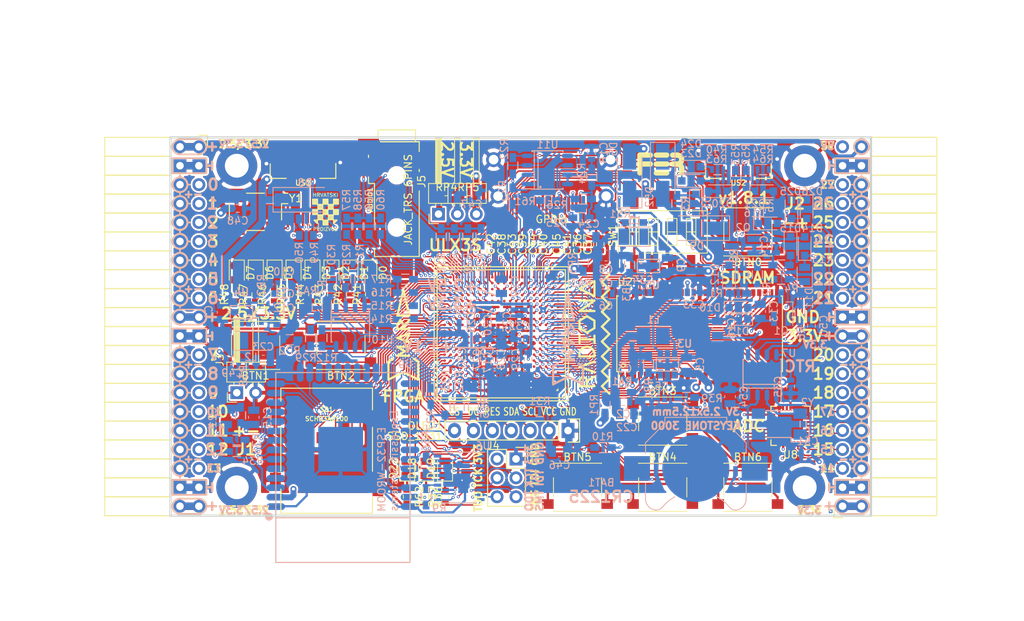
<source format=kicad_pcb>
(kicad_pcb (version 20171130) (host pcbnew 5.0.0-rc2-dev-unknown+dfsg1+20180318-2)
  (layers (0 F.Cu signal) (1 In1.Cu signal) (2 In2.Cu signal) (31 B.Cu signal) (34 B.Paste user) (35 F.Paste user) (36 B.SilkS user) (37 F.SilkS user) (38 B.Mask user) (39 F.Mask user) (44 Edge.Cuts user))
  (net 0 "")
  (net 1 GND)
  (net 2 +5V)
  (net 3 /gpio/IN5V)
  (net 4 /gpio/OUT5V)
  (net 5 +3V3)
  (net 6 BTN_D)
  (net 7 BTN_F1)
  (net 8 BTN_F2)
  (net 9 BTN_L)
  (net 10 BTN_R)
  (net 11 BTN_U)
  (net 12 /power/FB1)
  (net 13 +2V5)
  (net 14 /power/PWREN)
  (net 15 /power/FB3)
  (net 16 /power/FB2)
  (net 17 "Net-(D9-Pad1)")
  (net 18 /power/VBAT)
  (net 19 JTAG_TDI)
  (net 20 JTAG_TCK)
  (net 21 JTAG_TMS)
  (net 22 JTAG_TDO)
  (net 23 /power/WAKEUPn)
  (net 24 /power/WKUP)
  (net 25 /power/SHUT)
  (net 26 /power/WAKE)
  (net 27 /power/HOLD)
  (net 28 /power/WKn)
  (net 29 /power/OSCI_32k)
  (net 30 /power/OSCO_32k)
  (net 31 "Net-(Q2-Pad3)")
  (net 32 SHUTDOWN)
  (net 33 /analog/AUDIO_L)
  (net 34 /analog/AUDIO_R)
  (net 35 GPDI_SDA)
  (net 36 GPDI_SCL)
  (net 37 /gpdi/VREF2)
  (net 38 SD_CMD)
  (net 39 SD_CLK)
  (net 40 SD_D0)
  (net 41 SD_D1)
  (net 42 USB5V)
  (net 43 GPDI_CEC)
  (net 44 nRESET)
  (net 45 FTDI_nDTR)
  (net 46 SDRAM_CKE)
  (net 47 SDRAM_A7)
  (net 48 SDRAM_D15)
  (net 49 SDRAM_BA1)
  (net 50 SDRAM_D7)
  (net 51 SDRAM_A6)
  (net 52 SDRAM_CLK)
  (net 53 SDRAM_D13)
  (net 54 SDRAM_BA0)
  (net 55 SDRAM_D6)
  (net 56 SDRAM_A5)
  (net 57 SDRAM_D14)
  (net 58 SDRAM_A11)
  (net 59 SDRAM_D12)
  (net 60 SDRAM_D5)
  (net 61 SDRAM_A4)
  (net 62 SDRAM_A10)
  (net 63 SDRAM_D11)
  (net 64 SDRAM_A3)
  (net 65 SDRAM_D4)
  (net 66 SDRAM_D10)
  (net 67 SDRAM_D9)
  (net 68 SDRAM_A9)
  (net 69 SDRAM_D3)
  (net 70 SDRAM_D8)
  (net 71 SDRAM_A8)
  (net 72 SDRAM_A2)
  (net 73 SDRAM_A1)
  (net 74 SDRAM_A0)
  (net 75 SDRAM_D2)
  (net 76 SDRAM_D1)
  (net 77 SDRAM_D0)
  (net 78 SDRAM_DQM0)
  (net 79 SDRAM_nCS)
  (net 80 SDRAM_nRAS)
  (net 81 SDRAM_DQM1)
  (net 82 SDRAM_nCAS)
  (net 83 SDRAM_nWE)
  (net 84 /flash/FLASH_nWP)
  (net 85 /flash/FLASH_nHOLD)
  (net 86 /flash/FLASH_MOSI)
  (net 87 /flash/FLASH_MISO)
  (net 88 /flash/FLASH_SCK)
  (net 89 /flash/FLASH_nCS)
  (net 90 /flash/FPGA_PROGRAMN)
  (net 91 /flash/FPGA_DONE)
  (net 92 /flash/FPGA_INITN)
  (net 93 OLED_RES)
  (net 94 OLED_DC)
  (net 95 OLED_CS)
  (net 96 WIFI_EN)
  (net 97 FTDI_nRTS)
  (net 98 FTDI_TXD)
  (net 99 FTDI_RXD)
  (net 100 WIFI_RXD)
  (net 101 WIFI_GPIO0)
  (net 102 WIFI_TXD)
  (net 103 USB_FTDI_D+)
  (net 104 USB_FTDI_D-)
  (net 105 SD_D3)
  (net 106 AUDIO_L3)
  (net 107 AUDIO_L2)
  (net 108 AUDIO_L1)
  (net 109 AUDIO_L0)
  (net 110 AUDIO_R3)
  (net 111 AUDIO_R2)
  (net 112 AUDIO_R1)
  (net 113 AUDIO_R0)
  (net 114 OLED_CLK)
  (net 115 OLED_MOSI)
  (net 116 LED0)
  (net 117 LED1)
  (net 118 LED2)
  (net 119 LED3)
  (net 120 LED4)
  (net 121 LED5)
  (net 122 LED6)
  (net 123 LED7)
  (net 124 BTN_PWRn)
  (net 125 FTDI_nTXLED)
  (net 126 FTDI_nSLEEP)
  (net 127 /blinkey/LED_PWREN)
  (net 128 /blinkey/LED_TXLED)
  (net 129 /sdcard/SD3V3)
  (net 130 SD_D2)
  (net 131 CLK_25MHz)
  (net 132 /blinkey/BTNPUL)
  (net 133 /blinkey/BTNPUR)
  (net 134 USB_FPGA_D+)
  (net 135 /power/FTDI_nSUSPEND)
  (net 136 /blinkey/ALED0)
  (net 137 /blinkey/ALED1)
  (net 138 /blinkey/ALED2)
  (net 139 /blinkey/ALED3)
  (net 140 /blinkey/ALED4)
  (net 141 /blinkey/ALED5)
  (net 142 /blinkey/ALED6)
  (net 143 /blinkey/ALED7)
  (net 144 /usb/FTD-)
  (net 145 /usb/FTD+)
  (net 146 ADC_MISO)
  (net 147 ADC_MOSI)
  (net 148 ADC_CSn)
  (net 149 ADC_SCLK)
  (net 150 SW3)
  (net 151 SW2)
  (net 152 SW1)
  (net 153 USB_FPGA_D-)
  (net 154 /usb/FPD+)
  (net 155 /usb/FPD-)
  (net 156 WIFI_GPIO16)
  (net 157 /usb/ANT_433MHz)
  (net 158 /power/PWRBTn)
  (net 159 PROG_DONE)
  (net 160 /power/P3V3)
  (net 161 /power/P2V5)
  (net 162 /power/L1)
  (net 163 /power/L3)
  (net 164 /power/L2)
  (net 165 FTDI_TXDEN)
  (net 166 SDRAM_A12)
  (net 167 /analog/AUDIO_V)
  (net 168 AUDIO_V3)
  (net 169 AUDIO_V2)
  (net 170 AUDIO_V1)
  (net 171 AUDIO_V0)
  (net 172 /blinkey/LED_WIFI)
  (net 173 /power/P1V1)
  (net 174 +1V1)
  (net 175 SW4)
  (net 176 /blinkey/SWPU)
  (net 177 /wifi/WIFIEN)
  (net 178 FT2V5)
  (net 179 GN0)
  (net 180 GP0)
  (net 181 GN1)
  (net 182 GP1)
  (net 183 GN2)
  (net 184 GP2)
  (net 185 GN3)
  (net 186 GP3)
  (net 187 GN4)
  (net 188 GP4)
  (net 189 GN5)
  (net 190 GP5)
  (net 191 GN6)
  (net 192 GP6)
  (net 193 GN14)
  (net 194 GP14)
  (net 195 GN15)
  (net 196 GP15)
  (net 197 GN16)
  (net 198 GP16)
  (net 199 GN17)
  (net 200 GP17)
  (net 201 GN18)
  (net 202 GP18)
  (net 203 GN19)
  (net 204 GP19)
  (net 205 GN20)
  (net 206 GP20)
  (net 207 GN21)
  (net 208 GP21)
  (net 209 GN22)
  (net 210 GP22)
  (net 211 GN23)
  (net 212 GP23)
  (net 213 GN24)
  (net 214 GP24)
  (net 215 GN25)
  (net 216 GP25)
  (net 217 GN26)
  (net 218 GP26)
  (net 219 GN27)
  (net 220 GP27)
  (net 221 GN7)
  (net 222 GP7)
  (net 223 GN8)
  (net 224 GP8)
  (net 225 GN9)
  (net 226 GP9)
  (net 227 GN10)
  (net 228 GP10)
  (net 229 GN11)
  (net 230 GP11)
  (net 231 GN12)
  (net 232 GP12)
  (net 233 GN13)
  (net 234 GP13)
  (net 235 WIFI_GPIO5)
  (net 236 WIFI_GPIO17)
  (net 237 USB_FPGA_PULL_D+)
  (net 238 USB_FPGA_PULL_D-)
  (net 239 "Net-(D23-Pad2)")
  (net 240 "Net-(D24-Pad1)")
  (net 241 "Net-(D25-Pad2)")
  (net 242 "Net-(D26-Pad1)")
  (net 243 /gpdi/GPDI_ETH+)
  (net 244 FPDI_ETH+)
  (net 245 /gpdi/GPDI_ETH-)
  (net 246 FPDI_ETH-)
  (net 247 /gpdi/GPDI_D2-)
  (net 248 FPDI_D2-)
  (net 249 /gpdi/GPDI_D1-)
  (net 250 FPDI_D1-)
  (net 251 /gpdi/GPDI_D0-)
  (net 252 FPDI_D0-)
  (net 253 /gpdi/GPDI_CLK-)
  (net 254 FPDI_CLK-)
  (net 255 /gpdi/GPDI_D2+)
  (net 256 FPDI_D2+)
  (net 257 /gpdi/GPDI_D1+)
  (net 258 FPDI_D1+)
  (net 259 /gpdi/GPDI_D0+)
  (net 260 FPDI_D0+)
  (net 261 /gpdi/GPDI_CLK+)
  (net 262 FPDI_CLK+)
  (net 263 FPDI_SDA)
  (net 264 FPDI_SCL)
  (net 265 /gpdi/FPDI_CEC)
  (net 266 2V5_3V3)
  (net 267 "Net-(AUDIO1-Pad5)")
  (net 268 "Net-(AUDIO1-Pad6)")
  (net 269 "Net-(U1-PadA15)")
  (net 270 "Net-(U1-PadC9)")
  (net 271 "Net-(U1-PadD9)")
  (net 272 "Net-(U1-PadD10)")
  (net 273 "Net-(U1-PadD11)")
  (net 274 "Net-(U1-PadD12)")
  (net 275 "Net-(U1-PadE6)")
  (net 276 "Net-(U1-PadE9)")
  (net 277 "Net-(U1-PadE10)")
  (net 278 "Net-(U1-PadE11)")
  (net 279 "Net-(U1-PadJ4)")
  (net 280 "Net-(U1-PadJ5)")
  (net 281 "Net-(U1-PadK5)")
  (net 282 "Net-(U1-PadL5)")
  (net 283 "Net-(U1-PadM4)")
  (net 284 "Net-(U1-PadM5)")
  (net 285 SD_CD)
  (net 286 SD_WP)
  (net 287 "Net-(U1-PadR3)")
  (net 288 "Net-(U1-PadT16)")
  (net 289 "Net-(U1-PadW4)")
  (net 290 "Net-(U1-PadW5)")
  (net 291 "Net-(U1-PadW8)")
  (net 292 "Net-(U1-PadW9)")
  (net 293 "Net-(U1-PadW13)")
  (net 294 "Net-(U1-PadW14)")
  (net 295 "Net-(U1-PadW17)")
  (net 296 "Net-(U1-PadW18)")
  (net 297 FTDI_nRXLED)
  (net 298 "Net-(U8-Pad12)")
  (net 299 "Net-(U8-Pad25)")
  (net 300 "Net-(U9-Pad32)")
  (net 301 "Net-(U9-Pad22)")
  (net 302 "Net-(U9-Pad21)")
  (net 303 "Net-(U9-Pad20)")
  (net 304 "Net-(U9-Pad19)")
  (net 305 "Net-(U9-Pad18)")
  (net 306 "Net-(U9-Pad17)")
  (net 307 "Net-(U9-Pad12)")
  (net 308 "Net-(U9-Pad5)")
  (net 309 "Net-(U9-Pad4)")
  (net 310 "Net-(US1-Pad4)")
  (net 311 "Net-(US2-Pad4)")
  (net 312 "Net-(Y2-Pad3)")
  (net 313 "Net-(Y2-Pad2)")
  (net 314 "Net-(U1-PadK16)")
  (net 315 "Net-(U1-PadK17)")
  (module Resistors_SMD:R_0603_HandSoldering (layer B.Cu) (at 169.919 66.965 90)
    (fp_text reference R53 (at 3.259 0 270) (layer B.SilkS) (effects (justify mirror)))
    (fp_text value 27)
    (pad 1 smd rect (at -1.1 0 90) (size 1.2 0.9) (layers B.Cu B.Paste B.Mask) (net 134 USB_FPGA_D+))
    (pad 2 smd rect (at 1.1 0 90) (size 1.2 0.9) (layers B.Cu B.Paste B.Mask) (net 154 /usb/FPD+))
  )
  (module Socket_Strips:Socket_Strip_Angled_2x20 (layer F.Cu) (at 97.91 62.69 270)
    (fp_text reference J1 (at 40.64 -6.35) (layer F.SilkS) (effects (font (size 1.5 1.5) (thickness 0.3))))
    (fp_text value CONN_02X20 hide)
    (pad 1 thru_hole oval (at 0 0 270) (size 1.7272 1.7272) (drill 1.016) (layers *.Cu *.Mask) (net 266 2V5_3V3))
    (pad 2 thru_hole oval (at 0 2.54 270) (size 1.7272 1.7272) (drill 1.016) (layers *.Cu *.Mask) (net 266 2V5_3V3))
    (pad 3 thru_hole rect (at 2.54 0 270) (size 1.7272 1.7272) (drill 1.016) (layers *.Cu *.Mask) (net 1 GND))
    (pad 4 thru_hole rect (at 2.54 2.54 270) (size 1.7272 1.7272) (drill 1.016) (layers *.Cu *.Mask) (net 1 GND))
    (pad 5 thru_hole oval (at 5.08 0 270) (size 1.7272 1.7272) (drill 1.016) (layers *.Cu *.Mask) (net 179 GN0))
    (pad 6 thru_hole oval (at 5.08 2.54 270) (size 1.7272 1.7272) (drill 1.016) (layers *.Cu *.Mask) (net 180 GP0))
    (pad 7 thru_hole oval (at 7.62 0 270) (size 1.7272 1.7272) (drill 1.016) (layers *.Cu *.Mask) (net 181 GN1))
    (pad 8 thru_hole oval (at 7.62 2.54 270) (size 1.7272 1.7272) (drill 1.016) (layers *.Cu *.Mask) (net 182 GP1))
    (pad 9 thru_hole oval (at 10.16 0 270) (size 1.7272 1.7272) (drill 1.016) (layers *.Cu *.Mask) (net 183 GN2))
    (pad 10 thru_hole oval (at 10.16 2.54 270) (size 1.7272 1.7272) (drill 1.016) (layers *.Cu *.Mask) (net 184 GP2))
    (pad 11 thru_hole oval (at 12.7 0 270) (size 1.7272 1.7272) (drill 1.016) (layers *.Cu *.Mask) (net 185 GN3))
    (pad 12 thru_hole oval (at 12.7 2.54 270) (size 1.7272 1.7272) (drill 1.016) (layers *.Cu *.Mask) (net 186 GP3))
    (pad 13 thru_hole oval (at 15.24 0 270) (size 1.7272 1.7272) (drill 1.016) (layers *.Cu *.Mask) (net 187 GN4))
    (pad 14 thru_hole oval (at 15.24 2.54 270) (size 1.7272 1.7272) (drill 1.016) (layers *.Cu *.Mask) (net 188 GP4))
    (pad 15 thru_hole oval (at 17.78 0 270) (size 1.7272 1.7272) (drill 1.016) (layers *.Cu *.Mask) (net 189 GN5))
    (pad 16 thru_hole oval (at 17.78 2.54 270) (size 1.7272 1.7272) (drill 1.016) (layers *.Cu *.Mask) (net 190 GP5))
    (pad 17 thru_hole oval (at 20.32 0 270) (size 1.7272 1.7272) (drill 1.016) (layers *.Cu *.Mask) (net 191 GN6))
    (pad 18 thru_hole oval (at 20.32 2.54 270) (size 1.7272 1.7272) (drill 1.016) (layers *.Cu *.Mask) (net 192 GP6))
    (pad 19 thru_hole oval (at 22.86 0 270) (size 1.7272 1.7272) (drill 1.016) (layers *.Cu *.Mask) (net 266 2V5_3V3))
    (pad 20 thru_hole oval (at 22.86 2.54 270) (size 1.7272 1.7272) (drill 1.016) (layers *.Cu *.Mask) (net 266 2V5_3V3))
    (pad 21 thru_hole rect (at 25.4 0 270) (size 1.7272 1.7272) (drill 1.016) (layers *.Cu *.Mask) (net 1 GND))
    (pad 22 thru_hole rect (at 25.4 2.54 270) (size 1.7272 1.7272) (drill 1.016) (layers *.Cu *.Mask) (net 1 GND))
    (pad 23 thru_hole oval (at 27.94 0 270) (size 1.7272 1.7272) (drill 1.016) (layers *.Cu *.Mask) (net 221 GN7))
    (pad 24 thru_hole oval (at 27.94 2.54 270) (size 1.7272 1.7272) (drill 1.016) (layers *.Cu *.Mask) (net 222 GP7))
    (pad 25 thru_hole oval (at 30.48 0 270) (size 1.7272 1.7272) (drill 1.016) (layers *.Cu *.Mask) (net 223 GN8))
    (pad 26 thru_hole oval (at 30.48 2.54 270) (size 1.7272 1.7272) (drill 1.016) (layers *.Cu *.Mask) (net 224 GP8))
    (pad 27 thru_hole oval (at 33.02 0 270) (size 1.7272 1.7272) (drill 1.016) (layers *.Cu *.Mask) (net 225 GN9))
    (pad 28 thru_hole oval (at 33.02 2.54 270) (size 1.7272 1.7272) (drill 1.016) (layers *.Cu *.Mask) (net 226 GP9))
    (pad 29 thru_hole oval (at 35.56 0 270) (size 1.7272 1.7272) (drill 1.016) (layers *.Cu *.Mask) (net 227 GN10))
    (pad 30 thru_hole oval (at 35.56 2.54 270) (size 1.7272 1.7272) (drill 1.016) (layers *.Cu *.Mask) (net 228 GP10))
    (pad 31 thru_hole oval (at 38.1 0 270) (size 1.7272 1.7272) (drill 1.016) (layers *.Cu *.Mask) (net 229 GN11))
    (pad 32 thru_hole oval (at 38.1 2.54 270) (size 1.7272 1.7272) (drill 1.016) (layers *.Cu *.Mask) (net 230 GP11))
    (pad 33 thru_hole oval (at 40.64 0 270) (size 1.7272 1.7272) (drill 1.016) (layers *.Cu *.Mask) (net 231 GN12))
    (pad 34 thru_hole oval (at 40.64 2.54 270) (size 1.7272 1.7272) (drill 1.016) (layers *.Cu *.Mask) (net 232 GP12))
    (pad 35 thru_hole oval (at 43.18 0 270) (size 1.7272 1.7272) (drill 1.016) (layers *.Cu *.Mask) (net 233 GN13))
    (pad 36 thru_hole oval (at 43.18 2.54 270) (size 1.7272 1.7272) (drill 1.016) (layers *.Cu *.Mask) (net 234 GP13))
    (pad 37 thru_hole rect (at 45.72 0 270) (size 1.7272 1.7272) (drill 1.016) (layers *.Cu *.Mask) (net 1 GND))
    (pad 38 thru_hole rect (at 45.72 2.54 270) (size 1.7272 1.7272) (drill 1.016) (layers *.Cu *.Mask) (net 1 GND))
    (pad 39 thru_hole oval (at 48.26 0 270) (size 1.7272 1.7272) (drill 1.016) (layers *.Cu *.Mask) (net 266 2V5_3V3))
    (pad 40 thru_hole oval (at 48.26 2.54 270) (size 1.7272 1.7272) (drill 1.016) (layers *.Cu *.Mask) (net 266 2V5_3V3))
  )
  (module SMD_Packages:1Pin (layer F.Cu) (at 182.67515 111.637626)
    (fp_text reference AE1 hide)
    (fp_text value 433MHz hide)
    (pad 1 smd rect (at 0 0) (size 0.5 0.5) (layers B.Cu F.Paste F.Mask) (net 157 /usb/ANT_433MHz))
  )
  (module Resistors_SMD:R_0603_HandSoldering (layer B.Cu) (at 103.498 98.758 90)
    (fp_text reference R38 (at 5.334 0.396 90) (layer B.SilkS) (effects (justify mirror)))
    (fp_text value 0.47)
    (pad 1 smd rect (at -1.1 0 90) (size 1.2 0.9) (layers B.Cu B.Paste B.Mask) (net 129 /sdcard/SD3V3))
    (pad 2 smd rect (at 1.1 0 90) (size 1.2 0.9) (layers B.Cu B.Paste B.Mask) (net 5 +3V3))
  )
  (module Diodes_SMD:D_SMA_Handsoldering (layer B.Cu) (at 155.695 66.5 90)
    (fp_text reference D51 (at 3.048 -2.159 90) (layer B.SilkS) (effects (justify mirror)))
    (fp_text value STPS2L30AF hide)
    (pad 1 smd rect (at -2.5 0 90) (size 3.5 1.8) (layers B.Cu B.Paste B.Mask) (net 2 +5V))
    (pad 2 smd rect (at 2.5 0 90) (size 3.5 1.8) (layers B.Cu B.Paste B.Mask) (net 3 /gpio/IN5V))
  )
  (module Resistors_SMD:R_0603_HandSoldering (layer B.Cu) (at 156.33 72.85 180)
    (fp_text reference R51 (at 1.905 1.143 180) (layer B.SilkS) (effects (justify mirror)))
    (fp_text value 150)
    (pad 1 smd rect (at -1.1 0 180) (size 1.2 0.9) (layers B.Cu B.Paste B.Mask) (net 5 +3V3))
    (pad 2 smd rect (at 1.1 0 180) (size 1.2 0.9) (layers B.Cu B.Paste B.Mask) (net 176 /blinkey/SWPU))
  )
  (module TSOT-25:TSOT-25 (layer B.Cu) (at 160.775 91.9)
    (fp_text reference U3 (at 2.301 -2.776) (layer B.SilkS) (effects (font (thickness 0.2)) (justify mirror)))
    (fp_text value TLV62569DBV)
    (pad 1 smd rect (at -0.95 -1.3) (size 0.7 1.2) (layers B.Cu B.Paste B.Mask) (net 14 /power/PWREN))
    (pad 2 smd rect (at 0 -1.3) (size 0.7 1.2) (layers B.Cu B.Paste B.Mask) (net 1 GND))
    (pad 3 smd rect (at 0.95 -1.3) (size 0.7 1.2) (layers B.Cu B.Paste B.Mask) (net 162 /power/L1))
    (pad 4 smd rect (at 0.95 1.3) (size 0.7 1.2) (layers B.Cu B.Paste B.Mask) (net 2 +5V))
    (pad 5 smd rect (at -0.95 1.3) (size 0.7 1.2) (layers B.Cu B.Paste B.Mask) (net 12 /power/FB1))
  )
  (module TSOT-25:TSOT-25 (layer B.Cu) (at 103.625 84.915 180)
    (fp_text reference U4 (at 0 2.697 180) (layer B.SilkS) (effects (font (thickness 0.2)) (justify mirror)))
    (fp_text value TLV62569DBV)
    (pad 1 smd rect (at -0.95 -1.3 180) (size 0.7 1.2) (layers B.Cu B.Paste B.Mask) (net 14 /power/PWREN))
    (pad 2 smd rect (at 0 -1.3 180) (size 0.7 1.2) (layers B.Cu B.Paste B.Mask) (net 1 GND))
    (pad 3 smd rect (at 0.95 -1.3 180) (size 0.7 1.2) (layers B.Cu B.Paste B.Mask) (net 164 /power/L2))
    (pad 4 smd rect (at 0.95 1.3 180) (size 0.7 1.2) (layers B.Cu B.Paste B.Mask) (net 2 +5V))
    (pad 5 smd rect (at -0.95 1.3 180) (size 0.7 1.2) (layers B.Cu B.Paste B.Mask) (net 16 /power/FB2))
  )
  (module TSOT-25:TSOT-25 (layer B.Cu) (at 158.235 78.692)
    (fp_text reference U5 (at 0.523 2.558) (layer B.SilkS) (effects (font (thickness 0.2)) (justify mirror)))
    (fp_text value TLV62569DBV)
    (pad 1 smd rect (at -0.95 -1.3) (size 0.7 1.2) (layers B.Cu B.Paste B.Mask) (net 14 /power/PWREN))
    (pad 2 smd rect (at 0 -1.3) (size 0.7 1.2) (layers B.Cu B.Paste B.Mask) (net 1 GND))
    (pad 3 smd rect (at 0.95 -1.3) (size 0.7 1.2) (layers B.Cu B.Paste B.Mask) (net 163 /power/L3))
    (pad 4 smd rect (at 0.95 1.3) (size 0.7 1.2) (layers B.Cu B.Paste B.Mask) (net 2 +5V))
    (pad 5 smd rect (at -0.95 1.3) (size 0.7 1.2) (layers B.Cu B.Paste B.Mask) (net 15 /power/FB3))
  )
  (module TO_SOT_Packages_SMD:SOT-23_Handsoldering (layer B.Cu) (at 176.015 84.28 90)
    (fp_text reference Q1 (at -3.1115 0 180) (layer B.SilkS) (effects (justify mirror)))
    (fp_text value BC857)
    (pad 1 smd rect (at -1.5 0.95 90) (size 1.9 0.8) (layers B.Cu B.Paste B.Mask) (net 28 /power/WKn))
    (pad 2 smd rect (at -1.5 -0.95 90) (size 1.9 0.8) (layers B.Cu B.Paste B.Mask) (net 2 +5V))
    (pad 3 smd rect (at 1.5 0 90) (size 1.9 0.8) (layers B.Cu B.Paste B.Mask) (net 24 /power/WKUP))
  )
  (module TO_SOT_Packages_SMD:SOT-23_Handsoldering (layer B.Cu) (at 170.935 76.025 180)
    (fp_text reference Q2 (at 0 2.5 180) (layer B.SilkS) (effects (justify mirror)))
    (fp_text value 2N7002)
    (pad 1 smd rect (at -1.5 0.95 180) (size 1.9 0.8) (layers B.Cu B.Paste B.Mask) (net 25 /power/SHUT))
    (pad 2 smd rect (at -1.5 -0.95 180) (size 1.9 0.8) (layers B.Cu B.Paste B.Mask) (net 1 GND))
    (pad 3 smd rect (at 1.5 0 180) (size 1.9 0.8) (layers B.Cu B.Paste B.Mask) (net 31 "Net-(Q2-Pad3)"))
  )
  (module Resistors_SMD:R_0603_HandSoldering (layer B.Cu) (at 170.3 82.375)
    (fp_text reference R1 (at -3.048 0) (layer B.SilkS) (effects (justify mirror)))
    (fp_text value 15k)
    (pad 1 smd rect (at -1.1 0) (size 1.2 0.9) (layers B.Cu B.Paste B.Mask) (net 26 /power/WAKE))
    (pad 2 smd rect (at 1.1 0) (size 1.2 0.9) (layers B.Cu B.Paste B.Mask) (net 14 /power/PWREN))
  )
  (module Resistors_SMD:R_0603_HandSoldering (layer B.Cu) (at 172.84 79.835 90)
    (fp_text reference R2 (at -1.905 1.27 90) (layer B.SilkS) (effects (justify mirror)))
    (fp_text value 47k)
    (pad 1 smd rect (at -1.1 0 90) (size 1.2 0.9) (layers B.Cu B.Paste B.Mask) (net 14 /power/PWREN))
    (pad 2 smd rect (at 1.1 0 90) (size 1.2 0.9) (layers B.Cu B.Paste B.Mask) (net 1 GND))
  )
  (module Resistors_SMD:R_0603_HandSoldering (layer B.Cu) (at 176.015 80.47 180)
    (fp_text reference R4 (at -1.397 -1.27) (layer B.SilkS) (effects (justify mirror)))
    (fp_text value 4.7k)
    (pad 1 smd rect (at -1.1 0 180) (size 1.2 0.9) (layers B.Cu B.Paste B.Mask) (net 27 /power/HOLD))
    (pad 2 smd rect (at 1.1 0 180) (size 1.2 0.9) (layers B.Cu B.Paste B.Mask) (net 14 /power/PWREN))
  )
  (module Resistors_SMD:R_0603_HandSoldering (layer B.Cu) (at 174.11 76.025 270)
    (fp_text reference R5 (at -5.461 -0.381 270) (layer B.SilkS) (effects (justify mirror)))
    (fp_text value 4.7M)
    (pad 1 smd rect (at -1.1 0 270) (size 1.2 0.9) (layers B.Cu B.Paste B.Mask) (net 25 /power/SHUT))
    (pad 2 smd rect (at 1.1 0 270) (size 1.2 0.9) (layers B.Cu B.Paste B.Mask) (net 1 GND))
  )
  (module Resistors_SMD:R_0603_HandSoldering (layer B.Cu) (at 178.555 84.915 270)
    (fp_text reference R6 (at 2.812 -0.142 270) (layer B.SilkS) (effects (justify mirror)))
    (fp_text value 1k)
    (pad 1 smd rect (at -1.1 0 270) (size 1.2 0.9) (layers B.Cu B.Paste B.Mask) (net 28 /power/WKn))
    (pad 2 smd rect (at 1.1 0 270) (size 1.2 0.9) (layers B.Cu B.Paste B.Mask) (net 23 /power/WAKEUPn))
  )
  (module Resistors_SMD:R_0603_HandSoldering (layer B.Cu) (at 113.785 84.28 270)
    (fp_text reference R7 (at -2.794 -0.635 270) (layer B.SilkS) (effects (justify mirror)))
    (fp_text value 150)
    (pad 1 smd rect (at -1.1 0 270) (size 1.2 0.9) (layers B.Cu B.Paste B.Mask) (net 5 +3V3))
    (pad 2 smd rect (at 1.1 0 270) (size 1.2 0.9) (layers B.Cu B.Paste B.Mask) (net 132 /blinkey/BTNPUL))
  )
  (module Resistors_SMD:R_0603_HandSoldering (layer B.Cu) (at 170.935 79.835 90)
    (fp_text reference R8 (at 2.54 -1.27 90) (layer B.SilkS) (effects (justify mirror)))
    (fp_text value 1k)
    (pad 1 smd rect (at -1.1 0 90) (size 1.2 0.9) (layers B.Cu B.Paste B.Mask) (net 14 /power/PWREN))
    (pad 2 smd rect (at 1.1 0 90) (size 1.2 0.9) (layers B.Cu B.Paste B.Mask) (net 31 "Net-(Q2-Pad3)"))
  )
  (module Resistors_SMD:R_0603_HandSoldering (layer B.Cu) (at 128.39 109.68 270)
    (fp_text reference R9 (at 1.524 -1.778) (layer B.SilkS) (effects (justify mirror)))
    (fp_text value 15k)
    (pad 1 smd rect (at -1.1 0 270) (size 1.2 0.9) (layers B.Cu B.Paste B.Mask) (net 44 nRESET))
    (pad 2 smd rect (at 1.1 0 270) (size 1.2 0.9) (layers B.Cu B.Paste B.Mask) (net 178 FT2V5))
  )
  (module Resistors_SMD:R_0603_HandSoldering (layer B.Cu) (at 152.139 103.076 180)
    (fp_text reference R10 (at 0.059 1.476 180) (layer B.SilkS) (effects (justify mirror)))
    (fp_text value 150)
    (pad 1 smd rect (at -1.1 0 180) (size 1.2 0.9) (layers B.Cu B.Paste B.Mask) (net 135 /power/FTDI_nSUSPEND))
    (pad 2 smd rect (at 1.1 0 180) (size 1.2 0.9) (layers B.Cu B.Paste B.Mask) (net 126 FTDI_nSLEEP))
  )
  (module Resistors_SMD:R_0603_HandSoldering (layer B.Cu) (at 176.015 78.565 180)
    (fp_text reference R13 (at -5.588 0.762 180) (layer B.SilkS) (effects (justify mirror)))
    (fp_text value 15k)
    (pad 1 smd rect (at -1.1 0 180) (size 1.2 0.9) (layers B.Cu B.Paste B.Mask) (net 32 SHUTDOWN))
    (pad 2 smd rect (at 1.1 0 180) (size 1.2 0.9) (layers B.Cu B.Paste B.Mask) (net 1 GND))
  )
  (module Resistors_SMD:R_0603_HandSoldering (layer B.Cu) (at 154.86 95.64)
    (fp_text reference RA1 (at -0.181 -1.454) (layer B.SilkS) (effects (justify mirror)))
    (fp_text value 15k)
    (pad 1 smd rect (at -1.1 0) (size 1.2 0.9) (layers B.Cu B.Paste B.Mask) (net 173 /power/P1V1))
    (pad 2 smd rect (at 1.1 0) (size 1.2 0.9) (layers B.Cu B.Paste B.Mask) (net 12 /power/FB1))
  )
  (module Resistors_SMD:R_0603_HandSoldering (layer B.Cu) (at 109.34 82.375 180)
    (fp_text reference RA2 (at -3.048 0.381) (layer B.SilkS) (effects (justify mirror)))
    (fp_text value 15k)
    (pad 1 smd rect (at -1.1 0 180) (size 1.2 0.9) (layers B.Cu B.Paste B.Mask) (net 161 /power/P2V5))
    (pad 2 smd rect (at 1.1 0 180) (size 1.2 0.9) (layers B.Cu B.Paste B.Mask) (net 16 /power/FB2))
  )
  (module Resistors_SMD:R_0603_HandSoldering (layer B.Cu) (at 152.52 81.105)
    (fp_text reference RA3 (at -3.302 -0.127) (layer B.SilkS) (effects (justify mirror)))
    (fp_text value 15k)
    (pad 1 smd rect (at -1.1 0) (size 1.2 0.9) (layers B.Cu B.Paste B.Mask) (net 160 /power/P3V3))
    (pad 2 smd rect (at 1.1 0) (size 1.2 0.9) (layers B.Cu B.Paste B.Mask) (net 15 /power/FB3))
  )
  (module Resistors_SMD:R_0603_HandSoldering (layer B.Cu) (at 158.235 91.9 270)
    (fp_text reference RB1 (at 3.302 0 270) (layer B.SilkS) (effects (justify mirror)))
    (fp_text value 18k)
    (pad 1 smd rect (at -1.1 0 270) (size 1.2 0.9) (layers B.Cu B.Paste B.Mask) (net 1 GND))
    (pad 2 smd rect (at 1.1 0 270) (size 1.2 0.9) (layers B.Cu B.Paste B.Mask) (net 12 /power/FB1))
  )
  (module Resistors_SMD:R_0603_HandSoldering (layer B.Cu) (at 106.165 84.915 90)
    (fp_text reference RB2 (at 3.683 0.127 90) (layer B.SilkS) (effects (justify mirror)))
    (fp_text value 4.7k)
    (pad 1 smd rect (at -1.1 0 90) (size 1.2 0.9) (layers B.Cu B.Paste B.Mask) (net 1 GND))
    (pad 2 smd rect (at 1.1 0 90) (size 1.2 0.9) (layers B.Cu B.Paste B.Mask) (net 16 /power/FB2))
  )
  (module Resistors_SMD:R_0603_HandSoldering (layer B.Cu) (at 155.695 78.565 270)
    (fp_text reference RB3 (at 3.429 0.395 270) (layer B.SilkS) (effects (justify mirror)))
    (fp_text value 3.3k)
    (pad 1 smd rect (at -1.1 0 270) (size 1.2 0.9) (layers B.Cu B.Paste B.Mask) (net 1 GND))
    (pad 2 smd rect (at 1.1 0 270) (size 1.2 0.9) (layers B.Cu B.Paste B.Mask) (net 15 /power/FB3))
  )
  (module Resistors_SMD:R_0603_HandSoldering (layer B.Cu) (at 125.596 85.804 180)
    (fp_text reference R14 (at 3.175 0 180) (layer B.SilkS) (effects (justify mirror)))
    (fp_text value 1.2k)
    (pad 1 smd rect (at -1.1 0 180) (size 1.2 0.9) (layers B.Cu B.Paste B.Mask) (net 109 AUDIO_L0))
    (pad 2 smd rect (at 1.1 0 180) (size 1.2 0.9) (layers B.Cu B.Paste B.Mask) (net 33 /analog/AUDIO_L))
  )
  (module Resistors_SMD:R_0603_HandSoldering (layer B.Cu) (at 125.596 84.026 180)
    (fp_text reference R15 (at 3.175 -0.001 180) (layer B.SilkS) (effects (justify mirror)))
    (fp_text value 680)
    (pad 1 smd rect (at -1.1 0 180) (size 1.2 0.9) (layers B.Cu B.Paste B.Mask) (net 108 AUDIO_L1))
    (pad 2 smd rect (at 1.1 0 180) (size 1.2 0.9) (layers B.Cu B.Paste B.Mask) (net 33 /analog/AUDIO_L))
  )
  (module Resistors_SMD:R_0603_HandSoldering (layer B.Cu) (at 125.596 82.248 180)
    (fp_text reference R16 (at 3.175 0 180) (layer B.SilkS) (effects (justify mirror)))
    (fp_text value 330)
    (pad 1 smd rect (at -1.1 0 180) (size 1.2 0.9) (layers B.Cu B.Paste B.Mask) (net 107 AUDIO_L2))
    (pad 2 smd rect (at 1.1 0 180) (size 1.2 0.9) (layers B.Cu B.Paste B.Mask) (net 33 /analog/AUDIO_L))
  )
  (module Resistors_SMD:R_0603_HandSoldering (layer B.Cu) (at 125.596 80.47 180)
    (fp_text reference R17 (at 3.175 0 180) (layer B.SilkS) (effects (justify mirror)))
    (fp_text value 150)
    (pad 1 smd rect (at -1.1 0 180) (size 1.2 0.9) (layers B.Cu B.Paste B.Mask) (net 106 AUDIO_L3))
    (pad 2 smd rect (at 1.1 0 180) (size 1.2 0.9) (layers B.Cu B.Paste B.Mask) (net 33 /analog/AUDIO_L))
  )
  (module Resistors_SMD:R_0603_HandSoldering (layer B.Cu) (at 130.422 74.773 90)
    (fp_text reference R18 (at -3.556 0 90) (layer B.SilkS) (effects (justify mirror)))
    (fp_text value 1.2k)
    (pad 1 smd rect (at -1.1 0 90) (size 1.2 0.9) (layers B.Cu B.Paste B.Mask) (net 113 AUDIO_R0))
    (pad 2 smd rect (at 1.1 0 90) (size 1.2 0.9) (layers B.Cu B.Paste B.Mask) (net 34 /analog/AUDIO_R))
  )
  (module Resistors_SMD:R_0603_HandSoldering (layer B.Cu) (at 132.2 74.773 90)
    (fp_text reference R19 (at -3.556 0 90) (layer B.SilkS) (effects (justify mirror)))
    (fp_text value 680)
    (pad 1 smd rect (at -1.1 0 90) (size 1.2 0.9) (layers B.Cu B.Paste B.Mask) (net 112 AUDIO_R1))
    (pad 2 smd rect (at 1.1 0 90) (size 1.2 0.9) (layers B.Cu B.Paste B.Mask) (net 34 /analog/AUDIO_R))
  )
  (module Resistors_SMD:R_0603_HandSoldering (layer B.Cu) (at 133.993 74.773 90)
    (fp_text reference R20 (at -3.556 0 90) (layer B.SilkS) (effects (justify mirror)))
    (fp_text value 330)
    (pad 1 smd rect (at -1.1 0 90) (size 1.2 0.9) (layers B.Cu B.Paste B.Mask) (net 111 AUDIO_R2))
    (pad 2 smd rect (at 1.1 0 90) (size 1.2 0.9) (layers B.Cu B.Paste B.Mask) (net 34 /analog/AUDIO_R))
  )
  (module Resistors_SMD:R_0603_HandSoldering (layer B.Cu) (at 135.771 74.773 90)
    (fp_text reference R21 (at -3.556 0 90) (layer B.SilkS) (effects (justify mirror)))
    (fp_text value 150)
    (pad 1 smd rect (at -1.1 0 90) (size 1.2 0.9) (layers B.Cu B.Paste B.Mask) (net 110 AUDIO_R3))
    (pad 2 smd rect (at 1.1 0 90) (size 1.2 0.9) (layers B.Cu B.Paste B.Mask) (net 34 /analog/AUDIO_R))
  )
  (module Socket_Strips:Socket_Strip_Angled_2x20 (layer F.Cu) (at 184.27 110.95 90)
    (fp_text reference J2 (at 40.64 -6.35 180) (layer F.SilkS) (effects (font (size 1.5 1.5) (thickness 0.3))))
    (fp_text value CONN_02X20 hide)
    (pad 1 thru_hole oval (at 0 0 90) (size 1.7272 1.7272) (drill 1.016) (layers *.Cu *.Mask) (net 5 +3V3))
    (pad 2 thru_hole oval (at 0 2.54 90) (size 1.7272 1.7272) (drill 1.016) (layers *.Cu *.Mask) (net 5 +3V3))
    (pad 3 thru_hole rect (at 2.54 0 90) (size 1.7272 1.7272) (drill 1.016) (layers *.Cu *.Mask) (net 1 GND))
    (pad 4 thru_hole rect (at 2.54 2.54 90) (size 1.7272 1.7272) (drill 1.016) (layers *.Cu *.Mask) (net 1 GND))
    (pad 5 thru_hole oval (at 5.08 0 90) (size 1.7272 1.7272) (drill 1.016) (layers *.Cu *.Mask) (net 193 GN14))
    (pad 6 thru_hole oval (at 5.08 2.54 90) (size 1.7272 1.7272) (drill 1.016) (layers *.Cu *.Mask) (net 194 GP14))
    (pad 7 thru_hole oval (at 7.62 0 90) (size 1.7272 1.7272) (drill 1.016) (layers *.Cu *.Mask) (net 195 GN15))
    (pad 8 thru_hole oval (at 7.62 2.54 90) (size 1.7272 1.7272) (drill 1.016) (layers *.Cu *.Mask) (net 196 GP15))
    (pad 9 thru_hole oval (at 10.16 0 90) (size 1.7272 1.7272) (drill 1.016) (layers *.Cu *.Mask) (net 197 GN16))
    (pad 10 thru_hole oval (at 10.16 2.54 90) (size 1.7272 1.7272) (drill 1.016) (layers *.Cu *.Mask) (net 198 GP16))
    (pad 11 thru_hole oval (at 12.7 0 90) (size 1.7272 1.7272) (drill 1.016) (layers *.Cu *.Mask) (net 199 GN17))
    (pad 12 thru_hole oval (at 12.7 2.54 90) (size 1.7272 1.7272) (drill 1.016) (layers *.Cu *.Mask) (net 200 GP17))
    (pad 13 thru_hole oval (at 15.24 0 90) (size 1.7272 1.7272) (drill 1.016) (layers *.Cu *.Mask) (net 201 GN18))
    (pad 14 thru_hole oval (at 15.24 2.54 90) (size 1.7272 1.7272) (drill 1.016) (layers *.Cu *.Mask) (net 202 GP18))
    (pad 15 thru_hole oval (at 17.78 0 90) (size 1.7272 1.7272) (drill 1.016) (layers *.Cu *.Mask) (net 203 GN19))
    (pad 16 thru_hole oval (at 17.78 2.54 90) (size 1.7272 1.7272) (drill 1.016) (layers *.Cu *.Mask) (net 204 GP19))
    (pad 17 thru_hole oval (at 20.32 0 90) (size 1.7272 1.7272) (drill 1.016) (layers *.Cu *.Mask) (net 205 GN20))
    (pad 18 thru_hole oval (at 20.32 2.54 90) (size 1.7272 1.7272) (drill 1.016) (layers *.Cu *.Mask) (net 206 GP20))
    (pad 19 thru_hole oval (at 22.86 0 90) (size 1.7272 1.7272) (drill 1.016) (layers *.Cu *.Mask) (net 5 +3V3))
    (pad 20 thru_hole oval (at 22.86 2.54 90) (size 1.7272 1.7272) (drill 1.016) (layers *.Cu *.Mask) (net 5 +3V3))
    (pad 21 thru_hole rect (at 25.4 0 90) (size 1.7272 1.7272) (drill 1.016) (layers *.Cu *.Mask) (net 1 GND))
    (pad 22 thru_hole rect (at 25.4 2.54 90) (size 1.7272 1.7272) (drill 1.016) (layers *.Cu *.Mask) (net 1 GND))
    (pad 23 thru_hole oval (at 27.94 0 90) (size 1.7272 1.7272) (drill 1.016) (layers *.Cu *.Mask) (net 207 GN21))
    (pad 24 thru_hole oval (at 27.94 2.54 90) (size 1.7272 1.7272) (drill 1.016) (layers *.Cu *.Mask) (net 208 GP21))
    (pad 25 thru_hole oval (at 30.48 0 90) (size 1.7272 1.7272) (drill 1.016) (layers *.Cu *.Mask) (net 209 GN22))
    (pad 26 thru_hole oval (at 30.48 2.54 90) (size 1.7272 1.7272) (drill 1.016) (layers *.Cu *.Mask) (net 210 GP22))
    (pad 27 thru_hole oval (at 33.02 0 90) (size 1.7272 1.7272) (drill 1.016) (layers *.Cu *.Mask) (net 211 GN23))
    (pad 28 thru_hole oval (at 33.02 2.54 90) (size 1.7272 1.7272) (drill 1.016) (layers *.Cu *.Mask) (net 212 GP23))
    (pad 29 thru_hole oval (at 35.56 0 90) (size 1.7272 1.7272) (drill 1.016) (layers *.Cu *.Mask) (net 213 GN24))
    (pad 30 thru_hole oval (at 35.56 2.54 90) (size 1.7272 1.7272) (drill 1.016) (layers *.Cu *.Mask) (net 214 GP24))
    (pad 31 thru_hole oval (at 38.1 0 90) (size 1.7272 1.7272) (drill 1.016) (layers *.Cu *.Mask) (net 215 GN25))
    (pad 32 thru_hole oval (at 38.1 2.54 90) (size 1.7272 1.7272) (drill 1.016) (layers *.Cu *.Mask) (net 216 GP25))
    (pad 33 thru_hole oval (at 40.64 0 90) (size 1.7272 1.7272) (drill 1.016) (layers *.Cu *.Mask) (net 217 GN26))
    (pad 34 thru_hole oval (at 40.64 2.54 90) (size 1.7272 1.7272) (drill 1.016) (layers *.Cu *.Mask) (net 218 GP26))
    (pad 35 thru_hole oval (at 43.18 0 90) (size 1.7272 1.7272) (drill 1.016) (layers *.Cu *.Mask) (net 219 GN27))
    (pad 36 thru_hole oval (at 43.18 2.54 90) (size 1.7272 1.7272) (drill 1.016) (layers *.Cu *.Mask) (net 220 GP27))
    (pad 37 thru_hole rect (at 45.72 0 90) (size 1.7272 1.7272) (drill 1.016) (layers *.Cu *.Mask) (net 1 GND))
    (pad 38 thru_hole rect (at 45.72 2.54 90) (size 1.7272 1.7272) (drill 1.016) (layers *.Cu *.Mask) (net 1 GND))
    (pad 39 thru_hole oval (at 48.26 0 90) (size 1.7272 1.7272) (drill 1.016) (layers *.Cu *.Mask) (net 3 /gpio/IN5V))
    (pad 40 thru_hole oval (at 48.26 2.54 90) (size 1.7272 1.7272) (drill 1.016) (layers *.Cu *.Mask) (net 4 /gpio/OUT5V))
  )
  (module Mounting_Holes:MountingHole_3.2mm_M3_ISO14580_Pad (layer F.Cu) (at 102.99 108.41)
    (fp_text reference H1 hide)
    (fp_text value HOLE hide)
    (pad 1 thru_hole circle (at 0 0) (size 5.5 5.5) (drill 3.2) (layers *.Cu *.Mask) (net 1 GND))
  )
  (module Mounting_Holes:MountingHole_3.2mm_M3_ISO14580_Pad (layer F.Cu) (at 179.19 108.41)
    (fp_text reference H2 hide)
    (fp_text value HOLE hide)
    (pad 1 thru_hole circle (at 0 0) (size 5.5 5.5) (drill 3.2) (layers *.Cu *.Mask) (net 1 GND))
  )
  (module Mounting_Holes:MountingHole_3.2mm_M3_ISO14580_Pad (layer F.Cu) (at 179.19 65.23)
    (fp_text reference H3 hide)
    (fp_text value HOLE hide)
    (pad 1 thru_hole circle (at 0 0) (size 5.5 5.5) (drill 3.2) (layers *.Cu *.Mask) (net 1 GND))
  )
  (module Mounting_Holes:MountingHole_3.2mm_M3_ISO14580_Pad (layer F.Cu) (at 102.99 65.23)
    (fp_text reference H4 hide)
    (fp_text value HOLE hide)
    (pad 1 thru_hole circle (at 0 0) (size 5.5 5.5) (drill 3.2) (layers *.Cu *.Mask) (net 1 GND))
  )
  (module Resistors_SMD:R_0603_HandSoldering (layer B.Cu) (at 162.045 70.31 90)
    (fp_text reference R3 (at 0 1.143 90) (layer B.SilkS) (effects (justify mirror)))
    (fp_text value 4.7k)
    (pad 1 smd rect (at -1.1 0 90) (size 1.2 0.9) (layers B.Cu B.Paste B.Mask) (net 2 +5V))
    (pad 2 smd rect (at 1.1 0 90) (size 1.2 0.9) (layers B.Cu B.Paste B.Mask) (net 158 /power/PWRBTn))
  )
  (module Resistors_SMD:R_0603_HandSoldering (layer B.Cu) (at 140.0255 65.23 90)
    (fp_text reference R22 (at 2.23 -1.14 90) (layer B.SilkS) (effects (justify mirror)))
    (fp_text value 2.2k)
    (pad 1 smd rect (at -1.1 0 90) (size 1.2 0.9) (layers B.Cu B.Paste B.Mask) (net 5 +3V3))
    (pad 2 smd rect (at 1.1 0 90) (size 1.2 0.9) (layers B.Cu B.Paste B.Mask) (net 263 FPDI_SDA))
  )
  (module Resistors_SMD:R_0603_HandSoldering (layer B.Cu) (at 140.0255 69.312 270)
    (fp_text reference R23 (at -0.712 1.355 270) (layer B.SilkS) (effects (justify mirror)))
    (fp_text value 2.2k)
    (pad 1 smd rect (at -1.1 0 270) (size 1.2 0.9) (layers B.Cu B.Paste B.Mask) (net 5 +3V3))
    (pad 2 smd rect (at 1.1 0 270) (size 1.2 0.9) (layers B.Cu B.Paste B.Mask) (net 264 FPDI_SCL))
  )
  (module Resistors_SMD:R_0603_HandSoldering (layer B.Cu) (at 150.615 66.772 90)
    (fp_text reference R24 (at 0.508 -1.397 90) (layer B.SilkS) (effects (justify mirror)))
    (fp_text value 100k)
    (pad 1 smd rect (at -1.1 0 90) (size 1.2 0.9) (layers B.Cu B.Paste B.Mask) (net 2 +5V))
    (pad 2 smd rect (at 1.1 0 90) (size 1.2 0.9) (layers B.Cu B.Paste B.Mask) (net 37 /gpdi/VREF2))
  )
  (module Resistors_SMD:R_0603_HandSoldering (layer B.Cu) (at 149.175 72.215 180)
    (fp_text reference R25 (at 3.259 -0.685 180) (layer B.SilkS) (effects (justify mirror)))
    (fp_text value 4.7k)
    (pad 1 smd rect (at -1.1 0 180) (size 1.2 0.9) (layers B.Cu B.Paste B.Mask) (net 2 +5V))
    (pad 2 smd rect (at 1.1 0 180) (size 1.2 0.9) (layers B.Cu B.Paste B.Mask) (net 36 GPDI_SCL))
  )
  (module Resistors_SMD:R_0603_HandSoldering (layer B.Cu) (at 149.487 69.693 180)
    (fp_text reference R26 (at 3.5 -0.8 180) (layer B.SilkS) (effects (justify mirror)))
    (fp_text value 4.7k)
    (pad 1 smd rect (at -1.1 0 180) (size 1.2 0.9) (layers B.Cu B.Paste B.Mask) (net 2 +5V))
    (pad 2 smd rect (at 1.1 0 180) (size 1.2 0.9) (layers B.Cu B.Paste B.Mask) (net 35 GPDI_SDA))
  )
  (module Housings_SSOP:SSOP-20_4.4x6.5mm_Pitch0.65mm (layer B.Cu) (at 132.835 107.14 180)
    (fp_text reference U6 (at -3.175 4.318 180) (layer B.SilkS) (effects (justify mirror)))
    (fp_text value FT231XS)
    (pad 1 smd rect (at -2.9 2.925 180) (size 1 0.4) (layers B.Cu B.Paste B.Mask) (net 45 FTDI_nDTR))
    (pad 2 smd rect (at -2.9 2.275 180) (size 1 0.4) (layers B.Cu B.Paste B.Mask) (net 97 FTDI_nRTS))
    (pad 3 smd rect (at -2.9 1.625 180) (size 1 0.4) (layers B.Cu B.Paste B.Mask) (net 178 FT2V5))
    (pad 4 smd rect (at -2.9 0.975 180) (size 1 0.4) (layers B.Cu B.Paste B.Mask) (net 99 FTDI_RXD))
    (pad 5 smd rect (at -2.9 0.325 180) (size 1 0.4) (layers B.Cu B.Paste B.Mask) (net 19 JTAG_TDI))
    (pad 6 smd rect (at -2.9 -0.325 180) (size 1 0.4) (layers B.Cu B.Paste B.Mask) (net 1 GND))
    (pad 7 smd rect (at -2.9 -0.975 180) (size 1 0.4) (layers B.Cu B.Paste B.Mask) (net 20 JTAG_TCK))
    (pad 8 smd rect (at -2.9 -1.625 180) (size 1 0.4) (layers B.Cu B.Paste B.Mask) (net 21 JTAG_TMS))
    (pad 9 smd rect (at -2.9 -2.275 180) (size 1 0.4) (layers B.Cu B.Paste B.Mask) (net 22 JTAG_TDO))
    (pad 10 smd rect (at -2.9 -2.925 180) (size 1 0.4) (layers B.Cu B.Paste B.Mask) (net 125 FTDI_nTXLED))
    (pad 11 smd rect (at 2.9 -2.925 180) (size 1 0.4) (layers B.Cu B.Paste B.Mask) (net 103 USB_FTDI_D+))
    (pad 12 smd rect (at 2.9 -2.275 180) (size 1 0.4) (layers B.Cu B.Paste B.Mask) (net 104 USB_FTDI_D-))
    (pad 13 smd rect (at 2.9 -1.625 180) (size 1 0.4) (layers B.Cu B.Paste B.Mask) (net 178 FT2V5))
    (pad 14 smd rect (at 2.9 -0.975 180) (size 1 0.4) (layers B.Cu B.Paste B.Mask) (net 44 nRESET))
    (pad 15 smd rect (at 2.9 -0.325 180) (size 1 0.4) (layers B.Cu B.Paste B.Mask) (net 42 USB5V))
    (pad 16 smd rect (at 2.9 0.325 180) (size 1 0.4) (layers B.Cu B.Paste B.Mask) (net 1 GND))
    (pad 17 smd rect (at 2.9 0.975 180) (size 1 0.4) (layers B.Cu B.Paste B.Mask) (net 297 FTDI_nRXLED))
    (pad 18 smd rect (at 2.9 1.625 180) (size 1 0.4) (layers B.Cu B.Paste B.Mask) (net 165 FTDI_TXDEN))
    (pad 19 smd rect (at 2.9 2.275 180) (size 1 0.4) (layers B.Cu B.Paste B.Mask) (net 126 FTDI_nSLEEP))
    (pad 20 smd rect (at 2.9 2.925 180) (size 1 0.4) (layers B.Cu B.Paste B.Mask) (net 98 FTDI_TXD))
  )
  (module Resistors_SMD:R_0603_HandSoldering (layer B.Cu) (at 119.5 80.47 270)
    (fp_text reference R11 (at -3.302 0 270) (layer B.SilkS) (effects (justify mirror)))
    (fp_text value 10k)
    (pad 1 smd rect (at -1.1 0 270) (size 1.2 0.9) (layers B.Cu B.Paste B.Mask) (net 5 +3V3))
    (pad 2 smd rect (at 1.1 0 270) (size 1.2 0.9) (layers B.Cu B.Paste B.Mask) (net 84 /flash/FLASH_nWP))
  )
  (module Resistors_SMD:R_0603_HandSoldering (layer B.Cu) (at 114.42 88.344 90)
    (fp_text reference R12 (at -2.667 0.635) (layer B.SilkS) (effects (justify mirror)))
    (fp_text value 10k)
    (pad 1 smd rect (at -1.1 0 90) (size 1.2 0.9) (layers B.Cu B.Paste B.Mask) (net 5 +3V3))
    (pad 2 smd rect (at 1.1 0 90) (size 1.2 0.9) (layers B.Cu B.Paste B.Mask) (net 85 /flash/FLASH_nHOLD))
  )
  (module Resistors_SMD:R_0603_HandSoldering (layer B.Cu) (at 129.025 96.175 90)
    (fp_text reference R27 (at -3.218 0 90) (layer B.SilkS) (effects (justify mirror)))
    (fp_text value 10k)
    (pad 1 smd rect (at -1.1 0 90) (size 1.2 0.9) (layers B.Cu B.Paste B.Mask) (net 5 +3V3))
    (pad 2 smd rect (at 1.1 0 90) (size 1.2 0.9) (layers B.Cu B.Paste B.Mask) (net 86 /flash/FLASH_MOSI))
  )
  (module Resistors_SMD:R_0603_HandSoldering (layer B.Cu) (at 117.595 80.47 270)
    (fp_text reference R28 (at -3.302 -0.127 270) (layer B.SilkS) (effects (justify mirror)))
    (fp_text value 10k)
    (pad 1 smd rect (at -1.1 0 270) (size 1.2 0.9) (layers B.Cu B.Paste B.Mask) (net 5 +3V3))
    (pad 2 smd rect (at 1.1 0 270) (size 1.2 0.9) (layers B.Cu B.Paste B.Mask) (net 87 /flash/FLASH_MISO))
  )
  (module Resistors_SMD:R_0603_HandSoldering (layer B.Cu) (at 112.896 88.344 90)
    (fp_text reference R29 (at -2.667 -0.635) (layer B.SilkS) (effects (justify mirror)))
    (fp_text value 1k)
    (pad 1 smd rect (at -1.1 0 90) (size 1.2 0.9) (layers B.Cu B.Paste B.Mask) (net 5 +3V3))
    (pad 2 smd rect (at 1.1 0 90) (size 1.2 0.9) (layers B.Cu B.Paste B.Mask) (net 88 /flash/FLASH_SCK))
  )
  (module Resistors_SMD:R_0603_HandSoldering (layer B.Cu) (at 115.69 80.47 270)
    (fp_text reference R30 (at -3.302 0 270) (layer B.SilkS) (effects (justify mirror)))
    (fp_text value 4.7k)
    (pad 1 smd rect (at -1.1 0 270) (size 1.2 0.9) (layers B.Cu B.Paste B.Mask) (net 5 +3V3))
    (pad 2 smd rect (at 1.1 0 270) (size 1.2 0.9) (layers B.Cu B.Paste B.Mask) (net 89 /flash/FLASH_nCS))
  )
  (module Resistors_SMD:R_0603_HandSoldering (layer B.Cu) (at 143.63 98.25 180)
    (fp_text reference R31 (at 0 1.397 180) (layer B.SilkS) (effects (justify mirror)))
    (fp_text value 10k)
    (pad 1 smd rect (at -1.1 0 180) (size 1.2 0.9) (layers B.Cu B.Paste B.Mask) (net 5 +3V3))
    (pad 2 smd rect (at 1.1 0 180) (size 1.2 0.9) (layers B.Cu B.Paste B.Mask) (net 90 /flash/FPGA_PROGRAMN))
  )
  (module Resistors_SMD:R_0603_HandSoldering (layer B.Cu) (at 132.835 97.615 90)
    (fp_text reference R32 (at 3.429 0 90) (layer B.SilkS) (effects (justify mirror)))
    (fp_text value 10k)
    (pad 1 smd rect (at -1.1 0 90) (size 1.2 0.9) (layers B.Cu B.Paste B.Mask) (net 5 +3V3))
    (pad 2 smd rect (at 1.1 0 90) (size 1.2 0.9) (layers B.Cu B.Paste B.Mask) (net 91 /flash/FPGA_DONE))
  )
  (module Resistors_SMD:R_0603_HandSoldering (layer B.Cu) (at 130.93 97.615 90)
    (fp_text reference R33 (at 3.556 0.127 90) (layer B.SilkS) (effects (justify mirror)))
    (fp_text value 10k)
    (pad 1 smd rect (at -1.1 0 90) (size 1.2 0.9) (layers B.Cu B.Paste B.Mask) (net 5 +3V3))
    (pad 2 smd rect (at 1.1 0 90) (size 1.2 0.9) (layers B.Cu B.Paste B.Mask) (net 92 /flash/FPGA_INITN))
  )
  (module Resistors_SMD:R_0603_HandSoldering (layer B.Cu) (at 102.99 103.6)
    (fp_text reference R34 (at 2.159 1.27 180) (layer B.SilkS) (effects (justify mirror)))
    (fp_text value 15k)
    (pad 1 smd rect (at -1.1 0) (size 1.2 0.9) (layers B.Cu B.Paste B.Mask) (net 5 +3V3))
    (pad 2 smd rect (at 1.1 0) (size 1.2 0.9) (layers B.Cu B.Paste B.Mask) (net 96 WIFI_EN))
  )
  (module Resistors_SMD:R_0603_HandSoldering (layer B.Cu) (at 102.99 102.06 180)
    (fp_text reference R35 (at -2.667 -0.508 270) (layer B.SilkS) (effects (justify mirror)))
    (fp_text value 470)
    (pad 1 smd rect (at -1.1 0 180) (size 1.2 0.9) (layers B.Cu B.Paste B.Mask) (net 96 WIFI_EN))
    (pad 2 smd rect (at 1.1 0 180) (size 1.2 0.9) (layers B.Cu B.Paste B.Mask) (net 177 /wifi/WIFIEN))
  )
  (module usb_otg:USB-MICRO-B-FCI-10118192-0001LF (layer F.Cu) (at 111.88 63.325 180)
    (fp_text reference US1 (at 0 -4.2 180) (layer F.SilkS) (effects (font (size 0.7 0.7))))
    (fp_text value MICRO_USB hide)
    (pad 6 smd rect (at -3.1 -2.55 180) (size 2.1 1.6) (layers F.Cu F.Paste F.Mask) (net 1 GND))
    (pad 6 smd rect (at 3.1 -2.55 180) (size 2.1 1.6) (layers F.Cu F.Paste F.Mask) (net 1 GND))
    (pad 6 smd rect (at -1.2 0 180) (size 1.9 1.9) (layers F.Cu F.Paste F.Mask) (net 1 GND))
    (pad 6 smd rect (at 1.2 0 180) (size 1.9 1.9) (layers F.Cu F.Paste F.Mask) (net 1 GND))
    (pad 1 smd rect (at -1.3 -2.675 180) (size 0.4 1.35) (layers F.Cu F.Paste F.Mask) (net 42 USB5V))
    (pad 2 smd rect (at -0.65 -2.675 180) (size 0.4 1.35) (layers F.Cu F.Paste F.Mask) (net 144 /usb/FTD-))
    (pad 3 smd rect (at 0 -2.675 180) (size 0.4 1.35) (layers F.Cu F.Paste F.Mask) (net 145 /usb/FTD+))
    (pad 4 smd rect (at 0.65 -2.675 180) (size 0.4 1.35) (layers F.Cu F.Paste F.Mask) (net 310 "Net-(US1-Pad4)"))
    (pad 5 smd rect (at 1.3 -2.675 180) (size 0.4 1.35) (layers F.Cu F.Paste F.Mask) (net 1 GND))
    (pad 6 smd rect (at -3.8 0 180) (size 1.8 1.9) (layers F.Cu F.Paste F.Mask) (net 1 GND))
    (pad 6 smd rect (at 3.8 0 180) (size 1.8 1.9) (layers F.Cu F.Paste F.Mask) (net 1 GND))
  )
  (module usb_otg:USB-MICRO-B-FCI-10118192-0001LF (layer F.Cu) (at 170.3 63.325 180)
    (fp_text reference US2 (at 0 -4.2 180) (layer F.SilkS) (effects (font (size 0.7 0.7))))
    (fp_text value MICRO_USB hide)
    (pad 6 smd rect (at -3.1 -2.55 180) (size 2.1 1.6) (layers F.Cu F.Paste F.Mask) (net 1 GND))
    (pad 6 smd rect (at 3.1 -2.55 180) (size 2.1 1.6) (layers F.Cu F.Paste F.Mask) (net 1 GND))
    (pad 6 smd rect (at -1.2 0 180) (size 1.9 1.9) (layers F.Cu F.Paste F.Mask) (net 1 GND))
    (pad 6 smd rect (at 1.2 0 180) (size 1.9 1.9) (layers F.Cu F.Paste F.Mask) (net 1 GND))
    (pad 1 smd rect (at -1.3 -2.675 180) (size 0.4 1.35) (layers F.Cu F.Paste F.Mask) (net 17 "Net-(D9-Pad1)"))
    (pad 2 smd rect (at -0.65 -2.675 180) (size 0.4 1.35) (layers F.Cu F.Paste F.Mask) (net 155 /usb/FPD-))
    (pad 3 smd rect (at 0 -2.675 180) (size 0.4 1.35) (layers F.Cu F.Paste F.Mask) (net 154 /usb/FPD+))
    (pad 4 smd rect (at 0.65 -2.675 180) (size 0.4 1.35) (layers F.Cu F.Paste F.Mask) (net 311 "Net-(US2-Pad4)"))
    (pad 5 smd rect (at 1.3 -2.675 180) (size 0.4 1.35) (layers F.Cu F.Paste F.Mask) (net 1 GND))
    (pad 6 smd rect (at -3.8 0 180) (size 1.8 1.9) (layers F.Cu F.Paste F.Mask) (net 1 GND))
    (pad 6 smd rect (at 3.8 0 180) (size 1.8 1.9) (layers F.Cu F.Paste F.Mask) (net 1 GND))
  )
  (module Resistors_SMD:R_0603_HandSoldering (layer B.Cu) (at 163.315 96.345 180)
    (fp_text reference R39 (at -3.429 -0.127 180) (layer B.SilkS) (effects (justify mirror)))
    (fp_text value 150)
    (pad 1 smd rect (at -1.1 0 180) (size 1.2 0.9) (layers B.Cu B.Paste B.Mask) (net 5 +3V3))
    (pad 2 smd rect (at 1.1 0 180) (size 1.2 0.9) (layers B.Cu B.Paste B.Mask) (net 133 /blinkey/BTNPUR))
  )
  (module Socket_Strips:Socket_Strip_Straight_2x03 (layer F.Cu) (at 140.455 104.6 270)
    (fp_text reference J4 (at -1.778 3.048) (layer F.SilkS))
    (fp_text value CONN_02X03 hide)
    (pad 1 thru_hole rect (at 0 0 270) (size 1.7272 1.7272) (drill 1.016) (layers *.Cu *.Mask) (net 1 GND))
    (pad 2 thru_hole oval (at 0 2.54 270) (size 1.7272 1.7272) (drill 1.016) (layers *.Cu *.Mask) (net 5 +3V3))
    (pad 3 thru_hole oval (at 2.54 0 270) (size 1.7272 1.7272) (drill 1.016) (layers *.Cu *.Mask) (net 19 JTAG_TDI))
    (pad 4 thru_hole oval (at 2.54 2.54 270) (size 1.7272 1.7272) (drill 1.016) (layers *.Cu *.Mask) (net 20 JTAG_TCK))
    (pad 5 thru_hole oval (at 5.08 0 270) (size 1.7272 1.7272) (drill 1.016) (layers *.Cu *.Mask) (net 21 JTAG_TMS))
    (pad 6 thru_hole oval (at 5.08 2.54 270) (size 1.7272 1.7272) (drill 1.016) (layers *.Cu *.Mask) (net 22 JTAG_TDO))
  )
  (module Resistors_SMD:R_0603_HandSoldering (layer B.Cu) (at 113.277 73.485 90)
    (fp_text reference R49 (at -3.429 0.127 90) (layer B.SilkS) (effects (justify mirror)))
    (fp_text value 27)
    (pad 1 smd rect (at -1.1 0 90) (size 1.2 0.9) (layers B.Cu B.Paste B.Mask) (net 104 USB_FTDI_D-))
    (pad 2 smd rect (at 1.1 0 90) (size 1.2 0.9) (layers B.Cu B.Paste B.Mask) (net 144 /usb/FTD-))
  )
  (module Resistors_SMD:R_0603_HandSoldering (layer B.Cu) (at 111.372 73.485 90)
    (fp_text reference R50 (at -3.429 0 90) (layer B.SilkS) (effects (justify mirror)))
    (fp_text value 27)
    (pad 1 smd rect (at -1.1 0 90) (size 1.2 0.9) (layers B.Cu B.Paste B.Mask) (net 103 USB_FTDI_D+))
    (pad 2 smd rect (at 1.1 0 90) (size 1.2 0.9) (layers B.Cu B.Paste B.Mask) (net 145 /usb/FTD+))
  )
  (module Housings_DFN_QFN:QFN-28-1EP_5x5mm_Pitch0.5mm (layer F.Cu) (at 177.285 100.155 180)
    (fp_text reference U8 (at 0 -3.875 180) (layer F.SilkS))
    (fp_text value MAX11125)
    (pad 1 smd oval (at -2.45 -1.5 180) (size 0.85 0.3) (layers F.Cu F.Paste F.Mask) (net 196 GP15))
    (pad 2 smd oval (at -2.45 -1 180) (size 0.85 0.3) (layers F.Cu F.Paste F.Mask) (net 197 GN16))
    (pad 3 smd oval (at -2.45 -0.5 180) (size 0.85 0.3) (layers F.Cu F.Paste F.Mask) (net 198 GP16))
    (pad 4 smd oval (at -2.45 0 180) (size 0.85 0.3) (layers F.Cu F.Paste F.Mask) (net 199 GN17))
    (pad 5 smd oval (at -2.45 0.5 180) (size 0.85 0.3) (layers F.Cu F.Paste F.Mask) (net 200 GP17))
    (pad 6 smd oval (at -2.45 1 180) (size 0.85 0.3) (layers F.Cu F.Paste F.Mask) (net 1 GND))
    (pad 7 smd oval (at -2.45 1.5 180) (size 0.85 0.3) (layers F.Cu F.Paste F.Mask) (net 1 GND))
    (pad 8 smd oval (at -1.5 2.45 270) (size 0.85 0.3) (layers F.Cu F.Paste F.Mask) (net 1 GND))
    (pad 9 smd oval (at -1 2.45 270) (size 0.85 0.3) (layers F.Cu F.Paste F.Mask) (net 1 GND))
    (pad 10 smd oval (at -0.5 2.45 270) (size 0.85 0.3) (layers F.Cu F.Paste F.Mask) (net 1 GND))
    (pad 11 smd oval (at 0 2.45 270) (size 0.85 0.3) (layers F.Cu F.Paste F.Mask) (net 1 GND))
    (pad 12 smd oval (at 0.5 2.45 270) (size 0.85 0.3) (layers F.Cu F.Paste F.Mask) (net 298 "Net-(U8-Pad12)"))
    (pad 13 smd oval (at 1 2.45 270) (size 0.85 0.3) (layers F.Cu F.Paste F.Mask) (net 1 GND))
    (pad 14 smd oval (at 1.5 2.45 270) (size 0.85 0.3) (layers F.Cu F.Paste F.Mask) (net 1 GND))
    (pad 15 smd oval (at 2.45 1.5 180) (size 0.85 0.3) (layers F.Cu F.Paste F.Mask) (net 5 +3V3))
    (pad 16 smd oval (at 2.45 1 180) (size 0.85 0.3) (layers F.Cu F.Paste F.Mask) (net 1 GND))
    (pad 17 smd oval (at 2.45 0.5 180) (size 0.85 0.3) (layers F.Cu F.Paste F.Mask) (net 5 +3V3))
    (pad 18 smd oval (at 2.45 0 180) (size 0.85 0.3) (layers F.Cu F.Paste F.Mask) (net 5 +3V3))
    (pad 19 smd oval (at 2.45 -0.5 180) (size 0.85 0.3) (layers F.Cu F.Paste F.Mask) (net 149 ADC_SCLK))
    (pad 20 smd oval (at 2.45 -1 180) (size 0.85 0.3) (layers F.Cu F.Paste F.Mask) (net 148 ADC_CSn))
    (pad 21 smd oval (at 2.45 -1.5 180) (size 0.85 0.3) (layers F.Cu F.Paste F.Mask) (net 147 ADC_MOSI))
    (pad 22 smd oval (at 1.5 -2.45 270) (size 0.85 0.3) (layers F.Cu F.Paste F.Mask) (net 1 GND))
    (pad 23 smd oval (at 1 -2.45 270) (size 0.85 0.3) (layers F.Cu F.Paste F.Mask) (net 5 +3V3))
    (pad 24 smd oval (at 0.5 -2.45 270) (size 0.85 0.3) (layers F.Cu F.Paste F.Mask) (net 146 ADC_MISO))
    (pad 25 smd oval (at 0 -2.45 270) (size 0.85 0.3) (layers F.Cu F.Paste F.Mask) (net 299 "Net-(U8-Pad25)"))
    (pad 26 smd oval (at -0.5 -2.45 270) (size 0.85 0.3) (layers F.Cu F.Paste F.Mask) (net 193 GN14))
    (pad 27 smd oval (at -1 -2.45 270) (size 0.85 0.3) (layers F.Cu F.Paste F.Mask) (net 194 GP14))
    (pad 28 smd oval (at -1.5 -2.45 270) (size 0.85 0.3) (layers F.Cu F.Paste F.Mask) (net 195 GN15))
    (pad 29 smd rect (at 0.8375 0.8375 180) (size 1.675 1.675) (layers F.Cu F.Paste F.Mask) (net 1 GND))
    (pad 29 smd rect (at 0.8375 -0.8375 180) (size 1.675 1.675) (layers F.Cu F.Paste F.Mask) (net 1 GND))
    (pad 29 smd rect (at -0.8375 0.8375 180) (size 1.675 1.675) (layers F.Cu F.Paste F.Mask) (net 1 GND))
    (pad 29 smd rect (at -0.8375 -0.8375 180) (size 1.675 1.675) (layers F.Cu F.Paste F.Mask) (net 1 GND))
  )
  (module Resistors_SMD:R_0603_HandSoldering (layer B.Cu) (at 171.316 66.965 90)
    (fp_text reference R52 (at 3.259 0 270) (layer B.SilkS) (effects (justify mirror)))
    (fp_text value 27)
    (pad 1 smd rect (at -1.1 0 90) (size 1.2 0.9) (layers B.Cu B.Paste B.Mask) (net 153 USB_FPGA_D-))
    (pad 2 smd rect (at 1.1 0 90) (size 1.2 0.9) (layers B.Cu B.Paste B.Mask) (net 155 /usb/FPD-))
  )
  (module oled:oled_13xx (layer F.Cu) (at 139.82 100.79 180)
    (fp_text reference OLED1 (at 11.557 0.635 180) (layer F.SilkS))
    (fp_text value SSD_1331 (at 12.954 -0.762 180) (layer F.SilkS))
    (fp_text user CS (at 7.62 2.54 180) (layer F.SilkS) (effects (font (size 1 0.75))))
    (fp_text user DC (at 5.08 2.54 180) (layer F.SilkS) (effects (font (size 1 0.75))))
    (fp_text user RES (at 2.54 2.54 180) (layer F.SilkS) (effects (font (size 1 0.75))))
    (fp_text user SDA (at 0 2.54 180) (layer F.SilkS) (effects (font (size 1 0.75))))
    (fp_text user SCL (at -2.54 2.54 180) (layer F.SilkS) (effects (font (size 1 0.75))))
    (fp_text user VCC (at -5.08 2.54 180) (layer F.SilkS) (effects (font (size 1 0.75))))
    (fp_text user GND (at -7.62 2.54 180) (layer F.SilkS) (effects (font (size 1 0.75))))
    (pad 1 thru_hole rect (at -7.62 0 180) (size 1.7272 2.032) (drill 1.016) (layers *.Cu *.Mask) (net 1 GND))
    (pad 2 thru_hole oval (at -5.08 0 180) (size 1.7272 2.032) (drill 1.016) (layers *.Cu *.Mask) (net 5 +3V3))
    (pad 3 thru_hole oval (at -2.54 0 180) (size 1.7272 2.032) (drill 1.016) (layers *.Cu *.Mask) (net 114 OLED_CLK))
    (pad 4 thru_hole oval (at 0 0 180) (size 1.7272 2.032) (drill 1.016) (layers *.Cu *.Mask) (net 115 OLED_MOSI))
    (pad 5 thru_hole oval (at 2.54 0 180) (size 1.7272 2.032) (drill 1.016) (layers *.Cu *.Mask) (net 93 OLED_RES))
    (pad 6 thru_hole oval (at 5.08 0 180) (size 1.7272 2.032) (drill 1.016) (layers *.Cu *.Mask) (net 94 OLED_DC))
    (pad 7 thru_hole oval (at 7.62 0 180) (size 1.7272 2.032) (drill 1.016) (layers *.Cu *.Mask) (net 95 OLED_CS))
  )
  (module Buttons_Switches_SMD:SW_SPST_PTS645 (layer F.Cu) (at 171.57 74.12 180)
    (fp_text reference BTN0 (at 0 -4.05 180) (layer F.SilkS))
    (fp_text value PTS645)
    (pad 2 smd rect (at -3.98 2.25 180) (size 1.55 1.3) (layers F.Cu F.Paste F.Mask) (net 1 GND))
    (pad 1 smd rect (at -3.98 -2.25 180) (size 1.55 1.3) (layers F.Cu F.Paste F.Mask) (net 158 /power/PWRBTn))
    (pad 1 smd rect (at 3.98 -2.25 180) (size 1.55 1.3) (layers F.Cu F.Paste F.Mask) (net 158 /power/PWRBTn))
    (pad 2 smd rect (at 3.98 2.25 180) (size 1.55 1.3) (layers F.Cu F.Paste F.Mask) (net 1 GND))
  )
  (module Buttons_Switches_SMD:SW_SPST_PTS645 (layer F.Cu) (at 105.53 89.36)
    (fp_text reference BTN1 (at 0 4.064) (layer F.SilkS))
    (fp_text value PTS645)
    (pad 2 smd rect (at -3.98 2.25) (size 1.55 1.3) (layers F.Cu F.Paste F.Mask) (net 7 BTN_F1))
    (pad 1 smd rect (at -3.98 -2.25) (size 1.55 1.3) (layers F.Cu F.Paste F.Mask) (net 132 /blinkey/BTNPUL))
    (pad 1 smd rect (at 3.98 -2.25) (size 1.55 1.3) (layers F.Cu F.Paste F.Mask) (net 132 /blinkey/BTNPUL))
    (pad 2 smd rect (at 3.98 2.25) (size 1.55 1.3) (layers F.Cu F.Paste F.Mask) (net 7 BTN_F1))
  )
  (module Buttons_Switches_SMD:SW_SPST_PTS645 (layer F.Cu) (at 116.96 89.36)
    (fp_text reference BTN2 (at 0 4.064) (layer F.SilkS))
    (fp_text value PTS645)
    (pad 2 smd rect (at -3.98 2.25) (size 1.55 1.3) (layers F.Cu F.Paste F.Mask) (net 8 BTN_F2))
    (pad 1 smd rect (at -3.98 -2.25) (size 1.55 1.3) (layers F.Cu F.Paste F.Mask) (net 132 /blinkey/BTNPUL))
    (pad 1 smd rect (at 3.98 -2.25) (size 1.55 1.3) (layers F.Cu F.Paste F.Mask) (net 132 /blinkey/BTNPUL))
    (pad 2 smd rect (at 3.98 2.25) (size 1.55 1.3) (layers F.Cu F.Paste F.Mask) (net 8 BTN_F2))
  )
  (module Buttons_Switches_SMD:SW_SPST_PTS645 (layer F.Cu) (at 160.14 99.52)
    (fp_text reference BTN3 (at 0 -4.05) (layer F.SilkS))
    (fp_text value PTS645)
    (pad 2 smd rect (at -3.98 2.25) (size 1.55 1.3) (layers F.Cu F.Paste F.Mask) (net 11 BTN_U))
    (pad 1 smd rect (at -3.98 -2.25) (size 1.55 1.3) (layers F.Cu F.Paste F.Mask) (net 133 /blinkey/BTNPUR))
    (pad 1 smd rect (at 3.98 -2.25) (size 1.55 1.3) (layers F.Cu F.Paste F.Mask) (net 133 /blinkey/BTNPUR))
    (pad 2 smd rect (at 3.98 2.25) (size 1.55 1.3) (layers F.Cu F.Paste F.Mask) (net 11 BTN_U))
  )
  (module Buttons_Switches_SMD:SW_SPST_PTS645 (layer F.Cu) (at 160.14 108.41 180)
    (fp_text reference BTN4 (at 0 4.064 180) (layer F.SilkS))
    (fp_text value PTS645)
    (pad 2 smd rect (at -3.98 2.25 180) (size 1.55 1.3) (layers F.Cu F.Paste F.Mask) (net 6 BTN_D))
    (pad 1 smd rect (at -3.98 -2.25 180) (size 1.55 1.3) (layers F.Cu F.Paste F.Mask) (net 133 /blinkey/BTNPUR))
    (pad 1 smd rect (at 3.98 -2.25 180) (size 1.55 1.3) (layers F.Cu F.Paste F.Mask) (net 133 /blinkey/BTNPUR))
    (pad 2 smd rect (at 3.98 2.25 180) (size 1.55 1.3) (layers F.Cu F.Paste F.Mask) (net 6 BTN_D))
  )
  (module Buttons_Switches_SMD:SW_SPST_PTS645 (layer F.Cu) (at 148.71 108.41 180)
    (fp_text reference BTN5 (at 0 4.064 180) (layer F.SilkS))
    (fp_text value PTS645)
    (pad 2 smd rect (at -3.98 2.25 180) (size 1.55 1.3) (layers F.Cu F.Paste F.Mask) (net 9 BTN_L))
    (pad 1 smd rect (at -3.98 -2.25 180) (size 1.55 1.3) (layers F.Cu F.Paste F.Mask) (net 133 /blinkey/BTNPUR))
    (pad 1 smd rect (at 3.98 -2.25 180) (size 1.55 1.3) (layers F.Cu F.Paste F.Mask) (net 133 /blinkey/BTNPUR))
    (pad 2 smd rect (at 3.98 2.25 180) (size 1.55 1.3) (layers F.Cu F.Paste F.Mask) (net 9 BTN_L))
  )
  (module Buttons_Switches_SMD:SW_SPST_PTS645 (layer F.Cu) (at 171.57 108.41 180)
    (fp_text reference BTN6 (at 0 4.064 180) (layer F.SilkS))
    (fp_text value PTS645)
    (pad 2 smd rect (at -3.98 2.25 180) (size 1.55 1.3) (layers F.Cu F.Paste F.Mask) (net 10 BTN_R))
    (pad 1 smd rect (at -3.98 -2.25 180) (size 1.55 1.3) (layers F.Cu F.Paste F.Mask) (net 133 /blinkey/BTNPUR))
    (pad 1 smd rect (at 3.98 -2.25 180) (size 1.55 1.3) (layers F.Cu F.Paste F.Mask) (net 133 /blinkey/BTNPUR))
    (pad 2 smd rect (at 3.98 2.25 180) (size 1.55 1.3) (layers F.Cu F.Paste F.Mask) (net 10 BTN_R))
  )
  (module Buttons_Switches_SMD:SW_DIP_x4_W8.61mm_Slide_LowProfile (layer F.Cu) (at 160.14 74.12 90)
    (fp_text reference SW1 (at -0.508 -6.731 270) (layer F.SilkS))
    (fp_text value DIPSW)
    (pad 1 smd rect (at -4.305 -3.81 90) (size 2.44 1.12) (layers F.Cu F.Mask) (net 176 /blinkey/SWPU))
    (pad 5 smd rect (at 4.305 3.81 90) (size 2.44 1.12) (layers F.Cu F.Mask) (net 175 SW4))
    (pad 2 smd rect (at -4.305 -1.27 90) (size 2.44 1.12) (layers F.Cu F.Mask) (net 176 /blinkey/SWPU))
    (pad 6 smd rect (at 4.305 1.27 90) (size 2.44 1.12) (layers F.Cu F.Mask) (net 150 SW3))
    (pad 3 smd rect (at -4.305 1.27 90) (size 2.44 1.12) (layers F.Cu F.Mask) (net 176 /blinkey/SWPU))
    (pad 7 smd rect (at 4.305 -1.27 90) (size 2.44 1.12) (layers F.Cu F.Mask) (net 151 SW2))
    (pad 4 smd rect (at -4.305 3.81 90) (size 2.44 1.12) (layers F.Cu F.Mask) (net 176 /blinkey/SWPU))
    (pad 8 smd rect (at 4.305 -3.81 90) (size 2.44 1.12) (layers F.Cu F.Mask) (net 152 SW1))
  )
  (module Diodes_SMD:D_SMA_Handsoldering (layer B.Cu) (at 112.261 69.802)
    (fp_text reference D8 (at -0.127 -2.286) (layer B.SilkS) (effects (justify mirror)))
    (fp_text value STPS2L30AF)
    (pad 1 smd rect (at -2.5 0) (size 3.5 1.8) (layers B.Cu B.Paste B.Mask) (net 2 +5V))
    (pad 2 smd rect (at 2.5 0) (size 3.5 1.8) (layers B.Cu B.Paste B.Mask) (net 42 USB5V))
  )
  (module Diodes_SMD:D_SMA_Handsoldering (layer B.Cu) (at 164.712 73.612 180)
    (fp_text reference D9 (at 0 -2.413 180) (layer B.SilkS) (effects (justify mirror)))
    (fp_text value STPS2L30AF hide)
    (pad 1 smd rect (at -2.5 0 180) (size 3.5 1.8) (layers B.Cu B.Paste B.Mask) (net 17 "Net-(D9-Pad1)"))
    (pad 2 smd rect (at 2.5 0 180) (size 3.5 1.8) (layers B.Cu B.Paste B.Mask) (net 2 +5V))
  )
  (module Diodes_SMD:D_SMA_Handsoldering (layer B.Cu) (at 160.14 66.5 270)
    (fp_text reference D52 (at 2.921 1.778 270) (layer B.SilkS) (effects (justify mirror)))
    (fp_text value STPS2L30AF hide)
    (pad 1 smd rect (at -2.5 0 270) (size 3.5 1.8) (layers B.Cu B.Paste B.Mask) (net 4 /gpio/OUT5V))
    (pad 2 smd rect (at 2.5 0 270) (size 3.5 1.8) (layers B.Cu B.Paste B.Mask) (net 2 +5V))
  )
  (module lfe5bg381:BGA-381_pitch0.8mm_dia0.4mm (layer F.Cu) (at 138.48 87.8)
    (fp_text reference U1 (at -8.2 -9.8) (layer F.SilkS))
    (fp_text value LFE5U-85F-6BG381C)
    (pad A2 smd circle (at -6.8 -7.6) (size 0.35 0.35) (layers F.Cu F.Paste F.Mask) (net 226 GP9))
    (pad A3 smd circle (at -6 -7.6) (size 0.35 0.35) (layers F.Cu F.Paste F.Mask) (net 113 AUDIO_R0))
    (pad A4 smd circle (at -5.2 -7.6) (size 0.35 0.35) (layers F.Cu F.Paste F.Mask) (net 224 GP8))
    (pad A5 smd circle (at -4.4 -7.6) (size 0.35 0.35) (layers F.Cu F.Paste F.Mask) (net 223 GN8))
    (pad A6 smd circle (at -3.6 -7.6) (size 0.35 0.35) (layers F.Cu F.Paste F.Mask) (net 222 GP7))
    (pad A7 smd circle (at -2.8 -7.6) (size 0.35 0.35) (layers F.Cu F.Paste F.Mask) (net 188 GP4))
    (pad A8 smd circle (at -2 -7.6) (size 0.35 0.35) (layers F.Cu F.Paste F.Mask) (net 187 GN4))
    (pad A9 smd circle (at -1.2 -7.6) (size 0.35 0.35) (layers F.Cu F.Paste F.Mask) (net 184 GP2))
    (pad A10 smd circle (at -0.4 -7.6) (size 0.35 0.35) (layers F.Cu F.Paste F.Mask) (net 182 GP1))
    (pad A11 smd circle (at 0.4 -7.6) (size 0.35 0.35) (layers F.Cu F.Paste F.Mask) (net 181 GN1))
    (pad A12 smd circle (at 1.2 -7.6) (size 0.35 0.35) (layers F.Cu F.Paste F.Mask) (net 256 FPDI_D2+))
    (pad A13 smd circle (at 2 -7.6) (size 0.35 0.35) (layers F.Cu F.Paste F.Mask) (net 248 FPDI_D2-))
    (pad A14 smd circle (at 2.8 -7.6) (size 0.35 0.35) (layers F.Cu F.Paste F.Mask) (net 258 FPDI_D1+))
    (pad A15 smd circle (at 3.6 -7.6) (size 0.35 0.35) (layers F.Cu F.Paste F.Mask) (net 269 "Net-(U1-PadA15)"))
    (pad A16 smd circle (at 4.4 -7.6) (size 0.35 0.35) (layers F.Cu F.Paste F.Mask) (net 260 FPDI_D0+))
    (pad A17 smd circle (at 5.2 -7.6) (size 0.35 0.35) (layers F.Cu F.Paste F.Mask) (net 262 FPDI_CLK+))
    (pad A18 smd circle (at 6 -7.6) (size 0.35 0.35) (layers F.Cu F.Paste F.Mask) (net 265 /gpdi/FPDI_CEC))
    (pad A19 smd circle (at 6.8 -7.6) (size 0.35 0.35) (layers F.Cu F.Paste F.Mask) (net 244 FPDI_ETH+))
    (pad B1 smd circle (at -7.6 -6.8) (size 0.35 0.35) (layers F.Cu F.Paste F.Mask) (net 225 GN9))
    (pad B2 smd circle (at -6.8 -6.8) (size 0.35 0.35) (layers F.Cu F.Paste F.Mask) (net 116 LED0))
    (pad B3 smd circle (at -6 -6.8) (size 0.35 0.35) (layers F.Cu F.Paste F.Mask) (net 106 AUDIO_L3))
    (pad B4 smd circle (at -5.2 -6.8) (size 0.35 0.35) (layers F.Cu F.Paste F.Mask) (net 227 GN10))
    (pad B5 smd circle (at -4.4 -6.8) (size 0.35 0.35) (layers F.Cu F.Paste F.Mask) (net 112 AUDIO_R1))
    (pad B6 smd circle (at -3.6 -6.8) (size 0.35 0.35) (layers F.Cu F.Paste F.Mask) (net 221 GN7))
    (pad B7 smd circle (at -2.8 -6.8) (size 0.35 0.35) (layers F.Cu F.Paste F.Mask) (net 1 GND))
    (pad B8 smd circle (at -2 -6.8) (size 0.35 0.35) (layers F.Cu F.Paste F.Mask) (net 189 GN5))
    (pad B9 smd circle (at -1.2 -6.8) (size 0.35 0.35) (layers F.Cu F.Paste F.Mask) (net 186 GP3))
    (pad B10 smd circle (at -0.4 -6.8) (size 0.35 0.35) (layers F.Cu F.Paste F.Mask) (net 183 GN2))
    (pad B11 smd circle (at 0.4 -6.8) (size 0.35 0.35) (layers F.Cu F.Paste F.Mask) (net 180 GP0))
    (pad B12 smd circle (at 1.2 -6.8) (size 0.35 0.35) (layers F.Cu F.Paste F.Mask) (net 237 USB_FPGA_PULL_D+))
    (pad B13 smd circle (at 2 -6.8) (size 0.35 0.35) (layers F.Cu F.Paste F.Mask) (net 218 GP26))
    (pad B14 smd circle (at 2.8 -6.8) (size 0.35 0.35) (layers F.Cu F.Paste F.Mask) (net 1 GND))
    (pad B15 smd circle (at 3.6 -6.8) (size 0.35 0.35) (layers F.Cu F.Paste F.Mask) (net 210 GP22))
    (pad B16 smd circle (at 4.4 -6.8) (size 0.35 0.35) (layers F.Cu F.Paste F.Mask) (net 252 FPDI_D0-))
    (pad B17 smd circle (at 5.2 -6.8) (size 0.35 0.35) (layers F.Cu F.Paste F.Mask) (net 212 GP23))
    (pad B18 smd circle (at 6 -6.8) (size 0.35 0.35) (layers F.Cu F.Paste F.Mask) (net 254 FPDI_CLK-))
    (pad B19 smd circle (at 6.8 -6.8) (size 0.35 0.35) (layers F.Cu F.Paste F.Mask) (net 263 FPDI_SDA))
    (pad B20 smd circle (at 7.6 -6.8) (size 0.35 0.35) (layers F.Cu F.Paste F.Mask) (net 246 FPDI_ETH-))
    (pad C1 smd circle (at -7.6 -6) (size 0.35 0.35) (layers F.Cu F.Paste F.Mask) (net 118 LED2))
    (pad C2 smd circle (at -6.8 -6) (size 0.35 0.35) (layers F.Cu F.Paste F.Mask) (net 117 LED1))
    (pad C3 smd circle (at -6 -6) (size 0.35 0.35) (layers F.Cu F.Paste F.Mask) (net 107 AUDIO_L2))
    (pad C4 smd circle (at -5.2 -6) (size 0.35 0.35) (layers F.Cu F.Paste F.Mask) (net 228 GP10))
    (pad C5 smd circle (at -4.4 -6) (size 0.35 0.35) (layers F.Cu F.Paste F.Mask) (net 110 AUDIO_R3))
    (pad C6 smd circle (at -3.6 -6) (size 0.35 0.35) (layers F.Cu F.Paste F.Mask) (net 192 GP6))
    (pad C7 smd circle (at -2.8 -6) (size 0.35 0.35) (layers F.Cu F.Paste F.Mask) (net 191 GN6))
    (pad C8 smd circle (at -2 -6) (size 0.35 0.35) (layers F.Cu F.Paste F.Mask) (net 190 GP5))
    (pad C9 smd circle (at -1.2 -6) (size 0.35 0.35) (layers F.Cu F.Paste F.Mask) (net 270 "Net-(U1-PadC9)"))
    (pad C10 smd circle (at -0.4 -6) (size 0.35 0.35) (layers F.Cu F.Paste F.Mask) (net 185 GN3))
    (pad C11 smd circle (at 0.4 -6) (size 0.35 0.35) (layers F.Cu F.Paste F.Mask) (net 179 GN0))
    (pad C12 smd circle (at 1.2 -6) (size 0.35 0.35) (layers F.Cu F.Paste F.Mask) (net 238 USB_FPGA_PULL_D-))
    (pad C13 smd circle (at 2 -6) (size 0.35 0.35) (layers F.Cu F.Paste F.Mask) (net 217 GN26))
    (pad C14 smd circle (at 2.8 -6) (size 0.35 0.35) (layers F.Cu F.Paste F.Mask) (net 250 FPDI_D1-))
    (pad C15 smd circle (at 3.6 -6) (size 0.35 0.35) (layers F.Cu F.Paste F.Mask) (net 209 GN22))
    (pad C16 smd circle (at 4.4 -6) (size 0.35 0.35) (layers F.Cu F.Paste F.Mask) (net 214 GP24))
    (pad C17 smd circle (at 5.2 -6) (size 0.35 0.35) (layers F.Cu F.Paste F.Mask) (net 211 GN23))
    (pad C18 smd circle (at 6 -6) (size 0.35 0.35) (layers F.Cu F.Paste F.Mask) (net 208 GP21))
    (pad C19 smd circle (at 6.8 -6) (size 0.35 0.35) (layers F.Cu F.Paste F.Mask) (net 1 GND))
    (pad C20 smd circle (at 7.6 -6) (size 0.35 0.35) (layers F.Cu F.Paste F.Mask) (net 63 SDRAM_D11))
    (pad D1 smd circle (at -7.6 -5.2) (size 0.35 0.35) (layers F.Cu F.Paste F.Mask) (net 120 LED4))
    (pad D2 smd circle (at -6.8 -5.2) (size 0.35 0.35) (layers F.Cu F.Paste F.Mask) (net 119 LED3))
    (pad D3 smd circle (at -6 -5.2) (size 0.35 0.35) (layers F.Cu F.Paste F.Mask) (net 108 AUDIO_L1))
    (pad D4 smd circle (at -5.2 -5.2) (size 0.35 0.35) (layers F.Cu F.Paste F.Mask) (net 1 GND))
    (pad D5 smd circle (at -4.4 -5.2) (size 0.35 0.35) (layers F.Cu F.Paste F.Mask) (net 111 AUDIO_R2))
    (pad D6 smd circle (at -3.6 -5.2) (size 0.35 0.35) (layers F.Cu F.Paste F.Mask) (net 124 BTN_PWRn))
    (pad D7 smd circle (at -2.8 -5.2) (size 0.35 0.35) (layers F.Cu F.Paste F.Mask) (net 150 SW3))
    (pad D8 smd circle (at -2 -5.2) (size 0.35 0.35) (layers F.Cu F.Paste F.Mask) (net 151 SW2))
    (pad D9 smd circle (at -1.2 -5.2) (size 0.35 0.35) (layers F.Cu F.Paste F.Mask) (net 271 "Net-(U1-PadD9)"))
    (pad D10 smd circle (at -0.4 -5.2) (size 0.35 0.35) (layers F.Cu F.Paste F.Mask) (net 272 "Net-(U1-PadD10)"))
    (pad D11 smd circle (at 0.4 -5.2) (size 0.35 0.35) (layers F.Cu F.Paste F.Mask) (net 273 "Net-(U1-PadD11)"))
    (pad D12 smd circle (at 1.2 -5.2) (size 0.35 0.35) (layers F.Cu F.Paste F.Mask) (net 274 "Net-(U1-PadD12)"))
    (pad D13 smd circle (at 2 -5.2) (size 0.35 0.35) (layers F.Cu F.Paste F.Mask) (net 220 GP27))
    (pad D14 smd circle (at 2.8 -5.2) (size 0.35 0.35) (layers F.Cu F.Paste F.Mask) (net 216 GP25))
    (pad D15 smd circle (at 3.6 -5.2) (size 0.35 0.35) (layers F.Cu F.Paste F.Mask) (net 134 USB_FPGA_D+))
    (pad D16 smd circle (at 4.4 -5.2) (size 0.35 0.35) (layers F.Cu F.Paste F.Mask) (net 213 GN24))
    (pad D17 smd circle (at 5.2 -5.2) (size 0.35 0.35) (layers F.Cu F.Paste F.Mask) (net 207 GN21))
    (pad D18 smd circle (at 6 -5.2) (size 0.35 0.35) (layers F.Cu F.Paste F.Mask) (net 206 GP20))
    (pad D19 smd circle (at 6.8 -5.2) (size 0.35 0.35) (layers F.Cu F.Paste F.Mask) (net 66 SDRAM_D10))
    (pad D20 smd circle (at 7.6 -5.2) (size 0.35 0.35) (layers F.Cu F.Paste F.Mask) (net 67 SDRAM_D9))
    (pad E1 smd circle (at -7.6 -4.4) (size 0.35 0.35) (layers F.Cu F.Paste F.Mask) (net 122 LED6))
    (pad E2 smd circle (at -6.8 -4.4) (size 0.35 0.35) (layers F.Cu F.Paste F.Mask) (net 121 LED5))
    (pad E3 smd circle (at -6 -4.4) (size 0.35 0.35) (layers F.Cu F.Paste F.Mask) (net 229 GN11))
    (pad E4 smd circle (at -5.2 -4.4) (size 0.35 0.35) (layers F.Cu F.Paste F.Mask) (net 109 AUDIO_L0))
    (pad E5 smd circle (at -4.4 -4.4) (size 0.35 0.35) (layers F.Cu F.Paste F.Mask) (net 168 AUDIO_V3))
    (pad E6 smd circle (at -3.6 -4.4) (size 0.35 0.35) (layers F.Cu F.Paste F.Mask) (net 275 "Net-(U1-PadE6)"))
    (pad E7 smd circle (at -2.8 -4.4) (size 0.35 0.35) (layers F.Cu F.Paste F.Mask) (net 175 SW4))
    (pad E8 smd circle (at -2 -4.4) (size 0.35 0.35) (layers F.Cu F.Paste F.Mask) (net 152 SW1))
    (pad E9 smd circle (at -1.2 -4.4) (size 0.35 0.35) (layers F.Cu F.Paste F.Mask) (net 276 "Net-(U1-PadE9)"))
    (pad E10 smd circle (at -0.4 -4.4) (size 0.35 0.35) (layers F.Cu F.Paste F.Mask) (net 277 "Net-(U1-PadE10)"))
    (pad E11 smd circle (at 0.4 -4.4) (size 0.35 0.35) (layers F.Cu F.Paste F.Mask) (net 278 "Net-(U1-PadE11)"))
    (pad E12 smd circle (at 1.2 -4.4) (size 0.35 0.35) (layers F.Cu F.Paste F.Mask) (net 264 FPDI_SCL))
    (pad E13 smd circle (at 2 -4.4) (size 0.35 0.35) (layers F.Cu F.Paste F.Mask) (net 219 GN27))
    (pad E14 smd circle (at 2.8 -4.4) (size 0.35 0.35) (layers F.Cu F.Paste F.Mask) (net 215 GN25))
    (pad E15 smd circle (at 3.6 -4.4) (size 0.35 0.35) (layers F.Cu F.Paste F.Mask) (net 153 USB_FPGA_D-))
    (pad E16 smd circle (at 4.4 -4.4) (size 0.35 0.35) (layers F.Cu F.Paste F.Mask) (net 134 USB_FPGA_D+))
    (pad E17 smd circle (at 5.2 -4.4) (size 0.35 0.35) (layers F.Cu F.Paste F.Mask) (net 205 GN20))
    (pad E18 smd circle (at 6 -4.4) (size 0.35 0.35) (layers F.Cu F.Paste F.Mask) (net 59 SDRAM_D12))
    (pad E19 smd circle (at 6.8 -4.4) (size 0.35 0.35) (layers F.Cu F.Paste F.Mask) (net 70 SDRAM_D8))
    (pad E20 smd circle (at 7.6 -4.4) (size 0.35 0.35) (layers F.Cu F.Paste F.Mask) (net 81 SDRAM_DQM1))
    (pad F1 smd circle (at -7.6 -3.6) (size 0.35 0.35) (layers F.Cu F.Paste F.Mask) (net 96 WIFI_EN))
    (pad F2 smd circle (at -6.8 -3.6) (size 0.35 0.35) (layers F.Cu F.Paste F.Mask) (net 170 AUDIO_V1))
    (pad F3 smd circle (at -6 -3.6) (size 0.35 0.35) (layers F.Cu F.Paste F.Mask) (net 231 GN12))
    (pad F4 smd circle (at -5.2 -3.6) (size 0.35 0.35) (layers F.Cu F.Paste F.Mask) (net 230 GP11))
    (pad F5 smd circle (at -4.4 -3.6) (size 0.35 0.35) (layers F.Cu F.Paste F.Mask) (net 169 AUDIO_V2))
    (pad F6 smd circle (at -3.6 -3.6) (size 0.35 0.35) (layers F.Cu F.Paste F.Mask) (net 13 +2V5))
    (pad F7 smd circle (at -2.8 -3.6) (size 0.35 0.35) (layers F.Cu F.Paste F.Mask) (net 1 GND))
    (pad F8 smd circle (at -2 -3.6) (size 0.35 0.35) (layers F.Cu F.Paste F.Mask) (net 1 GND))
    (pad F9 smd circle (at -1.2 -3.6) (size 0.35 0.35) (layers F.Cu F.Paste F.Mask) (net 266 2V5_3V3))
    (pad F10 smd circle (at -0.4 -3.6) (size 0.35 0.35) (layers F.Cu F.Paste F.Mask) (net 266 2V5_3V3))
    (pad F11 smd circle (at 0.4 -3.6) (size 0.35 0.35) (layers F.Cu F.Paste F.Mask) (net 5 +3V3))
    (pad F12 smd circle (at 1.2 -3.6) (size 0.35 0.35) (layers F.Cu F.Paste F.Mask) (net 5 +3V3))
    (pad F13 smd circle (at 2 -3.6) (size 0.35 0.35) (layers F.Cu F.Paste F.Mask) (net 1 GND))
    (pad F14 smd circle (at 2.8 -3.6) (size 0.35 0.35) (layers F.Cu F.Paste F.Mask) (net 1 GND))
    (pad F15 smd circle (at 3.6 -3.6) (size 0.35 0.35) (layers F.Cu F.Paste F.Mask) (net 13 +2V5))
    (pad F16 smd circle (at 4.4 -3.6) (size 0.35 0.35) (layers F.Cu F.Paste F.Mask) (net 153 USB_FPGA_D-))
    (pad F17 smd circle (at 5.2 -3.6) (size 0.35 0.35) (layers F.Cu F.Paste F.Mask) (net 204 GP19))
    (pad F18 smd circle (at 6 -3.6) (size 0.35 0.35) (layers F.Cu F.Paste F.Mask) (net 53 SDRAM_D13))
    (pad F19 smd circle (at 6.8 -3.6) (size 0.35 0.35) (layers F.Cu F.Paste F.Mask) (net 52 SDRAM_CLK))
    (pad F20 smd circle (at 7.6 -3.6) (size 0.35 0.35) (layers F.Cu F.Paste F.Mask) (net 46 SDRAM_CKE))
    (pad G1 smd circle (at -7.6 -2.8) (size 0.35 0.35) (layers F.Cu F.Paste F.Mask) (net 157 /usb/ANT_433MHz))
    (pad G2 smd circle (at -6.8 -2.8) (size 0.35 0.35) (layers F.Cu F.Paste F.Mask) (net 131 CLK_25MHz))
    (pad G3 smd circle (at -6 -2.8) (size 0.35 0.35) (layers F.Cu F.Paste F.Mask) (net 232 GP12))
    (pad G4 smd circle (at -5.2 -2.8) (size 0.35 0.35) (layers F.Cu F.Paste F.Mask) (net 1 GND))
    (pad G5 smd circle (at -4.4 -2.8) (size 0.35 0.35) (layers F.Cu F.Paste F.Mask) (net 233 GN13))
    (pad G6 smd circle (at -3.6 -2.8) (size 0.35 0.35) (layers F.Cu F.Paste F.Mask) (net 1 GND))
    (pad G7 smd circle (at -2.8 -2.8) (size 0.35 0.35) (layers F.Cu F.Paste F.Mask) (net 1 GND))
    (pad G8 smd circle (at -2 -2.8) (size 0.35 0.35) (layers F.Cu F.Paste F.Mask) (net 1 GND))
    (pad G9 smd circle (at -1.2 -2.8) (size 0.35 0.35) (layers F.Cu F.Paste F.Mask) (net 1 GND))
    (pad G10 smd circle (at -0.4 -2.8) (size 0.35 0.35) (layers F.Cu F.Paste F.Mask) (net 1 GND))
    (pad G11 smd circle (at 0.4 -2.8) (size 0.35 0.35) (layers F.Cu F.Paste F.Mask) (net 1 GND))
    (pad G12 smd circle (at 1.2 -2.8) (size 0.35 0.35) (layers F.Cu F.Paste F.Mask) (net 1 GND))
    (pad G13 smd circle (at 2 -2.8) (size 0.35 0.35) (layers F.Cu F.Paste F.Mask) (net 1 GND))
    (pad G14 smd circle (at 2.8 -2.8) (size 0.35 0.35) (layers F.Cu F.Paste F.Mask) (net 1 GND))
    (pad G15 smd circle (at 3.6 -2.8) (size 0.35 0.35) (layers F.Cu F.Paste F.Mask) (net 1 GND))
    (pad G16 smd circle (at 4.4 -2.8) (size 0.35 0.35) (layers F.Cu F.Paste F.Mask) (net 32 SHUTDOWN))
    (pad G17 smd circle (at 5.2 -2.8) (size 0.35 0.35) (layers F.Cu F.Paste F.Mask) (net 1 GND))
    (pad G18 smd circle (at 6 -2.8) (size 0.35 0.35) (layers F.Cu F.Paste F.Mask) (net 203 GN19))
    (pad G19 smd circle (at 6.8 -2.8) (size 0.35 0.35) (layers F.Cu F.Paste F.Mask) (net 166 SDRAM_A12))
    (pad G20 smd circle (at 7.6 -2.8) (size 0.35 0.35) (layers F.Cu F.Paste F.Mask) (net 58 SDRAM_A11))
    (pad H1 smd circle (at -7.6 -2) (size 0.35 0.35) (layers F.Cu F.Paste F.Mask) (net 105 SD_D3))
    (pad H2 smd circle (at -6.8 -2) (size 0.35 0.35) (layers F.Cu F.Paste F.Mask) (net 39 SD_CLK))
    (pad H3 smd circle (at -6 -2) (size 0.35 0.35) (layers F.Cu F.Paste F.Mask) (net 123 LED7))
    (pad H4 smd circle (at -5.2 -2) (size 0.35 0.35) (layers F.Cu F.Paste F.Mask) (net 234 GP13))
    (pad H5 smd circle (at -4.4 -2) (size 0.35 0.35) (layers F.Cu F.Paste F.Mask) (net 171 AUDIO_V0))
    (pad H6 smd circle (at -3.6 -2) (size 0.35 0.35) (layers F.Cu F.Paste F.Mask) (net 266 2V5_3V3))
    (pad H7 smd circle (at -2.8 -2) (size 0.35 0.35) (layers F.Cu F.Paste F.Mask) (net 266 2V5_3V3))
    (pad H8 smd circle (at -2 -2) (size 0.35 0.35) (layers F.Cu F.Paste F.Mask) (net 174 +1V1))
    (pad H9 smd circle (at -1.2 -2) (size 0.35 0.35) (layers F.Cu F.Paste F.Mask) (net 174 +1V1))
    (pad H10 smd circle (at -0.4 -2) (size 0.35 0.35) (layers F.Cu F.Paste F.Mask) (net 174 +1V1))
    (pad H11 smd circle (at 0.4 -2) (size 0.35 0.35) (layers F.Cu F.Paste F.Mask) (net 174 +1V1))
    (pad H12 smd circle (at 1.2 -2) (size 0.35 0.35) (layers F.Cu F.Paste F.Mask) (net 174 +1V1))
    (pad H13 smd circle (at 2 -2) (size 0.35 0.35) (layers F.Cu F.Paste F.Mask) (net 174 +1V1))
    (pad H14 smd circle (at 2.8 -2) (size 0.35 0.35) (layers F.Cu F.Paste F.Mask) (net 5 +3V3))
    (pad H15 smd circle (at 3.6 -2) (size 0.35 0.35) (layers F.Cu F.Paste F.Mask) (net 5 +3V3))
    (pad H16 smd circle (at 4.4 -2) (size 0.35 0.35) (layers F.Cu F.Paste F.Mask) (net 10 BTN_R))
    (pad H17 smd circle (at 5.2 -2) (size 0.35 0.35) (layers F.Cu F.Paste F.Mask) (net 201 GN18))
    (pad H18 smd circle (at 6 -2) (size 0.35 0.35) (layers F.Cu F.Paste F.Mask) (net 202 GP18))
    (pad H19 smd circle (at 6.8 -2) (size 0.35 0.35) (layers F.Cu F.Paste F.Mask) (net 1 GND))
    (pad H20 smd circle (at 7.6 -2) (size 0.35 0.35) (layers F.Cu F.Paste F.Mask) (net 68 SDRAM_A9))
    (pad J1 smd circle (at -7.6 -1.2) (size 0.35 0.35) (layers F.Cu F.Paste F.Mask) (net 130 SD_D2))
    (pad J2 smd circle (at -6.8 -1.2) (size 0.35 0.35) (layers F.Cu F.Paste F.Mask) (net 1 GND))
    (pad J3 smd circle (at -6 -1.2) (size 0.35 0.35) (layers F.Cu F.Paste F.Mask) (net 38 SD_CMD))
    (pad J4 smd circle (at -5.2 -1.2) (size 0.35 0.35) (layers F.Cu F.Paste F.Mask) (net 279 "Net-(U1-PadJ4)"))
    (pad J5 smd circle (at -4.4 -1.2) (size 0.35 0.35) (layers F.Cu F.Paste F.Mask) (net 280 "Net-(U1-PadJ5)"))
    (pad J6 smd circle (at -3.6 -1.2) (size 0.35 0.35) (layers F.Cu F.Paste F.Mask) (net 266 2V5_3V3))
    (pad J7 smd circle (at -2.8 -1.2) (size 0.35 0.35) (layers F.Cu F.Paste F.Mask) (net 1 GND))
    (pad J8 smd circle (at -2 -1.2) (size 0.35 0.35) (layers F.Cu F.Paste F.Mask) (net 174 +1V1))
    (pad J9 smd circle (at -1.2 -1.2) (size 0.35 0.35) (layers F.Cu F.Paste F.Mask) (net 1 GND))
    (pad J10 smd circle (at -0.4 -1.2) (size 0.35 0.35) (layers F.Cu F.Paste F.Mask) (net 1 GND))
    (pad J11 smd circle (at 0.4 -1.2) (size 0.35 0.35) (layers F.Cu F.Paste F.Mask) (net 1 GND))
    (pad J12 smd circle (at 1.2 -1.2) (size 0.35 0.35) (layers F.Cu F.Paste F.Mask) (net 1 GND))
    (pad J13 smd circle (at 2 -1.2) (size 0.35 0.35) (layers F.Cu F.Paste F.Mask) (net 174 +1V1))
    (pad J14 smd circle (at 2.8 -1.2) (size 0.35 0.35) (layers F.Cu F.Paste F.Mask) (net 1 GND))
    (pad J15 smd circle (at 3.6 -1.2) (size 0.35 0.35) (layers F.Cu F.Paste F.Mask) (net 5 +3V3))
    (pad J16 smd circle (at 4.4 -1.2) (size 0.35 0.35) (layers F.Cu F.Paste F.Mask) (net 77 SDRAM_D0))
    (pad J17 smd circle (at 5.2 -1.2) (size 0.35 0.35) (layers F.Cu F.Paste F.Mask) (net 48 SDRAM_D15))
    (pad J18 smd circle (at 6 -1.2) (size 0.35 0.35) (layers F.Cu F.Paste F.Mask) (net 57 SDRAM_D14))
    (pad J19 smd circle (at 6.8 -1.2) (size 0.35 0.35) (layers F.Cu F.Paste F.Mask) (net 71 SDRAM_A8))
    (pad J20 smd circle (at 7.6 -1.2) (size 0.35 0.35) (layers F.Cu F.Paste F.Mask) (net 47 SDRAM_A7))
    (pad K1 smd circle (at -7.6 -0.4) (size 0.35 0.35) (layers F.Cu F.Paste F.Mask) (net 41 SD_D1))
    (pad K2 smd circle (at -6.8 -0.4) (size 0.35 0.35) (layers F.Cu F.Paste F.Mask) (net 40 SD_D0))
    (pad K3 smd circle (at -6 -0.4) (size 0.35 0.35) (layers F.Cu F.Paste F.Mask) (net 100 WIFI_RXD))
    (pad K4 smd circle (at -5.2 -0.4) (size 0.35 0.35) (layers F.Cu F.Paste F.Mask) (net 102 WIFI_TXD))
    (pad K5 smd circle (at -4.4 -0.4) (size 0.35 0.35) (layers F.Cu F.Paste F.Mask) (net 281 "Net-(U1-PadK5)"))
    (pad K6 smd circle (at -3.6 -0.4) (size 0.35 0.35) (layers F.Cu F.Paste F.Mask) (net 1 GND))
    (pad K7 smd circle (at -2.8 -0.4) (size 0.35 0.35) (layers F.Cu F.Paste F.Mask) (net 1 GND))
    (pad K8 smd circle (at -2 -0.4) (size 0.35 0.35) (layers F.Cu F.Paste F.Mask) (net 174 +1V1))
    (pad K9 smd circle (at -1.2 -0.4) (size 0.35 0.35) (layers F.Cu F.Paste F.Mask) (net 1 GND))
    (pad K10 smd circle (at -0.4 -0.4) (size 0.35 0.35) (layers F.Cu F.Paste F.Mask) (net 1 GND))
    (pad K11 smd circle (at 0.4 -0.4) (size 0.35 0.35) (layers F.Cu F.Paste F.Mask) (net 1 GND))
    (pad K12 smd circle (at 1.2 -0.4) (size 0.35 0.35) (layers F.Cu F.Paste F.Mask) (net 1 GND))
    (pad K13 smd circle (at 2 -0.4) (size 0.35 0.35) (layers F.Cu F.Paste F.Mask) (net 174 +1V1))
    (pad K14 smd circle (at 2.8 -0.4) (size 0.35 0.35) (layers F.Cu F.Paste F.Mask) (net 1 GND))
    (pad K15 smd circle (at 3.6 -0.4) (size 0.35 0.35) (layers F.Cu F.Paste F.Mask) (net 1 GND))
    (pad K16 smd circle (at 4.4 -0.4) (size 0.35 0.35) (layers F.Cu F.Paste F.Mask) (net 314 "Net-(U1-PadK16)"))
    (pad K17 smd circle (at 5.2 -0.4) (size 0.35 0.35) (layers F.Cu F.Paste F.Mask) (net 315 "Net-(U1-PadK17)"))
    (pad K18 smd circle (at 6 -0.4) (size 0.35 0.35) (layers F.Cu F.Paste F.Mask) (net 51 SDRAM_A6))
    (pad K19 smd circle (at 6.8 -0.4) (size 0.35 0.35) (layers F.Cu F.Paste F.Mask) (net 56 SDRAM_A5))
    (pad K20 smd circle (at 7.6 -0.4) (size 0.35 0.35) (layers F.Cu F.Paste F.Mask) (net 61 SDRAM_A4))
    (pad L1 smd circle (at -7.6 0.4) (size 0.35 0.35) (layers F.Cu F.Paste F.Mask) (net 156 WIFI_GPIO16))
    (pad L2 smd circle (at -6.8 0.4) (size 0.35 0.35) (layers F.Cu F.Paste F.Mask) (net 101 WIFI_GPIO0))
    (pad L3 smd circle (at -6 0.4) (size 0.35 0.35) (layers F.Cu F.Paste F.Mask) (net 165 FTDI_TXDEN))
    (pad L4 smd circle (at -5.2 0.4) (size 0.35 0.35) (layers F.Cu F.Paste F.Mask) (net 99 FTDI_RXD))
    (pad L5 smd circle (at -4.4 0.4) (size 0.35 0.35) (layers F.Cu F.Paste F.Mask) (net 282 "Net-(U1-PadL5)"))
    (pad L6 smd circle (at -3.6 0.4) (size 0.35 0.35) (layers F.Cu F.Paste F.Mask) (net 5 +3V3))
    (pad L7 smd circle (at -2.8 0.4) (size 0.35 0.35) (layers F.Cu F.Paste F.Mask) (net 5 +3V3))
    (pad L8 smd circle (at -2 0.4) (size 0.35 0.35) (layers F.Cu F.Paste F.Mask) (net 174 +1V1))
    (pad L9 smd circle (at -1.2 0.4) (size 0.35 0.35) (layers F.Cu F.Paste F.Mask) (net 1 GND))
    (pad L10 smd circle (at -0.4 0.4) (size 0.35 0.35) (layers F.Cu F.Paste F.Mask) (net 1 GND))
    (pad L11 smd circle (at 0.4 0.4) (size 0.35 0.35) (layers F.Cu F.Paste F.Mask) (net 1 GND))
    (pad L12 smd circle (at 1.2 0.4) (size 0.35 0.35) (layers F.Cu F.Paste F.Mask) (net 1 GND))
    (pad L13 smd circle (at 2 0.4) (size 0.35 0.35) (layers F.Cu F.Paste F.Mask) (net 174 +1V1))
    (pad L14 smd circle (at 2.8 0.4) (size 0.35 0.35) (layers F.Cu F.Paste F.Mask) (net 5 +3V3))
    (pad L15 smd circle (at 3.6 0.4) (size 0.35 0.35) (layers F.Cu F.Paste F.Mask) (net 5 +3V3))
    (pad L16 smd circle (at 4.4 0.4) (size 0.35 0.35) (layers F.Cu F.Paste F.Mask) (net 200 GP17))
    (pad L17 smd circle (at 5.2 0.4) (size 0.35 0.35) (layers F.Cu F.Paste F.Mask) (net 199 GN17))
    (pad L18 smd circle (at 6 0.4) (size 0.35 0.35) (layers F.Cu F.Paste F.Mask) (net 76 SDRAM_D1))
    (pad L19 smd circle (at 6.8 0.4) (size 0.35 0.35) (layers F.Cu F.Paste F.Mask) (net 64 SDRAM_A3))
    (pad L20 smd circle (at 7.6 0.4) (size 0.35 0.35) (layers F.Cu F.Paste F.Mask) (net 72 SDRAM_A2))
    (pad M1 smd circle (at -7.6 1.2) (size 0.35 0.35) (layers F.Cu F.Paste F.Mask) (net 98 FTDI_TXD))
    (pad M2 smd circle (at -6.8 1.2) (size 0.35 0.35) (layers F.Cu F.Paste F.Mask) (net 1 GND))
    (pad M3 smd circle (at -6 1.2) (size 0.35 0.35) (layers F.Cu F.Paste F.Mask) (net 97 FTDI_nRTS))
    (pad M4 smd circle (at -5.2 1.2) (size 0.35 0.35) (layers F.Cu F.Paste F.Mask) (net 283 "Net-(U1-PadM4)"))
    (pad M5 smd circle (at -4.4 1.2) (size 0.35 0.35) (layers F.Cu F.Paste F.Mask) (net 284 "Net-(U1-PadM5)"))
    (pad M6 smd circle (at -3.6 1.2) (size 0.35 0.35) (layers F.Cu F.Paste F.Mask) (net 5 +3V3))
    (pad M7 smd circle (at -2.8 1.2) (size 0.35 0.35) (layers F.Cu F.Paste F.Mask) (net 1 GND))
    (pad M8 smd circle (at -2 1.2) (size 0.35 0.35) (layers F.Cu F.Paste F.Mask) (net 174 +1V1))
    (pad M9 smd circle (at -1.2 1.2) (size 0.35 0.35) (layers F.Cu F.Paste F.Mask) (net 1 GND))
    (pad M10 smd circle (at -0.4 1.2) (size 0.35 0.35) (layers F.Cu F.Paste F.Mask) (net 1 GND))
    (pad M11 smd circle (at 0.4 1.2) (size 0.35 0.35) (layers F.Cu F.Paste F.Mask) (net 1 GND))
    (pad M12 smd circle (at 1.2 1.2) (size 0.35 0.35) (layers F.Cu F.Paste F.Mask) (net 1 GND))
    (pad M13 smd circle (at 2 1.2) (size 0.35 0.35) (layers F.Cu F.Paste F.Mask) (net 174 +1V1))
    (pad M14 smd circle (at 2.8 1.2) (size 0.35 0.35) (layers F.Cu F.Paste F.Mask) (net 1 GND))
    (pad M15 smd circle (at 3.6 1.2) (size 0.35 0.35) (layers F.Cu F.Paste F.Mask) (net 5 +3V3))
    (pad M16 smd circle (at 4.4 1.2) (size 0.35 0.35) (layers F.Cu F.Paste F.Mask) (net 1 GND))
    (pad M17 smd circle (at 5.2 1.2) (size 0.35 0.35) (layers F.Cu F.Paste F.Mask) (net 197 GN16))
    (pad M18 smd circle (at 6 1.2) (size 0.35 0.35) (layers F.Cu F.Paste F.Mask) (net 75 SDRAM_D2))
    (pad M19 smd circle (at 6.8 1.2) (size 0.35 0.35) (layers F.Cu F.Paste F.Mask) (net 73 SDRAM_A1))
    (pad M20 smd circle (at 7.6 1.2) (size 0.35 0.35) (layers F.Cu F.Paste F.Mask) (net 74 SDRAM_A0))
    (pad N1 smd circle (at -7.6 2) (size 0.35 0.35) (layers F.Cu F.Paste F.Mask) (net 45 FTDI_nDTR))
    (pad N2 smd circle (at -6.8 2) (size 0.35 0.35) (layers F.Cu F.Paste F.Mask) (net 95 OLED_CS))
    (pad N3 smd circle (at -6 2) (size 0.35 0.35) (layers F.Cu F.Paste F.Mask) (net 236 WIFI_GPIO17))
    (pad N4 smd circle (at -5.2 2) (size 0.35 0.35) (layers F.Cu F.Paste F.Mask) (net 235 WIFI_GPIO5))
    (pad N5 smd circle (at -4.4 2) (size 0.35 0.35) (layers F.Cu F.Paste F.Mask) (net 285 SD_CD))
    (pad N6 smd circle (at -3.6 2) (size 0.35 0.35) (layers F.Cu F.Paste F.Mask) (net 1 GND))
    (pad N7 smd circle (at -2.8 2) (size 0.35 0.35) (layers F.Cu F.Paste F.Mask) (net 1 GND))
    (pad N8 smd circle (at -2 2) (size 0.35 0.35) (layers F.Cu F.Paste F.Mask) (net 174 +1V1))
    (pad N9 smd circle (at -1.2 2) (size 0.35 0.35) (layers F.Cu F.Paste F.Mask) (net 174 +1V1))
    (pad N10 smd circle (at -0.4 2) (size 0.35 0.35) (layers F.Cu F.Paste F.Mask) (net 174 +1V1))
    (pad N11 smd circle (at 0.4 2) (size 0.35 0.35) (layers F.Cu F.Paste F.Mask) (net 174 +1V1))
    (pad N12 smd circle (at 1.2 2) (size 0.35 0.35) (layers F.Cu F.Paste F.Mask) (net 174 +1V1))
    (pad N13 smd circle (at 2 2) (size 0.35 0.35) (layers F.Cu F.Paste F.Mask) (net 174 +1V1))
    (pad N14 smd circle (at 2.8 2) (size 0.35 0.35) (layers F.Cu F.Paste F.Mask) (net 1 GND))
    (pad N15 smd circle (at 3.6 2) (size 0.35 0.35) (layers F.Cu F.Paste F.Mask) (net 1 GND))
    (pad N16 smd circle (at 4.4 2) (size 0.35 0.35) (layers F.Cu F.Paste F.Mask) (net 198 GP16))
    (pad N17 smd circle (at 5.2 2) (size 0.35 0.35) (layers F.Cu F.Paste F.Mask) (net 196 GP15))
    (pad N18 smd circle (at 6 2) (size 0.35 0.35) (layers F.Cu F.Paste F.Mask) (net 69 SDRAM_D3))
    (pad N19 smd circle (at 6.8 2) (size 0.35 0.35) (layers F.Cu F.Paste F.Mask) (net 62 SDRAM_A10))
    (pad N20 smd circle (at 7.6 2) (size 0.35 0.35) (layers F.Cu F.Paste F.Mask) (net 49 SDRAM_BA1))
    (pad P1 smd circle (at -7.6 2.8) (size 0.35 0.35) (layers F.Cu F.Paste F.Mask) (net 94 OLED_DC))
    (pad P2 smd circle (at -6.8 2.8) (size 0.35 0.35) (layers F.Cu F.Paste F.Mask) (net 93 OLED_RES))
    (pad P3 smd circle (at -6 2.8) (size 0.35 0.35) (layers F.Cu F.Paste F.Mask) (net 115 OLED_MOSI))
    (pad P4 smd circle (at -5.2 2.8) (size 0.35 0.35) (layers F.Cu F.Paste F.Mask) (net 114 OLED_CLK))
    (pad P5 smd circle (at -4.4 2.8) (size 0.35 0.35) (layers F.Cu F.Paste F.Mask) (net 286 SD_WP))
    (pad P6 smd circle (at -3.6 2.8) (size 0.35 0.35) (layers F.Cu F.Paste F.Mask) (net 13 +2V5))
    (pad P7 smd circle (at -2.8 2.8) (size 0.35 0.35) (layers F.Cu F.Paste F.Mask) (net 1 GND))
    (pad P8 smd circle (at -2 2.8) (size 0.35 0.35) (layers F.Cu F.Paste F.Mask) (net 1 GND))
    (pad P9 smd circle (at -1.2 2.8) (size 0.35 0.35) (layers F.Cu F.Paste F.Mask) (net 5 +3V3))
    (pad P10 smd circle (at -0.4 2.8) (size 0.35 0.35) (layers F.Cu F.Paste F.Mask) (net 5 +3V3))
    (pad P11 smd circle (at 0.4 2.8) (size 0.35 0.35) (layers F.Cu F.Paste F.Mask) (net 1 GND))
    (pad P12 smd circle (at 1.2 2.8) (size 0.35 0.35) (layers F.Cu F.Paste F.Mask) (net 1 GND))
    (pad P13 smd circle (at 2 2.8) (size 0.35 0.35) (layers F.Cu F.Paste F.Mask) (net 1 GND))
    (pad P14 smd circle (at 2.8 2.8) (size 0.35 0.35) (layers F.Cu F.Paste F.Mask) (net 1 GND))
    (pad P15 smd circle (at 3.6 2.8) (size 0.35 0.35) (layers F.Cu F.Paste F.Mask) (net 13 +2V5))
    (pad P16 smd circle (at 4.4 2.8) (size 0.35 0.35) (layers F.Cu F.Paste F.Mask) (net 195 GN15))
    (pad P17 smd circle (at 5.2 2.8) (size 0.35 0.35) (layers F.Cu F.Paste F.Mask) (net 149 ADC_SCLK))
    (pad P18 smd circle (at 6 2.8) (size 0.35 0.35) (layers F.Cu F.Paste F.Mask) (net 65 SDRAM_D4))
    (pad P19 smd circle (at 6.8 2.8) (size 0.35 0.35) (layers F.Cu F.Paste F.Mask) (net 54 SDRAM_BA0))
    (pad P20 smd circle (at 7.6 2.8) (size 0.35 0.35) (layers F.Cu F.Paste F.Mask) (net 79 SDRAM_nCS))
    (pad R1 smd circle (at -7.6 3.6) (size 0.35 0.35) (layers F.Cu F.Paste F.Mask) (net 7 BTN_F1))
    (pad R2 smd circle (at -6.8 3.6) (size 0.35 0.35) (layers F.Cu F.Paste F.Mask) (net 89 /flash/FLASH_nCS))
    (pad R3 smd circle (at -6 3.6) (size 0.35 0.35) (layers F.Cu F.Paste F.Mask) (net 287 "Net-(U1-PadR3)"))
    (pad R4 smd circle (at -5.2 3.6) (size 0.35 0.35) (layers F.Cu F.Paste F.Mask) (net 1 GND))
    (pad R5 smd circle (at -4.4 3.6) (size 0.35 0.35) (layers F.Cu F.Paste F.Mask) (net 19 JTAG_TDI))
    (pad R16 smd circle (at 4.4 3.6) (size 0.35 0.35) (layers F.Cu F.Paste F.Mask) (net 147 ADC_MOSI))
    (pad R17 smd circle (at 5.2 3.6) (size 0.35 0.35) (layers F.Cu F.Paste F.Mask) (net 148 ADC_CSn))
    (pad R18 smd circle (at 6 3.6) (size 0.35 0.35) (layers F.Cu F.Paste F.Mask) (net 11 BTN_U))
    (pad R19 smd circle (at 6.8 3.6) (size 0.35 0.35) (layers F.Cu F.Paste F.Mask) (net 1 GND))
    (pad R20 smd circle (at 7.6 3.6) (size 0.35 0.35) (layers F.Cu F.Paste F.Mask) (net 80 SDRAM_nRAS))
    (pad T1 smd circle (at -7.6 4.4) (size 0.35 0.35) (layers F.Cu F.Paste F.Mask) (net 8 BTN_F2))
    (pad T2 smd circle (at -6.8 4.4) (size 0.35 0.35) (layers F.Cu F.Paste F.Mask) (net 5 +3V3))
    (pad T3 smd circle (at -6 4.4) (size 0.35 0.35) (layers F.Cu F.Paste F.Mask) (net 5 +3V3))
    (pad T4 smd circle (at -5.2 4.4) (size 0.35 0.35) (layers F.Cu F.Paste F.Mask) (net 5 +3V3))
    (pad T5 smd circle (at -4.4 4.4) (size 0.35 0.35) (layers F.Cu F.Paste F.Mask) (net 20 JTAG_TCK))
    (pad T6 smd circle (at -3.6 4.4) (size 0.35 0.35) (layers F.Cu F.Paste F.Mask) (net 1 GND))
    (pad T7 smd circle (at -2.8 4.4) (size 0.35 0.35) (layers F.Cu F.Paste F.Mask) (net 1 GND))
    (pad T8 smd circle (at -2 4.4) (size 0.35 0.35) (layers F.Cu F.Paste F.Mask) (net 1 GND))
    (pad T9 smd circle (at -1.2 4.4) (size 0.35 0.35) (layers F.Cu F.Paste F.Mask) (net 1 GND))
    (pad T10 smd circle (at -0.4 4.4) (size 0.35 0.35) (layers F.Cu F.Paste F.Mask) (net 1 GND))
    (pad T11 smd circle (at 0.4 4.4) (size 0.35 0.35) (layers F.Cu F.Paste F.Mask) (net 1 GND))
    (pad T12 smd circle (at 1.2 4.4) (size 0.35 0.35) (layers F.Cu F.Paste F.Mask) (net 1 GND))
    (pad T13 smd circle (at 2 4.4) (size 0.35 0.35) (layers F.Cu F.Paste F.Mask) (net 1 GND))
    (pad T14 smd circle (at 2.8 4.4) (size 0.35 0.35) (layers F.Cu F.Paste F.Mask) (net 1 GND))
    (pad T15 smd circle (at 3.6 4.4) (size 0.35 0.35) (layers F.Cu F.Paste F.Mask) (net 1 GND))
    (pad T16 smd circle (at 4.4 4.4) (size 0.35 0.35) (layers F.Cu F.Paste F.Mask) (net 288 "Net-(U1-PadT16)"))
    (pad T17 smd circle (at 5.2 4.4) (size 0.35 0.35) (layers F.Cu F.Paste F.Mask) (net 55 SDRAM_D6))
    (pad T18 smd circle (at 6 4.4) (size 0.35 0.35) (layers F.Cu F.Paste F.Mask) (net 60 SDRAM_D5))
    (pad T19 smd circle (at 6.8 4.4) (size 0.35 0.35) (layers F.Cu F.Paste F.Mask) (net 82 SDRAM_nCAS))
    (pad T20 smd circle (at 7.6 4.4) (size 0.35 0.35) (layers F.Cu F.Paste F.Mask) (net 83 SDRAM_nWE))
    (pad U1 smd circle (at -7.6 5.2) (size 0.35 0.35) (layers F.Cu F.Paste F.Mask) (net 9 BTN_L))
    (pad U2 smd circle (at -6.8 5.2) (size 0.35 0.35) (layers F.Cu F.Paste F.Mask) (net 5 +3V3))
    (pad U3 smd circle (at -6 5.2) (size 0.35 0.35) (layers F.Cu F.Paste F.Mask) (net 88 /flash/FLASH_SCK))
    (pad U4 smd circle (at -5.2 5.2) (size 0.35 0.35) (layers F.Cu F.Paste F.Mask) (net 1 GND))
    (pad U5 smd circle (at -4.4 5.2) (size 0.35 0.35) (layers F.Cu F.Paste F.Mask) (net 21 JTAG_TMS))
    (pad U6 smd circle (at -3.6 5.2) (size 0.35 0.35) (layers F.Cu F.Paste F.Mask) (net 1 GND))
    (pad U7 smd circle (at -2.8 5.2) (size 0.35 0.35) (layers F.Cu F.Paste F.Mask) (net 1 GND))
    (pad U8 smd circle (at -2 5.2) (size 0.35 0.35) (layers F.Cu F.Paste F.Mask) (net 1 GND))
    (pad U9 smd circle (at -1.2 5.2) (size 0.35 0.35) (layers F.Cu F.Paste F.Mask) (net 1 GND))
    (pad U10 smd circle (at -0.4 5.2) (size 0.35 0.35) (layers F.Cu F.Paste F.Mask) (net 1 GND))
    (pad U11 smd circle (at 0.4 5.2) (size 0.35 0.35) (layers F.Cu F.Paste F.Mask) (net 1 GND))
    (pad U12 smd circle (at 1.2 5.2) (size 0.35 0.35) (layers F.Cu F.Paste F.Mask) (net 1 GND))
    (pad U13 smd circle (at 2 5.2) (size 0.35 0.35) (layers F.Cu F.Paste F.Mask) (net 1 GND))
    (pad U14 smd circle (at 2.8 5.2) (size 0.35 0.35) (layers F.Cu F.Paste F.Mask) (net 1 GND))
    (pad U15 smd circle (at 3.6 5.2) (size 0.35 0.35) (layers F.Cu F.Paste F.Mask) (net 1 GND))
    (pad U16 smd circle (at 4.4 5.2) (size 0.35 0.35) (layers F.Cu F.Paste F.Mask) (net 146 ADC_MISO))
    (pad U17 smd circle (at 5.2 5.2) (size 0.35 0.35) (layers F.Cu F.Paste F.Mask) (net 193 GN14))
    (pad U18 smd circle (at 6 5.2) (size 0.35 0.35) (layers F.Cu F.Paste F.Mask) (net 194 GP14))
    (pad U19 smd circle (at 6.8 5.2) (size 0.35 0.35) (layers F.Cu F.Paste F.Mask) (net 78 SDRAM_DQM0))
    (pad U20 smd circle (at 7.6 5.2) (size 0.35 0.35) (layers F.Cu F.Paste F.Mask) (net 50 SDRAM_D7))
    (pad V1 smd circle (at -7.6 6) (size 0.35 0.35) (layers F.Cu F.Paste F.Mask) (net 6 BTN_D))
    (pad V2 smd circle (at -6.8 6) (size 0.35 0.35) (layers F.Cu F.Paste F.Mask) (net 87 /flash/FLASH_MISO))
    (pad V3 smd circle (at -6 6) (size 0.35 0.35) (layers F.Cu F.Paste F.Mask) (net 92 /flash/FPGA_INITN))
    (pad V4 smd circle (at -5.2 6) (size 0.35 0.35) (layers F.Cu F.Paste F.Mask) (net 22 JTAG_TDO))
    (pad V5 smd circle (at -4.4 6) (size 0.35 0.35) (layers F.Cu F.Paste F.Mask) (net 1 GND))
    (pad V6 smd circle (at -3.6 6) (size 0.35 0.35) (layers F.Cu F.Paste F.Mask) (net 1 GND))
    (pad V7 smd circle (at -2.8 6) (size 0.35 0.35) (layers F.Cu F.Paste F.Mask) (net 1 GND))
    (pad V8 smd circle (at -2 6) (size 0.35 0.35) (layers F.Cu F.Paste F.Mask) (net 1 GND))
    (pad V9 smd circle (at -1.2 6) (size 0.35 0.35) (layers F.Cu F.Paste F.Mask) (net 1 GND))
    (pad V10 smd circle (at -0.4 6) (size 0.35 0.35) (layers F.Cu F.Paste F.Mask) (net 1 GND))
    (pad V11 smd circle (at 0.4 6) (size 0.35 0.35) (layers F.Cu F.Paste F.Mask) (net 1 GND))
    (pad V12 smd circle (at 1.2 6) (size 0.35 0.35) (layers F.Cu F.Paste F.Mask) (net 1 GND))
    (pad V13 smd circle (at 2 6) (size 0.35 0.35) (layers F.Cu F.Paste F.Mask) (net 1 GND))
    (pad V14 smd circle (at 2.8 6) (size 0.35 0.35) (layers F.Cu F.Paste F.Mask) (net 1 GND))
    (pad V15 smd circle (at 3.6 6) (size 0.35 0.35) (layers F.Cu F.Paste F.Mask) (net 1 GND))
    (pad V16 smd circle (at 4.4 6) (size 0.35 0.35) (layers F.Cu F.Paste F.Mask) (net 1 GND))
    (pad V17 smd circle (at 5.2 6) (size 0.35 0.35) (layers F.Cu F.Paste F.Mask) (net 1 GND))
    (pad V18 smd circle (at 6 6) (size 0.35 0.35) (layers F.Cu F.Paste F.Mask) (net 1 GND))
    (pad V19 smd circle (at 6.8 6) (size 0.35 0.35) (layers F.Cu F.Paste F.Mask) (net 1 GND))
    (pad V20 smd circle (at 7.6 6) (size 0.35 0.35) (layers F.Cu F.Paste F.Mask) (net 1 GND))
    (pad W1 smd circle (at -7.6 6.8) (size 0.35 0.35) (layers F.Cu F.Paste F.Mask) (net 85 /flash/FLASH_nHOLD))
    (pad W2 smd circle (at -6.8 6.8) (size 0.35 0.35) (layers F.Cu F.Paste F.Mask) (net 86 /flash/FLASH_MOSI))
    (pad W3 smd circle (at -6 6.8) (size 0.35 0.35) (layers F.Cu F.Paste F.Mask) (net 90 /flash/FPGA_PROGRAMN))
    (pad W4 smd circle (at -5.2 6.8) (size 0.35 0.35) (layers F.Cu F.Paste F.Mask) (net 289 "Net-(U1-PadW4)"))
    (pad W5 smd circle (at -4.4 6.8) (size 0.35 0.35) (layers F.Cu F.Paste F.Mask) (net 290 "Net-(U1-PadW5)"))
    (pad W6 smd circle (at -3.6 6.8) (size 0.35 0.35) (layers F.Cu F.Paste F.Mask) (net 1 GND))
    (pad W7 smd circle (at -2.8 6.8) (size 0.35 0.35) (layers F.Cu F.Paste F.Mask) (net 1 GND))
    (pad W8 smd circle (at -2 6.8) (size 0.35 0.35) (layers F.Cu F.Paste F.Mask) (net 291 "Net-(U1-PadW8)"))
    (pad W9 smd circle (at -1.2 6.8) (size 0.35 0.35) (layers F.Cu F.Paste F.Mask) (net 292 "Net-(U1-PadW9)"))
    (pad W10 smd circle (at -0.4 6.8) (size 0.35 0.35) (layers F.Cu F.Paste F.Mask))
    (pad W11 smd circle (at 0.4 6.8) (size 0.35 0.35) (layers F.Cu F.Paste F.Mask))
    (pad W12 smd circle (at 1.2 6.8) (size 0.35 0.35) (layers F.Cu F.Paste F.Mask) (net 1 GND))
    (pad W13 smd circle (at 2 6.8) (size 0.35 0.35) (layers F.Cu F.Paste F.Mask) (net 293 "Net-(U1-PadW13)"))
    (pad W14 smd circle (at 2.8 6.8) (size 0.35 0.35) (layers F.Cu F.Paste F.Mask) (net 294 "Net-(U1-PadW14)"))
    (pad W15 smd circle (at 3.6 6.8) (size 0.35 0.35) (layers F.Cu F.Paste F.Mask) (net 1 GND))
    (pad W16 smd circle (at 4.4 6.8) (size 0.35 0.35) (layers F.Cu F.Paste F.Mask) (net 1 GND))
    (pad W17 smd circle (at 5.2 6.8) (size 0.35 0.35) (layers F.Cu F.Paste F.Mask) (net 295 "Net-(U1-PadW17)"))
    (pad W18 smd circle (at 6 6.8) (size 0.35 0.35) (layers F.Cu F.Paste F.Mask) (net 296 "Net-(U1-PadW18)"))
    (pad W19 smd circle (at 6.8 6.8) (size 0.35 0.35) (layers F.Cu F.Paste F.Mask) (net 1 GND))
    (pad W20 smd circle (at 7.6 6.8) (size 0.35 0.35) (layers F.Cu F.Paste F.Mask) (net 1 GND))
    (pad Y2 smd circle (at -6.8 7.6) (size 0.35 0.35) (layers F.Cu F.Paste F.Mask) (net 84 /flash/FLASH_nWP))
    (pad Y3 smd circle (at -6 7.6) (size 0.35 0.35) (layers F.Cu F.Paste F.Mask) (net 91 /flash/FPGA_DONE))
    (pad Y5 smd circle (at -4.4 7.6) (size 0.35 0.35) (layers F.Cu F.Paste F.Mask) (net 1 GND))
    (pad Y6 smd circle (at -3.6 7.6) (size 0.35 0.35) (layers F.Cu F.Paste F.Mask) (net 1 GND))
    (pad Y7 smd circle (at -2.8 7.6) (size 0.35 0.35) (layers F.Cu F.Paste F.Mask) (net 1 GND))
    (pad Y8 smd circle (at -2 7.6) (size 0.35 0.35) (layers F.Cu F.Paste F.Mask) (net 1 GND))
    (pad Y11 smd circle (at 0.4 7.6) (size 0.35 0.35) (layers F.Cu F.Paste F.Mask) (net 1 GND))
    (pad Y12 smd circle (at 1.2 7.6) (size 0.35 0.35) (layers F.Cu F.Paste F.Mask) (net 1 GND))
    (pad Y14 smd circle (at 2.8 7.6) (size 0.35 0.35) (layers F.Cu F.Paste F.Mask) (net 1 GND))
    (pad Y15 smd circle (at 3.6 7.6) (size 0.35 0.35) (layers F.Cu F.Paste F.Mask) (net 1 GND))
    (pad Y16 smd circle (at 4.4 7.6) (size 0.35 0.35) (layers F.Cu F.Paste F.Mask) (net 1 GND))
    (pad Y17 smd circle (at 5.2 7.6) (size 0.35 0.35) (layers F.Cu F.Paste F.Mask) (net 1 GND))
    (pad Y19 smd circle (at 6.8 7.6) (size 0.35 0.35) (layers F.Cu F.Paste F.Mask) (net 1 GND))
  )
  (module Resistors_SMD:R_0603_HandSoldering (layer B.Cu) (at 134.74 97.615 270)
    (fp_text reference R55 (at 0.127 -1.54 270) (layer B.SilkS) (effects (justify mirror)))
    (fp_text value 15k)
    (pad 1 smd rect (at -1.1 0 270) (size 1.2 0.9) (layers B.Cu B.Paste B.Mask) (net 91 /flash/FPGA_DONE))
    (pad 2 smd rect (at 1.1 0 270) (size 1.2 0.9) (layers B.Cu B.Paste B.Mask) (net 159 PROG_DONE))
  )
  (module radiona:radiona (layer F.Cu) (at 149.98 87.836 90)
    (fp_text reference radiona hide)
    (fp_text value radiona hide)
  )
  (module fer:fer (layer F.Cu) (at 159.88 65)
    (fp_text reference fer hide)
    (fp_text value fer hide)
  )
  (module Keystone_3000_1x12mm-CoinCell:Keystone_3000_1x12mm-CoinCell (layer B.Cu) (at 164.585 105.87 180)
    (fp_text reference BAT1 (at 12.7 -1.905 180) (layer B.SilkS) (effects (justify mirror)))
    (fp_text value CR1225)
    (pad 1 smd rect (at -7.9 0 180) (size 3.5 3.3) (layers B.Cu B.Paste B.Mask) (net 18 /power/VBAT) (clearance 0.5))
    (pad 1 smd rect (at 7.9 0 180) (size 3.5 3.3) (layers B.Cu B.Paste B.Mask) (net 18 /power/VBAT) (clearance 0.5))
    (pad 2 smd circle (at 0 0 180) (size 9 9) (layers B.Cu B.Mask) (net 1 GND))
  )
  (module Diodes_SMD:D_SOD-323_HandSoldering (layer B.Cu) (at 167.506 68.659 180)
    (fp_text reference D20 (at -0.635 -1.651) (layer B.SilkS) (effects (justify mirror)))
    (fp_text value 3.6V)
    (pad 1 smd rect (at -1.25 0 180) (size 1 1) (layers B.Cu B.Paste B.Mask) (net 134 USB_FPGA_D+))
    (pad 2 smd rect (at 1.25 0 180) (size 1 1) (layers B.Cu B.Paste B.Mask) (net 1 GND))
  )
  (module Diodes_SMD:D_SOD-323_HandSoldering (layer B.Cu) (at 173.729 68.659)
    (fp_text reference D21 (at -1.27 1.651 180) (layer B.SilkS) (effects (justify mirror)))
    (fp_text value 3.6V)
    (pad 1 smd rect (at -1.25 0) (size 1 1) (layers B.Cu B.Paste B.Mask) (net 153 USB_FPGA_D-))
    (pad 2 smd rect (at 1.25 0) (size 1 1) (layers B.Cu B.Paste B.Mask) (net 1 GND))
  )
  (module Diodes_SMD:D_SOD-323_HandSoldering (layer B.Cu) (at 170.3 84.28)
    (fp_text reference D10 (at -3.81 0) (layer B.SilkS) (effects (justify mirror)))
    (fp_text value 1N4148)
    (pad 1 smd rect (at -1.25 0) (size 1 1) (layers B.Cu B.Paste B.Mask) (net 26 /power/WAKE))
    (pad 2 smd rect (at 1.25 0) (size 1 1) (layers B.Cu B.Paste B.Mask) (net 24 /power/WKUP))
  )
  (module Diodes_SMD:D_SOD-323_HandSoldering (layer B.Cu) (at 169.03 79.835 90)
    (fp_text reference D12 (at 0 -1.905 90) (layer B.SilkS) (effects (justify mirror)))
    (fp_text value BAT54W)
    (pad 1 smd rect (at -1.25 0 90) (size 1 1) (layers B.Cu B.Paste B.Mask) (net 14 /power/PWREN))
    (pad 2 smd rect (at 1.25 0 90) (size 1 1) (layers B.Cu B.Paste B.Mask) (net 135 /power/FTDI_nSUSPEND))
  )
  (module Diodes_SMD:D_SOD-323_HandSoldering (layer B.Cu) (at 170.3 85.804 180)
    (fp_text reference D13 (at 0 -1.651 180) (layer B.SilkS) (effects (justify mirror)))
    (fp_text value 1N4148)
    (pad 1 smd rect (at -1.25 0 180) (size 1 1) (layers B.Cu B.Paste B.Mask) (net 24 /power/WKUP))
    (pad 2 smd rect (at 1.25 0 180) (size 1 1) (layers B.Cu B.Paste B.Mask) (net 1 GND))
  )
  (module Diodes_SMD:D_SOD-323_HandSoldering (layer B.Cu) (at 179.19 76.025 90)
    (fp_text reference D14 (at 2.413 1.016 180) (layer B.SilkS) (effects (justify mirror)))
    (fp_text value 1N4148)
    (pad 1 smd rect (at -1.25 0 90) (size 1 1) (layers B.Cu B.Paste B.Mask) (net 5 +3V3))
    (pad 2 smd rect (at 1.25 0 90) (size 1 1) (layers B.Cu B.Paste B.Mask) (net 25 /power/SHUT))
  )
  (module Diodes_SMD:D_SOD-323_HandSoldering (layer B.Cu) (at 177.285 76.025 270)
    (fp_text reference D15 (at -2.413 0) (layer B.SilkS) (effects (justify mirror)))
    (fp_text value BAT54W)
    (pad 1 smd rect (at -1.25 0 270) (size 1 1) (layers B.Cu B.Paste B.Mask) (net 25 /power/SHUT))
    (pad 2 smd rect (at 1.25 0 270) (size 1 1) (layers B.Cu B.Paste B.Mask) (net 32 SHUTDOWN))
  )
  (module Diodes_SMD:D_SOD-323_HandSoldering (layer B.Cu) (at 174.237 72.977)
    (fp_text reference D16 (at -1.778 -1.397) (layer B.SilkS) (effects (justify mirror)))
    (fp_text value 1N4148)
    (pad 1 smd rect (at -1.25 0) (size 1 1) (layers B.Cu B.Paste B.Mask) (net 158 /power/PWRBTn))
    (pad 2 smd rect (at 1.25 0) (size 1 1) (layers B.Cu B.Paste B.Mask) (net 23 /power/WAKEUPn))
  )
  (module Diodes_SMD:D_SOD-323_HandSoldering (layer B.Cu) (at 164.585 70.31 270)
    (fp_text reference D17 (at 0.381 -1.524 270) (layer B.SilkS) (effects (justify mirror)))
    (fp_text value 1N4148)
    (pad 1 smd rect (at -1.25 0 270) (size 1 1) (layers B.Cu B.Paste B.Mask) (net 158 /power/PWRBTn))
    (pad 2 smd rect (at 1.25 0 270) (size 1 1) (layers B.Cu B.Paste B.Mask) (net 124 BTN_PWRn))
  )
  (module Resistors_SMD:R_0603_HandSoldering (layer B.Cu) (at 128.39 105.446 90)
    (fp_text reference R56 (at 3.259 0 90) (layer B.SilkS) (effects (justify mirror)))
    (fp_text value 0)
    (pad 1 smd rect (at -1.1 0 90) (size 1.2 0.9) (layers B.Cu B.Paste B.Mask) (net 1 GND))
    (pad 2 smd rect (at 1.1 0 90) (size 1.2 0.9) (layers B.Cu B.Paste B.Mask) (net 165 FTDI_TXDEN))
  )
  (module Resistors_SMD:R_0603_HandSoldering (layer B.Cu) (at 117.722 73.358 90)
    (fp_text reference R57 (at 3.556 0 90) (layer B.SilkS) (effects (justify mirror)))
    (fp_text value 1.2k)
    (pad 1 smd rect (at -1.1 0 90) (size 1.2 0.9) (layers B.Cu B.Paste B.Mask) (net 171 AUDIO_V0))
    (pad 2 smd rect (at 1.1 0 90) (size 1.2 0.9) (layers B.Cu B.Paste B.Mask) (net 167 /analog/AUDIO_V))
  )
  (module Resistors_SMD:R_0603_HandSoldering (layer B.Cu) (at 119.246 73.358 90)
    (fp_text reference R58 (at 3.556 0 90) (layer B.SilkS) (effects (justify mirror)))
    (fp_text value 680)
    (pad 1 smd rect (at -1.1 0 90) (size 1.2 0.9) (layers B.Cu B.Paste B.Mask) (net 170 AUDIO_V1))
    (pad 2 smd rect (at 1.1 0 90) (size 1.2 0.9) (layers B.Cu B.Paste B.Mask) (net 167 /analog/AUDIO_V))
  )
  (module Resistors_SMD:R_0603_HandSoldering (layer B.Cu) (at 120.77 73.358 90)
    (fp_text reference R59 (at 3.556 0 90) (layer B.SilkS) (effects (justify mirror)))
    (fp_text value 330)
    (pad 1 smd rect (at -1.1 0 90) (size 1.2 0.9) (layers B.Cu B.Paste B.Mask) (net 169 AUDIO_V2))
    (pad 2 smd rect (at 1.1 0 90) (size 1.2 0.9) (layers B.Cu B.Paste B.Mask) (net 167 /analog/AUDIO_V))
  )
  (module Resistors_SMD:R_0603_HandSoldering (layer B.Cu) (at 122.294 73.358 90)
    (fp_text reference R60 (at 3.556 0 90) (layer B.SilkS) (effects (justify mirror)))
    (fp_text value 150)
    (pad 1 smd rect (at -1.1 0 90) (size 1.2 0.9) (layers B.Cu B.Paste B.Mask) (net 168 AUDIO_V3))
    (pad 2 smd rect (at 1.1 0 90) (size 1.2 0.9) (layers B.Cu B.Paste B.Mask) (net 167 /analog/AUDIO_V))
  )
  (module Resistors_SMD:R_0603_HandSoldering (layer B.Cu) (at 144.78 69.9 180)
    (fp_text reference R61 (at 3.1 -0.1 180) (layer B.SilkS) (effects (justify mirror)))
    (fp_text value 470)
    (pad 1 smd rect (at -1.1 0 180) (size 1.2 0.9) (layers B.Cu B.Paste B.Mask) (net 43 GPDI_CEC))
    (pad 2 smd rect (at 1.1 0 180) (size 1.2 0.9) (layers B.Cu B.Paste B.Mask) (net 265 /gpdi/FPDI_CEC))
  )
  (module audio-jack:CUI_SJ-43516-SMT (layer F.Cu) (at 124.468 69.518)
    (fp_text reference AUDIO1 (at -3.560502 0.28335 270) (layer F.SilkS) (effects (font (size 0.6096 0.6096) (thickness 0.1524))))
    (fp_text value JACK_TRS_6PINS (at 1.519498 0.28335 270) (layer F.SilkS))
    (pad 1 smd rect (at -3.8 -6.9 270) (size 2 2.8) (layers F.Cu F.Paste F.Mask) (net 1 GND))
    (pad 4 smd rect (at -3.8 -4.1 270) (size 2.2 2.8) (layers F.Cu F.Paste F.Mask) (net 167 /analog/AUDIO_V))
    (pad 2 smd rect (at -3.8 5.3 270) (size 2.8 2.8) (layers F.Cu F.Paste F.Mask) (net 33 /analog/AUDIO_L))
    (pad 5 smd rect (at 0.75 9.4 270) (size 2.8 2.8) (layers F.Cu F.Paste F.Mask) (net 267 "Net-(AUDIO1-Pad5)"))
    (pad 3 smd rect (at 3.8 -2.2 270) (size 2.2 2.8) (layers F.Cu F.Paste F.Mask) (net 34 /analog/AUDIO_R))
    (pad 6 smd rect (at 3.8 -5 270) (size 2 2.8) (layers F.Cu F.Paste F.Mask) (net 268 "Net-(AUDIO1-Pad6)"))
    (pad "" np_thru_hole circle (at 0 -3 270) (size 1.7 1.7) (drill 1.7) (layers *.Cu *.Mask F.SilkS) (clearance 0.4))
    (pad "" np_thru_hole circle (at 0 4 270) (size 1.7 1.7) (drill 1.7) (layers *.Cu *.Mask F.SilkS) (clearance 0.4))
  )
  (module SOT96-1:SOT96-1 (layer B.Cu) (at 173.49 93.315 90)
    (fp_text reference U7 (at 2.921 3.556 180) (layer B.SilkS) (effects (justify mirror)))
    (fp_text value PCF8523)
    (pad 1 smd rect (at -2.7 1.905 90) (size 1.55 0.6) (layers B.Cu B.Paste B.Mask) (net 29 /power/OSCI_32k))
    (pad 2 smd oval (at -2.7 0.635 90) (size 1.55 0.6) (layers B.Cu B.Paste B.Mask) (net 30 /power/OSCO_32k))
    (pad 3 smd oval (at -2.7 -0.635 90) (size 1.55 0.6) (layers B.Cu B.Paste B.Mask) (net 18 /power/VBAT))
    (pad 4 smd oval (at -2.7 -1.905 90) (size 1.55 0.6) (layers B.Cu B.Paste B.Mask) (net 1 GND))
    (pad 5 smd oval (at 2.7 -1.905 90) (size 1.55 0.6) (layers B.Cu B.Paste B.Mask) (net 263 FPDI_SDA))
    (pad 6 smd oval (at 2.7 -0.635 90) (size 1.55 0.6) (layers B.Cu B.Paste B.Mask) (net 264 FPDI_SCL))
    (pad 7 smd oval (at 2.7 0.635 90) (size 1.55 0.6) (layers B.Cu B.Paste B.Mask) (net 23 /power/WAKEUPn))
    (pad 8 smd oval (at 2.7 1.905 90) (size 1.55 0.6) (layers B.Cu B.Paste B.Mask) (net 5 +3V3))
  )
  (module SM8:SM8 (layer B.Cu) (at 144.68 65.8015 90)
    (fp_text reference U11 (at 3.4015 0 180) (layer B.SilkS) (effects (justify mirror)))
    (fp_text value PCA9306D)
    (pad 1 smd rect (at -1.905 -2.7) (size 1.55 0.6) (layers B.Cu B.Paste B.Mask) (net 1 GND))
    (pad 2 smd oval (at -0.635 -2.7) (size 1.55 0.6) (layers B.Cu B.Paste B.Mask) (net 5 +3V3))
    (pad 3 smd oval (at 0.635 -2.7) (size 1.55 0.6) (layers B.Cu B.Paste B.Mask) (net 264 FPDI_SCL))
    (pad 4 smd oval (at 1.905 -2.7) (size 1.55 0.6) (layers B.Cu B.Paste B.Mask) (net 263 FPDI_SDA))
    (pad 5 smd oval (at 1.905 2.7) (size 1.55 0.6) (layers B.Cu B.Paste B.Mask) (net 35 GPDI_SDA))
    (pad 6 smd oval (at 0.635 2.7) (size 1.55 0.6) (layers B.Cu B.Paste B.Mask) (net 36 GPDI_SCL))
    (pad 7 smd oval (at -0.635 2.7) (size 1.55 0.6) (layers B.Cu B.Paste B.Mask) (net 37 /gpdi/VREF2))
    (pad 8 smd oval (at -1.905 2.7) (size 1.55 0.6) (layers B.Cu B.Paste B.Mask) (net 37 /gpdi/VREF2))
  )
  (module SOA008-150mil:SOA008-150mil (layer B.Cu) (at 118.23 86.82 270)
    (fp_text reference U10 (at 1.778 -4.318) (layer B.SilkS) (effects (justify mirror)))
    (fp_text value IS25LP032D-JNLE-TR)
    (pad 1 smd rect (at -2.7 1.905 270) (size 1.55 0.6) (layers B.Cu B.Paste B.Mask) (net 89 /flash/FLASH_nCS))
    (pad 2 smd oval (at -2.7 0.635 270) (size 1.55 0.6) (layers B.Cu B.Paste B.Mask) (net 87 /flash/FLASH_MISO))
    (pad 3 smd oval (at -2.7 -0.635 270) (size 1.55 0.6) (layers B.Cu B.Paste B.Mask) (net 84 /flash/FLASH_nWP))
    (pad 4 smd oval (at -2.7 -1.905 270) (size 1.55 0.6) (layers B.Cu B.Paste B.Mask) (net 1 GND))
    (pad 5 smd oval (at 2.7 -1.905 270) (size 1.55 0.6) (layers B.Cu B.Paste B.Mask) (net 86 /flash/FLASH_MOSI))
    (pad 6 smd oval (at 2.7 -0.635 270) (size 1.55 0.6) (layers B.Cu B.Paste B.Mask) (net 88 /flash/FLASH_SCK))
    (pad 7 smd oval (at 2.7 0.635 270) (size 1.55 0.6) (layers B.Cu B.Paste B.Mask) (net 85 /flash/FLASH_nHOLD))
    (pad 8 smd oval (at 2.7 1.905 270) (size 1.55 0.6) (layers B.Cu B.Paste B.Mask) (net 5 +3V3))
  )
  (module ESP32:ESP32-WROOM (layer B.Cu) (at 117.23 105.75 180)
    (fp_text reference U9 (at -8.366 13.85 180) (layer B.SilkS) (effects (justify mirror)))
    (fp_text value ESP-WROOM-32)
    (fp_text user "Espressif Systems" (at -6.858 0.889 90) (layer B.SilkS) (effects (justify mirror)))
    (fp_text user ESP32-WROOM (at -5.207 -0.254 90) (layer B.SilkS) (effects (justify mirror)))
    (pad 38 smd oval (at -9 -5.25 180) (size 2.5 0.9) (layers B.Cu B.Paste B.Mask) (net 1 GND))
    (pad 37 smd oval (at -9 -3.98 180) (size 2.5 0.9) (layers B.Cu B.Paste B.Mask) (net 19 JTAG_TDI))
    (pad 36 smd oval (at -9 -2.71 180) (size 2.5 0.9) (layers B.Cu B.Paste B.Mask) (net 159 PROG_DONE))
    (pad 35 smd oval (at -9 -1.44 180) (size 2.5 0.9) (layers B.Cu B.Paste B.Mask) (net 102 WIFI_TXD))
    (pad 34 smd oval (at -9 -0.17 180) (size 2.5 0.9) (layers B.Cu B.Paste B.Mask) (net 100 WIFI_RXD))
    (pad 33 smd oval (at -9 1.1 180) (size 2.5 0.9) (layers B.Cu B.Paste B.Mask) (net 21 JTAG_TMS))
    (pad 32 smd oval (at -9 2.37 180) (size 2.5 0.9) (layers B.Cu B.Paste B.Mask) (net 300 "Net-(U9-Pad32)"))
    (pad 31 smd oval (at -9 3.64 180) (size 2.5 0.9) (layers B.Cu B.Paste B.Mask) (net 22 JTAG_TDO))
    (pad 30 smd oval (at -9 4.91 180) (size 2.5 0.9) (layers B.Cu B.Paste B.Mask) (net 20 JTAG_TCK))
    (pad 29 smd oval (at -9 6.18 180) (size 2.5 0.9) (layers B.Cu B.Paste B.Mask) (net 235 WIFI_GPIO5))
    (pad 28 smd oval (at -9 7.45 180) (size 2.5 0.9) (layers B.Cu B.Paste B.Mask) (net 236 WIFI_GPIO17))
    (pad 27 smd oval (at -9 8.72 180) (size 2.5 0.9) (layers B.Cu B.Paste B.Mask) (net 156 WIFI_GPIO16))
    (pad 26 smd oval (at -9 9.99 180) (size 2.5 0.9) (layers B.Cu B.Paste B.Mask) (net 41 SD_D1))
    (pad 25 smd oval (at -9 11.26 180) (size 2.5 0.9) (layers B.Cu B.Paste B.Mask) (net 101 WIFI_GPIO0))
    (pad 24 smd oval (at -5.715 12.75 180) (size 0.9 2.5) (layers B.Cu B.Paste B.Mask) (net 40 SD_D0))
    (pad 23 smd oval (at -4.445 12.75 180) (size 0.9 2.5) (layers B.Cu B.Paste B.Mask) (net 38 SD_CMD))
    (pad 22 smd oval (at -3.175 12.75 180) (size 0.9 2.5) (layers B.Cu B.Paste B.Mask) (net 301 "Net-(U9-Pad22)"))
    (pad 21 smd oval (at -1.905 12.75 180) (size 0.9 2.5) (layers B.Cu B.Paste B.Mask) (net 302 "Net-(U9-Pad21)"))
    (pad 20 smd oval (at -0.635 12.75 180) (size 0.9 2.5) (layers B.Cu B.Paste B.Mask) (net 303 "Net-(U9-Pad20)"))
    (pad 19 smd oval (at 0.635 12.75 180) (size 0.9 2.5) (layers B.Cu B.Paste B.Mask) (net 304 "Net-(U9-Pad19)"))
    (pad 18 smd oval (at 1.905 12.75 180) (size 0.9 2.5) (layers B.Cu B.Paste B.Mask) (net 305 "Net-(U9-Pad18)"))
    (pad 17 smd oval (at 3.175 12.75 180) (size 0.9 2.5) (layers B.Cu B.Paste B.Mask) (net 306 "Net-(U9-Pad17)"))
    (pad 16 smd oval (at 4.445 12.75 180) (size 0.9 2.5) (layers B.Cu B.Paste B.Mask) (net 105 SD_D3))
    (pad 15 smd oval (at 5.715 12.75 180) (size 0.9 2.5) (layers B.Cu B.Paste B.Mask) (net 1 GND))
    (pad 14 smd oval (at 9 11.26 180) (size 2.5 0.9) (layers B.Cu B.Paste B.Mask) (net 130 SD_D2))
    (pad 13 smd oval (at 9 9.99 180) (size 2.5 0.9) (layers B.Cu B.Paste B.Mask) (net 39 SD_CLK))
    (pad 12 smd oval (at 9 8.72 180) (size 2.5 0.9) (layers B.Cu B.Paste B.Mask) (net 307 "Net-(U9-Pad12)"))
    (pad 11 smd oval (at 9 7.45 180) (size 2.5 0.9) (layers B.Cu B.Paste B.Mask) (net 229 GN11))
    (pad 10 smd oval (at 9 6.18 180) (size 2.5 0.9) (layers B.Cu B.Paste B.Mask) (net 230 GP11))
    (pad 9 smd oval (at 9 4.91 180) (size 2.5 0.9) (layers B.Cu B.Paste B.Mask) (net 231 GN12))
    (pad 8 smd oval (at 9 3.64 180) (size 2.5 0.9) (layers B.Cu B.Paste B.Mask) (net 232 GP12))
    (pad 7 smd oval (at 9 2.37 180) (size 2.5 0.9) (layers B.Cu B.Paste B.Mask) (net 233 GN13))
    (pad 6 smd oval (at 9 1.1 180) (size 2.5 0.9) (layers B.Cu B.Paste B.Mask) (net 234 GP13))
    (pad 5 smd oval (at 9 -0.17 180) (size 2.5 0.9) (layers B.Cu B.Paste B.Mask) (net 308 "Net-(U9-Pad5)"))
    (pad 4 smd oval (at 9 -1.44 180) (size 2.5 0.9) (layers B.Cu B.Paste B.Mask) (net 309 "Net-(U9-Pad4)"))
    (pad 3 smd oval (at 9 -2.71 180) (size 2.5 0.9) (layers B.Cu B.Paste B.Mask) (net 177 /wifi/WIFIEN))
    (pad 2 smd oval (at 9 -3.98 180) (size 2.5 0.9) (layers B.Cu B.Paste B.Mask) (net 5 +3V3))
    (pad 1 smd oval (at 9 -5.25 180) (size 2.5 0.9) (layers B.Cu B.Paste B.Mask) (net 1 GND))
    (pad 39 smd rect (at 0.3 2.45 180) (size 6 6) (layers B.Cu B.Paste B.Mask) (net 1 GND))
  )
  (module abs25:Crystal_SMD_ABS25 (layer B.Cu) (at 175.776 99.922 180)
    (fp_text reference Y2 (at -3.81 2.924 180) (layer B.SilkS) (effects (justify mirror)))
    (fp_text value 32768Hz)
    (pad 4 smd rect (at -2.8 1.4 180) (size 1.8 1.4) (layers B.Cu B.Paste B.Mask) (net 30 /power/OSCO_32k))
    (pad 3 smd rect (at 2.8 1.4 180) (size 1.8 1.4) (layers B.Cu B.Paste B.Mask) (net 312 "Net-(Y2-Pad3)"))
    (pad 2 smd rect (at 2.8 -1.4 180) (size 1.8 1.4) (layers B.Cu B.Paste B.Mask) (net 313 "Net-(Y2-Pad2)"))
    (pad 1 smd rect (at -2.8 -1.4 180) (size 1.8 1.4) (layers B.Cu B.Paste B.Mask) (net 29 /power/OSCI_32k))
  )
  (module micro-sd-schd3a0100:SCHD3A100 (layer F.Cu) (at 115.05 103.5 90)
    (fp_text reference SD1 (at 5.55 0 180) (layer F.SilkS) (effects (font (size 0.59944 0.59944) (thickness 0.12446))))
    (fp_text value SCHD3A0100 (at 4.28 0 180) (layer F.SilkS) (effects (font (size 0.59944 0.59944) (thickness 0.12446))))
    (pad 1 smd rect (at 1.75 -3.2 180) (size 0.7 1.5) (layers F.Cu F.Paste F.Mask) (net 130 SD_D2))
    (pad 2 smd rect (at 1.75 -2.1 180) (size 0.7 1.5) (layers F.Cu F.Paste F.Mask) (net 105 SD_D3))
    (pad 3 smd rect (at 1.75 -1 180) (size 0.7 1.5) (layers F.Cu F.Paste F.Mask) (net 38 SD_CMD))
    (pad 4 smd rect (at 1.75 0.1 180) (size 0.7 1.5) (layers F.Cu F.Paste F.Mask) (net 129 /sdcard/SD3V3))
    (pad 5 smd rect (at 1.75 1.2 180) (size 0.7 1.5) (layers F.Cu F.Paste F.Mask) (net 39 SD_CLK))
    (pad 6 smd rect (at 1.75 2.3 180) (size 0.7 1.5) (layers F.Cu F.Paste F.Mask) (net 1 GND))
    (pad 7 smd rect (at 1.75 3.4 180) (size 0.7 1.5) (layers F.Cu F.Paste F.Mask) (net 40 SD_D0))
    (pad 8 smd rect (at 1.75 4.5 180) (size 0.7 1.5) (layers F.Cu F.Paste F.Mask) (net 41 SD_D1))
    (pad 10 smd rect (at 6.05 -6.875 180) (size 1.45 0.9) (layers F.Cu F.Paste F.Mask) (net 1 GND))
    (pad 11 smd rect (at -5.65 6.875 270) (size 0.9 1.45) (layers F.Cu F.Paste F.Mask) (net 1 GND))
    (pad 9 smd rect (at 4.35 6.875 180) (size 1.45 2) (layers F.Cu F.Paste F.Mask) (net 1 GND))
    (pad 9 smd rect (at 4.35 -6.875 180) (size 1.45 2) (layers F.Cu F.Paste F.Mask) (net 1 GND))
    (pad 9 smd rect (at -3.95 -6.875 180) (size 1.45 2) (layers F.Cu F.Paste F.Mask) (net 1 GND))
    (pad 9 smd rect (at -3.95 6.875 180) (size 1.45 2) (layers F.Cu F.Paste F.Mask) (net 1 GND))
  )
  (module oscxo:Crystal_SMD_7050_4Pads (layer F.Cu) (at 105.5 71.42 180)
    (fp_text reference Y1 (at -5.4 1.8 180) (layer F.SilkS))
    (fp_text value FNETHE025 hide)
    (pad 1 smd rect (at -2.54 2.2 180) (size 2.2 1.8) (layers F.Cu F.Paste F.Mask) (net 5 +3V3))
    (pad 2 smd rect (at 2.54 2.2 180) (size 2.2 1.8) (layers F.Cu F.Paste F.Mask) (net 1 GND))
    (pad 3 smd rect (at 2.54 -2.2 180) (size 2.2 1.8) (layers F.Cu F.Paste F.Mask) (net 131 CLK_25MHz))
    (pad 4 smd rect (at -2.54 -2.2 180) (size 2.2 1.8) (layers F.Cu F.Paste F.Mask) (net 5 +3V3))
  )
  (module emard:emard12mm (layer B.Cu) (at 147.44 88.979 90)
    (fp_text reference REF** hide)
    (fp_text value emard12mm hide)
  )
  (module TSOP54:TSOP54 (layer F.Cu) (at 165.093 87.8 90)
    (fp_text reference U2 (at 6.98 -9.993 180) (layer F.SilkS))
    (fp_text value MT48LC16M16A2TG)
    (pad 28 smd rect (at 5.53 10.4 90) (size 0.9 0.56) (layers F.Cu F.Paste F.Mask) (net 1 GND))
    (pad 1 smd rect (at -5.53 -10.4 90) (size 0.9 0.56) (layers F.Cu F.Paste F.Mask) (net 5 +3V3))
    (pad 2 smd rect (at -5.53 -9.6 90) (size 0.9 0.56) (layers F.Cu F.Paste F.Mask) (net 77 SDRAM_D0))
    (pad 3 smd rect (at -5.53 -8.8 90) (size 0.9 0.56) (layers F.Cu F.Paste F.Mask) (net 5 +3V3))
    (pad 4 smd rect (at -5.53 -8 90) (size 0.9 0.56) (layers F.Cu F.Paste F.Mask) (net 76 SDRAM_D1))
    (pad 5 smd rect (at -5.53 -7.2 90) (size 0.9 0.56) (layers F.Cu F.Paste F.Mask) (net 75 SDRAM_D2))
    (pad 6 smd rect (at -5.53 -6.4 90) (size 0.9 0.56) (layers F.Cu F.Paste F.Mask) (net 1 GND))
    (pad 7 smd rect (at -5.53 -5.6 90) (size 0.9 0.56) (layers F.Cu F.Paste F.Mask) (net 69 SDRAM_D3))
    (pad 8 smd rect (at -5.53 -4.8 90) (size 0.9 0.56) (layers F.Cu F.Paste F.Mask) (net 65 SDRAM_D4))
    (pad 9 smd rect (at -5.53 -4 90) (size 0.9 0.56) (layers F.Cu F.Paste F.Mask) (net 5 +3V3))
    (pad 10 smd rect (at -5.53 -3.2 90) (size 0.9 0.56) (layers F.Cu F.Paste F.Mask) (net 60 SDRAM_D5))
    (pad 11 smd rect (at -5.53 -2.4 90) (size 0.9 0.56) (layers F.Cu F.Paste F.Mask) (net 55 SDRAM_D6))
    (pad 12 smd rect (at -5.53 -1.6 90) (size 0.9 0.56) (layers F.Cu F.Paste F.Mask) (net 1 GND))
    (pad 13 smd rect (at -5.53 -0.8 90) (size 0.9 0.56) (layers F.Cu F.Paste F.Mask) (net 50 SDRAM_D7))
    (pad 14 smd rect (at -5.53 0 90) (size 0.9 0.56) (layers F.Cu F.Paste F.Mask) (net 5 +3V3))
    (pad 15 smd rect (at -5.53 0.8 90) (size 0.9 0.56) (layers F.Cu F.Paste F.Mask) (net 78 SDRAM_DQM0))
    (pad 16 smd rect (at -5.53 1.6 90) (size 0.9 0.56) (layers F.Cu F.Paste F.Mask) (net 83 SDRAM_nWE))
    (pad 17 smd rect (at -5.53 2.4 90) (size 0.9 0.56) (layers F.Cu F.Paste F.Mask) (net 82 SDRAM_nCAS))
    (pad 18 smd rect (at -5.53 3.2 90) (size 0.9 0.56) (layers F.Cu F.Paste F.Mask) (net 80 SDRAM_nRAS))
    (pad 19 smd rect (at -5.53 4 90) (size 0.9 0.56) (layers F.Cu F.Paste F.Mask) (net 79 SDRAM_nCS))
    (pad 20 smd rect (at -5.53 4.8 90) (size 0.9 0.56) (layers F.Cu F.Paste F.Mask) (net 54 SDRAM_BA0))
    (pad 21 smd rect (at -5.53 5.6 90) (size 0.9 0.56) (layers F.Cu F.Paste F.Mask) (net 49 SDRAM_BA1))
    (pad 22 smd rect (at -5.53 6.4 90) (size 0.9 0.56) (layers F.Cu F.Paste F.Mask) (net 62 SDRAM_A10))
    (pad 23 smd rect (at -5.53 7.2 90) (size 0.9 0.56) (layers F.Cu F.Paste F.Mask) (net 74 SDRAM_A0))
    (pad 24 smd rect (at -5.53 8 90) (size 0.9 0.56) (layers F.Cu F.Paste F.Mask) (net 73 SDRAM_A1))
    (pad 25 smd rect (at -5.53 8.8 90) (size 0.9 0.56) (layers F.Cu F.Paste F.Mask) (net 72 SDRAM_A2))
    (pad 26 smd rect (at -5.53 9.6 90) (size 0.9 0.56) (layers F.Cu F.Paste F.Mask) (net 64 SDRAM_A3))
    (pad 27 smd rect (at -5.53 10.4 90) (size 0.9 0.56) (layers F.Cu F.Paste F.Mask) (net 5 +3V3))
    (pad 29 smd rect (at 5.53 9.6 90) (size 0.9 0.56) (layers F.Cu F.Paste F.Mask) (net 61 SDRAM_A4))
    (pad 30 smd rect (at 5.53 8.8 90) (size 0.9 0.56) (layers F.Cu F.Paste F.Mask) (net 56 SDRAM_A5))
    (pad 31 smd rect (at 5.53 8 90) (size 0.9 0.56) (layers F.Cu F.Paste F.Mask) (net 51 SDRAM_A6))
    (pad 32 smd rect (at 5.53 7.2 90) (size 0.9 0.56) (layers F.Cu F.Paste F.Mask) (net 47 SDRAM_A7))
    (pad 33 smd rect (at 5.53 6.4 90) (size 0.9 0.56) (layers F.Cu F.Paste F.Mask) (net 71 SDRAM_A8))
    (pad 34 smd rect (at 5.53 5.6 90) (size 0.9 0.56) (layers F.Cu F.Paste F.Mask) (net 68 SDRAM_A9))
    (pad 35 smd rect (at 5.53 4.8 90) (size 0.9 0.56) (layers F.Cu F.Paste F.Mask) (net 58 SDRAM_A11))
    (pad 36 smd rect (at 5.53 4 90) (size 0.9 0.56) (layers F.Cu F.Paste F.Mask) (net 166 SDRAM_A12))
    (pad 37 smd rect (at 5.53 3.2 90) (size 0.9 0.56) (layers F.Cu F.Paste F.Mask) (net 46 SDRAM_CKE))
    (pad 38 smd rect (at 5.53 2.4 90) (size 0.9 0.56) (layers F.Cu F.Paste F.Mask) (net 52 SDRAM_CLK))
    (pad 39 smd rect (at 5.53 1.6 90) (size 0.9 0.56) (layers F.Cu F.Paste F.Mask) (net 81 SDRAM_DQM1))
    (pad 40 smd rect (at 5.53 0.8 90) (size 0.9 0.56) (layers F.Cu F.Paste F.Mask))
    (pad 41 smd rect (at 5.53 0 90) (size 0.9 0.56) (layers F.Cu F.Paste F.Mask) (net 1 GND))
    (pad 42 smd rect (at 5.53 -0.8 90) (size 0.9 0.56) (layers F.Cu F.Paste F.Mask) (net 70 SDRAM_D8))
    (pad 43 smd rect (at 5.53 -1.6 90) (size 0.9 0.56) (layers F.Cu F.Paste F.Mask) (net 5 +3V3))
    (pad 44 smd rect (at 5.53 -2.4 90) (size 0.9 0.56) (layers F.Cu F.Paste F.Mask) (net 67 SDRAM_D9))
    (pad 45 smd rect (at 5.53 -3.2 90) (size 0.9 0.56) (layers F.Cu F.Paste F.Mask) (net 66 SDRAM_D10))
    (pad 46 smd rect (at 5.53 -4 90) (size 0.9 0.56) (layers F.Cu F.Paste F.Mask) (net 1 GND))
    (pad 47 smd rect (at 5.53 -4.8 90) (size 0.9 0.56) (layers F.Cu F.Paste F.Mask) (net 63 SDRAM_D11))
    (pad 48 smd rect (at 5.53 -5.6 90) (size 0.9 0.56) (layers F.Cu F.Paste F.Mask) (net 59 SDRAM_D12))
    (pad 49 smd rect (at 5.53 -6.4 90) (size 0.9 0.56) (layers F.Cu F.Paste F.Mask) (net 5 +3V3))
    (pad 50 smd rect (at 5.53 -7.2 90) (size 0.9 0.56) (layers F.Cu F.Paste F.Mask) (net 53 SDRAM_D13))
    (pad 51 smd rect (at 5.53 -8 90) (size 0.9 0.56) (layers F.Cu F.Paste F.Mask) (net 57 SDRAM_D14))
    (pad 52 smd rect (at 5.53 -8.8 90) (size 0.9 0.56) (layers F.Cu F.Paste F.Mask) (net 1 GND))
    (pad 53 smd rect (at 5.53 -9.6 90) (size 0.9 0.56) (layers F.Cu F.Paste F.Mask) (net 48 SDRAM_D15))
    (pad 54 smd rect (at 5.53 -10.4 90) (size 0.9 0.56) (layers F.Cu F.Paste F.Mask) (net 1 GND))
  )
  (module emard:emard12mm (layer F.Cu) (at 125.342 88.344 90)
    (fp_text reference REF** hide)
    (fp_text value emard12mm hide)
  )
  (module hrvatski_proizvod_veci:hrvatski (layer F.Cu) (at 114.9 71.453)
    (fp_text reference HR hide)
    (fp_text value HR hide)
    (fp_text user PROIZVOD (at 0 2.3) (layer F.SilkS) (effects (font (size 0.45 0.45) (thickness 0.075))))
    (fp_text user HRVATSKI (at 0 -2.3) (layer F.SilkS) (effects (font (size 0.5 0.5) (thickness 0.075))))
  )
  (module Resistors_SMD:R_0603 (layer B.Cu) (at 167.506 67.135)
    (fp_text reference R63 (at -0.127 -2.794) (layer B.SilkS) (effects (justify mirror)))
    (fp_text value 15k)
    (pad 1 smd rect (at -0.75 0) (size 0.5 0.9) (layers B.Cu B.Paste B.Mask) (net 239 "Net-(D23-Pad2)"))
    (pad 2 smd rect (at 0.75 0) (size 0.5 0.9) (layers B.Cu B.Paste B.Mask) (net 134 USB_FPGA_D+))
  )
  (module Resistors_SMD:R_0603 (layer B.Cu) (at 173.6 67.12 180)
    (fp_text reference R64 (at -0.002 2.779 180) (layer B.SilkS) (effects (justify mirror)))
    (fp_text value 15k)
    (pad 1 smd rect (at -0.75 0 180) (size 0.5 0.9) (layers B.Cu B.Paste B.Mask) (net 241 "Net-(D25-Pad2)"))
    (pad 2 smd rect (at 0.75 0 180) (size 0.5 0.9) (layers B.Cu B.Paste B.Mask) (net 153 USB_FPGA_D-))
  )
  (module Diodes_SMD:D_SOD-323_HandSoldering (layer B.Cu) (at 163.95 67.262)
    (fp_text reference D23 (at 0 -3.683) (layer B.SilkS) (effects (justify mirror)))
    (fp_text value BAT54W)
    (pad 1 smd rect (at -1.25 0) (size 1 1) (layers B.Cu B.Paste B.Mask) (net 237 USB_FPGA_PULL_D+))
    (pad 2 smd rect (at 1.25 0) (size 1 1) (layers B.Cu B.Paste B.Mask) (net 239 "Net-(D23-Pad2)"))
  )
  (module Diodes_SMD:D_SOD-323_HandSoldering (layer B.Cu) (at 163.95 65.357 180)
    (fp_text reference D24 (at 0 3.048 180) (layer B.SilkS) (effects (justify mirror)))
    (fp_text value BAT54W)
    (pad 1 smd rect (at -1.25 0 180) (size 1 1) (layers B.Cu B.Paste B.Mask) (net 240 "Net-(D24-Pad1)"))
    (pad 2 smd rect (at 1.25 0 180) (size 1 1) (layers B.Cu B.Paste B.Mask) (net 237 USB_FPGA_PULL_D+))
  )
  (module Diodes_SMD:D_SOD-323_HandSoldering (layer B.Cu) (at 177.412 71.072 90)
    (fp_text reference D25 (at 2.413 -0.127 180) (layer B.SilkS) (effects (justify mirror)))
    (fp_text value BAT54W)
    (pad 1 smd rect (at -1.25 0 90) (size 1 1) (layers B.Cu B.Paste B.Mask) (net 238 USB_FPGA_PULL_D-))
    (pad 2 smd rect (at 1.25 0 90) (size 1 1) (layers B.Cu B.Paste B.Mask) (net 241 "Net-(D25-Pad2)"))
  )
  (module Diodes_SMD:D_SOD-323_HandSoldering (layer B.Cu) (at 179.444 71.072 270)
    (fp_text reference D26 (at -2.413 -0.762) (layer B.SilkS) (effects (justify mirror)))
    (fp_text value BAT54W)
    (pad 1 smd rect (at -1.25 0 270) (size 1 1) (layers B.Cu B.Paste B.Mask) (net 242 "Net-(D26-Pad1)"))
    (pad 2 smd rect (at 1.25 0 270) (size 1 1) (layers B.Cu B.Paste B.Mask) (net 238 USB_FPGA_PULL_D-))
  )
  (module Resistors_SMD:R_0603 (layer B.Cu) (at 167.506 65.738)
    (fp_text reference R40 (at -0.127 -2.667) (layer B.SilkS) (effects (justify mirror)))
    (fp_text value 1.5k)
    (pad 1 smd rect (at -0.75 0) (size 0.5 0.9) (layers B.Cu B.Paste B.Mask) (net 240 "Net-(D24-Pad1)"))
    (pad 2 smd rect (at 0.75 0) (size 0.5 0.9) (layers B.Cu B.Paste B.Mask) (net 134 USB_FPGA_D+))
  )
  (module Resistors_SMD:R_0603 (layer B.Cu) (at 173.602 65.738)
    (fp_text reference R54 (at 0 -2.667) (layer B.SilkS) (effects (justify mirror)))
    (fp_text value 1.5k)
    (pad 1 smd rect (at -0.75 0) (size 0.5 0.9) (layers B.Cu B.Paste B.Mask) (net 153 USB_FPGA_D-))
    (pad 2 smd rect (at 0.75 0) (size 0.5 0.9) (layers B.Cu B.Paste B.Mask) (net 242 "Net-(D26-Pad1)"))
  )
  (module Resistors_SMD:R_0603_HandSoldering (layer B.Cu) (at 152.393 97.361 270)
    (fp_text reference RP1 (at 0 1.45 270) (layer B.SilkS) (effects (justify mirror)))
    (fp_text value 0)
    (pad 1 smd rect (at -1.1 0 270) (size 1.2 0.9) (layers B.Cu B.Paste B.Mask) (net 173 /power/P1V1))
    (pad 2 smd rect (at 1.1 0 270) (size 1.2 0.9) (layers B.Cu B.Paste B.Mask) (net 174 +1V1))
  )
  (module Resistors_SMD:R_0603_HandSoldering (layer B.Cu) (at 110.102 88.598)
    (fp_text reference RP2 (at 0 1.45) (layer B.SilkS) (effects (justify mirror)))
    (fp_text value 0)
    (pad 1 smd rect (at -1.1 0) (size 1.2 0.9) (layers B.Cu B.Paste B.Mask) (net 161 /power/P2V5))
    (pad 2 smd rect (at 1.1 0) (size 1.2 0.9) (layers B.Cu B.Paste B.Mask) (net 13 +2V5))
  )
  (module Resistors_SMD:R_0603_HandSoldering (layer B.Cu) (at 149.472 78.311 270)
    (fp_text reference RP3 (at 0 1.45 270) (layer B.SilkS) (effects (justify mirror)))
    (fp_text value 0)
    (pad 1 smd rect (at -1.1 0 270) (size 1.2 0.9) (layers B.Cu B.Paste B.Mask) (net 160 /power/P3V3))
    (pad 2 smd rect (at 1.1 0 270) (size 1.2 0.9) (layers B.Cu B.Paste B.Mask) (net 5 +3V3))
  )
  (module Capacitor_SMD:C_0805_2012Metric (layer B.Cu) (at 134.501 68.55)
    (fp_text reference C47 (at 0 1.85) (layer B.SilkS) (effects (justify mirror)))
    (fp_text value 2.2uF)
    (pad 1 smd rect (at -0.955 0) (size 0.97 1.5) (layers B.Cu B.Paste B.Mask) (net 266 2V5_3V3))
    (pad 2 smd rect (at 0.955 0) (size 0.97 1.5) (layers B.Cu B.Paste B.Mask) (net 1 GND))
  )
  (module Capacitor_SMD:C_0805_2012Metric (layer B.Cu) (at 101.085 84.915 270)
    (fp_text reference C1 (at 0 1.85 270) (layer B.SilkS) (effects (justify mirror)))
    (fp_text value 22uF)
    (pad 1 smd rect (at -0.955 0 270) (size 0.97 1.5) (layers B.Cu B.Paste B.Mask) (net 2 +5V))
    (pad 2 smd rect (at 0.955 0 270) (size 0.97 1.5) (layers B.Cu B.Paste B.Mask) (net 1 GND))
  )
  (module Capacitor_SMD:C_0603_1608Metric (layer B.Cu) (at 154.86 96.91)
    (fp_text reference C2 (at 0 1.65) (layer B.SilkS) (effects (justify mirror)))
    (fp_text value 470pF)
    (pad 1 smd rect (at -0.875 0) (size 0.67 1) (layers B.Cu B.Paste B.Mask) (net 173 /power/P1V1))
    (pad 2 smd rect (at 0.875 0) (size 0.67 1) (layers B.Cu B.Paste B.Mask) (net 12 /power/FB1))
  )
  (module Capacitor_SMD:C_0805_2012Metric (layer B.Cu) (at 155.06 90.63)
    (fp_text reference C3 (at 0 1.85) (layer B.SilkS) (effects (justify mirror)))
    (fp_text value 22uF)
    (pad 2 smd rect (at 0.955 0) (size 0.97 1.5) (layers B.Cu B.Paste B.Mask) (net 1 GND))
    (pad 1 smd rect (at -0.955 0) (size 0.97 1.5) (layers B.Cu B.Paste B.Mask) (net 173 /power/P1V1))
  )
  (module Capacitor_SMD:C_0805_2012Metric (layer B.Cu) (at 155.06 92.535)
    (fp_text reference C4 (at 0 1.85) (layer B.SilkS) (effects (justify mirror)))
    (fp_text value 22uF)
    (pad 1 smd rect (at -0.955 0) (size 0.97 1.5) (layers B.Cu B.Paste B.Mask) (net 173 /power/P1V1))
    (pad 2 smd rect (at 0.955 0) (size 0.97 1.5) (layers B.Cu B.Paste B.Mask) (net 1 GND))
  )
  (module Capacitor_SMD:C_0805_2012Metric (layer B.Cu) (at 163.315 91.9 90)
    (fp_text reference C5 (at 0 1.85 90) (layer B.SilkS) (effects (justify mirror)))
    (fp_text value 22uF)
    (pad 2 smd rect (at 0.955 0 90) (size 0.97 1.5) (layers B.Cu B.Paste B.Mask) (net 1 GND))
    (pad 1 smd rect (at -0.955 0 90) (size 0.97 1.5) (layers B.Cu B.Paste B.Mask) (net 2 +5V))
  )
  (module Capacitor_SMD:C_0603_1608Metric (layer B.Cu) (at 152.52 82.375)
    (fp_text reference C6 (at 0 1.65) (layer B.SilkS) (effects (justify mirror)))
    (fp_text value 470pF)
    (pad 1 smd rect (at -0.875 0) (size 0.67 1) (layers B.Cu B.Paste B.Mask) (net 160 /power/P3V3))
    (pad 2 smd rect (at 0.875 0) (size 0.67 1) (layers B.Cu B.Paste B.Mask) (net 15 /power/FB3))
  )
  (module Capacitor_SMD:C_0805_2012Metric (layer B.Cu) (at 152.52 79.2)
    (fp_text reference C7 (at 0 1.85) (layer B.SilkS) (effects (justify mirror)))
    (fp_text value 22uF)
    (pad 2 smd rect (at 0.955 0) (size 0.97 1.5) (layers B.Cu B.Paste B.Mask) (net 1 GND))
    (pad 1 smd rect (at -0.955 0) (size 0.97 1.5) (layers B.Cu B.Paste B.Mask) (net 160 /power/P3V3))
  )
  (module Capacitor_SMD:C_0805_2012Metric (layer B.Cu) (at 152.52 77.295)
    (fp_text reference C8 (at 0 1.85) (layer B.SilkS) (effects (justify mirror)))
    (fp_text value 22uF)
    (pad 2 smd rect (at 0.955 0) (size 0.97 1.5) (layers B.Cu B.Paste B.Mask) (net 1 GND))
    (pad 1 smd rect (at -0.955 0) (size 0.97 1.5) (layers B.Cu B.Paste B.Mask) (net 160 /power/P3V3))
  )
  (module Capacitor_SMD:C_0805_2012Metric (layer B.Cu) (at 160.775 78.565 90)
    (fp_text reference C9 (at 0 1.85 90) (layer B.SilkS) (effects (justify mirror)))
    (fp_text value 22uF)
    (pad 1 smd rect (at -0.955 0 90) (size 0.97 1.5) (layers B.Cu B.Paste B.Mask) (net 2 +5V))
    (pad 2 smd rect (at 0.955 0 90) (size 0.97 1.5) (layers B.Cu B.Paste B.Mask) (net 1 GND))
  )
  (module Capacitor_SMD:C_0603_1608Metric (layer B.Cu) (at 109.34 81.105 180)
    (fp_text reference C10 (at 0 1.65 180) (layer B.SilkS) (effects (justify mirror)))
    (fp_text value 470pF)
    (pad 2 smd rect (at 0.875 0 180) (size 0.67 1) (layers B.Cu B.Paste B.Mask) (net 16 /power/FB2))
    (pad 1 smd rect (at -0.875 0 180) (size 0.67 1) (layers B.Cu B.Paste B.Mask) (net 161 /power/P2V5))
  )
  (module Capacitor_SMD:C_0805_2012Metric (layer B.Cu) (at 109.34 84.28 180)
    (fp_text reference C11 (at 0 1.85 180) (layer B.SilkS) (effects (justify mirror)))
    (fp_text value 22uF)
    (pad 2 smd rect (at 0.955 0 180) (size 0.97 1.5) (layers B.Cu B.Paste B.Mask) (net 1 GND))
    (pad 1 smd rect (at -0.955 0 180) (size 0.97 1.5) (layers B.Cu B.Paste B.Mask) (net 161 /power/P2V5))
  )
  (module Capacitor_SMD:C_0805_2012Metric (layer B.Cu) (at 109.34 86.185 180)
    (fp_text reference C12 (at 0 1.85 180) (layer B.SilkS) (effects (justify mirror)))
    (fp_text value 22uF)
    (pad 1 smd rect (at -0.955 0 180) (size 0.97 1.5) (layers B.Cu B.Paste B.Mask) (net 161 /power/P2V5))
    (pad 2 smd rect (at 0.955 0 180) (size 0.97 1.5) (layers B.Cu B.Paste B.Mask) (net 1 GND))
  )
  (module Capacitor_SMD:C_0805_2012Metric (layer B.Cu) (at 173.221 84.788 90)
    (fp_text reference C13 (at 0 1.85 90) (layer B.SilkS) (effects (justify mirror)))
    (fp_text value 2.2uF)
    (pad 2 smd rect (at 0.955 0 90) (size 0.97 1.5) (layers B.Cu B.Paste B.Mask) (net 24 /power/WKUP))
    (pad 1 smd rect (at -0.955 0 90) (size 0.97 1.5) (layers B.Cu B.Paste B.Mask) (net 2 +5V))
  )
  (module Capacitor_SMD:C_0603_1608Metric (layer B.Cu) (at 175.38 76.025 270)
    (fp_text reference C14 (at 0 1.65 270) (layer B.SilkS) (effects (justify mirror)))
    (fp_text value 100nF)
    (pad 2 smd rect (at 0.875 0 270) (size 0.67 1) (layers B.Cu B.Paste B.Mask) (net 1 GND))
    (pad 1 smd rect (at -0.875 0 270) (size 0.67 1) (layers B.Cu B.Paste B.Mask) (net 25 /power/SHUT))
  )
  (module Capacitor_SMD:C_0805_2012Metric (layer B.Cu) (at 105.276 99.012 90)
    (fp_text reference C15 (at 0 1.85 90) (layer B.SilkS) (effects (justify mirror)))
    (fp_text value 22uF)
    (pad 1 smd rect (at -0.955 0 90) (size 0.97 1.5) (layers B.Cu B.Paste B.Mask) (net 129 /sdcard/SD3V3))
    (pad 2 smd rect (at 0.955 0 90) (size 0.97 1.5) (layers B.Cu B.Paste B.Mask) (net 1 GND))
  )
  (module Capacitor_SMD:C_0805_2012Metric (layer B.Cu) (at 167.506 87.074 90)
    (fp_text reference C16 (at 0 1.85 90) (layer B.SilkS) (effects (justify mirror)))
    (fp_text value 2.2uF)
    (pad 1 smd rect (at -0.955 0 90) (size 0.97 1.5) (layers B.Cu B.Paste B.Mask) (net 5 +3V3))
    (pad 2 smd rect (at 0.955 0 90) (size 0.97 1.5) (layers B.Cu B.Paste B.Mask) (net 1 GND))
  )
  (module Capacitor_SMD:C_0805_2012Metric (layer B.Cu) (at 138.5 91.62 270)
    (fp_text reference C17 (at 0 1.85 270) (layer B.SilkS) (effects (justify mirror)))
    (fp_text value 2.2uF)
    (pad 1 smd rect (at -0.955 0 270) (size 0.97 1.5) (layers B.Cu B.Paste B.Mask) (net 174 +1V1))
    (pad 2 smd rect (at 0.955 0 270) (size 0.97 1.5) (layers B.Cu B.Paste B.Mask) (net 1 GND))
  )
  (module Capacitor_SMD:C_0603_1608Metric (layer B.Cu) (at 150.5896 63.484 90)
    (fp_text reference C18 (at 0 1.65 90) (layer B.SilkS) (effects (justify mirror)))
    (fp_text value 470pF)
    (pad 1 smd rect (at -0.875 0 90) (size 0.67 1) (layers B.Cu B.Paste B.Mask) (net 37 /gpdi/VREF2))
    (pad 2 smd rect (at 0.875 0 90) (size 0.67 1) (layers B.Cu B.Paste B.Mask) (net 1 GND))
  )
  (module Capacitor_SMD:C_0805_2012Metric (layer B.Cu) (at 138.5 81.42 90)
    (fp_text reference C19 (at 0 1.85 90) (layer B.SilkS) (effects (justify mirror)))
    (fp_text value 2.2uF)
    (pad 1 smd rect (at -0.955 0 90) (size 0.97 1.5) (layers B.Cu B.Paste B.Mask) (net 13 +2V5))
    (pad 2 smd rect (at 0.955 0 90) (size 0.97 1.5) (layers B.Cu B.Paste B.Mask) (net 1 GND))
  )
  (module Capacitor_SMD:C_0805_2012Metric (layer B.Cu) (at 138.5 86.62 270)
    (fp_text reference C20 (at 0 1.85 270) (layer B.SilkS) (effects (justify mirror)))
    (fp_text value 2.2uF)
    (pad 2 smd rect (at 0.955 0 270) (size 0.97 1.5) (layers B.Cu B.Paste B.Mask) (net 1 GND))
    (pad 1 smd rect (at -0.955 0 270) (size 0.97 1.5) (layers B.Cu B.Paste B.Mask) (net 5 +3V3))
  )
  (module Capacitor_SMD:C_0805_2012Metric (layer B.Cu) (at 101.593 99.012 270)
    (fp_text reference C21 (at 0 1.85 270) (layer B.SilkS) (effects (justify mirror)))
    (fp_text value 22uF)
    (pad 2 smd rect (at 0.955 0 270) (size 0.97 1.5) (layers B.Cu B.Paste B.Mask) (net 1 GND))
    (pad 1 smd rect (at -0.955 0 270) (size 0.97 1.5) (layers B.Cu B.Paste B.Mask) (net 5 +3V3))
  )
  (module Capacitor_SMD:C_0805_2012Metric (layer B.Cu) (at 155.314 98.504)
    (fp_text reference C22 (at 0 1.85) (layer B.SilkS) (effects (justify mirror)))
    (fp_text value 2.2uF)
    (pad 1 smd rect (at -0.955 0) (size 0.97 1.5) (layers B.Cu B.Paste B.Mask) (net 173 /power/P1V1))
    (pad 2 smd rect (at 0.955 0) (size 0.97 1.5) (layers B.Cu B.Paste B.Mask) (net 1 GND))
  )
  (module Capacitor_SMD:C_0805_2012Metric (layer B.Cu) (at 106.546 91.392 180)
    (fp_text reference C23 (at 0 1.85 180) (layer B.SilkS) (effects (justify mirror)))
    (fp_text value 2.2uF)
    (pad 2 smd rect (at 0.955 0 180) (size 0.97 1.5) (layers B.Cu B.Paste B.Mask) (net 1 GND))
    (pad 1 smd rect (at -0.955 0 180) (size 0.97 1.5) (layers B.Cu B.Paste B.Mask) (net 161 /power/P2V5))
  )
  (module Capacitor_SMD:C_0805_2012Metric (layer B.Cu) (at 150.234 74.882 180)
    (fp_text reference C24 (at 0 1.85 180) (layer B.SilkS) (effects (justify mirror)))
    (fp_text value 2.2uF)
    (pad 1 smd rect (at -0.955 0 180) (size 0.97 1.5) (layers B.Cu B.Paste B.Mask) (net 160 /power/P3V3))
    (pad 2 smd rect (at 0.955 0 180) (size 0.97 1.5) (layers B.Cu B.Paste B.Mask) (net 1 GND))
  )
  (module Capacitor_SMD:C_0603_1608Metric (layer B.Cu) (at 140.9 86.22 270)
    (fp_text reference C25 (at 0 1.65 270) (layer B.SilkS) (effects (justify mirror)))
    (fp_text value 22nF)
    (pad 2 smd rect (at 0.875 0 270) (size 0.67 1) (layers B.Cu B.Paste B.Mask) (net 1 GND))
    (pad 1 smd rect (at -0.875 0 270) (size 0.67 1) (layers B.Cu B.Paste B.Mask) (net 5 +3V3))
  )
  (module Capacitor_SMD:C_0603_1608Metric (layer B.Cu) (at 136.1 86.22 270)
    (fp_text reference C26 (at 0 1.65 270) (layer B.SilkS) (effects (justify mirror)))
    (fp_text value 22nF)
    (pad 2 smd rect (at 0.875 0 270) (size 0.67 1) (layers B.Cu B.Paste B.Mask) (net 1 GND))
    (pad 1 smd rect (at -0.875 0 270) (size 0.67 1) (layers B.Cu B.Paste B.Mask) (net 266 2V5_3V3))
  )
  (module Capacitor_SMD:C_0603_1608Metric (layer B.Cu) (at 136.9 91.22 270)
    (fp_text reference C27 (at 0 1.65 270) (layer B.SilkS) (effects (justify mirror)))
    (fp_text value 22nF)
    (pad 2 smd rect (at 0.875 0 270) (size 0.67 1) (layers B.Cu B.Paste B.Mask) (net 1 GND))
    (pad 1 smd rect (at -0.875 0 270) (size 0.67 1) (layers B.Cu B.Paste B.Mask) (net 174 +1V1))
  )
  (module Capacitor_SMD:C_0603_1608Metric (layer B.Cu) (at 140.1 91.22 270)
    (fp_text reference C28 (at 0 1.65 270) (layer B.SilkS) (effects (justify mirror)))
    (fp_text value 22nF)
    (pad 1 smd rect (at -0.875 0 270) (size 0.67 1) (layers B.Cu B.Paste B.Mask) (net 174 +1V1))
    (pad 2 smd rect (at 0.875 0 270) (size 0.67 1) (layers B.Cu B.Paste B.Mask) (net 1 GND))
  )
  (module Capacitor_SMD:C_0603_1608Metric (layer B.Cu) (at 142.1 91.22 270)
    (fp_text reference C29 (at 0 1.65 270) (layer B.SilkS) (effects (justify mirror)))
    (fp_text value 22nF)
    (pad 2 smd rect (at 0.875 0 270) (size 0.67 1) (layers B.Cu B.Paste B.Mask) (net 1 GND))
    (pad 1 smd rect (at -0.875 0 270) (size 0.67 1) (layers B.Cu B.Paste B.Mask) (net 13 +2V5))
  )
  (module Capacitor_SMD:C_0603_1608Metric (layer B.Cu) (at 134.9 91.02 270)
    (fp_text reference C30 (at 0 1.65 270) (layer B.SilkS) (effects (justify mirror)))
    (fp_text value 22nF)
    (pad 1 smd rect (at -0.875 0 270) (size 0.67 1) (layers B.Cu B.Paste B.Mask) (net 13 +2V5))
    (pad 2 smd rect (at 0.875 0 270) (size 0.67 1) (layers B.Cu B.Paste B.Mask) (net 1 GND))
  )
  (module Capacitor_SMD:C_0603_1608Metric (layer B.Cu) (at 136.1 88.42)
    (fp_text reference C31 (at 0 1.65) (layer B.SilkS) (effects (justify mirror)))
    (fp_text value 22nF)
    (pad 1 smd rect (at -0.875 0) (size 0.67 1) (layers B.Cu B.Paste B.Mask) (net 5 +3V3))
    (pad 2 smd rect (at 0.875 0) (size 0.67 1) (layers B.Cu B.Paste B.Mask) (net 1 GND))
  )
  (module Capacitor_SMD:C_0603_1608Metric (layer B.Cu) (at 140.9 88.42 180)
    (fp_text reference C32 (at 0 1.65 180) (layer B.SilkS) (effects (justify mirror)))
    (fp_text value 22nF)
    (pad 2 smd rect (at 0.875 0 180) (size 0.67 1) (layers B.Cu B.Paste B.Mask) (net 1 GND))
    (pad 1 smd rect (at -0.875 0 180) (size 0.67 1) (layers B.Cu B.Paste B.Mask) (net 5 +3V3))
  )
  (module Capacitor_SMD:C_0603_1608Metric (layer B.Cu) (at 164.3 82.22)
    (fp_text reference C33 (at 0 1.65) (layer B.SilkS) (effects (justify mirror)))
    (fp_text value 22nF)
    (pad 1 smd rect (at -0.875 0) (size 0.67 1) (layers B.Cu B.Paste B.Mask) (net 5 +3V3))
    (pad 2 smd rect (at 0.875 0) (size 0.67 1) (layers B.Cu B.Paste B.Mask) (net 1 GND))
  )
  (module Capacitor_SMD:C_0603_1608Metric (layer B.Cu) (at 157.5 82.22 180)
    (fp_text reference C34 (at 0 1.65 180) (layer B.SilkS) (effects (justify mirror)))
    (fp_text value 22nF)
    (pad 1 smd rect (at -0.875 0 180) (size 0.67 1) (layers B.Cu B.Paste B.Mask) (net 5 +3V3))
    (pad 2 smd rect (at 0.875 0 180) (size 0.67 1) (layers B.Cu B.Paste B.Mask) (net 1 GND))
  )
  (module Capacitor_SMD:C_0603_1608Metric (layer B.Cu) (at 177.3 94.9 270)
    (fp_text reference C35 (at 0 1.65 270) (layer B.SilkS) (effects (justify mirror)))
    (fp_text value 22nF)
    (pad 1 smd rect (at -0.875 0 270) (size 0.67 1) (layers B.Cu B.Paste B.Mask) (net 5 +3V3))
    (pad 2 smd rect (at 0.875 0 270) (size 0.67 1) (layers B.Cu B.Paste B.Mask) (net 1 GND))
  )
  (module Capacitor_SMD:C_0603_1608Metric (layer F.Cu) (at 150.361 75.771 90)
    (fp_text reference C36 (at 0 -1.65 90) (layer F.SilkS))
    (fp_text value 100nF)
    (pad 1 smd rect (at -0.875 0 90) (size 0.67 1) (layers F.Cu F.Paste F.Mask) (net 244 FPDI_ETH+))
    (pad 2 smd rect (at 0.875 0 90) (size 0.67 1) (layers F.Cu F.Paste F.Mask) (net 243 /gpdi/GPDI_ETH+))
  )
  (module Capacitor_SMD:C_0603_1608Metric (layer F.Cu) (at 151.758 75.771 90)
    (fp_text reference C37 (at 0 -1.65 90) (layer F.SilkS))
    (fp_text value 100nF)
    (pad 2 smd rect (at 0.875 0 90) (size 0.67 1) (layers F.Cu F.Paste F.Mask) (net 245 /gpdi/GPDI_ETH-))
    (pad 1 smd rect (at -0.875 0 90) (size 0.67 1) (layers F.Cu F.Paste F.Mask) (net 246 FPDI_ETH-))
  )
  (module Capacitor_SMD:C_0603_1608Metric (layer F.Cu) (at 140.201 75.771 90)
    (fp_text reference C38 (at 0 -1.65 90) (layer F.SilkS))
    (fp_text value 100nF)
    (pad 2 smd rect (at 0.875 0 90) (size 0.67 1) (layers F.Cu F.Paste F.Mask) (net 247 /gpdi/GPDI_D2-))
    (pad 1 smd rect (at -0.875 0 90) (size 0.67 1) (layers F.Cu F.Paste F.Mask) (net 248 FPDI_D2-))
  )
  (module Capacitor_SMD:C_0603_1608Metric (layer F.Cu) (at 142.995 75.771 90)
    (fp_text reference C39 (at 0 -1.65 90) (layer F.SilkS))
    (fp_text value 100nF)
    (pad 1 smd rect (at -0.875 0 90) (size 0.67 1) (layers F.Cu F.Paste F.Mask) (net 250 FPDI_D1-))
    (pad 2 smd rect (at 0.875 0 90) (size 0.67 1) (layers F.Cu F.Paste F.Mask) (net 249 /gpdi/GPDI_D1-))
  )
  (module Capacitor_SMD:C_0603_1608Metric (layer F.Cu) (at 145.789 75.771 90)
    (fp_text reference C40 (at 0 -1.65 90) (layer F.SilkS))
    (fp_text value 100nF)
    (pad 1 smd rect (at -0.875 0 90) (size 0.67 1) (layers F.Cu F.Paste F.Mask) (net 252 FPDI_D0-))
    (pad 2 smd rect (at 0.875 0 90) (size 0.67 1) (layers F.Cu F.Paste F.Mask) (net 251 /gpdi/GPDI_D0-))
  )
  (module Capacitor_SMD:C_0603_1608Metric (layer F.Cu) (at 148.964 75.771 90)
    (fp_text reference C41 (at 0 -1.65 90) (layer F.SilkS))
    (fp_text value 100nF)
    (pad 2 smd rect (at 0.875 0 90) (size 0.67 1) (layers F.Cu F.Paste F.Mask) (net 253 /gpdi/GPDI_CLK-))
    (pad 1 smd rect (at -0.875 0 90) (size 0.67 1) (layers F.Cu F.Paste F.Mask) (net 254 FPDI_CLK-))
  )
  (module Capacitor_SMD:C_0603_1608Metric (layer F.Cu) (at 138.7428 75.7636 90)
    (fp_text reference C42 (at 0 -1.65 90) (layer F.SilkS))
    (fp_text value 100nF)
    (pad 1 smd rect (at -0.875 0 90) (size 0.67 1) (layers F.Cu F.Paste F.Mask) (net 256 FPDI_D2+))
    (pad 2 smd rect (at 0.875 0 90) (size 0.67 1) (layers F.Cu F.Paste F.Mask) (net 255 /gpdi/GPDI_D2+))
  )
  (module Capacitor_SMD:C_0603_1608Metric (layer F.Cu) (at 141.598 75.771 90)
    (fp_text reference C43 (at 0 -1.65 90) (layer F.SilkS))
    (fp_text value 100nF)
    (pad 2 smd rect (at 0.875 0 90) (size 0.67 1) (layers F.Cu F.Paste F.Mask) (net 257 /gpdi/GPDI_D1+))
    (pad 1 smd rect (at -0.875 0 90) (size 0.67 1) (layers F.Cu F.Paste F.Mask) (net 258 FPDI_D1+))
  )
  (module Capacitor_SMD:C_0603_1608Metric (layer F.Cu) (at 144.392 75.771 90)
    (fp_text reference C44 (at 0 -1.65 90) (layer F.SilkS))
    (fp_text value 100nF)
    (pad 2 smd rect (at 0.875 0 90) (size 0.67 1) (layers F.Cu F.Paste F.Mask) (net 259 /gpdi/GPDI_D0+))
    (pad 1 smd rect (at -0.875 0 90) (size 0.67 1) (layers F.Cu F.Paste F.Mask) (net 260 FPDI_D0+))
  )
  (module Capacitor_SMD:C_0603_1608Metric (layer F.Cu) (at 147.567 75.759 90)
    (fp_text reference C45 (at 0 -1.65 90) (layer F.SilkS))
    (fp_text value 100nF)
    (pad 1 smd rect (at -0.875 0 90) (size 0.67 1) (layers F.Cu F.Paste F.Mask) (net 262 FPDI_CLK+))
    (pad 2 smd rect (at 0.875 0 90) (size 0.67 1) (layers F.Cu F.Paste F.Mask) (net 261 /gpdi/GPDI_CLK+))
  )
  (module Capacitor_SMD:C_0805_2012Metric (layer B.Cu) (at 146.297 103.584)
    (fp_text reference C46 (at 0 1.85) (layer B.SilkS) (effects (justify mirror)))
    (fp_text value 2.2uF)
    (pad 1 smd rect (at -0.955 0) (size 0.97 1.5) (layers B.Cu B.Paste B.Mask) (net 5 +3V3))
    (pad 2 smd rect (at 0.955 0) (size 0.97 1.5) (layers B.Cu B.Paste B.Mask) (net 1 GND))
  )
  (module Capacitor_SMD:C_0603_1608Metric (layer B.Cu) (at 103.12 70.963)
    (fp_text reference C48 (at 0 1.65) (layer B.SilkS) (effects (justify mirror)))
    (fp_text value 22nF)
    (pad 2 smd rect (at 0.875 0) (size 0.67 1) (layers B.Cu B.Paste B.Mask) (net 1 GND))
    (pad 1 smd rect (at -0.875 0) (size 0.67 1) (layers B.Cu B.Paste B.Mask) (net 266 2V5_3V3))
  )
  (module Capacitor_SMD:C_0603_1608Metric (layer B.Cu) (at 102.37 91.41)
    (fp_text reference C49 (at 0 1.65) (layer B.SilkS) (effects (justify mirror)))
    (fp_text value 22nF)
    (pad 2 smd rect (at 0.875 0) (size 0.67 1) (layers B.Cu B.Paste B.Mask) (net 1 GND))
    (pad 1 smd rect (at -0.875 0) (size 0.67 1) (layers B.Cu B.Paste B.Mask) (net 266 2V5_3V3))
  )
  (module Capacitor_SMD:C_0603_1608Metric (layer B.Cu) (at 180.094 86.711 90)
    (fp_text reference C50 (at 0 1.65 90) (layer B.SilkS) (effects (justify mirror)))
    (fp_text value 22nF)
    (pad 1 smd rect (at -0.875 0 90) (size 0.67 1) (layers B.Cu B.Paste B.Mask) (net 5 +3V3))
    (pad 2 smd rect (at 0.875 0 90) (size 0.67 1) (layers B.Cu B.Paste B.Mask) (net 1 GND))
  )
  (module Capacitor_SMD:C_0603_1608Metric (layer B.Cu) (at 179.598 103.856 180)
    (fp_text reference C51 (at 0 1.65 180) (layer B.SilkS) (effects (justify mirror)))
    (fp_text value 22nF)
    (pad 1 smd rect (at -0.875 0 180) (size 0.67 1) (layers B.Cu B.Paste B.Mask) (net 5 +3V3))
    (pad 2 smd rect (at 0.875 0 180) (size 0.67 1) (layers B.Cu B.Paste B.Mask) (net 1 GND))
  )
  (module Capacitor_SMD:C_0603_1608Metric (layer B.Cu) (at 159.52 96.49 180)
    (fp_text reference C52 (at 0 1.65 180) (layer B.SilkS) (effects (justify mirror)))
    (fp_text value 22nF)
    (pad 2 smd rect (at 0.875 0 180) (size 0.67 1) (layers B.Cu B.Paste B.Mask) (net 1 GND))
    (pad 1 smd rect (at -0.875 0 180) (size 0.67 1) (layers B.Cu B.Paste B.Mask) (net 5 +3V3))
  )
  (module Capacitor_SMD:C_0603_1608Metric (layer B.Cu) (at 133.7022 86.33 180)
    (fp_text reference C53 (at 0 1.65 180) (layer B.SilkS) (effects (justify mirror)))
    (fp_text value 22nF)
    (pad 2 smd rect (at 0.875 0 180) (size 0.67 1) (layers B.Cu B.Paste B.Mask) (net 1 GND))
    (pad 1 smd rect (at -0.875 0 180) (size 0.67 1) (layers B.Cu B.Paste B.Mask) (net 266 2V5_3V3))
  )
  (module Capacitor_SMD:C_0805_2012Metric (layer B.Cu) (at 169.172 96.236 90)
    (fp_text reference C54 (at 0 1.85 90) (layer B.SilkS) (effects (justify mirror)))
    (fp_text value 22uF)
    (pad 2 smd rect (at 0.955 0 90) (size 0.97 1.5) (layers B.Cu B.Paste B.Mask) (net 1 GND))
    (pad 1 smd rect (at -0.955 0 90) (size 0.97 1.5) (layers B.Cu B.Paste B.Mask) (net 18 /power/VBAT))
  )
  (module LED_SMD:LED_0805_2012Metric (layer F.Cu) (at 130.93 105.87 90)
    (fp_text reference D19 (at 0 -1.85 90) (layer F.SilkS))
    (fp_text value RED)
    (pad 1 smd rect (at -0.955 0 90) (size 0.97 1.5) (layers F.Cu F.Paste F.Mask) (net 128 /blinkey/LED_TXLED))
    (pad 2 smd rect (at 0.955 0 90) (size 0.97 1.5) (layers F.Cu F.Paste F.Mask) (net 178 FT2V5))
  )
  (module LED_SMD:LED_0805_2012Metric (layer F.Cu) (at 120.77 79.599 270)
    (fp_text reference D0 (at 0 -1.85 270) (layer F.SilkS))
    (fp_text value RED)
    (pad 1 smd rect (at -0.955 0 270) (size 0.97 1.5) (layers F.Cu F.Paste F.Mask) (net 1 GND))
    (pad 2 smd rect (at 0.955 0 270) (size 0.97 1.5) (layers F.Cu F.Paste F.Mask) (net 136 /blinkey/ALED0))
  )
  (module LED_SMD:LED_0805_2012Metric (layer F.Cu) (at 118.23 79.599 270)
    (fp_text reference D1 (at 0 -1.85 270) (layer F.SilkS))
    (fp_text value ORANGE)
    (pad 2 smd rect (at 0.955 0 270) (size 0.97 1.5) (layers F.Cu F.Paste F.Mask) (net 137 /blinkey/ALED1))
    (pad 1 smd rect (at -0.955 0 270) (size 0.97 1.5) (layers F.Cu F.Paste F.Mask) (net 1 GND))
  )
  (module LED_SMD:LED_0805_2012Metric (layer F.Cu) (at 115.69 79.599 270)
    (fp_text reference D2 (at 0 -1.85 270) (layer F.SilkS))
    (fp_text value GREEN)
    (pad 1 smd rect (at -0.955 0 270) (size 0.97 1.5) (layers F.Cu F.Paste F.Mask) (net 1 GND))
    (pad 2 smd rect (at 0.955 0 270) (size 0.97 1.5) (layers F.Cu F.Paste F.Mask) (net 138 /blinkey/ALED2))
  )
  (module LED_SMD:LED_0805_2012Metric (layer F.Cu) (at 113.15 79.599 270)
    (fp_text reference D3 (at 0 -1.85 270) (layer F.SilkS))
    (fp_text value BLUE)
    (pad 1 smd rect (at -0.955 0 270) (size 0.97 1.5) (layers F.Cu F.Paste F.Mask) (net 1 GND))
    (pad 2 smd rect (at 0.955 0 270) (size 0.97 1.5) (layers F.Cu F.Paste F.Mask) (net 139 /blinkey/ALED3))
  )
  (module LED_SMD:LED_0805_2012Metric (layer F.Cu) (at 110.61 79.599 270)
    (fp_text reference D4 (at 0 -1.85 270) (layer F.SilkS))
    (fp_text value RED)
    (pad 2 smd rect (at 0.955 0 270) (size 0.97 1.5) (layers F.Cu F.Paste F.Mask) (net 140 /blinkey/ALED4))
    (pad 1 smd rect (at -0.955 0 270) (size 0.97 1.5) (layers F.Cu F.Paste F.Mask) (net 1 GND))
  )
  (module LED_SMD:LED_0805_2012Metric (layer F.Cu) (at 108.07 79.599 270)
    (fp_text reference D5 (at 0 -1.85 270) (layer F.SilkS))
    (fp_text value ORANGE)
    (pad 2 smd rect (at 0.955 0 270) (size 0.97 1.5) (layers F.Cu F.Paste F.Mask) (net 141 /blinkey/ALED5))
    (pad 1 smd rect (at -0.955 0 270) (size 0.97 1.5) (layers F.Cu F.Paste F.Mask) (net 1 GND))
  )
  (module LED_SMD:LED_0805_2012Metric (layer F.Cu) (at 105.545 79.599 270)
    (fp_text reference D6 (at 0 -1.85 270) (layer F.SilkS))
    (fp_text value GREEN)
    (pad 1 smd rect (at -0.955 0 270) (size 0.97 1.5) (layers F.Cu F.Paste F.Mask) (net 1 GND))
    (pad 2 smd rect (at 0.955 0 270) (size 0.97 1.5) (layers F.Cu F.Paste F.Mask) (net 142 /blinkey/ALED6))
  )
  (module LED_SMD:LED_0805_2012Metric (layer F.Cu) (at 102.99 79.599 270)
    (fp_text reference D7 (at 0 -1.85 270) (layer F.SilkS))
    (fp_text value BLUE)
    (pad 2 smd rect (at 0.955 0 270) (size 0.97 1.5) (layers F.Cu F.Paste F.Mask) (net 143 /blinkey/ALED7))
    (pad 1 smd rect (at -0.955 0 270) (size 0.97 1.5) (layers F.Cu F.Paste F.Mask) (net 1 GND))
  )
  (module LED_SMD:LED_0805_2012Metric (layer B.Cu) (at 179.19 79.835 90)
    (fp_text reference D11 (at -3.193 0.5992 90) (layer B.SilkS) (effects (justify mirror)))
    (fp_text value RED)
    (pad 1 smd rect (at -0.955 0 90) (size 0.97 1.5) (layers B.Cu B.Paste B.Mask) (net 27 /power/HOLD))
    (pad 2 smd rect (at 0.955 0 90) (size 0.97 1.5) (layers B.Cu B.Paste B.Mask) (net 5 +3V3))
  )
  (module LED_SMD:LED_0805_2012Metric (layer F.Cu) (at 128.39 105.87 90)
    (fp_text reference D18 (at 0 -1.85 90) (layer F.SilkS))
    (fp_text value GREEN)
    (pad 1 smd rect (at -0.955 0 90) (size 0.97 1.5) (layers F.Cu F.Paste F.Mask) (net 127 /blinkey/LED_PWREN))
    (pad 2 smd rect (at 0.955 0 90) (size 0.97 1.5) (layers F.Cu F.Paste F.Mask) (net 126 FTDI_nSLEEP))
  )
  (module LED_SMD:LED_0805_2012Metric (layer F.Cu) (at 125.85 105.87 90)
    (fp_text reference D22 (at 0 -1.85 90) (layer F.SilkS))
    (fp_text value BLUE)
    (pad 2 smd rect (at 0.955 0 90) (size 0.97 1.5) (layers F.Cu F.Paste F.Mask) (net 235 WIFI_GPIO5))
    (pad 1 smd rect (at -0.955 0 90) (size 0.97 1.5) (layers F.Cu F.Paste F.Mask) (net 172 /blinkey/LED_WIFI))
  )
  (module Resistor_SMD:R_0603_1608Metric_Pad0.84x1.00mm_HandSolder (layer F.Cu) (at 131.1228 69.7692)
    (fp_text reference RP4 (at 0 -1.65) (layer F.SilkS))
    (fp_text value 0)
    (pad 1 smd rect (at -0.9625 0) (size 0.845 1) (layers F.Cu F.Paste F.Mask) (net 13 +2V5))
    (pad 2 smd rect (at 0.9625 0) (size 0.845 1) (layers F.Cu F.Paste F.Mask) (net 266 2V5_3V3))
  )
  (module Resistor_SMD:R_0603_1608Metric_Pad0.84x1.00mm_HandSolder (layer F.Cu) (at 134.0692 69.7692)
    (fp_text reference RP5 (at 0 -1.65) (layer F.SilkS))
    (fp_text value 0)
    (pad 2 smd rect (at 0.9625 0) (size 0.845 1) (layers F.Cu F.Paste F.Mask) (net 5 +3V3))
    (pad 1 smd rect (at -0.9625 0) (size 0.845 1) (layers F.Cu F.Paste F.Mask) (net 266 2V5_3V3))
  )
  (module conn-fci:CONN-10029449-111RLF (layer F.Cu) (at 145.296 69.312 180)
    (fp_text reference GPDI1 (at 0 -3.1115 180) (layer F.SilkS))
    (fp_text value GPDI-D)
    (pad 19 smd rect (at -4.25 -1 180) (size 0.3 1.9) (layers F.Cu F.Paste F.Mask) (net 245 /gpdi/GPDI_ETH-))
    (pad 18 smd rect (at -3.75 -1 180) (size 0.3 1.9) (layers F.Cu F.Paste F.Mask) (net 2 +5V))
    (pad 17 smd rect (at -3.25 -1 180) (size 0.3 1.9) (layers F.Cu F.Paste F.Mask) (net 1 GND))
    (pad 16 smd rect (at -2.75 -1 180) (size 0.3 1.9) (layers F.Cu F.Paste F.Mask) (net 35 GPDI_SDA))
    (pad 15 smd rect (at -2.25 -1 180) (size 0.3 1.9) (layers F.Cu F.Paste F.Mask) (net 36 GPDI_SCL))
    (pad 14 smd rect (at -1.75 -1 180) (size 0.3 1.9) (layers F.Cu F.Paste F.Mask) (net 243 /gpdi/GPDI_ETH+))
    (pad 13 smd rect (at -1.25 -1 180) (size 0.3 1.9) (layers F.Cu F.Paste F.Mask) (net 43 GPDI_CEC))
    (pad 12 smd rect (at -0.75 -1 180) (size 0.3 1.9) (layers F.Cu F.Paste F.Mask) (net 253 /gpdi/GPDI_CLK-))
    (pad 11 smd rect (at -0.25 -1 180) (size 0.3 1.9) (layers F.Cu F.Paste F.Mask) (net 1 GND))
    (pad 10 smd rect (at 0.25 -1 180) (size 0.3 1.9) (layers F.Cu F.Paste F.Mask) (net 261 /gpdi/GPDI_CLK+))
    (pad 9 smd rect (at 0.75 -1 180) (size 0.3 1.9) (layers F.Cu F.Paste F.Mask) (net 251 /gpdi/GPDI_D0-))
    (pad 8 smd rect (at 1.25 -1 180) (size 0.3 1.9) (layers F.Cu F.Paste F.Mask) (net 1 GND))
    (pad 7 smd rect (at 1.75 -1 180) (size 0.3 1.9) (layers F.Cu F.Paste F.Mask) (net 259 /gpdi/GPDI_D0+))
    (pad 6 smd rect (at 2.25 -1 180) (size 0.3 1.9) (layers F.Cu F.Paste F.Mask) (net 249 /gpdi/GPDI_D1-))
    (pad 5 smd rect (at 2.75 -1 180) (size 0.3 1.9) (layers F.Cu F.Paste F.Mask) (net 1 GND))
    (pad 4 smd rect (at 3.25 -1 180) (size 0.3 1.9) (layers F.Cu F.Paste F.Mask) (net 257 /gpdi/GPDI_D1+))
    (pad 3 smd rect (at 3.75 -1 180) (size 0.3 1.9) (layers F.Cu F.Paste F.Mask) (net 247 /gpdi/GPDI_D2-))
    (pad 2 smd rect (at 4.25 -1 180) (size 0.3 1.9) (layers F.Cu F.Paste F.Mask) (net 1 GND))
    (pad 1 smd rect (at 4.75 -1 180) (size 0.3 1.9) (layers F.Cu F.Paste F.Mask) (net 255 /gpdi/GPDI_D2+))
    (pad 0 thru_hole circle (at -7.25 0 180) (size 2 2) (drill 1.3) (layers *.Cu *.Mask) (net 1 GND))
    (pad 0 thru_hole circle (at 7.25 0 180) (size 2 2) (drill 1.3) (layers *.Cu *.Mask) (net 1 GND))
    (pad 0 thru_hole circle (at -7.85 4.9 180) (size 2 2) (drill 1.3) (layers *.Cu *.Mask) (net 1 GND))
    (pad 0 thru_hole circle (at 7.85 4.9 180) (size 2 2) (drill 1.3) (layers *.Cu *.Mask) (net 1 GND))
  )
  (module Resistor_SMD:R_0603_1608Metric (layer F.Cu) (at 120.77 82.502 90)
    (fp_text reference R41 (at 0 -1.65 90) (layer F.SilkS))
    (fp_text value 1k)
    (pad 1 smd rect (at -0.875 0 90) (size 0.67 1) (layers F.Cu F.Paste F.Mask) (net 116 LED0))
    (pad 2 smd rect (at 0.875 0 90) (size 0.67 1) (layers F.Cu F.Paste F.Mask) (net 136 /blinkey/ALED0))
  )
  (module Resistor_SMD:R_0603_1608Metric (layer F.Cu) (at 118.23 82.502 90)
    (fp_text reference R42 (at 0 -1.65 90) (layer F.SilkS))
    (fp_text value 1k)
    (pad 2 smd rect (at 0.875 0 90) (size 0.67 1) (layers F.Cu F.Paste F.Mask) (net 137 /blinkey/ALED1))
    (pad 1 smd rect (at -0.875 0 90) (size 0.67 1) (layers F.Cu F.Paste F.Mask) (net 117 LED1))
  )
  (module Resistor_SMD:R_0603_1608Metric (layer F.Cu) (at 115.69 82.502 90)
    (fp_text reference R43 (at 0 -1.65 90) (layer F.SilkS))
    (fp_text value 1k)
    (pad 1 smd rect (at -0.875 0 90) (size 0.67 1) (layers F.Cu F.Paste F.Mask) (net 118 LED2))
    (pad 2 smd rect (at 0.875 0 90) (size 0.67 1) (layers F.Cu F.Paste F.Mask) (net 138 /blinkey/ALED2))
  )
  (module Resistor_SMD:R_0603_1608Metric (layer F.Cu) (at 113.15 82.502 90)
    (fp_text reference R44 (at 0 -1.65 90) (layer F.SilkS))
    (fp_text value 1k)
    (pad 2 smd rect (at 0.875 0 90) (size 0.67 1) (layers F.Cu F.Paste F.Mask) (net 139 /blinkey/ALED3))
    (pad 1 smd rect (at -0.875 0 90) (size 0.67 1) (layers F.Cu F.Paste F.Mask) (net 119 LED3))
  )
  (module Resistor_SMD:R_0603_1608Metric (layer F.Cu) (at 110.61 82.502 90)
    (fp_text reference R45 (at 0 -1.65 90) (layer F.SilkS))
    (fp_text value 1k)
    (pad 2 smd rect (at 0.875 0 90) (size 0.67 1) (layers F.Cu F.Paste F.Mask) (net 140 /blinkey/ALED4))
    (pad 1 smd rect (at -0.875 0 90) (size 0.67 1) (layers F.Cu F.Paste F.Mask) (net 120 LED4))
  )
  (module Resistor_SMD:R_0603_1608Metric (layer F.Cu) (at 108.07 82.502 90)
    (fp_text reference R46 (at 0 -1.65 90) (layer F.SilkS))
    (fp_text value 1k)
    (pad 1 smd rect (at -0.875 0 90) (size 0.67 1) (layers F.Cu F.Paste F.Mask) (net 121 LED5))
    (pad 2 smd rect (at 0.875 0 90) (size 0.67 1) (layers F.Cu F.Paste F.Mask) (net 141 /blinkey/ALED5))
  )
  (module Resistor_SMD:R_0603_1608Metric (layer F.Cu) (at 105.53 82.502 90)
    (fp_text reference R47 (at 0 -1.65 90) (layer F.SilkS))
    (fp_text value 1k)
    (pad 2 smd rect (at 0.875 0 90) (size 0.67 1) (layers F.Cu F.Paste F.Mask) (net 142 /blinkey/ALED6))
    (pad 1 smd rect (at -0.875 0 90) (size 0.67 1) (layers F.Cu F.Paste F.Mask) (net 122 LED6))
  )
  (module Resistor_SMD:R_0603_1608Metric (layer F.Cu) (at 102.99 82.502 90)
    (fp_text reference R48 (at 0 -1.65 90) (layer F.SilkS))
    (fp_text value 1k)
    (pad 1 smd rect (at -0.875 0 90) (size 0.67 1) (layers F.Cu F.Paste F.Mask) (net 123 LED7))
    (pad 2 smd rect (at 0.875 0 90) (size 0.67 1) (layers F.Cu F.Paste F.Mask) (net 143 /blinkey/ALED7))
  )
  (module Resistor_SMD:R_0603_1608Metric (layer F.Cu) (at 128.39 109.68 270)
    (fp_text reference R36 (at 0 -1.65 270) (layer F.SilkS))
    (fp_text value 1k)
    (pad 2 smd rect (at 0.875 0 270) (size 0.67 1) (layers F.Cu F.Paste F.Mask) (net 1 GND))
    (pad 1 smd rect (at -0.875 0 270) (size 0.67 1) (layers F.Cu F.Paste F.Mask) (net 127 /blinkey/LED_PWREN))
  )
  (module Resistor_SMD:R_0603_1608Metric (layer F.Cu) (at 130.93 109.68 90)
    (fp_text reference R37 (at 0 -1.65 90) (layer F.SilkS))
    (fp_text value 1k)
    (pad 1 smd rect (at -0.875 0 90) (size 0.67 1) (layers F.Cu F.Paste F.Mask) (net 125 FTDI_nTXLED))
    (pad 2 smd rect (at 0.875 0 90) (size 0.67 1) (layers F.Cu F.Paste F.Mask) (net 128 /blinkey/LED_TXLED))
  )
  (module Resistor_SMD:R_0603_1608Metric (layer F.Cu) (at 125.85 109.68 270)
    (fp_text reference R62 (at 0 -1.65 270) (layer F.SilkS))
    (fp_text value 1k)
    (pad 1 smd rect (at -0.875 0 270) (size 0.67 1) (layers F.Cu F.Paste F.Mask) (net 172 /blinkey/LED_WIFI))
    (pad 2 smd rect (at 0.875 0 270) (size 0.67 1) (layers F.Cu F.Paste F.Mask) (net 1 GND))
  )
  (module Connector_PinHeader_2.54mm:PinHeader_1x03_P2.54mm_Horizontal (layer F.Cu) (at 130.056 71.725 90)
    (fp_text reference J5 (at 4.385 -2.27 90) (layer F.SilkS))
    (fp_text value VJ1)
    (pad 1 thru_hole rect (at 0 0 90) (size 1.7 1.7) (drill 1) (layers *.Cu *.Mask) (net 13 +2V5))
    (pad 2 thru_hole oval (at 0 2.54 90) (size 1.7 1.7) (drill 1) (layers *.Cu *.Mask) (net 266 2V5_3V3))
    (pad 3 thru_hole oval (at 0 5.08 90) (size 1.7 1.7) (drill 1) (layers *.Cu *.Mask) (net 5 +3V3))
  )
  (module Connector_PinHeader_2.54mm:PinHeader_1x02_P2.54mm_Horizontal (layer F.Cu) (at 102.99 95.71 90)
    (fp_text reference J3 (at 4.385 -2.27 90) (layer F.SilkS))
    (fp_text value WIFI_OFF)
    (pad 1 thru_hole rect (at 0 0 90) (size 1.7 1.7) (drill 1) (layers *.Cu *.Mask) (net 177 /wifi/WIFIEN))
    (pad 2 thru_hole oval (at 0 2.54 90) (size 1.7 1.7) (drill 1) (layers *.Cu *.Mask) (net 1 GND))
  )
  (module Inductor_SMD:L_Taiyo-Yuden_NR-24xx_HandSoldering (layer B.Cu) (at 158.87 88.09 180)
    (fp_text reference L1 (at 0 2.2 180) (layer B.SilkS) (effects (justify mirror)))
    (fp_text value 2.2uH)
    (pad 2 smd rect (at 1.2875 0 180) (size 1.825 2.2) (layers B.Cu B.Paste B.Mask) (net 173 /power/P1V1))
    (pad 1 smd rect (at -1.2875 0 180) (size 1.825 2.2) (layers B.Cu B.Paste B.Mask) (net 162 /power/L1))
  )
  (module Inductor_SMD:L_Taiyo-Yuden_NR-24xx_HandSoldering (layer B.Cu) (at 104.895 88.725)
    (fp_text reference L2 (at 0 2.2) (layer B.SilkS) (effects (justify mirror)))
    (fp_text value 2.2uH)
    (pad 1 smd rect (at -1.2875 0) (size 1.825 2.2) (layers B.Cu B.Paste B.Mask) (net 164 /power/L2))
    (pad 2 smd rect (at 1.2875 0) (size 1.825 2.2) (layers B.Cu B.Paste B.Mask) (net 161 /power/P2V5))
  )
  (module Inductor_SMD:L_Taiyo-Yuden_NR-24xx_HandSoldering (layer B.Cu) (at 156.33 74.755 180)
    (fp_text reference L3 (at 0 2.2 180) (layer B.SilkS) (effects (justify mirror)))
    (fp_text value 2.2uH)
    (pad 1 smd rect (at -1.2875 0 180) (size 1.825 2.2) (layers B.Cu B.Paste B.Mask) (net 163 /power/L3))
    (pad 2 smd rect (at 1.2875 0 180) (size 1.825 2.2) (layers B.Cu B.Paste B.Mask) (net 160 /power/P3V3))
  )
  (gr_text 3.3V (at 133.739 64.359 270) (layer F.SilkS) (effects (font (size 1.5 1.5) (thickness 0.3))))
  (gr_text 2.5V (at 131.199 64.359 270) (layer F.SilkS) (effects (font (size 1.5 1.5) (thickness 0.3))))
  (gr_text 10 (at 99.942 98.25) (layer B.SilkS) (effects (font (size 1 1) (thickness 0.25)) (justify mirror)))
  (gr_text 12 (at 100.196 103.33) (layer B.SilkS) (effects (font (size 1.5 1.5) (thickness 0.3)) (justify mirror)))
  (gr_text 11 (at 100.069 100.79) (layer B.SilkS) (effects (font (size 1.5 1.5) (thickness 0.3)) (justify mirror)))
  (gr_text 22 (at 181.73 80.47) (layer B.SilkS) (effects (font (size 1.5 1.5) (thickness 0.3)) (justify mirror)))
  (gr_text 21 (at 181.73 83.01) (layer B.SilkS) (effects (font (size 1.5 1.5) (thickness 0.3)) (justify mirror)))
  (gr_text +- (at 104.26 100.79) (layer F.SilkS) (effects (font (size 1.5 1.5) (thickness 0.3))))
  (gr_text v1.8.1 (at 171.062 69.548) (layer F.SilkS) (effects (font (size 1.5 1.5) (thickness 0.3))))
  (gr_line (start 135.248 81.74) (end 137.661 82.629) (layer B.SilkS) (width 0.2))
  (gr_line (start 135.248 84.28) (end 137.661 85.042) (layer B.SilkS) (width 0.2))
  (gr_line (start 132.073 89.614) (end 137.661 89.741) (layer B.SilkS) (width 0.2))
  (gr_text "3V 2.5x12.5mm" (at 164.585 98.25) (layer B.SilkS) (effects (font (size 1 1) (thickness 0.25)) (justify mirror)))
  (gr_line (start 182.492 87.582) (end 182.492 88.598) (layer F.SilkS) (width 0.3))
  (gr_line (start 181.984 88.09) (end 183.254 88.09) (layer F.SilkS) (width 0.3))
  (gr_line (start 182.492 87.582) (end 182.492 88.598) (layer B.SilkS) (width 0.3))
  (gr_line (start 183.254 88.09) (end 181.984 88.09) (layer B.SilkS) (width 0.3))
  (gr_line (start 182.492 110.442) (end 182.492 111.458) (layer B.SilkS) (width 0.3))
  (gr_line (start 183.254 110.95) (end 181.984 110.95) (layer B.SilkS) (width 0.3))
  (gr_line (start 182.492 110.442) (end 182.492 111.458) (layer F.SilkS) (width 0.3))
  (gr_line (start 183.254 110.95) (end 181.984 110.95) (layer F.SilkS) (width 0.3))
  (gr_line (start 99.688 110.442) (end 99.688 111.458) (layer F.SilkS) (width 0.3))
  (gr_line (start 98.926 110.95) (end 100.196 110.95) (layer F.SilkS) (width 0.3))
  (gr_line (start 99.688 62.182) (end 99.688 63.198) (layer B.SilkS) (width 0.3))
  (gr_line (start 98.926 62.69) (end 100.196 62.69) (layer B.SilkS) (width 0.3))
  (gr_line (start 99.688 110.442) (end 99.688 111.458) (layer B.SilkS) (width 0.3))
  (gr_line (start 98.926 110.95) (end 100.196 110.95) (layer B.SilkS) (width 0.3))
  (gr_line (start 99.688 85.042) (end 99.688 86.058) (layer B.SilkS) (width 0.3))
  (gr_line (start 98.926 85.55) (end 100.196 85.55) (layer B.SilkS) (width 0.3))
  (gr_line (start 99.688 62.182) (end 99.688 63.198) (layer F.SilkS) (width 0.3))
  (gr_line (start 98.926 62.69) (end 100.196 62.69) (layer F.SilkS) (width 0.3))
  (gr_line (start 99.688 85.042) (end 99.688 86.058) (layer F.SilkS) (width 0.3))
  (gr_line (start 98.926 85.55) (end 100.196 85.55) (layer F.SilkS) (width 0.3))
  (gr_arc (start 97.91 62.69) (end 97.91 61.674) (angle 180) (layer F.SilkS) (width 0.2))
  (gr_circle (center 186.81 62.69) (end 186.81 63.706) (layer B.SilkS) (width 0.2))
  (gr_line (start 184.27 87.074) (end 186.81 87.074) (layer B.SilkS) (width 0.2))
  (gr_line (start 184.27 89.106) (end 186.81 89.106) (layer B.SilkS) (width 0.2))
  (gr_arc (start 184.27 88.09) (end 184.27 89.106) (angle 180) (layer B.SilkS) (width 0.2))
  (gr_arc (start 186.81 88.09) (end 186.81 87.074) (angle 180) (layer B.SilkS) (width 0.2))
  (gr_arc (start 184.27 110.95) (end 184.27 111.966) (angle 180) (layer F.SilkS) (width 0.2))
  (gr_line (start 184.27 111.966) (end 186.81 111.966) (layer B.SilkS) (width 0.2))
  (gr_line (start 184.27 109.934) (end 186.81 109.934) (layer B.SilkS) (width 0.2))
  (gr_arc (start 184.27 110.95) (end 184.27 111.966) (angle 180) (layer B.SilkS) (width 0.2))
  (gr_arc (start 186.81 110.95) (end 186.81 109.934) (angle 180) (layer B.SilkS) (width 0.2))
  (gr_arc (start 97.91 62.69) (end 97.91 61.674) (angle 180) (layer B.SilkS) (width 0.2))
  (gr_line (start 95.37 61.674) (end 97.91 61.674) (layer B.SilkS) (width 0.2))
  (gr_line (start 95.37 63.706) (end 97.91 63.706) (layer B.SilkS) (width 0.2))
  (gr_arc (start 95.37 62.69) (end 95.37 63.706) (angle 180) (layer B.SilkS) (width 0.2))
  (gr_line (start 95.37 86.566) (end 97.91 86.566) (layer B.SilkS) (width 0.2))
  (gr_line (start 95.37 84.534) (end 97.91 84.534) (layer B.SilkS) (width 0.2))
  (gr_arc (start 95.37 85.55) (end 95.37 86.566) (angle 180) (layer B.SilkS) (width 0.2))
  (gr_arc (start 97.91 85.55) (end 97.91 84.534) (angle 180) (layer B.SilkS) (width 0.2))
  (gr_line (start 95.37 111.966) (end 97.91 111.966) (layer B.SilkS) (width 0.2))
  (gr_line (start 95.37 109.934) (end 97.91 109.934) (layer B.SilkS) (width 0.2))
  (gr_arc (start 95.37 110.95) (end 95.37 111.966) (angle 180) (layer B.SilkS) (width 0.2))
  (gr_arc (start 97.91 110.95) (end 97.91 109.934) (angle 180) (layer B.SilkS) (width 0.2))
  (gr_line (start 95.37 111.966) (end 97.91 111.966) (layer F.SilkS) (width 0.2))
  (gr_line (start 95.37 109.934) (end 97.91 109.934) (layer F.SilkS) (width 0.2))
  (gr_arc (start 97.91 110.95) (end 97.91 109.934) (angle 180) (layer F.SilkS) (width 0.2))
  (gr_arc (start 95.37 110.95) (end 95.37 111.966) (angle 180) (layer F.SilkS) (width 0.2))
  (gr_line (start 95.37 61.674) (end 97.91 61.674) (layer F.SilkS) (width 0.2))
  (gr_line (start 95.37 63.706) (end 97.91 63.706) (layer F.SilkS) (width 0.2))
  (gr_arc (start 95.37 62.69) (end 95.37 63.706) (angle 180) (layer F.SilkS) (width 0.2))
  (gr_line (start 95.37 84.534) (end 97.91 84.534) (layer F.SilkS) (width 0.2))
  (gr_line (start 95.37 86.566) (end 97.91 86.566) (layer F.SilkS) (width 0.2))
  (gr_arc (start 95.37 85.55) (end 95.37 86.566) (angle 180) (layer F.SilkS) (width 0.2))
  (gr_arc (start 97.91 85.55) (end 97.91 84.534) (angle 180) (layer F.SilkS) (width 0.2))
  (gr_circle (center 186.81 62.69) (end 187.826 62.69) (layer F.SilkS) (width 0.2))
  (gr_line (start 184.27 89.106) (end 186.81 89.106) (layer F.SilkS) (width 0.2))
  (gr_line (start 184.27 87.074) (end 186.81 87.074) (layer F.SilkS) (width 0.2))
  (gr_arc (start 184.27 88.09) (end 184.27 89.106) (angle 180) (layer F.SilkS) (width 0.2))
  (gr_arc (start 186.81 88.09) (end 186.81 87.074) (angle 180) (layer F.SilkS) (width 0.2))
  (gr_line (start 186.81 111.966) (end 184.27 111.966) (layer F.SilkS) (width 0.2))
  (gr_line (start 186.81 109.934) (end 184.27 109.934) (layer F.SilkS) (width 0.2))
  (gr_arc (start 186.81 110.95) (end 186.81 109.934) (angle 180) (layer F.SilkS) (width 0.2))
  (gr_line (start 98.926 107.394) (end 94.354 107.394) (layer B.SilkS) (width 0.2))
  (gr_line (start 98.926 109.426) (end 98.926 107.394) (layer B.SilkS) (width 0.2))
  (gr_line (start 94.354 109.426) (end 98.926 109.426) (layer B.SilkS) (width 0.2))
  (gr_line (start 94.354 107.394) (end 94.354 109.426) (layer B.SilkS) (width 0.2))
  (gr_line (start 187.826 107.394) (end 183.254 107.394) (layer B.SilkS) (width 0.2))
  (gr_line (start 187.826 109.426) (end 187.826 107.394) (layer B.SilkS) (width 0.2))
  (gr_line (start 183.254 109.426) (end 187.826 109.426) (layer B.SilkS) (width 0.2))
  (gr_line (start 183.254 107.394) (end 183.254 109.426) (layer B.SilkS) (width 0.2))
  (gr_line (start 187.826 84.534) (end 183.254 84.534) (layer B.SilkS) (width 0.2))
  (gr_line (start 187.826 86.566) (end 187.826 84.534) (layer B.SilkS) (width 0.2))
  (gr_line (start 183.254 86.566) (end 187.826 86.566) (layer B.SilkS) (width 0.2))
  (gr_line (start 183.254 84.534) (end 183.254 86.566) (layer B.SilkS) (width 0.2))
  (gr_line (start 187.826 64.214) (end 183.254 64.214) (layer B.SilkS) (width 0.2))
  (gr_line (start 187.826 66.246) (end 187.826 64.214) (layer B.SilkS) (width 0.2))
  (gr_line (start 183.254 66.246) (end 187.826 66.246) (layer B.SilkS) (width 0.2))
  (gr_line (start 183.254 64.214) (end 183.254 66.246) (layer B.SilkS) (width 0.2))
  (gr_line (start 98.926 64.214) (end 94.354 64.214) (layer B.SilkS) (width 0.2))
  (gr_line (start 98.926 66.246) (end 98.926 64.214) (layer B.SilkS) (width 0.2))
  (gr_line (start 94.354 66.246) (end 98.926 66.246) (layer B.SilkS) (width 0.2))
  (gr_line (start 94.354 64.214) (end 94.354 66.246) (layer B.SilkS) (width 0.2))
  (gr_line (start 98.926 87.074) (end 94.354 87.074) (layer B.SilkS) (width 0.2))
  (gr_line (start 98.926 89.106) (end 98.926 87.074) (layer B.SilkS) (width 0.2))
  (gr_line (start 94.354 89.106) (end 98.926 89.106) (layer B.SilkS) (width 0.2))
  (gr_line (start 94.354 87.074) (end 94.354 89.106) (layer B.SilkS) (width 0.2))
  (gr_line (start 94.354 66.246) (end 94.354 64.214) (layer F.SilkS) (width 0.2))
  (gr_line (start 98.926 66.246) (end 94.354 66.246) (layer F.SilkS) (width 0.2))
  (gr_line (start 98.926 64.214) (end 98.926 66.246) (layer F.SilkS) (width 0.2))
  (gr_line (start 94.354 64.214) (end 98.926 64.214) (layer F.SilkS) (width 0.2))
  (gr_line (start 94.354 87.074) (end 98.926 87.074) (layer F.SilkS) (width 0.2))
  (gr_line (start 94.354 89.106) (end 94.354 87.074) (layer F.SilkS) (width 0.2))
  (gr_line (start 98.926 89.106) (end 94.354 89.106) (layer F.SilkS) (width 0.2))
  (gr_line (start 98.926 87.074) (end 98.926 89.106) (layer F.SilkS) (width 0.2))
  (gr_line (start 94.354 109.426) (end 98.926 109.426) (layer F.SilkS) (width 0.2))
  (gr_line (start 94.354 107.394) (end 94.354 109.426) (layer F.SilkS) (width 0.2))
  (gr_line (start 98.926 107.394) (end 94.354 107.394) (layer F.SilkS) (width 0.2))
  (gr_line (start 98.926 109.426) (end 98.926 107.394) (layer F.SilkS) (width 0.2))
  (gr_line (start 183.254 109.426) (end 187.826 109.426) (layer F.SilkS) (width 0.2))
  (gr_line (start 183.254 107.394) (end 183.254 109.426) (layer F.SilkS) (width 0.2))
  (gr_line (start 187.826 107.394) (end 187.826 109.426) (layer F.SilkS) (width 0.2))
  (gr_line (start 183.254 107.394) (end 187.826 107.394) (layer F.SilkS) (width 0.2))
  (gr_line (start 183.254 66.246) (end 187.826 66.246) (layer F.SilkS) (width 0.2))
  (gr_line (start 183.254 64.214) (end 183.254 66.246) (layer F.SilkS) (width 0.2))
  (gr_line (start 187.826 64.214) (end 183.254 64.214) (layer F.SilkS) (width 0.2))
  (gr_line (start 187.826 66.246) (end 187.826 64.214) (layer F.SilkS) (width 0.2))
  (gr_line (start 183.254 84.534) (end 187.826 84.534) (layer F.SilkS) (width 0.2))
  (gr_line (start 183.254 86.566) (end 183.254 84.534) (layer F.SilkS) (width 0.2))
  (gr_line (start 187.826 86.566) (end 183.254 86.566) (layer F.SilkS) (width 0.2))
  (gr_line (start 187.826 84.534) (end 187.826 86.566) (layer F.SilkS) (width 0.2))
  (gr_text 24 (at 181.73 75.39) (layer B.SilkS) (effects (font (size 1.5 1.5) (thickness 0.3)) (justify mirror)))
  (gr_text +- (at 185.032 91.9) (layer B.SilkS) (effects (font (size 1 1) (thickness 0.25)) (justify mirror)))
  (gr_text +- (at 185.032 69.04) (layer B.SilkS) (effects (font (size 1 1) (thickness 0.25)) (justify mirror)))
  (gr_text +- (at 185.032 81.74) (layer B.SilkS) (effects (font (size 1 1) (thickness 0.25)) (justify mirror)))
  (gr_text +- (at 185.032 104.6) (layer B.SilkS) (effects (font (size 1 1) (thickness 0.25)) (justify mirror)))
  (gr_text -+ (at 97.148 104.6) (layer B.SilkS) (effects (font (size 1 1) (thickness 0.25)) (justify mirror)))
  (gr_text -+ (at 97.148 91.9) (layer B.SilkS) (effects (font (size 1 1) (thickness 0.25)) (justify mirror)))
  (gr_text -+ (at 97.148 81.74) (layer B.SilkS) (effects (font (size 1 1) (thickness 0.25)) (justify mirror)))
  (gr_text -+ (at 97.148 69.04) (layer B.SilkS) (effects (font (size 1 1) (thickness 0.25)) (justify mirror)))
  (gr_text +- (at 97.148 69.04) (layer F.SilkS) (effects (font (size 1 1) (thickness 0.25))))
  (gr_text +- (at 97.148 81.74) (layer F.SilkS) (effects (font (size 1 1) (thickness 0.25))))
  (gr_text +- (at 97.148 91.9) (layer F.SilkS) (effects (font (size 1 1) (thickness 0.25))))
  (gr_text +- (at 97.148 104.6) (layer F.SilkS) (effects (font (size 1 1) (thickness 0.25))))
  (gr_text -+ (at 185.032 104.6) (layer F.SilkS) (effects (font (size 1 1) (thickness 0.25))))
  (gr_text -+ (at 185.032 91.9) (layer F.SilkS) (effects (font (size 1 1) (thickness 0.25))))
  (gr_text -+ (at 185.032 81.74) (layer F.SilkS) (effects (font (size 1 1) (thickness 0.25))))
  (gr_text -+ (at 185.032 69.04) (layer F.SilkS) (effects (font (size 1 1) (thickness 0.25))))
  (gr_line (start 182.492 107.902) (end 182.492 108.918) (layer B.SilkS) (width 0.3))
  (gr_line (start 183.254 108.41) (end 182.492 108.41) (layer B.SilkS) (width 0.3))
  (gr_line (start 95.37 96.726) (end 95.37 97.234) (layer B.SilkS) (width 0.2))
  (gr_line (start 96.386 95.71) (end 96.64 95.71) (layer B.SilkS) (width 0.2))
  (gr_line (start 94.354 95.71) (end 94.1 95.71) (layer B.SilkS) (width 0.2))
  (gr_line (start 187.826 98.25) (end 188.08 98.25) (layer B.SilkS) (width 0.2))
  (gr_line (start 187.826 83.01) (end 188.08 83.01) (layer B.SilkS) (width 0.2))
  (gr_text -+ (at 177.92 72.85) (layer F.SilkS) (effects (font (size 1.5 1.5) (thickness 0.3))))
  (gr_line (start 95.37 107.14) (end 95.37 106.886) (layer B.SilkS) (width 0.2))
  (gr_line (start 96.386 105.87) (end 96.64 105.87) (layer B.SilkS) (width 0.2))
  (gr_line (start 94.354 105.87) (end 94.1 105.87) (layer B.SilkS) (width 0.2))
  (gr_line (start 94.354 103.33) (end 94.1 103.33) (layer B.SilkS) (width 0.2))
  (gr_line (start 95.37 104.346) (end 95.37 104.854) (layer B.SilkS) (width 0.2))
  (gr_line (start 96.386 103.33) (end 96.64 103.33) (layer B.SilkS) (width 0.2))
  (gr_line (start 94.354 100.79) (end 94.1 100.79) (layer B.SilkS) (width 0.2))
  (gr_line (start 95.37 102.314) (end 95.37 101.806) (layer B.SilkS) (width 0.2))
  (gr_line (start 96.386 100.79) (end 96.64 100.79) (layer B.SilkS) (width 0.2))
  (gr_line (start 95.37 99.266) (end 95.37 99.774) (layer B.SilkS) (width 0.2))
  (gr_line (start 94.354 98.25) (end 94.1 98.25) (layer B.SilkS) (width 0.2))
  (gr_line (start 96.386 98.25) (end 96.64 98.25) (layer B.SilkS) (width 0.2))
  (gr_line (start 95.37 94.186) (end 95.37 94.694) (layer B.SilkS) (width 0.2))
  (gr_line (start 96.386 93.17) (end 96.64 93.17) (layer B.SilkS) (width 0.2))
  (gr_line (start 94.354 93.17) (end 94.1 93.17) (layer B.SilkS) (width 0.2))
  (gr_line (start 94.354 90.63) (end 94.1 90.63) (layer B.SilkS) (width 0.2))
  (gr_line (start 95.37 91.646) (end 95.37 92.154) (layer B.SilkS) (width 0.2))
  (gr_line (start 96.64 90.63) (end 96.386 90.63) (layer B.SilkS) (width 0.2))
  (gr_line (start 95.37 89.36) (end 95.37 89.614) (layer B.SilkS) (width 0.2))
  (gr_line (start 94.354 83.01) (end 94.1 83.01) (layer B.SilkS) (width 0.2))
  (gr_line (start 95.37 84.28) (end 95.37 84.026) (layer B.SilkS) (width 0.2))
  (gr_line (start 96.386 83.01) (end 96.64 83.01) (layer B.SilkS) (width 0.2))
  (gr_line (start 95.37 81.486) (end 95.37 81.994) (layer B.SilkS) (width 0.2))
  (gr_line (start 94.354 80.47) (end 94.1 80.47) (layer B.SilkS) (width 0.2))
  (gr_line (start 96.64 80.47) (end 96.386 80.47) (layer B.SilkS) (width 0.2))
  (gr_line (start 95.37 78.946) (end 95.37 79.454) (layer B.SilkS) (width 0.2))
  (gr_line (start 96.386 77.93) (end 96.64 77.93) (layer B.SilkS) (width 0.2))
  (gr_line (start 94.354 77.93) (end 94.1 77.93) (layer B.SilkS) (width 0.2))
  (gr_line (start 95.37 76.406) (end 95.37 76.914) (layer B.SilkS) (width 0.2))
  (gr_line (start 94.354 75.39) (end 94.1 75.39) (layer B.SilkS) (width 0.2))
  (gr_line (start 96.386 75.39) (end 96.64 75.39) (layer B.SilkS) (width 0.2))
  (gr_line (start 95.37 73.866) (end 95.37 74.374) (layer B.SilkS) (width 0.2))
  (gr_line (start 96.386 72.85) (end 96.64 72.85) (layer B.SilkS) (width 0.2))
  (gr_line (start 94.1 72.85) (end 94.354 72.85) (layer B.SilkS) (width 0.2))
  (gr_line (start 94.354 70.31) (end 94.1 70.31) (layer B.SilkS) (width 0.2))
  (gr_line (start 96.64 70.31) (end 96.386 70.31) (layer B.SilkS) (width 0.2))
  (gr_line (start 95.37 71.326) (end 95.37 71.834) (layer B.SilkS) (width 0.2))
  (gr_line (start 95.37 68.786) (end 95.37 69.294) (layer B.SilkS) (width 0.2))
  (gr_line (start 96.386 67.77) (end 96.64 67.77) (layer B.SilkS) (width 0.2))
  (gr_line (start 94.354 67.77) (end 94.1 67.77) (layer B.SilkS) (width 0.2))
  (gr_line (start 95.37 66.5) (end 95.37 66.754) (layer B.SilkS) (width 0.2))
  (gr_line (start 187.826 105.87) (end 188.08 105.87) (layer B.SilkS) (width 0.2))
  (gr_line (start 186.81 107.14) (end 186.81 106.886) (layer B.SilkS) (width 0.2))
  (gr_line (start 185.54 105.87) (end 185.794 105.87) (layer B.SilkS) (width 0.2))
  (gr_line (start 186.81 104.346) (end 186.81 104.854) (layer B.SilkS) (width 0.2))
  (gr_line (start 187.826 103.33) (end 188.08 103.33) (layer B.SilkS) (width 0.2))
  (gr_line (start 185.54 103.33) (end 185.794 103.33) (layer B.SilkS) (width 0.2))
  (gr_line (start 186.81 101.806) (end 186.81 102.314) (layer B.SilkS) (width 0.2))
  (gr_line (start 187.826 100.79) (end 188.08 100.79) (layer B.SilkS) (width 0.2))
  (gr_line (start 185.54 100.79) (end 185.794 100.79) (layer B.SilkS) (width 0.2))
  (gr_line (start 186.81 99.266) (end 186.81 99.774) (layer B.SilkS) (width 0.2))
  (gr_line (start 185.54 98.25) (end 185.794 98.25) (layer B.SilkS) (width 0.2))
  (gr_line (start 186.81 97.234) (end 186.81 96.726) (layer B.SilkS) (width 0.2))
  (gr_line (start 187.826 95.71) (end 188.08 95.71) (layer B.SilkS) (width 0.2))
  (gr_line (start 185.54 95.71) (end 185.794 95.71) (layer B.SilkS) (width 0.2))
  (gr_line (start 186.81 94.694) (end 186.81 94.186) (layer B.SilkS) (width 0.2))
  (gr_line (start 187.826 93.17) (end 188.08 93.17) (layer B.SilkS) (width 0.2))
  (gr_line (start 185.54 93.17) (end 185.794 93.17) (layer B.SilkS) (width 0.2))
  (gr_line (start 186.81 92.154) (end 186.81 91.646) (layer B.SilkS) (width 0.2))
  (gr_line (start 187.826 90.63) (end 188.08 90.63) (layer B.SilkS) (width 0.2))
  (gr_line (start 185.54 90.63) (end 185.794 90.63) (layer B.SilkS) (width 0.2))
  (gr_line (start 186.81 89.36) (end 186.81 89.614) (layer B.SilkS) (width 0.2))
  (gr_line (start 186.81 84.28) (end 186.81 84.026) (layer B.SilkS) (width 0.2))
  (gr_line (start 185.54 83.01) (end 185.794 83.01) (layer B.SilkS) (width 0.2))
  (gr_line (start 186.81 81.994) (end 186.81 81.486) (layer B.SilkS) (width 0.2))
  (gr_line (start 185.794 80.47) (end 185.54 80.47) (layer B.SilkS) (width 0.2))
  (gr_line (start 187.826 80.47) (end 188.08 80.47) (layer B.SilkS) (width 0.2))
  (gr_line (start 186.81 78.946) (end 186.81 79.454) (layer B.SilkS) (width 0.2))
  (gr_line (start 185.794 77.93) (end 185.54 77.93) (layer B.SilkS) (width 0.2))
  (gr_line (start 187.826 77.93) (end 188.08 77.93) (layer B.SilkS) (width 0.2))
  (gr_line (start 186.81 76.406) (end 186.81 76.914) (layer B.SilkS) (width 0.2))
  (gr_line (start 186.81 73.866) (end 186.81 74.374) (layer B.SilkS) (width 0.2))
  (gr_line (start 185.794 75.39) (end 185.54 75.39) (layer B.SilkS) (width 0.2))
  (gr_line (start 187.826 75.39) (end 188.08 75.39) (layer B.SilkS) (width 0.2))
  (gr_line (start 187.826 72.85) (end 188.08 72.85) (layer B.SilkS) (width 0.2))
  (gr_line (start 185.54 72.85) (end 185.794 72.85) (layer B.SilkS) (width 0.2))
  (gr_line (start 186.81 71.834) (end 186.81 71.326) (layer B.SilkS) (width 0.2))
  (gr_line (start 187.826 70.31) (end 188.08 70.31) (layer B.SilkS) (width 0.2))
  (gr_line (start 185.54 70.31) (end 185.794 70.31) (layer B.SilkS) (width 0.2))
  (gr_line (start 187.826 67.77) (end 188.08 67.77) (layer B.SilkS) (width 0.2))
  (gr_line (start 186.81 68.786) (end 186.81 69.294) (layer B.SilkS) (width 0.2))
  (gr_line (start 185.54 67.77) (end 185.794 67.77) (layer B.SilkS) (width 0.2))
  (gr_line (start 186.81 66.5) (end 186.81 66.754) (layer B.SilkS) (width 0.2))
  (gr_circle (center 186.81 67.77) (end 187.826 67.77) (layer B.SilkS) (width 0.2))
  (gr_circle (center 186.81 70.31) (end 187.826 70.31) (layer B.SilkS) (width 0.2))
  (gr_circle (center 186.81 72.85) (end 187.826 72.85) (layer B.SilkS) (width 0.2))
  (gr_circle (center 186.81 75.39) (end 187.826 75.39) (layer B.SilkS) (width 0.2))
  (gr_circle (center 186.81 77.93) (end 187.826 77.93) (layer B.SilkS) (width 0.2))
  (gr_circle (center 186.81 80.47) (end 187.826 80.47) (layer B.SilkS) (width 0.2))
  (gr_circle (center 186.81 83.01) (end 187.826 83.01) (layer B.SilkS) (width 0.2))
  (gr_circle (center 186.81 90.63) (end 187.826 90.63) (layer B.SilkS) (width 0.2))
  (gr_circle (center 186.81 93.17) (end 187.826 93.17) (layer B.SilkS) (width 0.2))
  (gr_circle (center 186.81 95.71) (end 187.826 95.71) (layer B.SilkS) (width 0.2))
  (gr_circle (center 186.81 98.25) (end 187.826 98.25) (layer B.SilkS) (width 0.2))
  (gr_circle (center 186.81 100.79) (end 187.826 100.79) (layer B.SilkS) (width 0.2))
  (gr_circle (center 186.81 103.33) (end 187.826 103.33) (layer B.SilkS) (width 0.2))
  (gr_circle (center 186.81 105.87) (end 187.826 105.87) (layer B.SilkS) (width 0.2))
  (gr_circle (center 186.81 67.77) (end 187.826 67.77) (layer F.SilkS) (width 0.2))
  (gr_circle (center 186.81 70.31) (end 187.826 70.31) (layer F.SilkS) (width 0.2))
  (gr_circle (center 186.81 72.85) (end 187.826 72.85) (layer F.SilkS) (width 0.2))
  (gr_circle (center 186.81 75.39) (end 187.826 75.39) (layer F.SilkS) (width 0.2))
  (gr_circle (center 186.81 77.93) (end 187.826 77.93) (layer F.SilkS) (width 0.2))
  (gr_circle (center 186.81 80.47) (end 187.826 80.47) (layer F.SilkS) (width 0.2))
  (gr_circle (center 186.81 83.01) (end 187.826 83.01) (layer F.SilkS) (width 0.2))
  (gr_circle (center 186.81 90.63) (end 187.826 90.63) (layer F.SilkS) (width 0.2))
  (gr_circle (center 186.81 93.17) (end 187.826 93.17) (layer F.SilkS) (width 0.2))
  (gr_circle (center 186.81 95.71) (end 187.826 95.71) (layer F.SilkS) (width 0.2))
  (gr_circle (center 186.81 98.25) (end 187.826 98.25) (layer F.SilkS) (width 0.2))
  (gr_circle (center 186.81 100.79) (end 187.826 100.79) (layer F.SilkS) (width 0.2))
  (gr_circle (center 186.81 103.33) (end 187.826 103.33) (layer F.SilkS) (width 0.2))
  (gr_circle (center 186.81 105.87) (end 187.826 105.87) (layer F.SilkS) (width 0.2))
  (gr_circle (center 95.37 105.87) (end 96.386 105.87) (layer F.SilkS) (width 0.2))
  (gr_circle (center 95.37 103.33) (end 96.386 103.33) (layer F.SilkS) (width 0.2))
  (gr_circle (center 95.37 100.79) (end 96.386 100.79) (layer F.SilkS) (width 0.2))
  (gr_circle (center 95.37 98.25) (end 96.386 98.25) (layer F.SilkS) (width 0.2))
  (gr_circle (center 95.37 95.71) (end 96.386 95.71) (layer F.SilkS) (width 0.2))
  (gr_circle (center 95.37 93.17) (end 96.386 93.17) (layer F.SilkS) (width 0.2))
  (gr_circle (center 95.37 90.63) (end 96.386 90.63) (layer F.SilkS) (width 0.2))
  (gr_circle (center 95.37 83.01) (end 96.386 83.01) (layer F.SilkS) (width 0.2))
  (gr_circle (center 95.37 80.47) (end 96.386 80.47) (layer F.SilkS) (width 0.2))
  (gr_circle (center 95.37 77.93) (end 96.386 77.93) (layer F.SilkS) (width 0.2))
  (gr_circle (center 95.37 75.39) (end 96.386 75.39) (layer F.SilkS) (width 0.2))
  (gr_circle (center 95.37 72.85) (end 96.386 72.85) (layer F.SilkS) (width 0.2))
  (gr_circle (center 95.37 70.31) (end 96.386 70.31) (layer F.SilkS) (width 0.2))
  (gr_circle (center 95.37 67.77) (end 96.386 67.77) (layer F.SilkS) (width 0.2))
  (gr_circle (center 95.37 105.87) (end 96.386 105.87) (layer B.SilkS) (width 0.2))
  (gr_circle (center 95.37 103.33) (end 96.386 103.33) (layer B.SilkS) (width 0.2))
  (gr_circle (center 95.37 100.79) (end 96.386 100.79) (layer B.SilkS) (width 0.2))
  (gr_circle (center 95.37 98.25) (end 96.386 98.25) (layer B.SilkS) (width 0.2))
  (gr_circle (center 95.37 95.71) (end 96.386 95.71) (layer B.SilkS) (width 0.2))
  (gr_circle (center 95.37 93.17) (end 96.386 93.17) (layer B.SilkS) (width 0.2))
  (gr_circle (center 95.37 90.63) (end 96.386 90.63) (layer B.SilkS) (width 0.2))
  (gr_circle (center 95.37 83.01) (end 96.386 83.01) (layer B.SilkS) (width 0.2))
  (gr_circle (center 95.37 80.47) (end 96.386 80.47) (layer B.SilkS) (width 0.2))
  (gr_circle (center 95.37 77.93) (end 96.386 77.93) (layer B.SilkS) (width 0.2))
  (gr_circle (center 95.37 75.39) (end 96.386 75.39) (layer B.SilkS) (width 0.2))
  (gr_circle (center 95.37 72.85) (end 96.386 72.85) (layer B.SilkS) (width 0.2))
  (gr_circle (center 95.37 70.31) (end 96.386 70.31) (layer B.SilkS) (width 0.2))
  (gr_circle (center 95.37 67.77) (end 96.386 67.77) (layer B.SilkS) (width 0.2))
  (gr_text 5V (at 182.238 62.563) (layer B.SilkS) (effects (font (size 1 1) (thickness 0.25)) (justify mirror)))
  (gr_line (start 182.492 64.722) (end 182.492 65.738) (layer B.SilkS) (width 0.3))
  (gr_line (start 183.254 65.23) (end 182.492 65.23) (layer B.SilkS) (width 0.3))
  (gr_text 27 (at 182.238 67.77) (layer B.SilkS) (effects (font (size 1 1) (thickness 0.25)) (justify mirror)))
  (gr_text 26 (at 181.73 70.31) (layer B.SilkS) (effects (font (size 1.5 1.5) (thickness 0.3)) (justify mirror)))
  (gr_line (start 182.492 85.042) (end 182.492 86.058) (layer B.SilkS) (width 0.3))
  (gr_line (start 183.254 85.55) (end 182.492 85.55) (layer B.SilkS) (width 0.3))
  (gr_text 3.3V (at 180.602 89.251) (layer B.SilkS) (effects (font (size 1 1) (thickness 0.25)) (justify mirror)))
  (gr_text 17 (at 182.238 98.25) (layer B.SilkS) (effects (font (size 1 1) (thickness 0.25)) (justify mirror)))
  (gr_text 16 (at 182.238 100.79) (layer B.SilkS) (effects (font (size 1 1) (thickness 0.25)) (justify mirror)))
  (gr_text 15 (at 182.238 103.33) (layer B.SilkS) (effects (font (size 1 1) (thickness 0.25)) (justify mirror)))
  (gr_text 14 (at 182.238 105.87) (layer B.SilkS) (effects (font (size 1 1) (thickness 0.25)) (justify mirror)))
  (gr_text 3.3V (at 181.618 111.476) (layer B.SilkS) (effects (font (size 1 1) (thickness 0.25)) (justify left mirror)))
  (gr_line (start 99.688 108.918) (end 99.688 107.902) (layer B.SilkS) (width 0.3))
  (gr_line (start 98.926 108.41) (end 99.688 108.41) (layer B.SilkS) (width 0.3))
  (gr_line (start 99.688 88.598) (end 99.688 87.582) (layer B.SilkS) (width 0.3))
  (gr_line (start 98.926 88.09) (end 99.688 88.09) (layer B.SilkS) (width 0.3))
  (gr_line (start 99.688 64.722) (end 99.688 65.738) (layer B.SilkS) (width 0.3))
  (gr_line (start 98.926 65.23) (end 99.688 65.23) (layer B.SilkS) (width 0.3))
  (gr_text 2.5/3.3V (at 100.465 111.476) (layer B.SilkS) (effects (font (size 1 1) (thickness 0.25)) (justify right mirror)))
  (gr_text 13 (at 99.942 105.87) (layer B.SilkS) (effects (font (size 1 1) (thickness 0.25)) (justify mirror)))
  (gr_text 9 (at 99.815 95.71) (layer B.SilkS) (effects (font (size 1.5 1.5) (thickness 0.3)) (justify mirror)))
  (gr_text 8 (at 99.815 93.17) (layer B.SilkS) (effects (font (size 1.5 1.5) (thickness 0.3)) (justify mirror)))
  (gr_text 7 (at 99.815 90.63) (layer B.SilkS) (effects (font (size 1.5 1.5) (thickness 0.3)) (justify mirror)))
  (gr_text 6 (at 99.815 83.01) (layer B.SilkS) (effects (font (size 1.5 1.5) (thickness 0.3)) (justify mirror)))
  (gr_text 5 (at 99.815 80.47) (layer B.SilkS) (effects (font (size 1.5 1.5) (thickness 0.3)) (justify mirror)))
  (gr_text 4 (at 99.815 77.93) (layer B.SilkS) (effects (font (size 1.5 1.5) (thickness 0.25)) (justify mirror)))
  (gr_text 3 (at 99.688 75.39) (layer B.SilkS) (effects (font (size 1.5 1.5) (thickness 0.25)) (justify mirror)))
  (gr_text 2 (at 99.688 72.85) (layer B.SilkS) (effects (font (size 1.5 1.5) (thickness 0.3)) (justify mirror)))
  (gr_text 1 (at 99.688 70.31) (layer B.SilkS) (effects (font (size 1.5 1.5) (thickness 0.3)) (justify mirror)))
  (gr_text 0 (at 99.815 67.77) (layer B.SilkS) (effects (font (size 1.5 1.5) (thickness 0.3)) (justify mirror)))
  (gr_text 2.5/3.3V (at 100.465 62.327) (layer B.SilkS) (effects (font (size 1 1) (thickness 0.25)) (justify right mirror)))
  (gr_text GND (at 178.936 85.55) (layer F.SilkS) (effects (font (size 1.5 1.5) (thickness 0.3))))
  (gr_line (start 182.492 86.058) (end 182.492 85.042) (layer F.SilkS) (width 0.3))
  (gr_line (start 183.254 85.55) (end 182.492 85.55) (layer F.SilkS) (width 0.3))
  (gr_line (start 182.492 107.902) (end 182.492 108.918) (layer F.SilkS) (width 0.3))
  (gr_line (start 182.492 108.41) (end 183.254 108.41) (layer F.SilkS) (width 0.3))
  (gr_text 14 (at 182.238 105.87) (layer F.SilkS) (effects (font (size 1 1) (thickness 0.25))))
  (gr_text 27 (at 182.238 67.77) (layer F.SilkS) (effects (font (size 1 1) (thickness 0.25))))
  (gr_line (start 182.492 64.722) (end 182.492 65.738) (layer F.SilkS) (width 0.3))
  (gr_line (start 182.492 65.23) (end 183.254 65.23) (layer F.SilkS) (width 0.3))
  (gr_line (start 99.688 107.902) (end 99.688 108.918) (layer F.SilkS) (width 0.3))
  (gr_line (start 98.926 108.41) (end 99.688 108.41) (layer F.SilkS) (width 0.3))
  (gr_text 3 (at 99.815 75.39) (layer F.SilkS) (effects (font (size 1.5 1.5) (thickness 0.3))))
  (gr_text 4 (at 99.815 77.93) (layer F.SilkS) (effects (font (size 1.5 1.5) (thickness 0.3))))
  (gr_text 5 (at 99.815 80.47) (layer F.SilkS) (effects (font (size 1.5 1.5) (thickness 0.3))))
  (gr_text 13 (at 99.942 105.87) (layer F.SilkS) (effects (font (size 1 1) (thickness 0.25))))
  (gr_text 7 (at 99.815 90.63) (layer F.SilkS) (effects (font (size 1.5 1.5) (thickness 0.3))))
  (gr_line (start 99.688 87.582) (end 99.688 88.598) (layer F.SilkS) (width 0.3))
  (gr_line (start 98.926 88.09) (end 99.688 88.09) (layer F.SilkS) (width 0.3))
  (gr_line (start 99.688 64.722) (end 99.688 65.738) (layer F.SilkS) (width 0.3))
  (gr_line (start 98.926 65.23) (end 99.688 65.23) (layer F.SilkS) (width 0.3))
  (gr_text 2.5/3.3V (at 100.465 62.327) (layer F.SilkS) (effects (font (size 1 1) (thickness 0.25)) (justify left)))
  (gr_text 3.3V (at 181.618 111.458) (layer F.SilkS) (effects (font (size 1 1) (thickness 0.25)) (justify right)))
  (gr_text 2.5/3.3V (at 100.719 85.06) (layer F.SilkS) (effects (font (size 1.5 1.5) (thickness 0.3)) (justify left)))
  (gr_text 2.5/3.3V (at 100.465 111.476) (layer F.SilkS) (effects (font (size 1 1) (thickness 0.25)) (justify left)))
  (gr_text 5V (at 182.238 62.563) (layer F.SilkS) (effects (font (size 1 1) (thickness 0.25))))
  (gr_text 26 (at 181.73 70.31) (layer F.SilkS) (effects (font (size 1.5 1.5) (thickness 0.3))))
  (gr_text 25 (at 181.73 72.85) (layer F.SilkS) (effects (font (size 1.5 1.5) (thickness 0.3))))
  (gr_text 24 (at 181.73 75.39) (layer F.SilkS) (effects (font (size 1.5 1.5) (thickness 0.3))))
  (gr_text 23 (at 181.73 77.93) (layer F.SilkS) (effects (font (size 1.5 1.5) (thickness 0.3))))
  (gr_text 22 (at 181.73 80.47) (layer F.SilkS) (effects (font (size 1.5 1.5) (thickness 0.3))))
  (gr_text 21 (at 181.73 83.01) (layer F.SilkS) (effects (font (size 1.5 1.5) (thickness 0.3))))
  (gr_text 3.3V (at 179.19 88.09) (layer F.SilkS) (effects (font (size 1.5 1.5) (thickness 0.3))))
  (gr_text 20 (at 181.73 90.63) (layer F.SilkS) (effects (font (size 1.5 1.5) (thickness 0.3))))
  (gr_text 19 (at 181.73 93.17) (layer F.SilkS) (effects (font (size 1.5 1.5) (thickness 0.3))))
  (gr_text 18 (at 181.73 95.71) (layer F.SilkS) (effects (font (size 1.5 1.5) (thickness 0.3))))
  (gr_text 17 (at 181.73 98.25) (layer F.SilkS) (effects (font (size 1.5 1.5) (thickness 0.3))))
  (gr_text 16 (at 181.73 100.79) (layer F.SilkS) (effects (font (size 1.5 1.5) (thickness 0.3))))
  (gr_text 15 (at 181.73 103.33) (layer F.SilkS) (effects (font (size 1.5 1.5) (thickness 0.3))))
  (gr_line (start 186.81 66.5) (end 186.81 66.754) (layer F.SilkS) (width 0.2))
  (gr_line (start 187.826 67.77) (end 188.08 67.77) (layer F.SilkS) (width 0.2))
  (gr_line (start 185.54 67.77) (end 185.794 67.77) (layer F.SilkS) (width 0.2))
  (gr_line (start 186.81 69.294) (end 186.81 68.786) (layer F.SilkS) (width 0.2))
  (gr_line (start 187.826 70.31) (end 188.08 70.31) (layer F.SilkS) (width 0.2))
  (gr_line (start 185.54 70.31) (end 185.794 70.31) (layer F.SilkS) (width 0.2))
  (gr_line (start 186.81 71.326) (end 186.81 71.834) (layer F.SilkS) (width 0.2))
  (gr_line (start 187.826 72.85) (end 188.08 72.85) (layer F.SilkS) (width 0.2))
  (gr_line (start 185.54 72.85) (end 185.794 72.85) (layer F.SilkS) (width 0.2))
  (gr_line (start 186.81 73.866) (end 186.81 74.374) (layer F.SilkS) (width 0.2))
  (gr_line (start 187.826 75.39) (end 188.08 75.39) (layer F.SilkS) (width 0.2))
  (gr_line (start 185.54 75.39) (end 185.794 75.39) (layer F.SilkS) (width 0.2))
  (gr_line (start 186.81 76.406) (end 186.81 76.914) (layer F.SilkS) (width 0.2))
  (gr_line (start 187.826 77.93) (end 188.08 77.93) (layer F.SilkS) (width 0.2))
  (gr_line (start 185.54 77.93) (end 185.794 77.93) (layer F.SilkS) (width 0.2))
  (gr_line (start 186.81 79.454) (end 186.81 78.946) (layer F.SilkS) (width 0.2))
  (gr_line (start 187.826 80.47) (end 188.08 80.47) (layer F.SilkS) (width 0.2))
  (gr_line (start 185.54 80.47) (end 185.794 80.47) (layer F.SilkS) (width 0.2))
  (gr_line (start 186.81 81.994) (end 186.81 81.486) (layer F.SilkS) (width 0.2))
  (gr_line (start 187.826 83.01) (end 188.08 83.01) (layer F.SilkS) (width 0.2))
  (gr_line (start 185.54 83.01) (end 185.794 83.01) (layer F.SilkS) (width 0.2))
  (gr_line (start 186.81 84.026) (end 186.81 84.28) (layer F.SilkS) (width 0.2))
  (gr_line (start 186.81 89.36) (end 186.81 89.614) (layer F.SilkS) (width 0.2))
  (gr_line (start 187.826 90.63) (end 188.08 90.63) (layer F.SilkS) (width 0.2))
  (gr_line (start 185.54 90.63) (end 185.794 90.63) (layer F.SilkS) (width 0.2))
  (gr_line (start 186.81 91.646) (end 186.81 92.154) (layer F.SilkS) (width 0.2))
  (gr_line (start 187.826 93.17) (end 188.08 93.17) (layer F.SilkS) (width 0.2))
  (gr_line (start 185.54 93.17) (end 185.794 93.17) (layer F.SilkS) (width 0.2))
  (gr_line (start 186.81 94.186) (end 186.81 94.694) (layer F.SilkS) (width 0.2))
  (gr_line (start 187.826 95.71) (end 188.08 95.71) (layer F.SilkS) (width 0.2))
  (gr_line (start 185.54 95.71) (end 185.794 95.71) (layer F.SilkS) (width 0.2))
  (gr_line (start 186.81 97.234) (end 186.81 96.726) (layer F.SilkS) (width 0.2))
  (gr_line (start 187.826 98.25) (end 188.08 98.25) (layer F.SilkS) (width 0.2))
  (gr_line (start 185.54 98.25) (end 185.794 98.25) (layer F.SilkS) (width 0.2))
  (gr_line (start 187.826 100.79) (end 188.08 100.79) (layer F.SilkS) (width 0.2))
  (gr_line (start 185.54 100.79) (end 185.794 100.79) (layer F.SilkS) (width 0.2))
  (gr_line (start 186.81 99.266) (end 186.81 99.774) (layer F.SilkS) (width 0.2))
  (gr_line (start 186.81 102.314) (end 186.81 101.806) (layer F.SilkS) (width 0.2))
  (gr_line (start 187.826 103.33) (end 188.08 103.33) (layer F.SilkS) (width 0.2))
  (gr_line (start 185.54 103.33) (end 185.794 103.33) (layer F.SilkS) (width 0.2))
  (gr_line (start 186.81 104.346) (end 186.81 104.854) (layer F.SilkS) (width 0.2))
  (gr_line (start 185.54 105.87) (end 185.794 105.87) (layer F.SilkS) (width 0.2))
  (gr_line (start 187.826 105.87) (end 188.08 105.87) (layer F.SilkS) (width 0.2))
  (gr_line (start 186.81 106.886) (end 186.81 107.14) (layer F.SilkS) (width 0.2))
  (gr_line (start 95.37 66.754) (end 95.37 66.5) (layer F.SilkS) (width 0.2))
  (gr_line (start 96.386 67.77) (end 96.64 67.77) (layer F.SilkS) (width 0.2))
  (gr_line (start 94.1 67.77) (end 94.354 67.77) (layer F.SilkS) (width 0.2))
  (gr_line (start 95.37 68.786) (end 95.37 69.294) (layer F.SilkS) (width 0.2))
  (gr_line (start 96.386 70.31) (end 96.64 70.31) (layer F.SilkS) (width 0.2))
  (gr_line (start 94.1 70.31) (end 94.354 70.31) (layer F.SilkS) (width 0.2))
  (gr_line (start 95.37 71.326) (end 95.37 71.834) (layer F.SilkS) (width 0.2))
  (gr_line (start 96.386 72.85) (end 96.64 72.85) (layer F.SilkS) (width 0.2))
  (gr_line (start 94.1 72.85) (end 94.354 72.85) (layer F.SilkS) (width 0.2))
  (gr_line (start 95.37 73.866) (end 95.37 74.374) (layer F.SilkS) (width 0.2))
  (gr_line (start 96.386 75.39) (end 96.64 75.39) (layer F.SilkS) (width 0.2))
  (gr_line (start 95.37 76.406) (end 95.37 76.914) (layer F.SilkS) (width 0.2))
  (gr_line (start 96.386 77.93) (end 96.64 77.93) (layer F.SilkS) (width 0.2))
  (gr_line (start 94.1 77.93) (end 94.354 77.93) (layer F.SilkS) (width 0.2))
  (gr_line (start 95.37 79.454) (end 95.37 78.946) (layer F.SilkS) (width 0.2))
  (gr_line (start 96.386 80.47) (end 96.64 80.47) (layer F.SilkS) (width 0.2))
  (gr_line (start 94.1 80.47) (end 94.354 80.47) (layer F.SilkS) (width 0.2))
  (gr_line (start 95.37 81.486) (end 95.37 81.994) (layer F.SilkS) (width 0.2))
  (gr_line (start 96.386 83.01) (end 96.64 83.01) (layer F.SilkS) (width 0.2))
  (gr_line (start 95.37 84.026) (end 95.37 84.28) (layer F.SilkS) (width 0.2))
  (gr_line (start 94.1 83.01) (end 94.354 83.01) (layer F.SilkS) (width 0.2))
  (gr_line (start 95.37 106.886) (end 95.37 107.14) (layer F.SilkS) (width 0.2))
  (gr_line (start 95.37 89.36) (end 95.37 89.614) (layer F.SilkS) (width 0.2))
  (gr_line (start 96.386 93.17) (end 96.64 93.17) (layer F.SilkS) (width 0.2))
  (gr_line (start 94.1 93.17) (end 94.354 93.17) (layer F.SilkS) (width 0.2))
  (gr_line (start 95.37 94.186) (end 95.37 94.694) (layer F.SilkS) (width 0.2))
  (gr_line (start 94.1 90.63) (end 94.354 90.63) (layer F.SilkS) (width 0.2))
  (gr_line (start 96.386 90.63) (end 96.64 90.63) (layer F.SilkS) (width 0.2))
  (gr_line (start 95.37 92.154) (end 95.37 91.646) (layer F.SilkS) (width 0.2))
  (gr_line (start 96.386 95.71) (end 96.64 95.71) (layer F.SilkS) (width 0.2))
  (gr_line (start 94.1 95.71) (end 94.354 95.71) (layer F.SilkS) (width 0.2))
  (gr_line (start 96.386 98.25) (end 96.64 98.25) (layer F.SilkS) (width 0.2))
  (gr_line (start 94.354 98.25) (end 94.1 98.25) (layer F.SilkS) (width 0.2))
  (gr_line (start 95.37 96.726) (end 95.37 97.234) (layer F.SilkS) (width 0.2))
  (gr_line (start 95.37 99.266) (end 95.37 99.774) (layer F.SilkS) (width 0.2))
  (gr_line (start 94.1 100.79) (end 94.354 100.79) (layer F.SilkS) (width 0.2))
  (gr_line (start 96.386 100.79) (end 96.64 100.79) (layer F.SilkS) (width 0.2))
  (gr_line (start 94.1 103.33) (end 94.354 103.33) (layer F.SilkS) (width 0.2))
  (gr_line (start 96.386 103.33) (end 96.64 103.33) (layer F.SilkS) (width 0.2))
  (gr_line (start 95.37 101.806) (end 95.37 102.314) (layer F.SilkS) (width 0.2))
  (gr_line (start 95.37 104.346) (end 95.37 104.854) (layer F.SilkS) (width 0.2))
  (gr_line (start 96.386 105.87) (end 96.64 105.87) (layer F.SilkS) (width 0.2))
  (gr_line (start 94.1 105.87) (end 94.354 105.87) (layer F.SilkS) (width 0.2))
  (gr_text 12 (at 100.45 103.33) (layer F.SilkS) (effects (font (size 1.5 1.5) (thickness 0.3))))
  (gr_text 11 (at 100.45 100.79) (layer F.SilkS) (effects (font (size 1.5 1.5) (thickness 0.3))))
  (gr_text 10 (at 100.45 98.25) (layer F.SilkS) (effects (font (size 1.5 1.5) (thickness 0.3))))
  (gr_text 9 (at 99.815 95.71) (layer F.SilkS) (effects (font (size 1.5 1.5) (thickness 0.3))))
  (gr_text 8 (at 99.815 93.17) (layer F.SilkS) (effects (font (size 1.5 1.5) (thickness 0.3))))
  (gr_text 6 (at 99.815 83.01) (layer F.SilkS) (effects (font (size 1.5 1.5) (thickness 0.3))))
  (gr_text 2 (at 99.815 72.85) (layer F.SilkS) (effects (font (size 1.5 1.5) (thickness 0.3))))
  (gr_text 1 (at 99.815 70.31) (layer F.SilkS) (effects (font (size 1.5 1.5) (thickness 0.3))))
  (gr_text 0 (at 99.815 67.77) (layer F.SilkS) (effects (font (size 1.5 1.5) (thickness 0.3))))
  (gr_text "KEYSTONE 3000" (at 164.585 100.155) (layer B.SilkS) (effects (font (size 1 1) (thickness 0.25)) (justify mirror)))
  (gr_text CR1225 (at 151.885 109.68) (layer B.SilkS) (effects (font (size 1.5 1.5) (thickness 0.3)) (justify mirror)))
  (gr_text +2.5V (at 131.946 81.359) (layer B.SilkS) (effects (font (size 1.5 1.5) (thickness 0.3)) (justify mirror)))
  (gr_text +3.3V (at 131.946 83.772) (layer B.SilkS) (effects (font (size 1.5 1.5) (thickness 0.3)) (justify mirror)))
  (gr_text +1.1V (at 128.644 89.487) (layer B.SilkS) (effects (font (size 1.5 1.5) (thickness 0.3)) (justify mirror)))
  (gr_text TCK (at 142.233 107.14 90) (layer B.SilkS) (effects (font (size 1 1) (thickness 0.25)) (justify mirror)))
  (gr_text 3V3 (at 142.233 103.965 90) (layer B.SilkS) (effects (font (size 1 1) (thickness 0.25)) (justify mirror)))
  (gr_text TDO (at 142.233 110.188 90) (layer B.SilkS) (effects (font (size 1 1) (thickness 0.25)) (justify mirror)))
  (gr_text GND (at 143.63 103.838 90) (layer B.SilkS) (effects (font (size 1 1) (thickness 0.25)) (justify mirror)))
  (gr_text TDI (at 143.63 107.14 90) (layer B.SilkS) (effects (font (size 1 1) (thickness 0.25)) (justify mirror)))
  (gr_text TMS (at 143.63 110.188 90) (layer B.SilkS) (effects (font (size 1 1) (thickness 0.25)) (justify mirror)))
  (gr_text RTC (at 178.57 92.172) (layer B.SilkS) (effects (font (size 1.5 1.5) (thickness 0.3)) (justify mirror)))
  (gr_text ULX3S (at 132.327 75.898) (layer F.SilkS) (effects (font (size 1.5 1.5) (thickness 0.3))))
  (gr_text FPGA (at 125.342 96.218) (layer F.SilkS) (effects (font (size 1.5 1.5) (thickness 0.3))))
  (gr_text SDRAM (at 171.5065 80.2795) (layer F.SilkS) (effects (font (size 1.5 1.5) (thickness 0.3))))
  (gr_text ADC (at 171.68 100.2) (layer F.SilkS) (effects (font (size 1.5 1.5) (thickness 0.3))))
  (gr_text TMS (at 142.995 110.188 90) (layer F.SilkS) (effects (font (size 1 1) (thickness 0.25))))
  (gr_text TDI (at 142.995 107.14 90) (layer F.SilkS) (effects (font (size 1 1) (thickness 0.25))))
  (gr_text GND (at 142.995 103.965 90) (layer F.SilkS) (effects (font (size 1 1) (thickness 0.25))))
  (gr_text TDO (at 135.375 110.315 90) (layer F.SilkS) (effects (font (size 1 1) (thickness 0.25))))
  (gr_text TCK (at 135.375 107.14 90) (layer F.SilkS) (effects (font (size 1 1) (thickness 0.25))))
  (gr_text 3V3 (at 135.375 103.965 90) (layer F.SilkS) (effects (font (size 1 1) (thickness 0.25))))
  (gr_line (start 94.1 61.42) (end 94.1 112.22) (layer Edge.Cuts) (width 0.3))
  (gr_line (start 188.08 61.42) (end 94.1 61.42) (layer Edge.Cuts) (width 0.3))
  (gr_line (start 188.08 112.22) (end 188.08 61.42) (layer Edge.Cuts) (width 0.3))
  (gr_line (start 94.1 112.22) (end 188.08 112.22) (layer Edge.Cuts) (width 0.3))
  (segment (start 167.336 63.706) (end 167.252 63.622) (width 0.3) (layer B.Cu) (net 0))
  (via (at 124.632693 93.120351) (size 0.4) (drill 0.2) (layers F.Cu B.Cu) (net 0))
  (segment (start 152.408 70.864213) (end 152.408 72.1695) (width 0.3) (layer B.Cu) (net 1))
  (via (at 152.408 72.1695) (size 0.4) (drill 0.2) (layers F.Cu B.Cu) (net 1))
  (segment (start 152.546 69.312) (end 152.546 70.726213) (width 0.3) (layer B.Cu) (net 1))
  (segment (start 152.546 70.726213) (end 152.408 70.864213) (width 0.3) (layer B.Cu) (net 1))
  (segment (start 153.146 64.412) (end 151.731787 64.412) (width 0.3) (layer F.Cu) (net 1))
  (segment (start 151.731787 64.412) (end 151.721287 64.4225) (width 0.3) (layer F.Cu) (net 1))
  (segment (start 152.546 69.312) (end 151.546001 68.312001) (width 0.3) (layer F.Cu) (net 1))
  (segment (start 151.546001 68.312001) (end 148.835999 68.312001) (width 0.3) (layer F.Cu) (net 1))
  (segment (start 148.835999 68.312001) (end 148.598 68.55) (width 0.3) (layer F.Cu) (net 1))
  (segment (start 148.454999 68.312001) (end 148.4075 68.3595) (width 0.3) (layer F.Cu) (net 1))
  (segment (start 146.058 68.3595) (end 148.4075 68.3595) (width 0.3) (layer F.Cu) (net 1))
  (segment (start 148.4075 68.3595) (end 148.598 68.55) (width 0.3) (layer F.Cu) (net 1))
  (segment (start 148.598 68.55) (end 148.598 69.01) (width 0.3) (layer F.Cu) (net 1))
  (segment (start 145.546 68.8715) (end 146.058 68.3595) (width 0.3) (layer F.Cu) (net 1))
  (segment (start 145.546 69.062) (end 145.546 68.8715) (width 0.3) (layer F.Cu) (net 1))
  (segment (start 148.546 70.312) (end 148.546 69.062) (width 0.3) (layer F.Cu) (net 1))
  (segment (start 148.546 69.062) (end 148.598 69.01) (width 0.3) (layer F.Cu) (net 1))
  (segment (start 144.046 70.312) (end 144.046 68.951) (width 0.3) (layer F.Cu) (net 1))
  (segment (start 145.546 70.312) (end 145.546 69.062) (width 0.3) (layer F.Cu) (net 1))
  (segment (start 145.546 69.062) (end 145.55 69.058) (width 0.3) (layer F.Cu) (net 1))
  (segment (start 142.5655 69.3755) (end 142.5655 69.058) (width 0.3) (layer F.Cu) (net 1))
  (segment (start 142.546 70.312) (end 142.546 69.395) (width 0.3) (layer F.Cu) (net 1))
  (segment (start 142.546 69.395) (end 142.5655 69.3755) (width 0.3) (layer F.Cu) (net 1))
  (segment (start 141.046 70.312) (end 141.046 69.0625) (width 0.3) (layer F.Cu) (net 1))
  (segment (start 141.046 69.0625) (end 141.0415 69.058) (width 0.3) (layer F.Cu) (net 1))
  (via (at 141.0415 69.058) (size 0.4) (drill 0.2) (layers F.Cu B.Cu) (net 1))
  (segment (start 140.978 70.244) (end 141.046 70.312) (width 0.3) (layer F.Cu) (net 1))
  (segment (start 152.903398 83.282) (end 152.510125 82.888727) (width 0.3) (layer B.Cu) (net 1))
  (segment (start 154.588 83.282) (end 152.903398 83.282) (width 0.3) (layer B.Cu) (net 1))
  (segment (start 152.510125 82.888727) (end 152.510125 82.119493) (width 0.3) (layer B.Cu) (net 1))
  (segment (start 155.65 82.22) (end 154.588 83.282) (width 0.3) (layer B.Cu) (net 1))
  (segment (start 156.262773 81.349374) (end 156.262773 81.932773) (width 0.3) (layer B.Cu) (net 1))
  (segment (start 156.55 82.22) (end 155.65 82.22) (width 0.3) (layer B.Cu) (net 1))
  (segment (start 156.262773 81.932773) (end 156.55 82.22) (width 0.3) (layer B.Cu) (net 1))
  (segment (start 152.510125 82.119493) (end 152.510125 81.695229) (width 0.3) (layer B.Cu) (net 1))
  (segment (start 169.172 95.1935) (end 170.7635 95.1935) (width 0.3) (layer B.Cu) (net 1))
  (segment (start 170.7635 95.1935) (end 171.585 96.015) (width 0.3) (layer B.Cu) (net 1))
  (via (at 138.48 92.6) (size 0.4) (drill 0.2) (layers F.Cu B.Cu) (net 1))
  (segment (start 138.48 92.2) (end 138.88 92.2) (width 0.3) (layer F.Cu) (net 1))
  (segment (start 138.08 92.2) (end 138.48 92.2) (width 0.3) (layer F.Cu) (net 1))
  (segment (start 138.48 92.2) (end 138.48 92.6) (width 0.3) (layer F.Cu) (net 1))
  (via (at 140.08 92.6) (size 0.4) (drill 0.2) (layers F.Cu B.Cu) (net 1))
  (segment (start 140.08 92.2) (end 140.48 92.2) (width 0.3) (layer F.Cu) (net 1))
  (segment (start 139.68 92.2) (end 140.08 92.2) (width 0.3) (layer F.Cu) (net 1))
  (segment (start 140.08 92.2) (end 140.08 92.6) (width 0.3) (layer F.Cu) (net 1))
  (segment (start 139.68 95.4) (end 141.28 95.4) (width 0.3) (layer F.Cu) (net 1))
  (segment (start 136.48 95.4) (end 138.88 95.4) (width 0.3) (layer F.Cu) (net 1))
  (segment (start 136.188509 87.050148) (end 136.609374 87.050148) (width 0.5) (layer B.Cu) (net 1))
  (segment (start 136.609374 87.050148) (end 136.85 87.290774) (width 0.5) (layer B.Cu) (net 1))
  (segment (start 136.85 87.290774) (end 136.85 88.027041) (width 0.5) (layer B.Cu) (net 1))
  (segment (start 140.48 92.2) (end 140.48 91.827547) (width 0.3) (layer F.Cu) (net 1))
  (segment (start 140.48 91.827547) (end 140.874194 91.433353) (width 0.3) (layer F.Cu) (net 1))
  (segment (start 141.28 92.2) (end 141.28 91.839159) (width 0.3) (layer F.Cu) (net 1))
  (segment (start 141.28 91.839159) (end 140.874194 91.433353) (width 0.3) (layer F.Cu) (net 1))
  (segment (start 139.68 92.2) (end 139.68 92.030569) (width 0.3) (layer F.Cu) (net 1))
  (segment (start 139.68 92.030569) (end 139.264636 91.615205) (width 0.3) (layer F.Cu) (net 1))
  (segment (start 138.88 92.2) (end 138.88 91.999841) (width 0.3) (layer F.Cu) (net 1))
  (segment (start 138.88 91.999841) (end 139.264636 91.615205) (width 0.3) (layer F.Cu) (net 1))
  (segment (start 139.68 90.6) (end 139.68 92.2) (width 0.3) (layer F.Cu) (net 1))
  (segment (start 135.68 90.6) (end 135.68 92.2) (width 0.3) (layer F.Cu) (net 1))
  (segment (start 135.342764 89.38163) (end 135.342764 89.462764) (width 0.3) (layer F.Cu) (net 1))
  (segment (start 135.342764 89.462764) (end 135.68 89.8) (width 0.3) (layer F.Cu) (net 1))
  (segment (start 135.342764 89.38163) (end 135.342764 89.337236) (width 0.3) (layer F.Cu) (net 1))
  (segment (start 135.342764 89.337236) (end 135.68 89) (width 0.3) (layer F.Cu) (net 1))
  (segment (start 135.342764 89.38163) (end 135.29837 89.38163) (width 0.3) (layer F.Cu) (net 1))
  (segment (start 135.29837 89.38163) (end 134.88 89.8) (width 0.3) (layer F.Cu) (net 1))
  (segment (start 135.68 89.8) (end 135.28 89.8) (width 0.3) (layer F.Cu) (net 1))
  (segment (start 135.28 89.8) (end 134.88 89.8) (width 0.3) (layer F.Cu) (net 1))
  (segment (start 135.28 89.727236) (end 135.28 89.8) (width 0.3) (layer F.Cu) (net 1))
  (segment (start 135.342764 89.38163) (end 135.342764 89.664472) (width 0.3) (layer F.Cu) (net 1))
  (segment (start 135.342764 89.664472) (end 135.28 89.727236) (width 0.3) (layer F.Cu) (net 1))
  (segment (start 135.28 87) (end 136.07 87) (width 0.3) (layer B.Cu) (net 1))
  (segment (start 136.07 87) (end 136.1 86.97) (width 0.3) (layer B.Cu) (net 1))
  (segment (start 135.28 87) (end 135.68 86.6) (width 0.3) (layer F.Cu) (net 1))
  (segment (start 135.28 87) (end 134.88 87.4) (width 0.3) (layer F.Cu) (net 1))
  (via (at 135.28 87) (size 0.4) (drill 0.2) (layers F.Cu B.Cu) (net 1))
  (segment (start 135.68 87) (end 135.68 87.4) (width 0.3) (layer F.Cu) (net 1))
  (segment (start 135.68 86.6) (end 135.68 87) (width 0.3) (layer F.Cu) (net 1))
  (segment (start 135.68 87) (end 135.28 87) (width 0.3) (layer F.Cu) (net 1))
  (segment (start 139.68 90.6) (end 139.830784 90.750784) (width 0.3) (layer F.Cu) (net 1))
  (segment (start 139.830784 90.750784) (end 140.329216 90.750784) (width 0.3) (layer F.Cu) (net 1))
  (segment (start 140.329216 90.750784) (end 140.48 90.6) (width 0.3) (layer F.Cu) (net 1))
  (segment (start 145.683354 90.996646) (end 145.687392 90.996646) (width 0.3) (layer F.Cu) (net 1))
  (segment (start 145.28 91.4) (end 145.683354 90.996646) (width 0.3) (layer F.Cu) (net 1))
  (via (at 145.687392 90.996646) (size 0.4) (drill 0.2) (layers F.Cu B.Cu) (net 1))
  (segment (start 141.675979 86.986521) (end 141.675979 87.004021) (width 0.3) (layer F.Cu) (net 1))
  (segment (start 141.675979 87.004021) (end 141.28 87.4) (width 0.3) (layer F.Cu) (net 1))
  (segment (start 141.675979 86.986521) (end 141.675979 86.995979) (width 0.3) (layer F.Cu) (net 1))
  (segment (start 141.675979 86.995979) (end 142.08 87.4) (width 0.3) (layer F.Cu) (net 1))
  (segment (start 141.666521 86.986521) (end 141.675979 86.986521) (width 0.3) (layer F.Cu) (net 1))
  (segment (start 141.28 86.6) (end 141.666521 86.986521) (width 0.3) (layer F.Cu) (net 1))
  (segment (start 141.6625 87) (end 141.675979 86.986521) (width 0.3) (layer B.Cu) (net 1))
  (segment (start 139.28 87) (end 141.6625 87) (width 0.3) (layer B.Cu) (net 1))
  (segment (start 141.354953 86.986521) (end 141.675979 86.986521) (width 0.3) (layer B.Cu) (net 1))
  (segment (start 140.773938 86.994997) (end 140.782414 86.986521) (width 0.3) (layer B.Cu) (net 1))
  (segment (start 140.782414 86.986521) (end 141.354953 86.986521) (width 0.3) (layer B.Cu) (net 1))
  (via (at 141.675979 86.986521) (size 0.454) (drill 0.254) (layers F.Cu B.Cu) (net 1))
  (segment (start 140.927464 84.552536) (end 140.876932 84.552536) (width 0.3) (layer F.Cu) (net 1))
  (segment (start 141.28 84.2) (end 140.927464 84.552536) (width 0.3) (layer F.Cu) (net 1))
  (via (at 140.876932 84.552536) (size 0.4) (drill 0.2) (layers F.Cu B.Cu) (net 1))
  (segment (start 133.28 85) (end 132.915369 84.635369) (width 0.3) (layer F.Cu) (net 1))
  (segment (start 132.915369 84.635369) (end 132.882184 84.635369) (width 0.3) (layer F.Cu) (net 1))
  (via (at 132.882184 84.635369) (size 0.4) (drill 0.2) (layers F.Cu B.Cu) (net 1))
  (segment (start 133.28 82.6) (end 132.879996 82.199996) (width 0.3) (layer F.Cu) (net 1))
  (segment (start 132.879996 82.199996) (end 132.879996 82.103336) (width 0.3) (layer F.Cu) (net 1))
  (via (at 132.879996 82.103336) (size 0.4) (drill 0.2) (layers F.Cu B.Cu) (net 1))
  (segment (start 133.68 91) (end 132.88 91.8) (width 0.3) (layer B.Cu) (net 1))
  (segment (start 134.45 91.77) (end 133.68 91) (width 0.3) (layer B.Cu) (net 1))
  (segment (start 134.9 91.77) (end 134.45 91.77) (width 0.3) (layer B.Cu) (net 1))
  (via (at 140.922639 81.447441) (size 0.4) (drill 0.2) (layers F.Cu B.Cu) (net 1))
  (segment (start 141.28 81) (end 140.922639 81.357361) (width 0.3) (layer F.Cu) (net 1))
  (segment (start 140.922639 81.357361) (end 140.922639 81.447441) (width 0.3) (layer F.Cu) (net 1))
  (segment (start 177.3 95.85) (end 177.3 96.766645) (width 0.3) (layer B.Cu) (net 1))
  (segment (start 177.3 96.766645) (end 177.287984 96.778661) (width 0.3) (layer B.Cu) (net 1))
  (segment (start 177.285 96.781645) (end 177.287984 96.778661) (width 0.3) (layer F.Cu) (net 1))
  (segment (start 177.285 97.705) (end 177.285 96.781645) (width 0.3) (layer F.Cu) (net 1))
  (via (at 177.287984 96.778661) (size 0.4) (drill 0.2) (layers F.Cu B.Cu) (net 1))
  (segment (start 184.23 85.55) (end 182.920003 84.240003) (width 0.5) (layer F.Cu) (net 1))
  (segment (start 182.920003 84.240003) (end 182.920003 84.225534) (width 0.5) (layer F.Cu) (net 1))
  (segment (start 184.27 85.55) (end 184.23 85.55) (width 0.3) (layer F.Cu) (net 1))
  (segment (start 184.27 85.61) (end 182.952738 86.927262) (width 0.5) (layer F.Cu) (net 1))
  (segment (start 182.952738 86.927262) (end 182.916738 86.927262) (width 0.5) (layer F.Cu) (net 1))
  (segment (start 184.27 85.55) (end 184.27 85.61) (width 0.3) (layer F.Cu) (net 1))
  (segment (start 97.91 88.09) (end 99.203955 86.796045) (width 0.5) (layer F.Cu) (net 1))
  (segment (start 99.203955 86.796045) (end 99.203955 86.791266) (width 0.5) (layer F.Cu) (net 1))
  (segment (start 155.96203 83.029572) (end 155.02397 83.029572) (width 0.3) (layer F.Cu) (net 1))
  (segment (start 155.02397 83.029572) (end 153.689627 81.695229) (width 0.3) (layer F.Cu) (net 1))
  (segment (start 156.205 82.786602) (end 155.96203 83.029572) (width 0.3) (layer F.Cu) (net 1))
  (via (at 152.510125 81.695229) (size 0.6) (drill 0.3) (layers F.Cu B.Cu) (net 1))
  (segment (start 153.689627 81.695229) (end 152.934389 81.695229) (width 0.3) (layer F.Cu) (net 1))
  (segment (start 152.934389 81.695229) (end 152.510125 81.695229) (width 0.3) (layer F.Cu) (net 1))
  (segment (start 156.205 81.92) (end 156.205 82.786602) (width 0.3) (layer F.Cu) (net 1))
  (segment (start 139.16386 75.537864) (end 137.472985 77.228739) (width 0.3) (layer B.Cu) (net 1))
  (segment (start 139.16386 73.73386) (end 139.16386 75.537864) (width 0.3) (layer B.Cu) (net 1))
  (segment (start 137.472985 77.228739) (end 137.472985 78.092985) (width 0.3) (layer B.Cu) (net 1))
  (segment (start 137.68 71.55) (end 137.68 72.25) (width 0.3) (layer B.Cu) (net 1))
  (segment (start 137.68 72.25) (end 139.16386 73.73386) (width 0.3) (layer B.Cu) (net 1))
  (segment (start 138.5 79.12) (end 138.5 80.17) (width 0.3) (layer B.Cu) (net 1))
  (segment (start 137.472985 78.092985) (end 138.5 79.12) (width 0.3) (layer B.Cu) (net 1))
  (segment (start 135.505001 87.225001) (end 135.68 87.4) (width 0.3) (layer F.Cu) (net 1))
  (segment (start 135.054999 87.225001) (end 135.505001 87.225001) (width 0.3) (layer F.Cu) (net 1))
  (segment (start 134.88 87.4) (end 135.054999 87.225001) (width 0.3) (layer F.Cu) (net 1))
  (segment (start 131.30711 86.22711) (end 131.264297 86.22711) (width 0.3) (layer F.Cu) (net 1))
  (via (at 131.264297 86.22711) (size 0.4) (drill 0.2) (layers F.Cu B.Cu) (net 1))
  (segment (start 131.68 86.6) (end 131.30711 86.22711) (width 0.3) (layer F.Cu) (net 1))
  (segment (start 105.276 97.762) (end 105.276 95.964) (width 0.3) (layer B.Cu) (net 1))
  (segment (start 105.276 95.964) (end 105.53 95.71) (width 0.3) (layer B.Cu) (net 1))
  (segment (start 138.5 87.87) (end 137.137029 87.87) (width 0.3) (layer B.Cu) (net 1))
  (segment (start 137.137029 87.87) (end 136.979988 88.027041) (width 0.3) (layer B.Cu) (net 1))
  (segment (start 136.979988 88.027041) (end 136.85 88.027041) (width 0.3) (layer B.Cu) (net 1))
  (segment (start 140.15 88.42) (end 140.15 87.836) (width 0.3) (layer B.Cu) (net 1))
  (segment (start 140.15 87.836) (end 140.15 87.618935) (width 0.3) (layer B.Cu) (net 1))
  (segment (start 138.5 87.87) (end 140.116 87.87) (width 0.3) (layer B.Cu) (net 1))
  (segment (start 140.116 87.87) (end 140.15 87.836) (width 0.3) (layer B.Cu) (net 1))
  (segment (start 139.28 88.6) (end 139.23 88.6) (width 0.3) (layer B.Cu) (net 1))
  (segment (start 139.23 88.6) (end 138.5 87.87) (width 0.3) (layer B.Cu) (net 1))
  (segment (start 137.68 88.6) (end 137.77 88.6) (width 0.3) (layer B.Cu) (net 1))
  (segment (start 137.77 88.6) (end 138.5 87.87) (width 0.3) (layer B.Cu) (net 1))
  (segment (start 147.547 103.584) (end 147.547 100.897) (width 1) (layer B.Cu) (net 1))
  (segment (start 147.547 100.897) (end 147.44 100.79) (width 0.3) (layer B.Cu) (net 1))
  (segment (start 174.055999 71.738989) (end 173.856 71.53899) (width 0.3) (layer F.Cu) (net 1))
  (segment (start 174.18701 71.87) (end 174.055999 71.738989) (width 0.3) (layer F.Cu) (net 1))
  (via (at 173.856 71.53899) (size 0.4) (drill 0.2) (layers F.Cu B.Cu) (net 1))
  (segment (start 175.55 71.87) (end 174.18701 71.87) (width 0.3) (layer F.Cu) (net 1))
  (segment (start 165.447007 63.694068) (end 164.947008 63.194069) (width 1) (layer F.Cu) (net 1))
  (segment (start 165.712939 63.96) (end 165.447007 63.694068) (width 1) (layer F.Cu) (net 1))
  (segment (start 166.5 63.96) (end 165.712939 63.96) (width 1) (layer F.Cu) (net 1))
  (segment (start 175.494572 64.322557) (end 166.075496 64.322557) (width 0.3) (layer B.Cu) (net 1))
  (segment (start 166.075496 64.322557) (end 165.447007 63.694068) (width 0.3) (layer B.Cu) (net 1))
  (segment (start 165.447007 63.694068) (end 164.947008 63.194069) (width 0.3) (layer B.Cu) (net 1))
  (via (at 164.947008 63.194069) (size 1) (drill 0.5) (layers F.Cu B.Cu) (net 1))
  (segment (start 174.787466 64.322557) (end 175.494572 64.322557) (width 1) (layer F.Cu) (net 1))
  (segment (start 174.462557 64.322557) (end 174.787466 64.322557) (width 1) (layer F.Cu) (net 1))
  (segment (start 174.1 63.96) (end 174.462557 64.322557) (width 1) (layer F.Cu) (net 1))
  (via (at 175.494572 64.322557) (size 1) (drill 0.5) (layers F.Cu B.Cu) (net 1))
  (segment (start 164.882869 80.938986) (end 164.882869 81.852869) (width 0.3) (layer B.Cu) (net 1))
  (segment (start 164.882869 81.852869) (end 165.25 82.22) (width 0.3) (layer B.Cu) (net 1))
  (segment (start 139.264636 91.615205) (end 139.745205 91.615205) (width 0.3) (layer B.Cu) (net 1))
  (segment (start 139.745205 91.615205) (end 140.1 91.97) (width 0.3) (layer B.Cu) (net 1))
  (segment (start 140.15 88.42) (end 140.15 87.606614) (width 0.5) (layer B.Cu) (net 1))
  (segment (start 140.15 87.606614) (end 139.543386 87) (width 0.5) (layer B.Cu) (net 1))
  (segment (start 139.543386 87) (end 139.28 87) (width 0.3) (layer B.Cu) (net 1))
  (segment (start 140.15 87.618935) (end 140.773938 86.994997) (width 0.5) (layer B.Cu) (net 1))
  (segment (start 137.68 87) (end 137.68 87.05) (width 0.3) (layer B.Cu) (net 1))
  (segment (start 137.68 87.05) (end 138.5 87.87) (width 0.3) (layer B.Cu) (net 1))
  (segment (start 139.28 87) (end 139.28 87.09) (width 0.3) (layer B.Cu) (net 1))
  (segment (start 139.28 87.09) (end 138.5 87.87) (width 0.3) (layer B.Cu) (net 1))
  (segment (start 140.15 88.42) (end 141.15 89.42) (width 0.3) (layer B.Cu) (net 1))
  (segment (start 140.15 88.42) (end 139.46 88.42) (width 0.3) (layer B.Cu) (net 1))
  (segment (start 139.46 88.42) (end 139.28 88.6) (width 0.3) (layer B.Cu) (net 1))
  (segment (start 137.68 87) (end 137.68 87.298789) (width 0.3) (layer B.Cu) (net 1))
  (segment (start 137.68 87.298789) (end 136.85 88.128789) (width 0.5) (layer B.Cu) (net 1))
  (segment (start 136.85 88.128789) (end 136.85 88.42) (width 0.3) (layer B.Cu) (net 1))
  (segment (start 136.11099 86.995403) (end 136.11099 87.288031) (width 0.3) (layer B.Cu) (net 1))
  (segment (start 136.85 88.027041) (end 136.85 88.42) (width 0.3) (layer B.Cu) (net 1))
  (segment (start 136.11099 86.995403) (end 137.675403 86.995403) (width 0.3) (layer B.Cu) (net 1))
  (segment (start 137.675403 86.995403) (end 137.68 87) (width 0.3) (layer B.Cu) (net 1))
  (segment (start 135.85 90.22) (end 135.85 89.545) (width 0.3) (layer B.Cu) (net 1))
  (segment (start 135.85 89.545) (end 136.795 88.6) (width 0.3) (layer B.Cu) (net 1))
  (segment (start 136.795 88.6) (end 137.397158 88.6) (width 0.3) (layer B.Cu) (net 1))
  (segment (start 137.397158 88.6) (end 137.68 88.6) (width 0.3) (layer B.Cu) (net 1))
  (segment (start 135.66163 89.38163) (end 135.625606 89.38163) (width 0.3) (layer F.Cu) (net 1))
  (segment (start 135.625606 89.38163) (end 135.342764 89.38163) (width 0.3) (layer F.Cu) (net 1))
  (segment (start 135.68 89.4) (end 135.66163 89.38163) (width 0.3) (layer F.Cu) (net 1))
  (via (at 135.342764 89.38163) (size 0.4) (drill 0.2) (layers F.Cu B.Cu) (net 1))
  (segment (start 139.505001 90.774999) (end 139.68 90.6) (width 0.3) (layer F.Cu) (net 1))
  (segment (start 139.054999 90.774999) (end 139.505001 90.774999) (width 0.3) (layer F.Cu) (net 1))
  (segment (start 138.88 90.6) (end 139.054999 90.774999) (width 0.3) (layer F.Cu) (net 1))
  (segment (start 105.53 78.735) (end 102.99 78.735) (width 0.3) (layer F.Cu) (net 1))
  (segment (start 108.07 78.735) (end 105.53 78.735) (width 0.3) (layer F.Cu) (net 1))
  (segment (start 110.61 78.735) (end 108.07 78.735) (width 0.3) (layer F.Cu) (net 1))
  (segment (start 113.15 78.735) (end 110.61 78.735) (width 0.3) (layer F.Cu) (net 1))
  (segment (start 115.69 78.735) (end 113.15 78.735) (width 0.3) (layer F.Cu) (net 1))
  (segment (start 118.23 78.735) (end 115.69 78.735) (width 0.3) (layer F.Cu) (net 1))
  (segment (start 120.77 78.735) (end 118.23 78.735) (width 0.3) (layer F.Cu) (net 1))
  (segment (start 144.0196 84.6604) (end 144.103496 84.6604) (width 0.3) (layer F.Cu) (net 1))
  (segment (start 143.68 85) (end 144.0196 84.6604) (width 0.3) (layer F.Cu) (net 1))
  (via (at 144.103496 84.6604) (size 0.4) (drill 0.2) (layers F.Cu B.Cu) (net 1))
  (segment (start 177.252609 82.281349) (end 177.658444 82.281349) (width 0.3) (layer F.Cu) (net 1))
  (segment (start 177.24126 82.27) (end 177.252609 82.281349) (width 0.3) (layer F.Cu) (net 1))
  (via (at 177.658444 82.281349) (size 1) (drill 0.5) (layers F.Cu B.Cu) (net 1))
  (via (at 145.68 81.405125) (size 0.4) (drill 0.2) (layers F.Cu B.Cu) (net 1))
  (segment (start 145.28 81.8) (end 145.674875 81.405125) (width 0.3) (layer F.Cu) (net 1))
  (segment (start 145.674875 81.405125) (end 145.68 81.405125) (width 0.3) (layer F.Cu) (net 1))
  (segment (start 145.691238 93.811238) (end 145.691238 93.88391) (width 0.3) (layer F.Cu) (net 1))
  (segment (start 145.68 93.8) (end 145.691238 93.811238) (width 0.3) (layer F.Cu) (net 1))
  (segment (start 145.691238 93.88391) (end 145.691238 94.166752) (width 0.3) (layer F.Cu) (net 1))
  (via (at 145.691238 94.166752) (size 0.4) (drill 0.2) (layers F.Cu B.Cu) (net 1))
  (segment (start 121.925 107.45) (end 121.925 109.15) (width 0.3) (layer F.Cu) (net 1))
  (segment (start 163.456097 94.578489) (end 162.956098 95.078488) (width 0.3) (layer F.Cu) (net 1))
  (segment (start 163.48 94.554586) (end 163.456097 94.578489) (width 0.3) (layer F.Cu) (net 1))
  (segment (start 163.48 93.33) (end 163.48 94.554586) (width 0.3) (layer F.Cu) (net 1))
  (via (at 162.956098 95.078488) (size 1) (drill 0.5) (layers F.Cu B.Cu) (net 1))
  (segment (start 158.539988 93.470012) (end 158.539988 94.161666) (width 0.3) (layer F.Cu) (net 1))
  (segment (start 158.68 93.33) (end 158.539988 93.470012) (width 0.3) (layer F.Cu) (net 1))
  (segment (start 158.539988 94.161666) (end 158.539988 94.868772) (width 0.3) (layer F.Cu) (net 1))
  (via (at 158.539988 94.868772) (size 1) (drill 0.5) (layers F.Cu B.Cu) (net 1))
  (segment (start 161.075765 81.416286) (end 161.075765 80.992022) (width 0.3) (layer F.Cu) (net 1))
  (segment (start 161.075765 82.265765) (end 161.075765 81.416286) (width 0.3) (layer F.Cu) (net 1))
  (segment (start 161.08 82.27) (end 161.075765 82.265765) (width 0.3) (layer F.Cu) (net 1))
  (via (at 161.075765 80.992022) (size 0.6) (drill 0.3) (layers F.Cu B.Cu) (net 1))
  (segment (start 164.882869 82.072869) (end 164.882869 81.36325) (width 0.3) (layer F.Cu) (net 1))
  (via (at 164.882869 80.938986) (size 0.6) (drill 0.3) (layers F.Cu B.Cu) (net 1))
  (segment (start 165.08 82.27) (end 164.882869 82.072869) (width 0.3) (layer F.Cu) (net 1))
  (segment (start 164.882869 81.36325) (end 164.882869 80.938986) (width 0.3) (layer F.Cu) (net 1))
  (via (at 156.262773 81.349374) (size 0.6) (drill 0.3) (layers F.Cu B.Cu) (net 1))
  (segment (start 156.28 82.27) (end 156.28 81.366601) (width 0.3) (layer F.Cu) (net 1))
  (segment (start 156.28 81.366601) (end 156.262773 81.349374) (width 0.3) (layer F.Cu) (net 1))
  (segment (start 175.48 82.27) (end 177.24126 82.27) (width 0.5) (layer F.Cu) (net 1))
  (segment (start 155.695 69) (end 154.123962 69) (width 0.3) (layer B.Cu) (net 2))
  (segment (start 152.995962 67.872) (end 151.365 67.872) (width 0.3) (layer B.Cu) (net 2))
  (segment (start 154.123962 69) (end 152.995962 67.872) (width 0.3) (layer B.Cu) (net 2))
  (segment (start 151.365 67.872) (end 150.615 67.872) (width 0.3) (layer B.Cu) (net 2))
  (segment (start 150.615 68.8675) (end 150.615 69.665) (width 0.3) (layer B.Cu) (net 2))
  (segment (start 150.615 67.872) (end 150.615 68.8675) (width 0.3) (layer B.Cu) (net 2))
  (segment (start 149.1695 68.8675) (end 149.452342 68.8675) (width 0.3) (layer B.Cu) (net 2))
  (segment (start 149.452342 68.8675) (end 150.615 68.8675) (width 0.3) (layer B.Cu) (net 2))
  (segment (start 149.046 68.991) (end 149.1695 68.8675) (width 0.3) (layer F.Cu) (net 2))
  (segment (start 149.046 70.312) (end 149.046 68.991) (width 0.3) (layer F.Cu) (net 2))
  (via (at 149.1695 68.8675) (size 0.4) (drill 0.2) (layers F.Cu B.Cu) (net 2))
  (segment (start 150.587 70.85651) (end 150.503 70.94051) (width 0.3) (layer B.Cu) (net 2))
  (segment (start 150.303001 71.140509) (end 150.503 70.94051) (width 0.3) (layer B.Cu) (net 2))
  (segment (start 150.275 72.215) (end 150.275 71.16851) (width 0.3) (layer B.Cu) (net 2))
  (segment (start 150.587 69.693) (end 150.587 70.85651) (width 0.3) (layer B.Cu) (net 2))
  (segment (start 150.275 71.16851) (end 150.303001 71.140509) (width 0.3) (layer B.Cu) (net 2))
  (segment (start 150.615 69.665) (end 150.587 69.693) (width 0.3) (layer B.Cu) (net 2))
  (segment (start 134.455822 94.267172) (end 134.455822 94.224178) (width 0.3) (layer F.Cu) (net 1))
  (segment (start 134.455822 94.224178) (end 134.88 93.8) (width 0.3) (layer F.Cu) (net 1))
  (segment (start 133.415999 107.664999) (end 133.216 107.465) (width 0.3) (layer B.Cu) (net 1))
  (segment (start 133.612013 107.861013) (end 133.415999 107.664999) (width 0.3) (layer B.Cu) (net 1))
  (segment (start 131.991648 111.780338) (end 133.612013 110.159973) (width 0.3) (layer B.Cu) (net 1))
  (segment (start 127.810434 111.780338) (end 131.991648 111.780338) (width 0.3) (layer B.Cu) (net 1))
  (segment (start 133.612013 110.159973) (end 133.612013 107.861013) (width 0.3) (layer B.Cu) (net 1))
  (segment (start 127.060434 111.030338) (end 127.810434 111.780338) (width 0.3) (layer B.Cu) (net 1))
  (segment (start 126.260434 111.030338) (end 127.060434 111.030338) (width 0.3) (layer B.Cu) (net 1))
  (segment (start 123.437 108.972) (end 125.245 110.78) (width 0.3) (layer F.Cu) (net 1))
  (segment (start 125.245 110.78) (end 125.85 110.78) (width 0.3) (layer F.Cu) (net 1))
  (segment (start 125.85 110.78) (end 125.889531 110.819531) (width 0.3) (layer F.Cu) (net 1))
  (segment (start 125.889531 110.819531) (end 126.234488 110.819531) (width 0.3) (layer F.Cu) (net 1))
  (segment (start 126.234488 110.819531) (end 126.274019 110.78) (width 0.3) (layer F.Cu) (net 1))
  (segment (start 126.274019 110.78) (end 127.64 110.78) (width 0.3) (layer F.Cu) (net 1))
  (segment (start 127.64 110.78) (end 128.39 110.78) (width 0.3) (layer F.Cu) (net 1))
  (segment (start 121.93 107.465) (end 123.437 108.972) (width 0.3) (layer F.Cu) (net 1))
  (via (at 123.437 108.972) (size 0.6) (drill 0.3) (layers F.Cu B.Cu) (net 1))
  (segment (start 184.27 108.41) (end 186.81 108.41) (width 1) (layer B.Cu) (net 1))
  (segment (start 184.27 85.55) (end 186.81 85.55) (width 1) (layer B.Cu) (net 1))
  (segment (start 184.27 65.23) (end 186.81 65.23) (width 1) (layer B.Cu) (net 1))
  (segment (start 95.37 65.23) (end 97.91 65.23) (width 1) (layer B.Cu) (net 1))
  (segment (start 95.37 88.09) (end 97.91 88.09) (width 1) (layer B.Cu) (net 1))
  (segment (start 95.37 108.41) (end 97.91 108.41) (width 1) (layer B.Cu) (net 1))
  (segment (start 184.27 65.23) (end 186.81 65.23) (width 1) (layer F.Cu) (net 1))
  (segment (start 184.27 85.55) (end 186.81 85.55) (width 1) (layer F.Cu) (net 1))
  (segment (start 184.27 108.41) (end 186.81 108.41) (width 1) (layer F.Cu) (net 1))
  (segment (start 95.37 108.41) (end 97.91 108.41) (width 1) (layer F.Cu) (net 1))
  (segment (start 97.91 88.09) (end 99.01359 89.19359) (width 0.5) (layer F.Cu) (net 1))
  (segment (start 99.01359 89.19359) (end 99.060056 89.19359) (width 0.3) (layer F.Cu) (net 1))
  (segment (start 95.37 88.09) (end 97.91 88.09) (width 1) (layer F.Cu) (net 1))
  (segment (start 95.37 65.23) (end 97.91 65.23) (width 1) (layer F.Cu) (net 1))
  (segment (start 139.264636 90.984636) (end 139.295364 90.984636) (width 0.3) (layer F.Cu) (net 1))
  (segment (start 139.295364 90.984636) (end 139.68 90.6) (width 0.3) (layer F.Cu) (net 1))
  (segment (start 140.48 90.6) (end 140.48 92.2) (width 0.3) (layer F.Cu) (net 1))
  (segment (start 135.281276 80.601276) (end 135.281276 80.583119) (width 0.3) (layer F.Cu) (net 1))
  (segment (start 135.68 81) (end 135.281276 80.601276) (width 0.3) (layer F.Cu) (net 1))
  (via (at 135.281276 80.583119) (size 0.4) (drill 0.2) (layers F.Cu B.Cu) (net 1))
  (segment (start 131.279502 89.400498) (end 131.279502 89.407325) (width 0.3) (layer F.Cu) (net 1))
  (via (at 131.279502 89.407325) (size 0.4) (drill 0.2) (layers F.Cu B.Cu) (net 1))
  (segment (start 131.68 89) (end 131.279502 89.400498) (width 0.3) (layer F.Cu) (net 1))
  (segment (start 108.260434 111.030338) (end 109.060434 111.030338) (width 0.3) (layer B.Cu) (net 1))
  (segment (start 109.060434 111.030338) (end 109.140772 110.95) (width 0.3) (layer B.Cu) (net 1))
  (segment (start 110.957617 110.95) (end 112.38 109.527617) (width 0.3) (layer B.Cu) (net 1))
  (segment (start 109.140772 110.95) (end 110.957617 110.95) (width 0.3) (layer B.Cu) (net 1))
  (segment (start 112.38 109.527617) (end 112.38 107.854384) (width 0.3) (layer B.Cu) (net 1))
  (segment (start 112.38 107.854384) (end 116.904046 103.330338) (width 0.3) (layer B.Cu) (net 1))
  (segment (start 116.904046 103.330338) (end 116.960434 103.330338) (width 0.3) (layer B.Cu) (net 1))
  (segment (start 167.506 85.824) (end 169.927068 85.824) (width 0.3) (layer B.Cu) (net 1))
  (segment (start 169.927068 85.824) (end 170.10954 85.641528) (width 0.3) (layer B.Cu) (net 1))
  (segment (start 170.10954 85.641528) (end 170.309539 85.441529) (width 0.3) (layer B.Cu) (net 1))
  (via (at 170.309539 85.441529) (size 0.4) (drill 0.2) (layers F.Cu B.Cu) (net 1))
  (segment (start 145.672808 85.407192) (end 145.672808 85.396062) (width 0.3) (layer F.Cu) (net 1))
  (segment (start 145.28 85.8) (end 145.672808 85.407192) (width 0.3) (layer F.Cu) (net 1))
  (via (at 145.672808 85.396062) (size 0.4) (drill 0.2) (layers F.Cu B.Cu) (net 1))
  (segment (start 133.216 107.465) (end 132.214478 107.465) (width 0.3) (layer B.Cu) (net 1))
  (segment (start 135.735 107.465) (end 133.216 107.465) (width 0.3) (layer B.Cu) (net 1))
  (via (at 133.216 107.465) (size 0.4) (drill 0.2) (layers F.Cu B.Cu) (net 1))
  (segment (start 132.214478 107.465) (end 131.572496 106.823018) (width 0.3) (layer B.Cu) (net 1))
  (segment (start 131.572496 106.823018) (end 129.919874 106.823018) (width 0.3) (layer B.Cu) (net 1))
  (segment (start 126.260434 111.030338) (end 124.660659 111.030338) (width 0.3) (layer B.Cu) (net 1))
  (segment (start 124.660659 111.030338) (end 116.960659 103.330338) (width 0.3) (layer B.Cu) (net 1))
  (segment (start 116.960659 103.330338) (end 116.960434 103.330338) (width 0.3) (layer B.Cu) (net 1))
  (via (at 137.68 88.6) (size 0.4) (drill 0.2) (layers F.Cu B.Cu) (net 1))
  (segment (start 137.28 89) (end 137.68 88.6) (width 0.3) (layer F.Cu) (net 1))
  (via (at 142.48 95) (size 0.4) (drill 0.2) (layers F.Cu B.Cu) (net 1))
  (segment (start 142.48 94.6) (end 142.88 94.6) (width 0.3) (layer F.Cu) (net 1))
  (segment (start 142.08 94.6) (end 142.48 94.6) (width 0.3) (layer F.Cu) (net 1))
  (segment (start 142.48 94.6) (end 142.48 95) (width 0.3) (layer F.Cu) (net 1))
  (via (at 141.68 92.6) (size 0.4) (drill 0.2) (layers F.Cu B.Cu) (net 1))
  (segment (start 141.68 92.2) (end 142.08 92.2) (width 0.3) (layer F.Cu) (net 1))
  (segment (start 141.28 92.2) (end 141.68 92.2) (width 0.3) (layer F.Cu) (net 1))
  (segment (start 141.68 92.2) (end 141.68 92.6) (width 0.3) (layer F.Cu) (net 1))
  (segment (start 135.284627 95.395373) (end 135.284627 95.268139) (width 0.3) (layer F.Cu) (net 1))
  (segment (start 135.28 95.4) (end 135.284627 95.395373) (width 0.3) (layer F.Cu) (net 1))
  (segment (start 135.284627 95.268139) (end 135.284627 94.985297) (width 0.3) (layer F.Cu) (net 1))
  (via (at 135.284627 94.985297) (size 0.4) (drill 0.2) (layers F.Cu B.Cu) (net 1))
  (segment (start 135.288625 93.942777) (end 135.288625 94.225619) (width 0.3) (layer F.Cu) (net 1))
  (segment (start 135.288625 93.808625) (end 135.288625 93.942777) (width 0.3) (layer F.Cu) (net 1))
  (segment (start 135.28 93.8) (end 135.288625 93.808625) (width 0.3) (layer F.Cu) (net 1))
  (via (at 135.288625 94.225619) (size 0.4) (drill 0.2) (layers F.Cu B.Cu) (net 1))
  (segment (start 134.455822 94.175822) (end 134.455822 94.267172) (width 0.3) (layer F.Cu) (net 1))
  (segment (start 134.08 93.8) (end 134.455822 94.175822) (width 0.3) (layer F.Cu) (net 1))
  (via (at 134.455822 94.267172) (size 0.4) (drill 0.2) (layers F.Cu B.Cu) (net 1))
  (segment (start 145.28 94.6) (end 145.28 95.4) (width 0.3) (layer F.Cu) (net 1))
  (segment (start 143.498655 93.891906) (end 143.590561 93.8) (width 0.3) (layer F.Cu) (net 1))
  (segment (start 143.040733 93.891906) (end 143.498655 93.891906) (width 0.3) (layer F.Cu) (net 1))
  (segment (start 142.88 93.8) (end 142.948827 93.8) (width 0.3) (layer F.Cu) (net 1))
  (segment (start 142.948827 93.8) (end 143.040733 93.891906) (width 0.3) (layer F.Cu) (net 1))
  (segment (start 143.590561 93.8) (end 143.68 93.8) (width 0.3) (layer F.Cu) (net 1))
  (segment (start 145.28 93.8) (end 144.48 93.8) (width 0.3) (layer F.Cu) (net 1))
  (segment (start 146.08 94.6) (end 146.08 93.8) (width 0.3) (layer F.Cu) (net 1))
  (segment (start 145.28 94.6) (end 146.08 94.6) (width 0.3) (layer F.Cu) (net 1))
  (segment (start 142.08 95.4) (end 142.08 94.6) (width 0.3) (layer F.Cu) (net 1))
  (segment (start 142.88 95.4) (end 142.88 94.6) (width 0.3) (layer F.Cu) (net 1))
  (segment (start 142.88 95.4) (end 143.68 95.4) (width 0.3) (layer F.Cu) (net 1))
  (segment (start 142.08 95.4) (end 142.88 95.4) (width 0.3) (layer F.Cu) (net 1))
  (segment (start 141.28 95.4) (end 142.08 95.4) (width 0.3) (layer F.Cu) (net 1))
  (segment (start 142.08 93) (end 142.08 93.8) (width 0.3) (layer F.Cu) (net 1))
  (segment (start 138.88 92.2) (end 138.88 93) (width 0.3) (layer F.Cu) (net 1))
  (segment (start 139.68 92.2) (end 139.68 93) (width 0.3) (layer F.Cu) (net 1))
  (segment (start 140.48 93) (end 140.48 92.2) (width 0.3) (layer F.Cu) (net 1))
  (segment (start 141.28 93) (end 141.28 92.2) (width 0.3) (layer F.Cu) (net 1))
  (segment (start 142.08 93) (end 141.28 93) (width 0.3) (layer F.Cu) (net 1))
  (segment (start 142.08 92.2) (end 142.08 93) (width 0.3) (layer F.Cu) (net 1))
  (segment (start 140.48 92.2) (end 141.28 92.2) (width 0.3) (layer F.Cu) (net 1))
  (segment (start 138.88 92.2) (end 139.68 92.2) (width 0.3) (layer F.Cu) (net 1))
  (segment (start 129.935 106.815) (end 128.659 106.815) (width 0.3) (layer B.Cu) (net 1))
  (segment (start 128.659 106.815) (end 128.39 106.546) (width 0.3) (layer B.Cu) (net 1))
  (segment (start 128.39 106.546) (end 128.558 106.546) (width 0.3) (layer B.Cu) (net 1))
  (segment (start 136.126306 93.4) (end 136.095958 93.369652) (width 0.3) (layer B.Cu) (net 1))
  (segment (start 136.095958 93.08681) (end 136.095958 93.369652) (width 0.3) (layer F.Cu) (net 1))
  (segment (start 136.08 93) (end 136.095958 93.015958) (width 0.3) (layer F.Cu) (net 1))
  (segment (start 136.88 92.6) (end 136.110348 93.369652) (width 0.3) (layer B.Cu) (net 1))
  (segment (start 136.095958 93.015958) (end 136.095958 93.08681) (width 0.3) (layer F.Cu) (net 1))
  (segment (start 136.049652 93.369652) (end 136.095958 93.369652) (width 0.3) (layer B.Cu) (net 1))
  (segment (start 137.68 93.4) (end 136.126306 93.4) (width 0.3) (layer B.Cu) (net 1))
  (segment (start 135.28 92.6) (end 136.049652 93.369652) (width 0.3) (layer B.Cu) (net 1))
  (segment (start 136.110348 93.369652) (end 136.095958 93.369652) (width 0.3) (layer B.Cu) (net 1))
  (via (at 136.095958 93.369652) (size 0.4) (drill 0.2) (layers F.Cu B.Cu) (net 1))
  (segment (start 139.264636 91.294179) (end 139.264636 91.615205) (width 0.3) (layer F.Cu) (net 1))
  (segment (start 139.264636 90.984636) (end 139.264636 91.294179) (width 0.3) (layer F.Cu) (net 1))
  (segment (start 138.88 90.6) (end 139.264636 90.984636) (width 0.3) (layer F.Cu) (net 1))
  (segment (start 139.264636 92.054364) (end 139.264636 91.936231) (width 0.3) (layer B.Cu) (net 1))
  (segment (start 139.264636 91.936231) (end 139.264636 91.615205) (width 0.3) (layer B.Cu) (net 1))
  (segment (start 138.55 92.769) (end 139.264636 92.054364) (width 0.3) (layer B.Cu) (net 1))
  (via (at 139.264636 91.615205) (size 0.454) (drill 0.254) (layers F.Cu B.Cu) (net 1))
  (segment (start 136.88 92.6) (end 137.68 93.4) (width 0.3) (layer B.Cu) (net 1))
  (segment (start 136.88 92.6) (end 138.381 92.6) (width 0.3) (layer B.Cu) (net 1))
  (segment (start 138.381 92.6) (end 138.55 92.769) (width 0.3) (layer B.Cu) (net 1))
  (segment (start 135.28 92.6) (end 136.88 92.6) (width 0.3) (layer B.Cu) (net 1))
  (segment (start 138.55 92.769) (end 138.649 92.769) (width 0.3) (layer B.Cu) (net 1))
  (segment (start 138.649 92.769) (end 139.28 93.4) (width 0.3) (layer B.Cu) (net 1))
  (segment (start 138.55 92.769) (end 138.311 92.769) (width 0.3) (layer B.Cu) (net 1))
  (segment (start 138.311 92.769) (end 137.68 93.4) (width 0.3) (layer B.Cu) (net 1))
  (segment (start 116.880503 65.510046) (end 116.880503 64.80294) (width 1) (layer F.Cu) (net 1))
  (segment (start 116.265561 66.124988) (end 116.880503 65.510046) (width 1) (layer F.Cu) (net 1))
  (segment (start 115.68 65.91) (end 115.894988 66.124988) (width 1) (layer F.Cu) (net 1))
  (segment (start 115.68 63.96) (end 115.68 65.91) (width 1) (layer F.Cu) (net 1))
  (via (at 116.880503 64.80294) (size 1) (drill 0.5) (layers F.Cu B.Cu) (net 1))
  (segment (start 115.894988 66.124988) (end 116.265561 66.124988) (width 1) (layer F.Cu) (net 1))
  (segment (start 107.474808 64.453975) (end 106.974809 64.953974) (width 1) (layer F.Cu) (net 1))
  (segment (start 107.968783 63.96) (end 107.474808 64.453975) (width 1) (layer F.Cu) (net 1))
  (segment (start 108.08 63.96) (end 107.968783 63.96) (width 1) (layer F.Cu) (net 1))
  (via (at 106.974809 64.953974) (size 1) (drill 0.5) (layers F.Cu B.Cu) (net 1))
  (segment (start 175.495631 72.230631) (end 175.495631 71.740274) (width 0.3) (layer F.Cu) (net 1))
  (segment (start 175.535 72.27) (end 175.495631 72.230631) (width 0.3) (layer F.Cu) (net 1))
  (segment (start 108.78 66.51) (end 110.455 66.51) (width 0.6) (layer F.Cu) (net 1))
  (segment (start 110.455 66.51) (end 110.58 66.635) (width 0.3) (layer F.Cu) (net 1))
  (segment (start 108.08 63.96) (end 108.08 65.81) (width 1) (layer F.Cu) (net 1))
  (segment (start 108.08 65.81) (end 108.78 66.51) (width 1) (layer F.Cu) (net 1))
  (segment (start 115.68 63.96) (end 115.68 65.81) (width 1) (layer F.Cu) (net 1))
  (segment (start 115.68 65.81) (end 114.98 66.51) (width 0.3) (layer F.Cu) (net 1))
  (segment (start 113.08 63.96) (end 115.68 63.96) (width 1) (layer F.Cu) (net 1))
  (segment (start 110.68 63.96) (end 113.08 63.96) (width 1) (layer F.Cu) (net 1))
  (segment (start 108.08 63.96) (end 110.68 63.96) (width 1) (layer F.Cu) (net 1))
  (segment (start 167.2 66.51) (end 168.875 66.51) (width 0.6) (layer F.Cu) (net 1))
  (segment (start 168.875 66.51) (end 169 66.635) (width 0.3) (layer F.Cu) (net 1))
  (segment (start 174.1 63.96) (end 174.1 65.81) (width 1) (layer F.Cu) (net 1))
  (segment (start 174.1 65.81) (end 173.4 66.51) (width 1) (layer F.Cu) (net 1))
  (segment (start 166.5 63.96) (end 166.5 65.81) (width 1) (layer F.Cu) (net 1))
  (segment (start 166.5 65.81) (end 167.2 66.51) (width 1) (layer F.Cu) (net 1))
  (segment (start 171.5 63.96) (end 174.1 63.96) (width 1) (layer F.Cu) (net 1))
  (segment (start 169.1 63.96) (end 171.5 63.96) (width 1) (layer F.Cu) (net 1))
  (segment (start 166.5 63.96) (end 169.1 63.96) (width 1) (layer F.Cu) (net 1))
  (segment (start 178.785 97.705) (end 178.785 98.655) (width 0.3) (layer F.Cu) (net 1))
  (segment (start 178.785 98.655) (end 178.1225 99.3175) (width 0.3) (layer F.Cu) (net 1))
  (segment (start 176.285 97.705) (end 175.785 97.705) (width 0.3) (layer F.Cu) (net 1))
  (segment (start 175.785 102.605) (end 175.785 101.655) (width 0.3) (layer F.Cu) (net 1))
  (segment (start 175.785 101.655) (end 176.4475 100.9925) (width 0.3) (layer F.Cu) (net 1))
  (segment (start 178.1225 99.3175) (end 178.1225 100.9925) (width 0.3) (layer F.Cu) (net 1))
  (segment (start 176.4475 99.3175) (end 178.1225 99.3175) (width 0.3) (layer F.Cu) (net 1))
  (segment (start 176.4475 100.9925) (end 178.1225 100.9925) (width 0.3) (layer F.Cu) (net 1))
  (segment (start 178.1225 99.3175) (end 178.285 99.155) (width 0.3) (layer F.Cu) (net 1))
  (segment (start 178.285 99.155) (end 179.735 99.155) (width 0.3) (layer F.Cu) (net 1))
  (segment (start 179.735 98.655) (end 179.735 99.155) (width 0.3) (layer F.Cu) (net 1))
  (segment (start 177.785 97.705) (end 177.92 97.705) (width 0.3) (layer F.Cu) (net 1))
  (segment (start 177.92 97.705) (end 178.285 97.705) (width 0.3) (layer F.Cu) (net 1))
  (segment (start 178.285 97.705) (end 178.785 97.705) (width 0.3) (layer F.Cu) (net 1))
  (segment (start 177.285 97.705) (end 177.785 97.705) (width 0.3) (layer F.Cu) (net 1))
  (segment (start 175.785 97.705) (end 175.785 98.655) (width 0.3) (layer F.Cu) (net 1))
  (segment (start 175.785 98.655) (end 176.4475 99.3175) (width 0.3) (layer F.Cu) (net 1))
  (segment (start 174.835 99.155) (end 176.285 99.155) (width 0.3) (layer F.Cu) (net 1))
  (segment (start 176.285 99.155) (end 176.4475 99.3175) (width 0.3) (layer F.Cu) (net 1))
  (segment (start 135.054999 84.825001) (end 137.08 84.825001) (width 0.3) (layer F.Cu) (net 1))
  (segment (start 137.28 85) (end 137.105001 84.825001) (width 0.3) (layer F.Cu) (net 1))
  (segment (start 137.105001 84.825001) (end 137.08 84.825001) (width 0.3) (layer F.Cu) (net 1))
  (segment (start 138.28 85.088351) (end 137.368351 85.088351) (width 0.3) (layer F.Cu) (net 1))
  (segment (start 137.368351 85.088351) (end 137.28 85) (width 0.3) (layer F.Cu) (net 1))
  (segment (start 139.68 86.6) (end 139.28 87) (width 0.3) (layer F.Cu) (net 1))
  (segment (start 139.68 88.2) (end 139.68 89) (width 0.3) (layer F.Cu) (net 1))
  (segment (start 139.68 87.4) (end 139.68 88.2) (width 0.3) (layer F.Cu) (net 1))
  (segment (start 139.68 86.6) (end 139.68 87.4) (width 0.3) (layer F.Cu) (net 1))
  (segment (start 137.28 88.2) (end 137.28 89) (width 0.3) (layer F.Cu) (net 1))
  (segment (start 137.28 87.4) (end 137.28 88.2) (width 0.3) (layer F.Cu) (net 1))
  (segment (start 137.28 86.6) (end 137.28 87.4) (width 0.3) (layer F.Cu) (net 1))
  (segment (start 138.88 87.4) (end 138.88 88.2) (width 0.3) (layer F.Cu) (net 1))
  (segment (start 138.88 86.6) (end 138.88 87.4) (width 0.3) (layer F.Cu) (net 1))
  (segment (start 138.08 87.4) (end 138.08 86.6) (width 0.3) (layer F.Cu) (net 1))
  (segment (start 138.08 88.2) (end 138.08 87.4) (width 0.3) (layer F.Cu) (net 1))
  (segment (start 138.08 89) (end 138.08 88.2) (width 0.3) (layer F.Cu) (net 1))
  (segment (start 138.08 88.2) (end 138.88 88.2) (width 0.3) (layer F.Cu) (net 1))
  (segment (start 138.08 87.4) (end 138.88 87.4) (width 0.3) (layer F.Cu) (net 1))
  (segment (start 137.28 87.4) (end 138.08 87.4) (width 0.3) (layer F.Cu) (net 1))
  (segment (start 141.48 89.8) (end 141.48 89.2) (width 0.3) (layer F.Cu) (net 1))
  (segment (start 141.48 89.2) (end 141.28 89) (width 0.3) (layer F.Cu) (net 1))
  (segment (start 141.28 89.8) (end 141.48 89.8) (width 0.3) (layer F.Cu) (net 1))
  (segment (start 141.48 89.8) (end 142.08 89.8) (width 0.3) (layer F.Cu) (net 1))
  (segment (start 141.454999 90.425001) (end 141.454999 89.825001) (width 0.3) (layer F.Cu) (net 1))
  (segment (start 141.454999 89.825001) (end 141.48 89.8) (width 0.3) (layer F.Cu) (net 1))
  (segment (start 102.21 84.915) (end 103.625 84.915) (width 0.3) (layer B.Cu) (net 1))
  (segment (start 103.625 84.915) (end 105.215 84.915) (width 0.3) (layer B.Cu) (net 1))
  (segment (start 103.625 86.215) (end 103.625 84.915) (width 0.3) (layer B.Cu) (net 1))
  (segment (start 105.215 84.915) (end 106.165 85.865) (width 0.3) (layer B.Cu) (net 1))
  (segment (start 106.165 85.865) (end 106.165 86.015) (width 0.3) (layer B.Cu) (net 1))
  (segment (start 101.085 86.165) (end 101.085 86.04) (width 0.3) (layer B.Cu) (net 1))
  (segment (start 101.085 86.04) (end 102.21 84.915) (width 0.3) (layer B.Cu) (net 1))
  (segment (start 106.165 86.015) (end 107.92 86.015) (width 0.3) (layer B.Cu) (net 1))
  (segment (start 107.92 86.015) (end 108.09 86.185) (width 0.3) (layer B.Cu) (net 1))
  (segment (start 140.874194 90.605806) (end 140.874194 91.150511) (width 0.3) (layer F.Cu) (net 1))
  (segment (start 140.88 90.6) (end 140.874194 90.605806) (width 0.3) (layer F.Cu) (net 1))
  (segment (start 140.874194 91.150511) (end 140.874194 91.433353) (width 0.3) (layer F.Cu) (net 1))
  (via (at 140.874194 91.433353) (size 0.4) (drill 0.2) (layers F.Cu B.Cu) (net 1))
  (segment (start 140.48 90.6) (end 140.88 90.6) (width 0.3) (layer F.Cu) (net 1))
  (segment (start 140.88 90.6) (end 141.28 90.6) (width 0.3) (layer F.Cu) (net 1))
  (segment (start 153.77 77.295) (end 155.525 77.295) (width 1) (layer B.Cu) (net 1))
  (segment (start 155.525 77.295) (end 155.695 77.465) (width 0.3) (layer B.Cu) (net 1))
  (segment (start 153.77 79.2) (end 153.77 77.295) (width 1) (layer B.Cu) (net 1))
  (segment (start 174.11 77.125) (end 174.745 77.125) (width 0.3) (layer B.Cu) (net 1))
  (segment (start 174.745 77.125) (end 175.23 77.125) (width 0.3) (layer B.Cu) (net 1))
  (segment (start 174.915 78.565) (end 174.915 77.295) (width 0.3) (layer B.Cu) (net 1))
  (segment (start 174.915 77.295) (end 174.745 77.125) (width 0.3) (layer B.Cu) (net 1))
  (segment (start 172.84 78.735) (end 172.84 77.38) (width 0.3) (layer B.Cu) (net 1))
  (segment (start 172.84 77.38) (end 172.435 76.975) (width 0.3) (layer B.Cu) (net 1))
  (segment (start 175.23 77.125) (end 175.38 76.975) (width 0.3) (layer B.Cu) (net 1))
  (segment (start 172.435 76.975) (end 173.96 76.975) (width 0.3) (layer B.Cu) (net 1))
  (segment (start 173.96 76.975) (end 174.11 77.125) (width 0.3) (layer B.Cu) (net 1))
  (segment (start 141.28 85) (end 141.28 84.8) (width 0.3) (layer F.Cu) (net 1))
  (segment (start 141.28 84.2) (end 141.28 85) (width 0.3) (layer F.Cu) (net 1))
  (segment (start 140.48 84.2) (end 141.28 84.2) (width 0.3) (layer F.Cu) (net 1))
  (segment (start 141.28 84.8) (end 141.28 84.2) (width 0.3) (layer F.Cu) (net 1))
  (segment (start 141.905001 84.825001) (end 141.305001 84.825001) (width 0.3) (layer F.Cu) (net 1))
  (segment (start 141.305001 84.825001) (end 141.28 84.8) (width 0.3) (layer F.Cu) (net 1))
  (segment (start 140.48 85) (end 140.48 84.2) (width 0.3) (layer F.Cu) (net 1))
  (segment (start 139.68 85) (end 139.68 84.898347) (width 0.3) (layer F.Cu) (net 1))
  (segment (start 139.68 84.898347) (end 139.753346 84.825001) (width 0.3) (layer F.Cu) (net 1))
  (segment (start 138.28 85.088351) (end 138.68 85.088351) (width 0.3) (layer F.Cu) (net 1))
  (segment (start 138.28 85.088351) (end 139.489996 85.088351) (width 0.3) (layer F.Cu) (net 1))
  (segment (start 138.08 85) (end 138.191649 85) (width 0.3) (layer F.Cu) (net 1))
  (segment (start 138.191649 85) (end 138.28 85.088351) (width 0.3) (layer F.Cu) (net 1))
  (segment (start 138.88 85) (end 138.768351 85) (width 0.3) (layer F.Cu) (net 1))
  (segment (start 138.768351 85) (end 138.68 85.088351) (width 0.3) (layer F.Cu) (net 1))
  (segment (start 135.68 84.2) (end 135.68 84.8) (width 0.3) (layer F.Cu) (net 1))
  (segment (start 135.68 84.8) (end 135.68 85) (width 0.3) (layer F.Cu) (net 1))
  (segment (start 135.054999 84.825001) (end 135.654999 84.825001) (width 0.3) (layer F.Cu) (net 1))
  (segment (start 135.654999 84.825001) (end 135.68 84.8) (width 0.3) (layer F.Cu) (net 1))
  (segment (start 136.48 85) (end 136.48 84.2) (width 0.3) (layer F.Cu) (net 1))
  (segment (start 134.88 85) (end 135.054999 84.825001) (width 0.3) (layer F.Cu) (net 1))
  (segment (start 138.88 87.4) (end 139.68 87.4) (width 0.3) (layer F.Cu) (net 1))
  (segment (start 138.88 88.2) (end 138.88 89) (width 0.3) (layer F.Cu) (net 1))
  (segment (start 138.88 88.2) (end 139.68 88.2) (width 0.3) (layer F.Cu) (net 1))
  (segment (start 137.28 88.2) (end 138.08 88.2) (width 0.3) (layer F.Cu) (net 1))
  (segment (start 141.28 90.6) (end 141.454999 90.425001) (width 0.3) (layer F.Cu) (net 1))
  (segment (start 142.08 89.8) (end 142.88 89) (width 0.3) (layer F.Cu) (net 1))
  (segment (start 145.68 93.8) (end 145.28 93.8) (width 0.3) (layer F.Cu) (net 1))
  (segment (start 146.08 93.8) (end 145.68 93.8) (width 0.3) (layer F.Cu) (net 1))
  (segment (start 135.68 89.4) (end 135.68 89.8) (width 0.3) (layer F.Cu) (net 1))
  (segment (start 135.68 89) (end 135.68 89.4) (width 0.3) (layer F.Cu) (net 1))
  (segment (start 135.28 95.4) (end 135.68 95.4) (width 0.3) (layer F.Cu) (net 1))
  (segment (start 134.88 95.4) (end 135.28 95.4) (width 0.3) (layer F.Cu) (net 1))
  (segment (start 135.28 93.8) (end 135.68 93.8) (width 0.3) (layer F.Cu) (net 1))
  (segment (start 134.88 93.8) (end 135.28 93.8) (width 0.3) (layer F.Cu) (net 1))
  (via (at 142.48 94.2) (size 0.4) (drill 0.2) (layers F.Cu B.Cu) (net 1))
  (segment (start 142.48 93.8) (end 142.08 93.8) (width 0.3) (layer F.Cu) (net 1))
  (segment (start 142.88 93.8) (end 142.48 93.8) (width 0.3) (layer F.Cu) (net 1))
  (segment (start 142.48 93.8) (end 142.48 94.2) (width 0.3) (layer F.Cu) (net 1))
  (via (at 140.88 93.4) (size 0.4) (drill 0.2) (layers F.Cu B.Cu) (net 1))
  (segment (start 140.88 93) (end 141.28 93) (width 0.3) (layer F.Cu) (net 1))
  (segment (start 140.48 93) (end 140.88 93) (width 0.3) (layer F.Cu) (net 1))
  (segment (start 140.88 93) (end 140.88 93.4) (width 0.3) (layer F.Cu) (net 1))
  (via (at 139.28 93.4) (size 0.4) (drill 0.2) (layers F.Cu B.Cu) (net 1))
  (segment (start 139.28 93) (end 138.88 93) (width 0.3) (layer F.Cu) (net 1))
  (segment (start 139.68 93) (end 139.28 93) (width 0.3) (layer F.Cu) (net 1))
  (segment (start 139.28 93) (end 139.28 93.4) (width 0.3) (layer F.Cu) (net 1))
  (via (at 137.68 93.4) (size 0.4) (drill 0.2) (layers F.Cu B.Cu) (net 1))
  (segment (start 137.68 93) (end 137.28 93) (width 0.3) (layer F.Cu) (net 1))
  (segment (start 137.68 93) (end 137.68 93.4) (width 0.3) (layer F.Cu) (net 1))
  (segment (start 138.08 93) (end 137.68 93) (width 0.3) (layer F.Cu) (net 1))
  (segment (start 136.08 93) (end 135.68 93) (width 0.3) (layer F.Cu) (net 1))
  (segment (start 136.48 93) (end 136.08 93) (width 0.3) (layer F.Cu) (net 1))
  (via (at 136.88 92.6) (size 0.4) (drill 0.2) (layers F.Cu B.Cu) (net 1))
  (segment (start 136.88 93) (end 136.48 93) (width 0.3) (layer F.Cu) (net 1))
  (segment (start 137.28 93) (end 136.88 93) (width 0.3) (layer F.Cu) (net 1))
  (segment (start 136.88 93) (end 136.88 92.6) (width 0.3) (layer F.Cu) (net 1))
  (via (at 135.28 92.6) (size 0.4) (drill 0.2) (layers F.Cu B.Cu) (net 1))
  (segment (start 135.28 93) (end 135.68 93) (width 0.3) (layer F.Cu) (net 1))
  (segment (start 134.88 93) (end 135.28 93) (width 0.3) (layer F.Cu) (net 1))
  (segment (start 135.28 93) (end 135.28 92.6) (width 0.3) (layer F.Cu) (net 1))
  (segment (start 133.28 91.4) (end 132.88 91.8) (width 0.3) (layer F.Cu) (net 1))
  (via (at 132.88 91.8) (size 0.4) (drill 0.2) (layers F.Cu B.Cu) (net 1))
  (via (at 132.88 93.4) (size 0.4) (drill 0.2) (layers F.Cu B.Cu) (net 1))
  (segment (start 133.28 93) (end 132.88 93.4) (width 0.3) (layer F.Cu) (net 1))
  (segment (start 139.753346 84.825001) (end 141.905001 84.825001) (width 0.3) (layer F.Cu) (net 1))
  (segment (start 139.489996 85.088351) (end 139.753346 84.825001) (width 0.3) (layer F.Cu) (net 1))
  (segment (start 141.905001 84.825001) (end 142.08 85) (width 0.3) (layer F.Cu) (net 1))
  (segment (start 159.85 78.365) (end 158.235 78.365) (width 0.3) (layer B.Cu) (net 1))
  (segment (start 158.235 78.365) (end 156.445 78.365) (width 0.3) (layer B.Cu) (net 1))
  (segment (start 158.235 77.235) (end 158.235 78.365) (width 0.3) (layer B.Cu) (net 1))
  (segment (start 160.775 77.315) (end 160.775 77.44) (width 0.3) (layer B.Cu) (net 1))
  (segment (start 160.775 77.44) (end 159.85 78.365) (width 0.3) (layer B.Cu) (net 1))
  (segment (start 156.445 78.365) (end 155.695 77.615) (width 0.3) (layer B.Cu) (net 1))
  (segment (start 155.695 77.615) (end 155.695 77.465) (width 0.3) (layer B.Cu) (net 1))
  (segment (start 156.31 90.63) (end 156.31 92.535) (width 1) (layer B.Cu) (net 1))
  (segment (start 158.235 90.8) (end 156.48 90.8) (width 1) (layer B.Cu) (net 1))
  (segment (start 156.48 90.8) (end 156.31 90.63) (width 0.3) (layer B.Cu) (net 1))
  (segment (start 163.315 90.65) (end 163.315 90.834602) (width 0.3) (layer B.Cu) (net 1))
  (segment (start 163.315 90.834602) (end 162.249602 91.9) (width 0.3) (layer B.Cu) (net 1))
  (segment (start 162.249602 91.9) (end 160.775 91.9) (width 0.3) (layer B.Cu) (net 1))
  (segment (start 101.085 86.165) (end 101.085 85.929893) (width 0.3) (layer B.Cu) (net 1))
  (segment (start 106.165 85.944374) (end 106.165 86.015) (width 0.3) (layer B.Cu) (net 1))
  (segment (start 159.185 91.9) (end 160.775 91.9) (width 0.3) (layer B.Cu) (net 1))
  (segment (start 160.775 90.6) (end 160.775 91.9) (width 0.3) (layer B.Cu) (net 1))
  (segment (start 158.235 90.8) (end 158.235 90.95) (width 0.3) (layer B.Cu) (net 1))
  (segment (start 158.235 90.95) (end 159.185 91.9) (width 0.3) (layer B.Cu) (net 1))
  (segment (start 108.09 84.28) (end 108.09 86.185) (width 0.3) (layer B.Cu) (net 1))
  (segment (start 107.625 84.745) (end 108.09 84.28) (width 0.3) (layer B.Cu) (net 1))
  (segment (start 108.07 84.26) (end 108.09 84.28) (width 0.3) (layer B.Cu) (net 1))
  (via (at 139.28 87) (size 0.454) (drill 0.254) (layers F.Cu B.Cu) (net 1))
  (segment (start 136.48 90.6) (end 136.48 92.2) (width 0.3) (layer F.Cu) (net 1))
  (segment (start 139.68 89) (end 139.28 88.6) (width 0.3) (layer F.Cu) (net 1))
  (via (at 137.68 87) (size 0.454) (drill 0.254) (layers F.Cu B.Cu) (net 1))
  (segment (start 137.28 86.6) (end 137.68 87) (width 0.3) (layer F.Cu) (net 1))
  (segment (start 136.48 84.2) (end 136.08 84.6) (width 0.3) (layer F.Cu) (net 1))
  (via (at 136.08 84.6) (size 0.454) (drill 0.254) (layers F.Cu B.Cu) (net 1))
  (segment (start 141.28 86.6) (end 141.28 87.4) (width 0.3) (layer F.Cu) (net 1))
  (segment (start 142.08 87.4) (end 141.28 87.4) (width 0.3) (layer F.Cu) (net 1))
  (segment (start 135.68 84.2) (end 136.48 84.2) (width 0.3) (layer F.Cu) (net 1))
  (segment (start 138.88 86.6) (end 139.68 86.6) (width 0.3) (layer F.Cu) (net 1))
  (segment (start 138.08 86.6) (end 138.88 86.6) (width 0.3) (layer F.Cu) (net 1))
  (segment (start 137.28 86.6) (end 138.08 86.6) (width 0.3) (layer F.Cu) (net 1))
  (segment (start 138.88 89) (end 139.68 89) (width 0.3) (layer F.Cu) (net 1))
  (segment (start 138.08 89) (end 138.88 89) (width 0.3) (layer F.Cu) (net 1))
  (segment (start 137.28 89) (end 138.08 89) (width 0.3) (layer F.Cu) (net 1))
  (segment (start 135.68 90.6) (end 135.68 89.8) (width 0.3) (layer F.Cu) (net 1))
  (segment (start 135.68 90.6) (end 136.48 90.6) (width 0.3) (layer F.Cu) (net 1))
  (segment (start 140.48 93) (end 139.68 93) (width 0.3) (layer F.Cu) (net 1))
  (segment (start 139.68 93.8) (end 140.48 93.8) (width 0.3) (layer F.Cu) (net 1))
  (segment (start 139.68 93.8) (end 139.68 94.6) (width 0.3) (layer F.Cu) (net 1))
  (segment (start 139.68 95.4) (end 139.68 94.6) (width 0.3) (layer F.Cu) (net 1))
  (segment (start 138.88 95.4) (end 139.68 95.4) (width 0.3) (layer F.Cu) (net 1))
  (segment (start 135.68 95.4) (end 136.48 95.4) (width 0.3) (layer F.Cu) (net 1))
  (segment (start 135.68 95.4) (end 135.68 94.6) (width 0.3) (layer F.Cu) (net 1))
  (segment (start 134.88 95.4) (end 134.08 95.4) (width 0.3) (layer F.Cu) (net 1))
  (segment (start 134.88 94.6) (end 134.88 95.4) (width 0.3) (layer F.Cu) (net 1))
  (segment (start 134.08 93.8) (end 134.88 93.8) (width 0.3) (layer F.Cu) (net 1))
  (segment (start 134.88 94.6) (end 134.88 93.8) (width 0.3) (layer F.Cu) (net 1))
  (segment (start 135.68 94.6) (end 134.88 94.6) (width 0.3) (layer F.Cu) (net 1))
  (segment (start 135.68 93.8) (end 135.68 94.6) (width 0.3) (layer F.Cu) (net 1))
  (segment (start 134.88 93) (end 134.88 93.8) (width 0.3) (layer F.Cu) (net 1))
  (segment (start 134.88 92.2) (end 134.88 93) (width 0.3) (layer F.Cu) (net 1))
  (segment (start 135.68 92.2) (end 134.88 92.2) (width 0.3) (layer F.Cu) (net 1))
  (segment (start 135.68 93.8) (end 136.48 93.8) (width 0.3) (layer F.Cu) (net 1))
  (segment (start 135.68 93) (end 135.68 93.8) (width 0.3) (layer F.Cu) (net 1))
  (segment (start 135.68 92.2) (end 135.68 93) (width 0.3) (layer F.Cu) (net 1))
  (segment (start 135.68 92.2) (end 136.48 92.2) (width 0.3) (layer F.Cu) (net 1))
  (segment (start 136.48 92.2) (end 137.28 92.2) (width 0.3) (layer F.Cu) (net 1))
  (segment (start 137.28 93.8) (end 137.28 93) (width 0.3) (layer F.Cu) (net 1))
  (segment (start 136.48 93.8) (end 137.28 93.8) (width 0.3) (layer F.Cu) (net 1))
  (segment (start 136.48 93) (end 136.48 93.8) (width 0.3) (layer F.Cu) (net 1))
  (segment (start 136.48 92.2) (end 136.48 93) (width 0.3) (layer F.Cu) (net 1))
  (segment (start 137.28 92.2) (end 138.08 92.2) (width 0.3) (layer F.Cu) (net 1))
  (segment (start 137.28 93.8) (end 138.08 93.8) (width 0.3) (layer F.Cu) (net 1))
  (segment (start 137.28 92.2) (end 137.28 93) (width 0.3) (layer F.Cu) (net 1))
  (segment (start 138.08 92.2) (end 138.08 93) (width 0.3) (layer F.Cu) (net 1))
  (segment (start 138.08 93) (end 138.88 93) (width 0.3) (layer F.Cu) (net 1))
  (segment (start 138.08 93.8) (end 138.08 93) (width 0.3) (layer F.Cu) (net 1))
  (segment (start 138.88 93.8) (end 138.08 93.8) (width 0.3) (layer F.Cu) (net 1))
  (segment (start 138.88 93) (end 138.88 93.8) (width 0.3) (layer F.Cu) (net 1))
  (segment (start 139.68 93.8) (end 139.68 93) (width 0.3) (layer F.Cu) (net 1))
  (segment (start 138.88 93.8) (end 139.68 93.8) (width 0.3) (layer F.Cu) (net 1))
  (segment (start 140.48 93) (end 140.48 93.8) (width 0.3) (layer F.Cu) (net 1))
  (segment (start 141.28 93) (end 141.28 93.8) (width 0.3) (layer F.Cu) (net 1))
  (segment (start 141.28 93.8) (end 142.08 93.8) (width 0.3) (layer F.Cu) (net 1))
  (segment (start 140.48 93.8) (end 141.28 93.8) (width 0.3) (layer F.Cu) (net 1))
  (segment (start 142.08 93.8) (end 142.08 94.6) (width 0.3) (layer F.Cu) (net 1))
  (segment (start 142.88 94.6) (end 142.88 93.8) (width 0.3) (layer F.Cu) (net 1))
  (segment (start 145.28 93.8) (end 145.28 94.6) (width 0.3) (layer F.Cu) (net 1))
  (via (at 139.28 88.6) (size 0.454) (drill 0.254) (layers F.Cu B.Cu) (net 1))
  (segment (start 162.045 71.41) (end 162.045 73.229108) (width 1) (layer B.Cu) (net 2))
  (segment (start 162.045 73.229108) (end 165.775427 76.959535) (width 1) (layer B.Cu) (net 2))
  (via (at 166.275426 77.459534) (size 1) (drill 0.5) (layers F.Cu B.Cu) (net 2))
  (segment (start 165.775427 76.959535) (end 166.275426 77.459534) (width 1) (layer B.Cu) (net 2))
  (segment (start 106.407114 69.940886) (end 106.407114 67.658006) (width 1) (layer B.Cu) (net 2))
  (segment (start 106.521492 67.543628) (end 107.021491 67.043629) (width 1) (layer B.Cu) (net 2))
  (segment (start 106.407114 67.658006) (end 106.521492 67.543628) (width 1) (layer B.Cu) (net 2))
  (via (at 107.021491 67.043629) (size 1) (drill 0.5) (layers F.Cu B.Cu) (net 2))
  (segment (start 172.047074 87.336926) (end 172.047074 87.438453) (width 0.3) (layer B.Cu) (net 2))
  (segment (start 173.221 86.163) (end 172.047074 87.336926) (width 0.3) (layer B.Cu) (net 2))
  (segment (start 173.221 86.038) (end 173.221 86.163) (width 0.3) (layer B.Cu) (net 2))
  (via (at 172.047074 87.438453) (size 0.4) (drill 0.2) (layers F.Cu B.Cu) (net 2))
  (segment (start 106.407114 69.940886) (end 106.407114 72.833672) (width 1) (layer B.Cu) (net 2))
  (segment (start 106.407114 72.833672) (end 101.707889 77.532897) (width 1) (layer B.Cu) (net 2))
  (segment (start 101.707889 77.532897) (end 101.707889 81.716074) (width 1) (layer B.Cu) (net 2))
  (segment (start 101.707889 81.716074) (end 101.707889 82.42318) (width 1) (layer B.Cu) (net 2))
  (segment (start 160.79 79.8) (end 161.239264 79.350736) (width 1) (layer B.Cu) (net 2))
  (via (at 166.255545 79.350736) (size 1) (drill 0.5) (layers F.Cu B.Cu) (net 2))
  (segment (start 161.239264 79.350736) (end 165.548439 79.350736) (width 1) (layer B.Cu) (net 2))
  (segment (start 165.548439 79.350736) (end 166.255545 79.350736) (width 1) (layer B.Cu) (net 2))
  (segment (start 162.045 71.41) (end 162.045 71.26) (width 1) (layer B.Cu) (net 2))
  (segment (start 155.695 69) (end 157.8 69) (width 1) (layer B.Cu) (net 2))
  (segment (start 157.8 69) (end 160.14 69) (width 1) (layer B.Cu) (net 2))
  (segment (start 157.807568 68.376375) (end 157.8 68.383943) (width 0.3) (layer B.Cu) (net 2))
  (segment (start 157.807568 67.669269) (end 157.807568 68.376375) (width 1) (layer B.Cu) (net 2))
  (segment (start 157.8 68.383943) (end 157.8 69) (width 1) (layer B.Cu) (net 2))
  (via (at 157.807568 67.669269) (size 1) (drill 0.5) (layers F.Cu B.Cu) (net 2))
  (segment (start 101.733051 82.42318) (end 101.707889 82.42318) (width 0.3) (layer B.Cu) (net 2))
  (segment (start 101.913492 82.603621) (end 101.733051 82.42318) (width 0.3) (layer B.Cu) (net 2))
  (via (at 101.707889 82.42318) (size 1) (drill 0.5) (layers F.Cu B.Cu) (net 2))
  (segment (start 166.284693 94.494693) (end 166.284693 95.025145) (width 1) (layer B.Cu) (net 2))
  (segment (start 164.94 93.15) (end 166.284693 94.494693) (width 1) (layer B.Cu) (net 2))
  (segment (start 163.315 93.15) (end 164.94 93.15) (width 1) (layer B.Cu) (net 2))
  (via (at 166.284693 95.025145) (size 1) (drill 0.5) (layers F.Cu B.Cu) (net 2))
  (segment (start 101.085 83.665) (end 101.684316 83.665) (width 0.3) (layer B.Cu) (net 2))
  (segment (start 101.684316 83.665) (end 101.913492 83.435824) (width 0.3) (layer B.Cu) (net 2))
  (segment (start 101.913492 83.435824) (end 101.913492 82.603621) (width 1) (layer B.Cu) (net 2))
  (segment (start 160.14 69) (end 160.14 69.85) (width 0.3) (layer B.Cu) (net 2))
  (segment (start 160.14 69.85) (end 161.7 71.41) (width 1) (layer B.Cu) (net 2))
  (segment (start 110.61 69.548) (end 110.61 69.802) (width 0.3) (layer B.Cu) (net 2))
  (segment (start 109.975 69.802) (end 106.546 69.802) (width 1) (layer B.Cu) (net 2))
  (segment (start 106.546 69.802) (end 106.419 69.929) (width 1) (layer B.Cu) (net 2))
  (segment (start 106.419 69.929) (end 106.407114 69.940886) (width 1) (layer B.Cu) (net 2))
  (segment (start 106.419 69.675) (end 106.419 69.929) (width 0.3) (layer B.Cu) (net 2))
  (segment (start 100.572432 83.665) (end 100.424079 83.813353) (width 0.3) (layer B.Cu) (net 2))
  (segment (start 101.085 83.665) (end 100.572432 83.665) (width 0.3) (layer B.Cu) (net 2))
  (segment (start 160.79 79.8) (end 160.775 79.815) (width 0.3) (layer B.Cu) (net 2))
  (segment (start 160.775 79.94) (end 160.775 79.815) (width 0.3) (layer B.Cu) (net 2))
  (segment (start 164.925 93.15) (end 164.24 93.15) (width 0.3) (layer B.Cu) (net 2))
  (segment (start 164.24 93.15) (end 163.315 93.15) (width 0.3) (layer B.Cu) (net 2))
  (segment (start 101.085 83.665) (end 101.085 83.79) (width 0.3) (layer B.Cu) (net 2))
  (segment (start 159.185 79.835) (end 160.755 79.835) (width 1) (layer B.Cu) (net 2))
  (segment (start 160.755 79.835) (end 160.775 79.815) (width 0.3) (layer B.Cu) (net 2))
  (segment (start 161.725 93.2) (end 163.265 93.2) (width 0.3) (layer B.Cu) (net 2))
  (segment (start 163.265 93.2) (end 163.315 93.15) (width 0.3) (layer B.Cu) (net 2))
  (segment (start 173.221 86.038) (end 174.807 86.038) (width 0.3) (layer B.Cu) (net 2))
  (segment (start 174.807 86.038) (end 175.065 85.78) (width 0.3) (layer B.Cu) (net 2))
  (segment (start 101.085 83.665) (end 102.625 83.665) (width 1) (layer B.Cu) (net 2))
  (segment (start 102.625 83.665) (end 102.675 83.615) (width 0.3) (layer B.Cu) (net 2))
  (segment (start 161.7 71.41) (end 162.045 71.41) (width 0.3) (layer B.Cu) (net 2))
  (segment (start 162.045 71.753) (end 162.045 71.41) (width 0.3) (layer B.Cu) (net 2))
  (segment (start 155.695 64) (end 155.695 63.368337) (width 0.3) (layer B.Cu) (net 3))
  (segment (start 155.695 63.368337) (end 156.119337 62.944) (width 0.3) (layer B.Cu) (net 3))
  (segment (start 156.119337 62.944) (end 157.6 62.944) (width 1) (layer B.Cu) (net 3))
  (via (at 157.6 62.944) (size 1) (drill 0.5) (layers F.Cu B.Cu) (net 3))
  (segment (start 160.14 64) (end 161.015414 64) (width 1) (layer B.Cu) (net 4))
  (segment (start 163.074631 61.940783) (end 163.399217 61.940783) (width 0.6) (layer B.Cu) (net 4))
  (segment (start 161.015414 64) (end 163.074631 61.940783) (width 1) (layer B.Cu) (net 4))
  (segment (start 163.399217 61.940783) (end 180.980783 61.940783) (width 0.6) (layer B.Cu) (net 4))
  (segment (start 185.54 63.96) (end 186.81 62.69) (width 0.5) (layer B.Cu) (net 4))
  (segment (start 180.980783 61.940783) (end 183 63.96) (width 0.6) (layer B.Cu) (net 4))
  (segment (start 183 63.96) (end 185.54 63.96) (width 0.5) (layer B.Cu) (net 4))
  (segment (start 186.81 62.877865) (end 186.81 62.69) (width 0.3) (layer F.Cu) (net 4))
  (segment (start 140.03243 67.28693) (end 140.0255 68.212) (width 0.3) (layer B.Cu) (net 5))
  (segment (start 140.0255 66.33) (end 140.03243 67.28693) (width 0.3) (layer B.Cu) (net 5))
  (via (at 140.03243 67.28693) (size 0.4) (drill 0.2) (layers F.Cu B.Cu) (net 5))
  (segment (start 139.835 68.212) (end 140.1095 68.4865) (width 0.3) (layer B.Cu) (net 5))
  (segment (start 141.612 66.435) (end 139.835 68.212) (width 0.3) (layer B.Cu) (net 5))
  (segment (start 141.98 66.435) (end 141.612 66.435) (width 0.3) (layer B.Cu) (net 5))
  (segment (start 140.1095 68.4865) (end 141.867 68.4865) (width 0.3) (layer B.Cu) (net 5))
  (segment (start 135.0317 69.7692) (end 135.0317 71.6207) (width 0.3) (layer F.Cu) (net 5))
  (segment (start 135.0317 71.6207) (end 135.136 71.725) (width 0.3) (layer F.Cu) (net 5))
  (segment (start 137.803 90.923) (end 137.803 91.381158) (width 0.3) (layer F.Cu) (net 5))
  (segment (start 137.803 91.381158) (end 137.803 91.664) (width 0.3) (layer F.Cu) (net 5))
  (segment (start 137.68 90.8) (end 137.803 90.923) (width 0.3) (layer F.Cu) (net 5))
  (via (at 137.803 91.664) (size 0.4) (drill 0.2) (layers F.Cu B.Cu) (net 5))
  (segment (start 137.28 90.6) (end 137.407485 90.727485) (width 0.3) (layer F.Cu) (net 5))
  (segment (start 137.407485 90.727485) (end 137.952515 90.727485) (width 0.3) (layer F.Cu) (net 5))
  (segment (start 137.952515 90.727485) (end 138.08 90.6) (width 0.3) (layer F.Cu) (net 5))
  (segment (start 142.08 88.2) (end 141.68 88.6) (width 0.3) (layer F.Cu) (net 5))
  (segment (start 142.08 85.8) (end 141.68 86.2) (width 0.3) (layer F.Cu) (net 5))
  (segment (start 142.08 85.8) (end 142.08 86.2) (width 0.3) (layer F.Cu) (net 5))
  (segment (start 142.08 86.2) (end 142.08 86.6) (width 0.3) (layer F.Cu) (net 5))
  (segment (start 141.68 86.2) (end 142.08 86.2) (width 0.3) (layer F.Cu) (net 5))
  (segment (start 141.68 88.6) (end 142.08 88.6) (width 0.3) (layer F.Cu) (net 5))
  (segment (start 160.905403 95.006436) (end 160.27 95.641839) (width 0.3) (layer B.Cu) (net 5))
  (segment (start 160.27 95.641839) (end 160.27 96.49) (width 0.3) (layer B.Cu) (net 5))
  (segment (start 180.363731 104.188521) (end 180.855919 104.680709) (width 0.6) (layer B.Cu) (net 5))
  (segment (start 180.363731 103.837683) (end 180.363731 104.188521) (width 0.6) (layer B.Cu) (net 5))
  (via (at 181.155918 104.980708) (size 0.6) (drill 0.3) (layers F.Cu B.Cu) (net 5))
  (segment (start 180.855919 104.680709) (end 181.155918 104.980708) (width 0.6) (layer B.Cu) (net 5))
  (segment (start 180.348 103.856) (end 180.348 103.938888) (width 0.6) (layer B.Cu) (net 5))
  (segment (start 171.124464 99.655) (end 171.089123 99.619659) (width 0.3) (layer F.Cu) (net 5))
  (segment (start 174.835 99.655) (end 171.124464 99.655) (width 0.3) (layer F.Cu) (net 5))
  (segment (start 174.835 98.655) (end 171.100119 98.655) (width 0.3) (layer F.Cu) (net 5))
  (segment (start 171.100119 98.655) (end 171.089123 98.665996) (width 0.3) (layer F.Cu) (net 5))
  (via (at 171.089123 98.665996) (size 0.4) (drill 0.2) (layers F.Cu B.Cu) (net 5))
  (via (at 171.089123 99.619659) (size 0.4) (drill 0.2) (layers F.Cu B.Cu) (net 5))
  (segment (start 175.395 90.615) (end 176.473206 90.615) (width 0.3) (layer B.Cu) (net 5))
  (segment (start 176.473206 90.615) (end 177.3 91.441794) (width 0.3) (layer B.Cu) (net 5))
  (segment (start 177.3 91.441794) (end 177.3 93.05) (width 0.3) (layer B.Cu) (net 5))
  (segment (start 177.3 93.05) (end 177.3 93.95) (width 0.3) (layer B.Cu) (net 5))
  (segment (start 172.93795 87.794274) (end 173.137949 87.594275) (width 0.3) (layer B.Cu) (net 5))
  (segment (start 172.914623 87.794274) (end 172.93795 87.794274) (width 0.3) (layer B.Cu) (net 5))
  (segment (start 172.384897 88.324) (end 172.914623 87.794274) (width 0.3) (layer B.Cu) (net 5))
  (segment (start 167.506 88.324) (end 172.384897 88.324) (width 0.3) (layer B.Cu) (net 5))
  (segment (start 176.25494 94.288458) (end 176.961542 94.288458) (width 0.3) (layer B.Cu) (net 5))
  (segment (start 176.961542 94.288458) (end 177.3 93.95) (width 0.3) (layer B.Cu) (net 5))
  (via (at 135.105588 66.616618) (size 1) (drill 0.5) (layers F.Cu B.Cu) (net 5))
  (segment (start 135.105588 66.805157) (end 135.105588 66.616618) (width 0.3) (layer F.Cu) (net 5))
  (segment (start 135.105588 71.694588) (end 135.105588 66.616618) (width 1) (layer F.Cu) (net 5))
  (segment (start 135.037757 66.872988) (end 135.105588 66.805157) (width 0.3) (layer F.Cu) (net 5))
  (segment (start 101.877202 103.767545) (end 100.512455 103.767545) (width 0.3) (layer B.Cu) (net 5))
  (segment (start 100.512455 103.767545) (end 100.08 104.2) (width 0.3) (layer B.Cu) (net 5))
  (segment (start 108.04 69.22) (end 109.517 69.22) (width 0.3) (layer F.Cu) (net 5))
  (segment (start 109.517 69.22) (end 109.84 69.543) (width 0.3) (layer F.Cu) (net 5))
  (segment (start 109.84 69.543) (end 109.84 69.797) (width 0.3) (layer F.Cu) (net 5))
  (segment (start 109.84 69.797) (end 109.84 73.62) (width 0.3) (layer F.Cu) (net 5))
  (segment (start 135.105588 71.694588) (end 135.136 71.725) (width 0.3) (layer F.Cu) (net 5))
  (segment (start 180.094 87.461) (end 180.094 87.564) (width 0.3) (layer B.Cu) (net 5))
  (segment (start 180.094 87.564) (end 180.62 88.09) (width 0.3) (layer B.Cu) (net 5))
  (segment (start 180.602 91.105) (end 180.602 88.108) (width 0.3) (layer B.Cu) (net 5))
  (segment (start 184.27 88.09) (end 180.62 88.09) (width 0.3) (layer B.Cu) (net 5))
  (segment (start 180.62 88.09) (end 180.602 88.108) (width 0.3) (layer B.Cu) (net 5))
  (segment (start 181.253 91.156) (end 181.491 91.156) (width 0.3) (layer B.Cu) (net 5))
  (via (at 181.491 91.156) (size 0.4) (drill 0.2) (layers F.Cu B.Cu) (net 5))
  (segment (start 180.602 91.105) (end 181.202 91.105) (width 0.3) (layer B.Cu) (net 5))
  (segment (start 181.202 91.105) (end 181.253 91.156) (width 0.3) (layer B.Cu) (net 5))
  (segment (start 109.84 73.62) (end 108.04 73.62) (width 0.3) (layer F.Cu) (net 5))
  (segment (start 135.279386 87.846456) (end 135.326456 87.846456) (width 0.3) (layer F.Cu) (net 5))
  (segment (start 135.326456 87.846456) (end 135.68 88.2) (width 0.3) (layer F.Cu) (net 5))
  (segment (start 134.88 88.245842) (end 135.079387 88.046455) (width 0.3) (layer F.Cu) (net 5))
  (segment (start 134.88 88.6) (end 134.88 88.245842) (width 0.3) (layer F.Cu) (net 5))
  (segment (start 135.279386 88.129298) (end 135.279386 87.846456) (width 0.3) (layer B.Cu) (net 5))
  (segment (start 135.35 88.42) (end 135.279386 88.349386) (width 0.3) (layer B.Cu) (net 5))
  (segment (start 135.079387 88.046455) (end 135.279386 87.846456) (width 0.3) (layer F.Cu) (net 5))
  (segment (start 135.279386 88.349386) (end 135.279386 88.129298) (width 0.3) (layer B.Cu) (net 5))
  (via (at 135.279386 87.846456) (size 0.4) (drill 0.2) (layers F.Cu B.Cu) (net 5))
  (segment (start 119.58588 77.49412) (end 119.5 77.58) (width 0.3) (layer B.Cu) (net 5))
  (segment (start 119.5 77.58) (end 119.5 79.37) (width 0.3) (layer B.Cu) (net 5))
  (segment (start 119.692151 77.49412) (end 119.58588 77.49412) (width 0.3) (layer B.Cu) (net 5))
  (via (at 119.692151 77.49412) (size 0.4) (drill 0.2) (layers F.Cu B.Cu) (net 5))
  (segment (start 115.69 79.37) (end 116.8965 79.37) (width 0.3) (layer B.Cu) (net 5))
  (segment (start 116.8965 79.37) (end 117.595 79.37) (width 0.3) (layer B.Cu) (net 5))
  (segment (start 113.660608 89.434608) (end 113.660608 89.375718) (width 0.3) (layer B.Cu) (net 5))
  (segment (start 113.67 89.444) (end 113.660608 89.434608) (width 0.3) (layer B.Cu) (net 5))
  (segment (start 114.42 89.444) (end 113.67 89.444) (width 0.3) (layer B.Cu) (net 5))
  (segment (start 113.660608 89.429392) (end 113.660608 89.375718) (width 0.3) (layer B.Cu) (net 5))
  (segment (start 113.646 89.444) (end 113.660608 89.429392) (width 0.3) (layer B.Cu) (net 5))
  (segment (start 112.896 89.444) (end 113.646 89.444) (width 0.3) (layer B.Cu) (net 5))
  (via (at 113.660608 89.375718) (size 0.4) (drill 0.2) (layers F.Cu B.Cu) (net 5))
  (segment (start 144.9 100.79) (end 144.9 103.437) (width 1) (layer B.Cu) (net 5))
  (segment (start 144.9 103.437) (end 145.047 103.584) (width 0.3) (layer B.Cu) (net 5))
  (segment (start 149.080093 79.019093) (end 149.049168 79.050018) (width 1) (layer B.Cu) (net 5))
  (segment (start 148.975493 79.050018) (end 148.268387 79.050018) (width 1) (layer B.Cu) (net 5))
  (segment (start 149.049168 79.050018) (end 148.975493 79.050018) (width 1) (layer B.Cu) (net 5))
  (via (at 148.268387 79.050018) (size 1) (drill 0.5) (layers F.Cu B.Cu) (net 5))
  (segment (start 149.080093 79.019093) (end 149.472 79.411) (width 0.3) (layer B.Cu) (net 5))
  (segment (start 163.462982 80.942429) (end 163.462982 82.107018) (width 0.3) (layer B.Cu) (net 5))
  (segment (start 163.462982 82.107018) (end 163.35 82.22) (width 0.3) (layer B.Cu) (net 5))
  (segment (start 158.45 82.22) (end 158.45 81.330062) (width 0.3) (layer B.Cu) (net 5))
  (segment (start 158.45 81.330062) (end 158.731133 81.048929) (width 0.3) (layer B.Cu) (net 5))
  (segment (start 141.68 85.4) (end 140.9 85.4) (width 0.4) (layer B.Cu) (net 5))
  (segment (start 140.9 85.4) (end 138.53 85.4) (width 0.4) (layer B.Cu) (net 5))
  (segment (start 140.5 85.47) (end 140.83 85.47) (width 0.3) (layer B.Cu) (net 5))
  (segment (start 140.83 85.47) (end 140.9 85.4) (width 0.3) (layer B.Cu) (net 5))
  (segment (start 138.43 85.44) (end 138.5 85.37) (width 0.3) (layer B.Cu) (net 5))
  (segment (start 138.53 85.4) (end 138.5 85.37) (width 0.3) (layer B.Cu) (net 5))
  (segment (start 158.616 72.85) (end 158.87 72.596) (width 0.3) (layer B.Cu) (net 5))
  (via (at 158.87 72.596) (size 0.4) (drill 0.2) (layers F.Cu B.Cu) (net 5))
  (segment (start 157.43 72.85) (end 158.616 72.85) (width 0.3) (layer B.Cu) (net 5))
  (segment (start 113.785 83.138366) (end 114.313936 82.60943) (width 0.3) (layer B.Cu) (net 5))
  (segment (start 113.785 83.18) (end 113.785 83.138366) (width 0.3) (layer B.Cu) (net 5))
  (segment (start 114.313936 82.60943) (end 114.513935 82.409431) (width 0.3) (layer B.Cu) (net 5))
  (via (at 114.513935 82.409431) (size 0.4) (drill 0.2) (layers F.Cu B.Cu) (net 5))
  (segment (start 115.69 79.37) (end 115.69 79.22) (width 0.3) (layer B.Cu) (net 5))
  (via (at 109.84 73.62) (size 0.4) (drill 0.2) (layers F.Cu B.Cu) (net 5))
  (segment (start 132.110753 92.244636) (end 132.110753 92.527478) (width 0.3) (layer F.Cu) (net 5))
  (via (at 132.110753 92.527478) (size 0.4) (drill 0.2) (layers F.Cu B.Cu) (net 5))
  (segment (start 132.110753 92.230753) (end 132.110753 92.244636) (width 0.3) (layer F.Cu) (net 5))
  (segment (start 132.08 92.2) (end 132.110753 92.230753) (width 0.3) (layer F.Cu) (net 5))
  (segment (start 112.856637 89.483363) (end 112.896 89.444) (width 0.3) (layer B.Cu) (net 5))
  (segment (start 179.19 78.735) (end 179.19 77.275) (width 0.3) (layer B.Cu) (net 5))
  (segment (start 165.803369 96.833369) (end 165.803369 97.062041) (width 0.3) (layer B.Cu) (net 5))
  (segment (start 165.315 96.345) (end 165.803369 96.833369) (width 0.3) (layer B.Cu) (net 5))
  (segment (start 165.803369 97.062041) (end 165.803369 97.344883) (width 0.3) (layer B.Cu) (net 5))
  (segment (start 164.415 96.345) (end 165.315 96.345) (width 0.3) (layer B.Cu) (net 5))
  (via (at 165.803369 97.344883) (size 0.4) (drill 0.2) (layers F.Cu B.Cu) (net 5))
  (segment (start 161.044112 93.600355) (end 161.044112 94.816963) (width 0.5) (layer F.Cu) (net 5))
  (segment (start 161.044112 94.816963) (end 160.905403 94.955672) (width 0.5) (layer F.Cu) (net 5))
  (segment (start 160.905403 94.955672) (end 160.905403 95.006436) (width 0.5) (layer F.Cu) (net 5))
  (via (at 160.905403 95.006436) (size 1) (drill 0.5) (layers F.Cu B.Cu) (net 5))
  (segment (start 158.731133 82.218867) (end 158.731133 81.473193) (width 0.3) (layer F.Cu) (net 5))
  (segment (start 158.731133 81.473193) (end 158.731133 81.048929) (width 0.3) (layer F.Cu) (net 5))
  (segment (start 158.68 82.27) (end 158.731133 82.218867) (width 0.3) (layer F.Cu) (net 5))
  (via (at 158.731133 81.048929) (size 0.6) (drill 0.3) (layers F.Cu B.Cu) (net 5))
  (segment (start 154.593901 93.416099) (end 154.593901 94.183681) (width 0.3) (layer F.Cu) (net 5))
  (segment (start 154.593901 94.183681) (end 154.593901 94.607945) (width 0.3) (layer F.Cu) (net 5))
  (via (at 154.593901 94.607945) (size 0.6) (drill 0.3) (layers F.Cu B.Cu) (net 5))
  (segment (start 154.68 93.33) (end 154.593901 93.416099) (width 0.3) (layer F.Cu) (net 5))
  (segment (start 156.088245 93.521755) (end 156.088245 94.338716) (width 0.3) (layer F.Cu) (net 5))
  (segment (start 156.28 93.33) (end 156.088245 93.521755) (width 0.3) (layer F.Cu) (net 5))
  (via (at 156.088245 94.76298) (size 0.6) (drill 0.3) (layers F.Cu B.Cu) (net 5))
  (segment (start 156.088245 94.338716) (end 156.088245 94.76298) (width 0.3) (layer F.Cu) (net 5))
  (segment (start 165.125729 94.482472) (end 164.62573 94.982471) (width 0.3) (layer F.Cu) (net 5))
  (segment (start 165.125729 93.375729) (end 165.125729 94.482472) (width 0.3) (layer F.Cu) (net 5))
  (segment (start 165.08 93.33) (end 165.125729 93.375729) (width 0.3) (layer F.Cu) (net 5))
  (via (at 164.62573 94.982471) (size 1) (drill 0.5) (layers F.Cu B.Cu) (net 5))
  (segment (start 163.462982 81.366693) (end 163.462982 80.942429) (width 0.3) (layer F.Cu) (net 5))
  (segment (start 163.462982 82.252982) (end 163.462982 81.366693) (width 0.3) (layer F.Cu) (net 5))
  (segment (start 163.48 82.27) (end 163.462982 82.252982) (width 0.3) (layer F.Cu) (net 5))
  (via (at 163.462982 80.942429) (size 0.6) (drill 0.3) (layers F.Cu B.Cu) (net 5))
  (segment (start 175.548724 93.398724) (end 175.548724 94.034638) (width 0.5) (layer F.Cu) (net 5))
  (segment (start 175.802544 94.288458) (end 176.25494 94.288458) (width 0.5) (layer F.Cu) (net 5))
  (segment (start 175.548724 94.034638) (end 175.802544 94.288458) (width 0.5) (layer F.Cu) (net 5))
  (via (at 176.25494 94.288458) (size 1) (drill 0.5) (layers F.Cu B.Cu) (net 5))
  (segment (start 110.593913 109.202143) (end 110.593913 108.636458) (width 0.8) (layer B.Cu) (net 5))
  (segment (start 110.593913 109.476859) (end 110.593913 109.202143) (width 0.8) (layer B.Cu) (net 5))
  (segment (start 110.310434 109.760338) (end 110.593913 109.476859) (width 0.8) (layer B.Cu) (net 5))
  (segment (start 108.260434 109.760338) (end 110.310434 109.760338) (width 0.8) (layer B.Cu) (net 5))
  (via (at 110.593913 108.636458) (size 0.8) (drill 0.4) (layers F.Cu B.Cu) (net 5))
  (segment (start 179.19 77.075) (end 179.431932 77.316932) (width 0.3) (layer B.Cu) (net 5))
  (segment (start 179.431932 77.316932) (end 180.057942 77.316932) (width 0.3) (layer B.Cu) (net 5))
  (segment (start 180.057942 77.316932) (end 180.340784 77.316932) (width 0.3) (layer B.Cu) (net 5))
  (via (at 180.340784 77.316932) (size 0.4) (drill 0.2) (layers F.Cu B.Cu) (net 5))
  (segment (start 184.27 110.95) (end 186.81 110.95) (width 1) (layer B.Cu) (net 5))
  (segment (start 184.27 88.09) (end 186.81 88.09) (width 1) (layer B.Cu) (net 5))
  (segment (start 184.27 88.09) (end 186.81 88.09) (width 1) (layer F.Cu) (net 5))
  (segment (start 184.27 110.95) (end 186.81 110.95) (width 1) (layer F.Cu) (net 5))
  (segment (start 129.025 97.275) (end 129.025 98.8) (width 0.3) (layer B.Cu) (net 5))
  (segment (start 129.025 98.8) (end 129.025 100.155) (width 0.3) (layer B.Cu) (net 5))
  (segment (start 130.93 98.715) (end 129.11 98.715) (width 0.3) (layer B.Cu) (net 5))
  (segment (start 129.11 98.715) (end 129.025 98.8) (width 0.3) (layer B.Cu) (net 5))
  (via (at 173.137949 87.594275) (size 0.4) (drill 0.2) (layers F.Cu B.Cu) (net 5))
  (segment (start 102.71005 97.68395) (end 102.71005 98.09998) (width 0.7) (layer B.Cu) (net 5))
  (segment (start 102.736 97.658) (end 102.71005 97.68395) (width 0.7) (layer B.Cu) (net 5))
  (via (at 102.71005 98.594954) (size 0.7) (drill 0.3) (layers F.Cu B.Cu) (net 5))
  (segment (start 102.71005 98.09998) (end 102.71005 98.594954) (width 0.7) (layer B.Cu) (net 5))
  (segment (start 102.736 97.658) (end 101.87 97.658) (width 0.7) (layer B.Cu) (net 5))
  (segment (start 103.498 97.658) (end 102.736 97.658) (width 0.7) (layer B.Cu) (net 5))
  (segment (start 101.87 97.658) (end 101.72 97.508) (width 0.3) (layer B.Cu) (net 5))
  (segment (start 129.025 100.155) (end 129.005202 100.174798) (width 0.3) (layer B.Cu) (net 5))
  (via (at 129.005202 100.174798) (size 0.4) (drill 0.2) (layers F.Cu B.Cu) (net 5))
  (segment (start 129.025 97.275) (end 129.025 98.175) (width 0.3) (layer B.Cu) (net 5))
  (segment (start 132.835 98.715) (end 130.93 98.715) (width 0.3) (layer B.Cu) (net 5))
  (segment (start 138.55 85.042) (end 138.188471 85.042) (width 0.3) (layer B.Cu) (net 5))
  (segment (start 138.55 85.042) (end 138.841866 85.042) (width 0.3) (layer B.Cu) (net 5))
  (segment (start 138.841866 85.042) (end 139.272517 84.611349) (width 0.3) (layer B.Cu) (net 5))
  (segment (start 139.195253 84.534085) (end 139.272517 84.611349) (width 0.3) (layer B.Cu) (net 5))
  (segment (start 176.305593 102.99697) (end 176.305593 103.279812) (width 0.3) (layer F.Cu) (net 5))
  (segment (start 176.285 102.605) (end 176.305593 102.625593) (width 0.3) (layer F.Cu) (net 5))
  (segment (start 176.285 103.300405) (end 176.305593 103.279812) (width 0.3) (layer F.Cu) (net 5))
  (segment (start 176.285 103.33) (end 176.285 103.300405) (width 0.3) (layer F.Cu) (net 5))
  (segment (start 176.305593 102.625593) (end 176.305593 102.99697) (width 0.3) (layer F.Cu) (net 5))
  (via (at 176.305593 103.279812) (size 0.4) (drill 0.2) (layers F.Cu B.Cu) (net 5))
  (segment (start 176.28 103.335) (end 176.285 103.33) (width 0.3) (layer F.Cu) (net 5))
  (segment (start 174.835 99.655) (end 174.835 100.155) (width 0.3) (layer F.Cu) (net 5))
  (segment (start 144.73 98.25) (end 144.73 99.266) (width 0.3) (layer B.Cu) (net 5))
  (segment (start 144.73 99.266) (end 144.73 99.4) (width 0.3) (layer B.Cu) (net 5))
  (segment (start 144.73 99.4) (end 144.73 100.62) (width 0.3) (layer B.Cu) (net 5))
  (via (at 100.08 104.2) (size 0.4) (drill 0.2) (layers F.Cu B.Cu) (net 5))
  (segment (start 117.595 79.37) (end 119.5 79.37) (width 0.3) (layer B.Cu) (net 5))
  (segment (start 114.48 89.5) (end 116.305 89.5) (width 0.3) (layer B.Cu) (net 5))
  (segment (start 116.305 89.5) (end 116.325 89.52) (width 0.3) (layer B.Cu) (net 5))
  (segment (start 144.9 98.25) (end 144.73 98.25) (width 0.3) (layer B.Cu) (net 5))
  (segment (start 144.73 100.62) (end 144.9 100.79) (width 0.3) (layer B.Cu) (net 5))
  (segment (start 137.68 90.8) (end 137.88 90.8) (width 0.3) (layer F.Cu) (net 5))
  (segment (start 137.48 90.8) (end 137.68 90.8) (width 0.3) (layer F.Cu) (net 5))
  (segment (start 137.88 90.8) (end 138.08 90.6) (width 0.3) (layer F.Cu) (net 5))
  (segment (start 137.28 90.6) (end 137.48 90.8) (width 0.3) (layer F.Cu) (net 5))
  (segment (start 132.88 92.6) (end 133.28 92.2) (width 0.3) (layer F.Cu) (net 5))
  (segment (start 132.48 92.2) (end 132.88 92.6) (width 0.3) (layer F.Cu) (net 5))
  (segment (start 139.272517 84.328507) (end 139.272517 84.611349) (width 0.3) (layer F.Cu) (net 5))
  (segment (start 139.272517 84.207483) (end 139.272517 84.328507) (width 0.3) (layer F.Cu) (net 5))
  (via (at 139.272517 84.611349) (size 0.4) (drill 0.2) (layers F.Cu B.Cu) (net 5))
  (segment (start 139.28 84.2) (end 139.272517 84.207483) (width 0.3) (layer F.Cu) (net 5))
  (segment (start 142.08 88.6) (end 142.08 89) (width 0.3) (layer F.Cu) (net 5))
  (segment (start 142.08 88.2) (end 142.08 88.6) (width 0.3) (layer F.Cu) (net 5))
  (via (at 141.68 86.2) (size 0.4) (drill 0.2) (layers F.Cu B.Cu) (net 5))
  (segment (start 141.68 85.8) (end 141.68 86.2) (width 0.3) (layer F.Cu) (net 5))
  (via (at 132.88 92.6) (size 0.4) (drill 0.2) (layers F.Cu B.Cu) (net 5))
  (segment (start 132.08 92.2) (end 132.48 92.2) (width 0.3) (layer F.Cu) (net 5))
  (segment (start 131.68 92.2) (end 132.08 92.2) (width 0.3) (layer F.Cu) (net 5))
  (segment (start 131.68 93) (end 131.68 92.2) (width 0.3) (layer F.Cu) (net 5))
  (segment (start 134.88 88.6) (end 134.88 89) (width 0.3) (layer F.Cu) (net 5))
  (segment (start 134.88 88.2) (end 134.88 88.6) (width 0.3) (layer F.Cu) (net 5))
  (via (at 141.68 88.6) (size 0.4) (drill 0.2) (layers F.Cu B.Cu) (net 5))
  (segment (start 141.68 88.2) (end 142.08 88.2) (width 0.3) (layer F.Cu) (net 5))
  (segment (start 141.28 88.2) (end 141.68 88.2) (width 0.3) (layer F.Cu) (net 5))
  (segment (start 141.68 88.2) (end 141.68 88.6) (width 0.3) (layer F.Cu) (net 5))
  (via (at 141.68 85.4) (size 0.4) (drill 0.2) (layers F.Cu B.Cu) (net 5))
  (segment (start 141.68 85.8) (end 142.08 85.8) (width 0.3) (layer F.Cu) (net 5))
  (segment (start 141.28 85.8) (end 141.68 85.8) (width 0.3) (layer F.Cu) (net 5))
  (segment (start 141.68 85.8) (end 141.68 85.4) (width 0.3) (layer F.Cu) (net 5))
  (segment (start 139.28 84.2) (end 139.68 84.2) (width 0.3) (layer F.Cu) (net 5))
  (segment (start 138.88 84.2) (end 139.28 84.2) (width 0.3) (layer F.Cu) (net 5))
  (segment (start 134.88 88.2) (end 135.68 88.2) (width 0.3) (layer F.Cu) (net 5))
  (segment (start 156.69 106.56) (end 156.355014 106.56) (width 0.19) (layer F.Cu) (net 6))
  (segment (start 145.980952 98.358968) (end 144.481958 96.859974) (width 0.19) (layer F.Cu) (net 6))
  (segment (start 156.355014 106.56) (end 148.153982 98.358968) (width 0.19) (layer F.Cu) (net 6))
  (segment (start 148.153982 98.358968) (end 145.980952 98.358968) (width 0.19) (layer F.Cu) (net 6))
  (segment (start 144.481958 96.859974) (end 136.018451 96.859974) (width 0.19) (layer F.Cu) (net 6))
  (segment (start 136.009197 96.85072) (end 135.341455 96.85072) (width 0.19) (layer F.Cu) (net 6))
  (segment (start 135.332201 96.859974) (end 130.865089 96.859974) (width 0.19) (layer F.Cu) (net 6))
  (segment (start 136.018451 96.859974) (end 136.009197 96.85072) (width 0.19) (layer F.Cu) (net 6))
  (segment (start 130.865089 96.859974) (end 129.85365 95.848535) (width 0.19) (layer F.Cu) (net 6))
  (segment (start 135.341455 96.85072) (end 135.332201 96.859974) (width 0.19) (layer F.Cu) (net 6))
  (segment (start 130.705001 94.187437) (end 130.705001 93.974999) (width 0.19) (layer F.Cu) (net 6))
  (segment (start 129.85365 95.848535) (end 129.85365 95.038788) (width 0.19) (layer F.Cu) (net 6))
  (segment (start 129.85365 95.038788) (end 130.705001 94.187437) (width 0.19) (layer F.Cu) (net 6))
  (segment (start 130.705001 93.974999) (end 130.88 93.8) (width 0.19) (layer F.Cu) (net 6))
  (segment (start 156.16 106.16) (end 164.12 106.16) (width 0.19) (layer F.Cu) (net 6))
  (segment (start 130.156046 91.732979) (end 130.019546 91.732979) (width 0.19) (layer F.Cu) (net 7))
  (via (at 130.019546 91.732979) (size 0.4) (drill 0.2) (layers F.Cu B.Cu) (net 7))
  (segment (start 130.489025 91.4) (end 130.156046 91.732979) (width 0.19) (layer F.Cu) (net 7))
  (segment (start 130.88 91.4) (end 130.489025 91.4) (width 0.19) (layer F.Cu) (net 7))
  (segment (start 109.51 91.61) (end 101.55 91.61) (width 0.19) (layer F.Cu) (net 7))
  (segment (start 110.978071 90.311593) (end 121.148379 90.311593) (width 0.19) (layer F.Cu) (net 7))
  (segment (start 121.148379 90.311593) (end 121.431221 90.311593) (width 0.19) (layer F.Cu) (net 7))
  (via (at 121.431221 90.311593) (size 0.4) (drill 0.2) (layers F.Cu B.Cu) (net 7))
  (segment (start 110.079664 91.21) (end 110.978071 90.311593) (width 0.19) (layer F.Cu) (net 7))
  (segment (start 130.88 92.2) (end 130.495272 92.584728) (width 0.19) (layer F.Cu) (net 8))
  (via (at 130.38454 92.584728) (size 0.4) (drill 0.2) (layers F.Cu B.Cu) (net 8))
  (segment (start 130.495272 92.584728) (end 130.38454 92.584728) (width 0.19) (layer F.Cu) (net 8))
  (segment (start 120.888336 90.953784) (end 121.088335 90.753785) (width 0.19) (layer F.Cu) (net 8))
  (segment (start 120.234765 91.607355) (end 120.888336 90.953784) (width 0.19) (layer F.Cu) (net 8))
  (segment (start 112.980537 91.607355) (end 120.234765 91.607355) (width 0.19) (layer F.Cu) (net 8))
  (via (at 121.088335 90.753785) (size 0.4) (drill 0.2) (layers F.Cu B.Cu) (net 8))
  (segment (start 130.733779 97.176985) (end 135.463511 97.176985) (width 0.19) (layer F.Cu) (net 9))
  (segment (start 130.88 93) (end 130.81648 93.06352) (width 0.19) (layer F.Cu) (net 9))
  (segment (start 135.463511 97.176985) (end 135.472765 97.167731) (width 0.19) (layer F.Cu) (net 9))
  (segment (start 135.472765 97.167731) (end 135.877887 97.167731) (width 0.19) (layer F.Cu) (net 9))
  (segment (start 130.541105 93.06352) (end 129.513368 94.091257) (width 0.19) (layer F.Cu) (net 9))
  (segment (start 144.350648 97.176985) (end 145.849642 98.675979) (width 0.19) (layer F.Cu) (net 9))
  (segment (start 135.877887 97.167731) (end 135.887141 97.176985) (width 0.19) (layer F.Cu) (net 9))
  (segment (start 129.513368 95.956574) (end 130.733779 97.176985) (width 0.19) (layer F.Cu) (net 9))
  (segment (start 152.69 103.343306) (end 152.69 105.32) (width 0.19) (layer F.Cu) (net 9))
  (segment (start 148.022673 98.675979) (end 152.69 103.343306) (width 0.19) (layer F.Cu) (net 9))
  (segment (start 152.69 105.32) (end 152.69 106.16) (width 0.19) (layer F.Cu) (net 9))
  (segment (start 130.81648 93.06352) (end 130.541105 93.06352) (width 0.19) (layer F.Cu) (net 9))
  (segment (start 145.849642 98.675979) (end 148.022673 98.675979) (width 0.19) (layer F.Cu) (net 9))
  (segment (start 129.513368 94.091257) (end 129.513368 95.956574) (width 0.19) (layer F.Cu) (net 9))
  (segment (start 135.887141 97.176985) (end 144.350648 97.176985) (width 0.19) (layer F.Cu) (net 9))
  (segment (start 144.73 106.16) (end 152.69 106.16) (width 0.19) (layer F.Cu) (net 9))
  (segment (start 146.394787 97.333919) (end 147.056868 97.996) (width 0.19) (layer F.Cu) (net 10))
  (segment (start 147.056868 97.996) (end 148.239334 97.996) (width 0.19) (layer F.Cu) (net 10))
  (segment (start 148.239334 97.996) (end 155.454005 105.210671) (width 0.19) (layer F.Cu) (net 10))
  (segment (start 155.454005 105.210671) (end 165.675671 105.210671) (width 0.19) (layer F.Cu) (net 10))
  (segment (start 165.675671 105.210671) (end 166.625 106.16) (width 0.19) (layer F.Cu) (net 10))
  (segment (start 166.625 106.16) (end 167.59 106.16) (width 0.19) (layer F.Cu) (net 10))
  (via (at 146.394787 97.333919) (size 0.4) (drill 0.2) (layers F.Cu B.Cu) (net 10))
  (via (at 143.3 86.22) (size 0.4) (drill 0.2) (layers F.Cu B.Cu) (net 10))
  (segment (start 142.88 85.8) (end 143.3 86.22) (width 0.19) (layer F.Cu) (net 10))
  (segment (start 167.59 106.16) (end 175.55 106.16) (width 0.19) (layer F.Cu) (net 10))
  (segment (start 144.9 91.87354) (end 144.891603 91.881937) (width 0.19) (layer F.Cu) (net 11))
  (segment (start 144.9 91.82) (end 144.9 91.87354) (width 0.19) (layer F.Cu) (net 11))
  (via (at 144.891603 91.881937) (size 0.4) (drill 0.2) (layers F.Cu B.Cu) (net 11))
  (segment (start 144.48 91.4) (end 144.9 91.82) (width 0.19) (layer F.Cu) (net 11))
  (segment (start 152.461654 101.77) (end 148.225572 97.533918) (width 0.19) (layer F.Cu) (net 11))
  (segment (start 156.16 101.77) (end 152.461654 101.77) (width 0.19) (layer F.Cu) (net 11))
  (segment (start 148.225572 97.533918) (end 147.375984 97.533918) (width 0.19) (layer F.Cu) (net 11))
  (segment (start 147.375984 97.533918) (end 147.175985 97.333919) (width 0.19) (layer F.Cu) (net 11))
  (segment (start 146.493162 96.651096) (end 146.975986 97.13392) (width 0.19) (layer B.Cu) (net 11))
  (segment (start 146.975986 97.13392) (end 147.175985 97.333919) (width 0.19) (layer B.Cu) (net 11))
  (segment (start 147.7 93.82) (end 147.7 94.825565) (width 0.19) (layer B.Cu) (net 11))
  (segment (start 147.7 94.825565) (end 146.493162 96.032403) (width 0.19) (layer B.Cu) (net 11))
  (segment (start 146.493162 96.032403) (end 146.493162 96.651096) (width 0.19) (layer B.Cu) (net 11))
  (via (at 147.175985 97.333919) (size 0.4) (drill 0.2) (layers F.Cu B.Cu) (net 11))
  (via (at 147.7 93.82) (size 0.4) (drill 0.2) (layers F.Cu B.Cu) (net 11))
  (segment (start 164.12 101.77) (end 156.16 101.77) (width 0.19) (layer F.Cu) (net 11))
  (segment (start 156.01 95.71) (end 156.524914 95.71) (width 0.3) (layer B.Cu) (net 12))
  (segment (start 156.524914 95.71) (end 157.145126 95.089788) (width 0.3) (layer B.Cu) (net 12))
  (segment (start 157.145126 95.089788) (end 157.145126 94.239874) (width 0.3) (layer B.Cu) (net 12))
  (segment (start 157.145126 94.239874) (end 158.235 93.15) (width 0.3) (layer B.Cu) (net 12))
  (segment (start 158.235 93.15) (end 158.235 93) (width 0.3) (layer B.Cu) (net 12))
  (segment (start 155.96 95.64) (end 155.96 96.76) (width 0.3) (layer B.Cu) (net 12))
  (segment (start 155.96 96.76) (end 155.81 96.91) (width 0.3) (layer B.Cu) (net 12))
  (segment (start 158.235 93) (end 159.625 93) (width 0.3) (layer B.Cu) (net 12))
  (segment (start 159.625 93) (end 159.825 93.2) (width 0.3) (layer B.Cu) (net 12))
  (segment (start 130.1603 69.7692) (end 130.1603 71.6207) (width 0.8) (layer F.Cu) (net 13))
  (segment (start 130.1603 71.6207) (end 130.056 71.725) (width 0.3) (layer F.Cu) (net 13))
  (segment (start 138.5 82.375) (end 138.5 83.75) (width 0.3) (layer B.Cu) (net 13))
  (segment (start 138.5 83.75) (end 138.55 83.8) (width 0.3) (layer B.Cu) (net 13))
  (segment (start 133.9676 85.642798) (end 133.9676 87.2444) (width 0.2) (layer B.Cu) (net 13))
  (segment (start 134.296398 85.314) (end 133.9676 85.642798) (width 0.2) (layer B.Cu) (net 13))
  (segment (start 133.9676 87.2444) (end 134.125802 87.402602) (width 0.2) (layer B.Cu) (net 13))
  (segment (start 134.125802 87.402602) (end 134.48 87.402602) (width 0.2) (layer B.Cu) (net 13))
  (segment (start 134.3105 85.314) (end 134.296398 85.314) (width 0.3) (layer B.Cu) (net 13))
  (segment (start 134.48 83.8) (end 134.48 85.1445) (width 0.3) (layer B.Cu) (net 13))
  (segment (start 134.48 85.1445) (end 134.3105 85.314) (width 0.3) (layer B.Cu) (net 13))
  (segment (start 134.48 87.402602) (end 134.48 90.62) (width 0.3) (layer B.Cu) (net 13))
  (segment (start 142.280331 90.715424) (end 142.107219 90.888536) (width 0.3) (layer B.Cu) (net 13))
  (segment (start 142.08 90.6) (end 142.08 91.173797) (width 0.3) (layer F.Cu) (net 13))
  (segment (start 142.107219 90.918174) (end 142.107219 91.201016) (width 0.3) (layer B.Cu) (net 13))
  (segment (start 142.107219 90.888536) (end 142.107219 90.918174) (width 0.3) (layer B.Cu) (net 13))
  (via (at 142.107219 91.201016) (size 0.4) (drill 0.2) (layers F.Cu B.Cu) (net 13))
  (segment (start 142.08 91.173797) (end 142.107219 91.201016) (width 0.3) (layer F.Cu) (net 13))
  (segment (start 142.280331 90.019669) (end 142.280331 90.715424) (width 0.4) (layer B.Cu) (net 13))
  (segment (start 142.48 89.82) (end 142.280331 90.019669) (width 0.4) (layer B.Cu) (net 13))
  (segment (start 142.1 90.47) (end 142.280331 90.650331) (width 0.3) (layer B.Cu) (net 13))
  (segment (start 142.280331 90.650331) (end 142.280331 90.715424) (width 0.3) (layer B.Cu) (net 13))
  (segment (start 138.350001 83.600001) (end 138.55 83.8) (width 0.4) (layer B.Cu) (net 13))
  (segment (start 134.48 83.8) (end 134.679999 83.600001) (width 0.4) (layer B.Cu) (net 13))
  (segment (start 134.679999 83.600001) (end 138.350001 83.600001) (width 0.4) (layer B.Cu) (net 13))
  (segment (start 134.48 90.62) (end 134.48 90.22) (width 0.4) (layer B.Cu) (net 13))
  (segment (start 134.9 90.27) (end 134.53 90.27) (width 0.3) (layer B.Cu) (net 13))
  (segment (start 134.53 90.27) (end 134.48 90.22) (width 0.3) (layer B.Cu) (net 13))
  (segment (start 142.48 83.8) (end 142.48 89.82) (width 0.4) (layer B.Cu) (net 13))
  (segment (start 142.65 89.42) (end 142.65 89.65) (width 0.3) (layer B.Cu) (net 13))
  (segment (start 142.65 89.65) (end 142.48 89.82) (width 0.3) (layer B.Cu) (net 13))
  (segment (start 134.48 91) (end 134.48 90.62) (width 0.4) (layer B.Cu) (net 13))
  (segment (start 134.35 90.22) (end 134.35 90.49) (width 0.3) (layer B.Cu) (net 13))
  (segment (start 134.35 90.49) (end 134.48 90.62) (width 0.3) (layer B.Cu) (net 13))
  (segment (start 111.124699 88.838819) (end 111.124699 89.032343) (width 1) (layer B.Cu) (net 13))
  (segment (start 111.124699 89.032343) (end 110.12889 90.028152) (width 1) (layer B.Cu) (net 13))
  (via (at 110.12889 90.028152) (size 1) (drill 0.5) (layers F.Cu B.Cu) (net 13))
  (segment (start 138.55 83.8) (end 142.48 83.8) (width 0.4) (layer B.Cu) (net 13))
  (segment (start 142.254999 84.025001) (end 142.48 83.8) (width 0.3) (layer F.Cu) (net 13))
  (via (at 142.48 83.8) (size 0.4) (drill 0.2) (layers F.Cu B.Cu) (net 13))
  (segment (start 142.08 84.2) (end 142.254999 84.025001) (width 0.3) (layer F.Cu) (net 13))
  (via (at 134.48 83.8) (size 0.4) (drill 0.2) (layers F.Cu B.Cu) (net 13))
  (segment (start 134.88 84.2) (end 134.48 83.8) (width 0.3) (layer F.Cu) (net 13))
  (via (at 134.48 91) (size 0.4) (drill 0.2) (layers F.Cu B.Cu) (net 13))
  (segment (start 134.88 90.6) (end 134.48 91) (width 0.3) (layer F.Cu) (net 13))
  (segment (start 156.33 71.564536) (end 154.861587 71.564536) (width 0.3) (layer B.Cu) (net 14))
  (segment (start 154.313 69.785342) (end 154.313 69.5025) (width 0.3) (layer B.Cu) (net 14))
  (segment (start 154.313 71.015949) (end 154.313 69.785342) (width 0.3) (layer B.Cu) (net 14))
  (segment (start 154.861587 71.564536) (end 154.313 71.015949) (width 0.3) (layer B.Cu) (net 14))
  (via (at 154.313 69.5025) (size 0.4) (drill 0.2) (layers F.Cu B.Cu) (net 14))
  (segment (start 120.664983 70.94452) (end 120.664983 71.227362) (width 0.3) (layer B.Cu) (net 14))
  (segment (start 120.664983 68.793511) (end 120.664983 70.94452) (width 0.3) (layer B.Cu) (net 14))
  (via (at 120.664983 71.227362) (size 0.4) (drill 0.2) (layers F.Cu B.Cu) (net 14))
  (segment (start 122.926177 66.532317) (end 120.664983 68.793511) (width 0.3) (layer B.Cu) (net 14))
  (via (at 122.926177 66.532317) (size 0.4) (drill 0.2) (layers F.Cu B.Cu) (net 14))
  (segment (start 156.33 71.564536) (end 158.568523 71.564536) (width 0.3) (layer B.Cu) (net 14))
  (segment (start 166.628506 78.573735) (end 167.18355 79.128779) (width 0.3) (layer B.Cu) (net 14))
  (segment (start 164.02139 78.573735) (end 166.628506 78.573735) (width 0.3) (layer B.Cu) (net 14))
  (segment (start 159.926293 72.922306) (end 159.926293 74.478638) (width 0.3) (layer B.Cu) (net 14))
  (segment (start 158.568523 71.564536) (end 159.926293 72.922306) (width 0.3) (layer B.Cu) (net 14))
  (segment (start 167.18355 79.128779) (end 167.18355 81.105) (width 0.3) (layer B.Cu) (net 14))
  (segment (start 159.926293 74.478638) (end 164.02139 78.573735) (width 0.3) (layer B.Cu) (net 14))
  (segment (start 157.285 77.235) (end 157.285 76.985) (width 0.3) (layer B.Cu) (net 14))
  (segment (start 157.285 76.985) (end 156.319773 76.019773) (width 0.3) (layer B.Cu) (net 14))
  (segment (start 156.319773 76.019773) (end 156.319773 71.574763) (width 0.3) (layer B.Cu) (net 14))
  (segment (start 156.319773 71.574763) (end 156.33 71.564536) (width 0.3) (layer B.Cu) (net 14))
  (segment (start 105.24501 86.312717) (end 105.24501 86.595559) (width 0.3) (layer B.Cu) (net 14))
  (segment (start 105.24501 86.23501) (end 105.24501 86.312717) (width 0.3) (layer B.Cu) (net 14))
  (segment (start 104.575 86.215) (end 105.225 86.215) (width 0.3) (layer B.Cu) (net 14))
  (segment (start 105.225 86.215) (end 105.24501 86.23501) (width 0.3) (layer B.Cu) (net 14))
  (via (at 105.24501 86.595559) (size 0.4) (drill 0.2) (layers F.Cu B.Cu) (net 14))
  (segment (start 167.18355 81.105) (end 167.18355 82.68145) (width 0.3) (layer B.Cu) (net 14))
  (segment (start 166.265 83.6) (end 161.08 83.6) (width 0.3) (layer B.Cu) (net 14))
  (segment (start 167.18355 82.68145) (end 166.265 83.6) (width 0.3) (layer B.Cu) (net 14))
  (segment (start 161.08 83.6) (end 158.88 85.8) (width 0.3) (layer B.Cu) (net 14))
  (segment (start 158.88 85.8) (end 158.88 89.4) (width 0.3) (layer B.Cu) (net 14))
  (segment (start 158.88 89.4) (end 159.825 90.345) (width 0.3) (layer B.Cu) (net 14))
  (segment (start 159.825 90.345) (end 159.825 90.6) (width 0.3) (layer B.Cu) (net 14))
  (segment (start 169.03 80.885) (end 167.40355 80.885) (width 0.3) (layer B.Cu) (net 14))
  (segment (start 167.40355 80.885) (end 167.18355 81.105) (width 0.3) (layer B.Cu) (net 14))
  (segment (start 168.98 80.885) (end 169.03 80.885) (width 0.3) (layer B.Cu) (net 14))
  (segment (start 169.03 80.885) (end 170.885 80.885) (width 0.3) (layer B.Cu) (net 14))
  (segment (start 170.885 80.885) (end 170.935 80.935) (width 0.3) (layer B.Cu) (net 14))
  (segment (start 170.935 80.935) (end 171.57 80.935) (width 0.3) (layer B.Cu) (net 14))
  (segment (start 171.57 80.935) (end 172.84 80.935) (width 0.3) (layer B.Cu) (net 14))
  (segment (start 171.4 82.375) (end 171.4 81.105) (width 0.3) (layer B.Cu) (net 14))
  (segment (start 171.4 81.105) (end 171.57 80.935) (width 0.3) (layer B.Cu) (net 14))
  (segment (start 174.915 80.47) (end 173.305 80.47) (width 0.3) (layer B.Cu) (net 14))
  (segment (start 173.305 80.47) (end 172.84 80.935) (width 0.3) (layer B.Cu) (net 14))
  (segment (start 155.21 79.665) (end 155.695 79.665) (width 0.3) (layer B.Cu) (net 15))
  (segment (start 153.62 81.105) (end 153.77 81.105) (width 0.3) (layer B.Cu) (net 15))
  (segment (start 153.77 81.105) (end 155.21 79.665) (width 0.3) (layer B.Cu) (net 15))
  (segment (start 153.62 81.105) (end 153.62 82.225) (width 0.3) (layer B.Cu) (net 15))
  (segment (start 153.62 82.225) (end 153.47 82.375) (width 0.3) (layer B.Cu) (net 15))
  (segment (start 155.695 79.665) (end 157.115 79.665) (width 0.3) (layer B.Cu) (net 15))
  (segment (start 155.525 79.835) (end 155.695 79.665) (width 0.3) (layer B.Cu) (net 15))
  (segment (start 157.115 79.665) (end 157.285 79.835) (width 0.3) (layer B.Cu) (net 15))
  (segment (start 104.575 83.615) (end 105.965 83.615) (width 0.3) (layer B.Cu) (net 16))
  (segment (start 104.775 83.815) (end 104.575 83.615) (width 0.3) (layer B.Cu) (net 16))
  (segment (start 108.24 82.375) (end 107.605 82.375) (width 0.3) (layer B.Cu) (net 16))
  (segment (start 107.605 82.375) (end 106.165 83.815) (width 0.3) (layer B.Cu) (net 16))
  (segment (start 105.965 83.615) (end 106.165 83.815) (width 0.3) (layer B.Cu) (net 16))
  (segment (start 108.07 82.545) (end 108.24 82.375) (width 0.3) (layer B.Cu) (net 16))
  (segment (start 108.39 81.105) (end 108.39 82.225) (width 0.3) (layer B.Cu) (net 16))
  (segment (start 108.39 82.225) (end 108.24 82.375) (width 0.3) (layer B.Cu) (net 16))
  (segment (start 169.31704 69.886487) (end 169.517039 69.686488) (width 0.3) (layer B.Cu) (net 17))
  (segment (start 168.141 71.062527) (end 169.31704 69.886487) (width 0.3) (layer B.Cu) (net 17))
  (segment (start 168.141 73.485) (end 168.141 71.062527) (width 0.3) (layer B.Cu) (net 17))
  (segment (start 169.920981 69.686488) (end 169.799881 69.686488) (width 0.3) (layer F.Cu) (net 17))
  (segment (start 171.6 66.635) (end 171.6 68.007469) (width 0.3) (layer F.Cu) (net 17))
  (segment (start 169.799881 69.686488) (end 169.517039 69.686488) (width 0.3) (layer F.Cu) (net 17))
  (segment (start 171.6 68.007469) (end 169.920981 69.686488) (width 0.3) (layer F.Cu) (net 17))
  (via (at 169.517039 69.686488) (size 0.4) (drill 0.2) (layers F.Cu B.Cu) (net 17))
  (segment (start 171.252736 107.286196) (end 170.41101 107.286196) (width 0.3) (layer B.Cu) (net 18))
  (via (at 170.41101 107.286196) (size 0.4) (drill 0.2) (layers F.Cu B.Cu) (net 18))
  (segment (start 170.37203 107.325176) (end 170.41101 107.286196) (width 0.3) (layer F.Cu) (net 18))
  (segment (start 158.716651 107.325176) (end 170.37203 107.325176) (width 0.3) (layer F.Cu) (net 18))
  (segment (start 169.172 97.2785) (end 170.222 97.2785) (width 0.3) (layer B.Cu) (net 18))
  (segment (start 170.222 97.2785) (end 170.619505 97.676005) (width 0.3) (layer B.Cu) (net 18))
  (segment (start 170.619505 97.676005) (end 171.566133 97.676005) (width 0.3) (layer B.Cu) (net 18))
  (segment (start 172.855 96.015) (end 172.855 97.011291) (width 0.3) (layer B.Cu) (net 18))
  (segment (start 172.855 97.011291) (end 172.567532 97.298759) (width 0.3) (layer B.Cu) (net 18))
  (segment (start 172.567532 97.298759) (end 171.943379 97.298759) (width 0.3) (layer B.Cu) (net 18))
  (segment (start 171.943379 97.298759) (end 171.566133 97.676005) (width 0.3) (layer B.Cu) (net 18))
  (segment (start 171.566133 97.676005) (end 171.566133 103.001133) (width 0.3) (layer B.Cu) (net 18))
  (segment (start 172.485 103.92) (end 172.485 105.87) (width 0.3) (layer B.Cu) (net 18))
  (segment (start 171.566133 103.001133) (end 172.485 103.92) (width 0.3) (layer B.Cu) (net 18))
  (segment (start 172.585 105.87) (end 172.485 105.87) (width 0.3) (layer B.Cu) (net 18))
  (segment (start 158.433809 107.325176) (end 158.716651 107.325176) (width 0.3) (layer B.Cu) (net 18))
  (segment (start 158.140176 107.325176) (end 158.433809 107.325176) (width 0.3) (layer B.Cu) (net 18))
  (segment (start 156.685 105.87) (end 158.140176 107.325176) (width 0.3) (layer B.Cu) (net 18))
  (via (at 158.716651 107.325176) (size 0.4) (drill 0.2) (layers F.Cu B.Cu) (net 18))
  (segment (start 133.68 91.9225) (end 135.059378 93.301878) (width 0.19) (layer B.Cu) (net 19))
  (segment (start 135.425772 93.301878) (end 136.228223 94.104329) (width 0.19) (layer B.Cu) (net 19))
  (segment (start 133.68 91.8) (end 133.68 91.9225) (width 0.19) (layer B.Cu) (net 19))
  (segment (start 135.059378 93.301878) (end 135.425772 93.301878) (width 0.19) (layer B.Cu) (net 19))
  (segment (start 136.228223 94.104329) (end 136.228223 97.72273) (width 0.19) (layer B.Cu) (net 19))
  (segment (start 136.228223 97.72273) (end 136.028224 97.922729) (width 0.19) (layer B.Cu) (net 19))
  (via (at 136.028224 97.922729) (size 0.4) (drill 0.2) (layers F.Cu B.Cu) (net 19))
  (via (at 128.216338 109.760338) (size 0.4) (drill 0.2) (layers F.Cu B.Cu) (net 19))
  (segment (start 126.260434 109.760338) (end 128.216338 109.760338) (width 0.19) (layer B.Cu) (net 19))
  (segment (start 132.708 109.68) (end 133.755686 108.632314) (width 0.19) (layer F.Cu) (net 19))
  (segment (start 133.755686 108.632314) (end 133.755686 107.805473) (width 0.19) (layer F.Cu) (net 19))
  (segment (start 133.755686 107.805473) (end 134.550647 107.010512) (width 0.19) (layer F.Cu) (net 19))
  (segment (start 134.550647 107.010512) (end 134.750646 106.810513) (width 0.19) (layer F.Cu) (net 19))
  (via (at 132.708 109.68) (size 0.4) (drill 0.2) (layers F.Cu B.Cu) (net 19))
  (segment (start 126.260434 109.760338) (end 127.060434 109.760338) (width 0.19) (layer B.Cu) (net 19))
  (segment (start 127.060434 109.760338) (end 127.107096 109.807) (width 0.19) (layer B.Cu) (net 19))
  (segment (start 137.254415 105.873269) (end 139.188269 105.873269) (width 0.19) (layer B.Cu) (net 19))
  (segment (start 139.188269 105.873269) (end 140.455 107.14) (width 0.19) (layer B.Cu) (net 19))
  (segment (start 135.735 106.856777) (end 135.71895 106.872827) (width 0.19) (layer B.Cu) (net 19))
  (segment (start 135.71895 106.872827) (end 135.656636 106.810513) (width 0.19) (layer B.Cu) (net 19))
  (via (at 134.750646 106.810513) (size 0.4) (drill 0.2) (layers F.Cu B.Cu) (net 19))
  (segment (start 135.656636 106.810513) (end 135.033488 106.810513) (width 0.19) (layer B.Cu) (net 19))
  (segment (start 135.033488 106.810513) (end 134.750646 106.810513) (width 0.19) (layer B.Cu) (net 19))
  (segment (start 137.254415 105.873269) (end 136.254857 106.872827) (width 0.19) (layer B.Cu) (net 19))
  (segment (start 135.735 106.815) (end 135.735 106.856777) (width 0.19) (layer B.Cu) (net 19))
  (segment (start 136.254857 106.872827) (end 135.71895 106.872827) (width 0.19) (layer B.Cu) (net 19))
  (via (at 133.68 91.8) (size 0.4) (drill 0.2) (layers F.Cu B.Cu) (net 19))
  (segment (start 134.08 91.4) (end 133.68 91.8) (width 0.19) (layer F.Cu) (net 19))
  (segment (start 135.717015 94.041442) (end 135.717015 97.625405) (width 0.19) (layer B.Cu) (net 20))
  (segment (start 135.717015 97.625405) (end 135.517016 97.825404) (width 0.19) (layer B.Cu) (net 20))
  (segment (start 135.517016 97.825404) (end 135.517016 97.884328) (width 0.19) (layer B.Cu) (net 20))
  (segment (start 135.517016 97.884328) (end 135.517016 98.16717) (width 0.19) (layer B.Cu) (net 20))
  (segment (start 133.68 92.6) (end 134.698889 93.618889) (width 0.19) (layer B.Cu) (net 20))
  (segment (start 134.698889 93.618889) (end 135.294462 93.618889) (width 0.19) (layer B.Cu) (net 20))
  (segment (start 135.294462 93.618889) (end 135.717015 94.041442) (width 0.19) (layer B.Cu) (net 20))
  (via (at 135.517016 98.16717) (size 0.4) (drill 0.2) (layers F.Cu B.Cu) (net 20))
  (segment (start 133.449289 102.232615) (end 131.722624 102.232615) (width 0.19) (layer B.Cu) (net 20))
  (segment (start 127.700434 100.870338) (end 126.260434 100.870338) (width 0.19) (layer B.Cu) (net 20))
  (segment (start 131.722624 102.232615) (end 130.360347 100.870338) (width 0.19) (layer B.Cu) (net 20))
  (segment (start 130.360347 100.870338) (end 127.700434 100.870338) (width 0.19) (layer B.Cu) (net 20))
  (segment (start 135.735 108.115) (end 136.94 108.115) (width 0.19) (layer B.Cu) (net 20))
  (segment (start 136.94 108.115) (end 137.915 107.14) (width 0.19) (layer B.Cu) (net 20))
  (segment (start 135.644172 108.131585) (end 134.95871 108.131585) (width 0.19) (layer B.Cu) (net 20))
  (segment (start 134.95871 108.131585) (end 134.675868 108.131585) (width 0.19) (layer B.Cu) (net 20))
  (segment (start 135.669098 108.106659) (end 135.644172 108.131585) (width 0.19) (layer B.Cu) (net 20))
  (via (at 134.675868 108.131585) (size 0.4) (drill 0.2) (layers F.Cu B.Cu) (net 20))
  (segment (start 135.726659 108.106659) (end 135.669098 108.106659) (width 0.19) (layer B.Cu) (net 20))
  (segment (start 135.735 108.115) (end 135.726659 108.106659) (width 0.19) (layer B.Cu) (net 20))
  (via (at 133.449289 102.232615) (size 0.454) (drill 0.254) (layers F.Cu B.Cu) (net 20))
  (via (at 133.68 92.6) (size 0.4) (drill 0.2) (layers F.Cu B.Cu) (net 20))
  (segment (start 134.08 92.2) (end 133.68 92.6) (width 0.19) (layer F.Cu) (net 20))
  (segment (start 127.86583 103.630989) (end 132.615997 103.630989) (width 0.19) (layer F.Cu) (net 21))
  (segment (start 132.645646 103.60134) (end 132.928488 103.60134) (width 0.19) (layer F.Cu) (net 21))
  (segment (start 132.615997 103.630989) (end 132.645646 103.60134) (width 0.19) (layer F.Cu) (net 21))
  (segment (start 127.419091 104.077728) (end 127.86583 103.630989) (width 0.19) (layer F.Cu) (net 21))
  (via (at 132.928488 103.60134) (size 0.4) (drill 0.2) (layers F.Cu B.Cu) (net 21))
  (segment (start 126.816481 104.680338) (end 127.219092 104.277727) (width 0.19) (layer B.Cu) (net 21))
  (segment (start 127.219092 104.277727) (end 127.419091 104.077728) (width 0.19) (layer B.Cu) (net 21))
  (segment (start 126.260434 104.680338) (end 126.816481 104.680338) (width 0.19) (layer B.Cu) (net 21))
  (via (at 127.419091 104.077728) (size 0.4) (drill 0.2) (layers F.Cu B.Cu) (net 21))
  (segment (start 134.08 93) (end 133.685482 93.394518) (width 0.19) (layer F.Cu) (net 21))
  (via (at 133.685482 93.402296) (size 0.4) (drill 0.2) (layers F.Cu B.Cu) (net 21))
  (segment (start 133.685482 93.394518) (end 133.685482 93.402296) (width 0.19) (layer F.Cu) (net 21))
  (segment (start 135.735 108.765) (end 136.425 108.765) (width 0.19) (layer B.Cu) (net 21))
  (segment (start 136.595601 108.594399) (end 139.369399 108.594399) (width 0.19) (layer B.Cu) (net 21))
  (segment (start 139.369399 108.594399) (end 139.591401 108.816401) (width 0.19) (layer B.Cu) (net 21))
  (segment (start 136.425 108.765) (end 136.595601 108.594399) (width 0.19) (layer B.Cu) (net 21))
  (segment (start 139.591401 108.816401) (end 140.455 109.68) (width 0.19) (layer B.Cu) (net 21))
  (segment (start 134.540971 108.765) (end 134.463998 108.841973) (width 0.19) (layer B.Cu) (net 21))
  (segment (start 135.735 108.765) (end 134.540971 108.765) (width 0.19) (layer B.Cu) (net 21))
  (via (at 134.463998 108.841973) (size 0.4) (drill 0.2) (layers F.Cu B.Cu) (net 21))
  (segment (start 132.846234 94.197073) (end 132.846234 95.083073) (width 0.19) (layer B.Cu) (net 22))
  (segment (start 132.846234 95.083073) (end 131.986331 95.942976) (width 0.19) (layer B.Cu) (net 22))
  (segment (start 131.986331 95.942976) (end 131.986331 96.121951) (width 0.19) (layer B.Cu) (net 22))
  (segment (start 131.986331 96.121951) (end 131.986331 96.404793) (width 0.19) (layer B.Cu) (net 22))
  (via (at 131.986331 96.404793) (size 0.4) (drill 0.2) (layers F.Cu B.Cu) (net 22))
  (segment (start 126.260434 102.140338) (end 130.99241 102.140338) (width 0.19) (layer B.Cu) (net 22))
  (segment (start 130.99241 102.140338) (end 131.039072 102.187) (width 0.19) (layer B.Cu) (net 22))
  (via (at 131.039072 102.187) (size 0.4) (drill 0.2) (layers F.Cu B.Cu) (net 22))
  (segment (start 136.69 109.68) (end 137.915 109.68) (width 0.19) (layer B.Cu) (net 22))
  (segment (start 135.735 109.415) (end 136.425 109.415) (width 0.19) (layer B.Cu) (net 22))
  (segment (start 136.425 109.415) (end 136.69 109.68) (width 0.19) (layer B.Cu) (net 22))
  (segment (start 134.636872 109.71995) (end 134.941822 109.415) (width 0.19) (layer B.Cu) (net 22))
  (segment (start 134.941822 109.415) (end 135.735 109.415) (width 0.19) (layer B.Cu) (net 22))
  (via (at 134.636872 109.71995) (size 0.4) (drill 0.2) (layers F.Cu B.Cu) (net 22))
  (segment (start 133.28 93.8) (end 132.882927 94.197073) (width 0.19) (layer F.Cu) (net 22))
  (via (at 132.846234 94.197073) (size 0.4) (drill 0.2) (layers F.Cu B.Cu) (net 22))
  (segment (start 132.882927 94.197073) (end 132.846234 94.197073) (width 0.19) (layer F.Cu) (net 22))
  (segment (start 174.125 90.615) (end 174.125 90.14) (width 0.3) (layer B.Cu) (net 23))
  (segment (start 174.125 90.14) (end 174.840623 89.424377) (width 0.3) (layer B.Cu) (net 23))
  (segment (start 178.555 86.915) (end 178.555 86.015) (width 0.3) (layer B.Cu) (net 23))
  (segment (start 174.840623 89.424377) (end 178.116463 89.424377) (width 0.3) (layer B.Cu) (net 23))
  (segment (start 178.116463 89.424377) (end 178.57 88.97084) (width 0.3) (layer B.Cu) (net 23))
  (segment (start 178.57 88.97084) (end 178.57 86.93) (width 0.3) (layer B.Cu) (net 23))
  (segment (start 178.57 86.93) (end 178.555 86.915) (width 0.3) (layer B.Cu) (net 23))
  (segment (start 178.555 86.015) (end 178.555 85.865) (width 0.3) (layer B.Cu) (net 23))
  (segment (start 182.481998 81.938002) (end 182.481998 74.236998) (width 0.3) (layer B.Cu) (net 23))
  (segment (start 178.555 85.865) (end 182.481998 81.938002) (width 0.3) (layer B.Cu) (net 23))
  (segment (start 182.481998 74.236998) (end 181.705045 73.460045) (width 0.3) (layer B.Cu) (net 23))
  (segment (start 181.705045 73.460045) (end 176.770045 73.460045) (width 0.3) (layer B.Cu) (net 23))
  (segment (start 176.287 72.977) (end 175.487 72.977) (width 0.3) (layer B.Cu) (net 23))
  (segment (start 176.770045 73.460045) (end 176.287 72.977) (width 0.3) (layer B.Cu) (net 23))
  (segment (start 176.015 82.78) (end 173.979 82.78) (width 0.3) (layer B.Cu) (net 24))
  (segment (start 173.979 82.78) (end 173.221 83.538) (width 0.3) (layer B.Cu) (net 24))
  (segment (start 171.35 84.28) (end 172.479 84.28) (width 0.3) (layer B.Cu) (net 24))
  (segment (start 172.479 84.28) (end 173.221 83.538) (width 0.3) (layer B.Cu) (net 24))
  (segment (start 171.35 84.28) (end 171.35 85.804) (width 0.3) (layer B.Cu) (net 24))
  (segment (start 177.285 74.975) (end 179.19 74.975) (width 0.3) (layer B.Cu) (net 25))
  (segment (start 175.38 75.075) (end 177.185 75.075) (width 0.3) (layer B.Cu) (net 25))
  (segment (start 177.185 75.075) (end 177.285 74.975) (width 0.3) (layer B.Cu) (net 25))
  (segment (start 174.11 74.925) (end 175.23 74.925) (width 0.3) (layer B.Cu) (net 25))
  (segment (start 175.23 74.925) (end 175.38 75.075) (width 0.3) (layer B.Cu) (net 25))
  (segment (start 172.435 75.075) (end 173.96 75.075) (width 0.3) (layer B.Cu) (net 25))
  (segment (start 173.96 75.075) (end 174.11 74.925) (width 0.3) (layer B.Cu) (net 25))
  (segment (start 169.2 82.375) (end 169.2 84.23) (width 0.3) (layer B.Cu) (net 26))
  (segment (start 169.2 84.23) (end 169.25 84.28) (width 0.3) (layer B.Cu) (net 26))
  (segment (start 177.115 80.47) (end 178.725 80.47) (width 0.3) (layer B.Cu) (net 27))
  (segment (start 178.725 80.47) (end 179.19 80.935) (width 0.3) (layer B.Cu) (net 27))
  (segment (start 178.38 83.815) (end 178.555 83.815) (width 0.3) (layer B.Cu) (net 28))
  (segment (start 176.965 85.78) (end 176.965 85.23) (width 0.3) (layer B.Cu) (net 28))
  (segment (start 176.965 85.23) (end 178.38 83.815) (width 0.3) (layer B.Cu) (net 28))
  (segment (start 175.395 96.015) (end 175.395 96.949042) (width 0.3) (layer B.Cu) (net 29))
  (segment (start 175.395 96.949042) (end 175.804356 97.358398) (width 0.3) (layer B.Cu) (net 29))
  (segment (start 175.804356 97.358398) (end 179.709993 97.358398) (width 0.3) (layer B.Cu) (net 29))
  (segment (start 179.709993 97.358398) (end 179.951592 97.599997) (width 0.3) (layer B.Cu) (net 29))
  (segment (start 179.951592 97.599997) (end 179.951592 101.133258) (width 0.3) (layer B.Cu) (net 29))
  (segment (start 179.951592 101.133258) (end 179.76285 101.322) (width 0.3) (layer B.Cu) (net 29))
  (segment (start 179.76285 101.322) (end 178.576 101.322) (width 0.3) (layer B.Cu) (net 29))
  (segment (start 174.182087 97.182087) (end 175.522 98.522) (width 0.3) (layer B.Cu) (net 30))
  (segment (start 175.522 98.522) (end 178.576 98.522) (width 0.3) (layer B.Cu) (net 30))
  (segment (start 174.125 97.182087) (end 174.182087 97.182087) (width 0.3) (layer B.Cu) (net 30))
  (segment (start 174.125 96.015) (end 174.125 97.182087) (width 0.3) (layer B.Cu) (net 30))
  (segment (start 179.332 98.87) (end 179.344 98.882) (width 0.3) (layer B.Cu) (net 30))
  (segment (start 170.935 78.735) (end 170.935 77.525) (width 0.3) (layer B.Cu) (net 31))
  (segment (start 170.935 77.525) (end 169.435 76.025) (width 0.3) (layer B.Cu) (net 31))
  (segment (start 177.115 78.565) (end 176.965 78.565) (width 0.19) (layer B.Cu) (net 32))
  (segment (start 176.965 78.565) (end 176.1 79.43) (width 0.19) (layer B.Cu) (net 32))
  (segment (start 176.1 79.43) (end 176.1 80.98163) (width 0.19) (layer B.Cu) (net 32))
  (segment (start 176.1 80.98163) (end 176.936434 81.818064) (width 0.19) (layer B.Cu) (net 32))
  (segment (start 176.936434 81.818064) (end 176.936434 84.006426) (width 0.19) (layer B.Cu) (net 32))
  (segment (start 176.936434 84.006426) (end 176.72286 84.22) (width 0.19) (layer B.Cu) (net 32))
  (segment (start 176.72286 84.22) (end 176.7 84.22) (width 0.19) (layer B.Cu) (net 32))
  (via (at 176.7 84.22) (size 0.4) (drill 0.2) (layers F.Cu B.Cu) (net 32))
  (via (at 143.26 84.62) (size 0.4) (drill 0.2) (layers F.Cu B.Cu) (net 32))
  (segment (start 142.88 85) (end 143.26 84.62) (width 0.19) (layer F.Cu) (net 32))
  (segment (start 177.285 77.075) (end 177.285 78.395) (width 0.19) (layer B.Cu) (net 32))
  (segment (start 177.285 78.395) (end 177.115 78.565) (width 0.19) (layer B.Cu) (net 32))
  (segment (start 120.739932 76.863932) (end 120.739932 76.694083) (width 0.3) (layer B.Cu) (net 33))
  (segment (start 124.346 80.47) (end 120.739932 76.863932) (width 0.3) (layer B.Cu) (net 33))
  (segment (start 120.833651 76.694083) (end 120.739932 76.694083) (width 0.3) (layer F.Cu) (net 33))
  (segment (start 120.88 76.647734) (end 120.833651 76.694083) (width 0.3) (layer F.Cu) (net 33))
  (segment (start 124.496 80.47) (end 124.346 80.47) (width 0.3) (layer B.Cu) (net 33))
  (via (at 120.739932 76.694083) (size 0.4) (drill 0.2) (layers F.Cu B.Cu) (net 33))
  (segment (start 120.88 76.647734) (end 120.885889 76.653623) (width 0.3) (layer F.Cu) (net 33))
  (segment (start 120.88 74.84) (end 120.88 76.647734) (width 0.3) (layer F.Cu) (net 33))
  (segment (start 124.582 80.47) (end 124.432 80.47) (width 0.3) (layer B.Cu) (net 33))
  (segment (start 124.582 84.279) (end 124.582 86.185) (width 0.3) (layer B.Cu) (net 33))
  (segment (start 124.582 82.375) (end 124.582 84.279) (width 0.3) (layer B.Cu) (net 33))
  (segment (start 124.582 80.47) (end 124.582 82.375) (width 0.3) (layer B.Cu) (net 33))
  (segment (start 126.204504 67.585368) (end 128.000632 67.585368) (width 0.3) (layer F.Cu) (net 34))
  (segment (start 128.000632 67.585368) (end 128.268 67.318) (width 0.3) (layer F.Cu) (net 34))
  (via (at 126.204504 67.585368) (size 0.4) (drill 0.2) (layers F.Cu B.Cu) (net 34))
  (segment (start 130.422 73.673) (end 129.672 73.673) (width 0.3) (layer B.Cu) (net 34))
  (segment (start 126.204504 70.205504) (end 126.204504 67.585368) (width 0.3) (layer B.Cu) (net 34))
  (segment (start 129.672 73.673) (end 126.204504 70.205504) (width 0.3) (layer B.Cu) (net 34))
  (segment (start 128.014 67.318) (end 127.839726 67.492274) (width 0.3) (layer F.Cu) (net 34))
  (segment (start 133.993 73.673) (end 135.771 73.673) (width 0.3) (layer B.Cu) (net 34))
  (segment (start 132.2 73.673) (end 133.993 73.673) (width 0.3) (layer B.Cu) (net 34))
  (segment (start 130.422 73.673) (end 132.2 73.673) (width 0.3) (layer B.Cu) (net 34))
  (segment (start 148.09 68.8675) (end 148.09 69.396) (width 0.19) (layer B.Cu) (net 35))
  (segment (start 148.09 69.396) (end 148.387 69.693) (width 0.19) (layer B.Cu) (net 35))
  (segment (start 148.046 68.9115) (end 148.09 68.8675) (width 0.19) (layer F.Cu) (net 35))
  (via (at 148.09 68.8675) (size 0.4) (drill 0.2) (layers F.Cu B.Cu) (net 35))
  (segment (start 148.046 70.312) (end 148.046 68.9115) (width 0.19) (layer F.Cu) (net 35))
  (segment (start 146.312 67.979543) (end 148.068988 69.736531) (width 0.19) (layer B.Cu) (net 35))
  (segment (start 148.608485 64.100464) (end 148.608485 65.471704) (width 0.19) (layer B.Cu) (net 35))
  (segment (start 148.403021 63.895) (end 148.608485 64.100464) (width 0.19) (layer B.Cu) (net 35))
  (segment (start 147.38 63.895) (end 148.403021 63.895) (width 0.19) (layer B.Cu) (net 35))
  (segment (start 148.608485 65.471704) (end 148.324189 65.756) (width 0.19) (layer B.Cu) (net 35))
  (segment (start 146.312 66.01) (end 146.312 67.979543) (width 0.19) (layer B.Cu) (net 35))
  (segment (start 146.566 65.756) (end 146.312 66.01) (width 0.19) (layer B.Cu) (net 35))
  (segment (start 148.324189 65.756) (end 146.566 65.756) (width 0.19) (layer B.Cu) (net 35))
  (segment (start 147.546 70.312) (end 147.546 71.498498) (width 0.19) (layer F.Cu) (net 36))
  (segment (start 147.546 71.498498) (end 147.582 71.534498) (width 0.19) (layer F.Cu) (net 36))
  (segment (start 148.075 71.575) (end 148.034498 71.534498) (width 0.19) (layer B.Cu) (net 36))
  (segment (start 145.994989 65.62469) (end 145.994989 68.110853) (width 0.19) (layer B.Cu) (net 36))
  (segment (start 146.454679 65.165) (end 145.994989 65.62469) (width 0.19) (layer B.Cu) (net 36))
  (via (at 147.582 71.534498) (size 0.4) (drill 0.2) (layers F.Cu B.Cu) (net 36))
  (segment (start 148.034498 71.534498) (end 147.864842 71.534498) (width 0.19) (layer B.Cu) (net 36))
  (segment (start 145.994989 68.110853) (end 147.382001 69.497865) (width 0.19) (layer B.Cu) (net 36))
  (segment (start 147.382001 69.497865) (end 147.382001 71.334499) (width 0.19) (layer B.Cu) (net 36))
  (segment (start 147.864842 71.534498) (end 147.582 71.534498) (width 0.19) (layer B.Cu) (net 36))
  (segment (start 148.075 72.215) (end 148.075 71.575) (width 0.19) (layer B.Cu) (net 36))
  (segment (start 147.382001 71.334499) (end 147.582 71.534498) (width 0.19) (layer B.Cu) (net 36))
  (segment (start 147.38 65.165) (end 146.454679 65.165) (width 0.19) (layer B.Cu) (net 36))
  (segment (start 148.075 72.215) (end 147.925 72.215) (width 0.19) (layer B.Cu) (net 36))
  (segment (start 148.075 72.215) (end 148.075 71.961) (width 0.19) (layer B.Cu) (net 36))
  (segment (start 150.615 65.672) (end 150.615 64.3844) (width 0.3) (layer B.Cu) (net 37))
  (segment (start 150.615 64.3844) (end 150.5896 64.359) (width 0.3) (layer B.Cu) (net 37))
  (segment (start 147.38 66.4365) (end 149.8505 66.4365) (width 0.3) (layer B.Cu) (net 37))
  (segment (start 149.8505 66.4365) (end 150.615 65.672) (width 0.3) (layer B.Cu) (net 37))
  (segment (start 147.38 67.705) (end 147.38 66.435) (width 0.3) (layer B.Cu) (net 37))
  (segment (start 147.615 66.67) (end 147.38 66.435) (width 0.3) (layer B.Cu) (net 37))
  (segment (start 122.625636 90.531121) (end 125.974688 87.182069) (width 0.19) (layer F.Cu) (net 38))
  (segment (start 127.527509 87.182069) (end 127.810351 87.182069) (width 0.19) (layer F.Cu) (net 38))
  (segment (start 129.66 85.804) (end 128.281931 87.182069) (width 0.19) (layer B.Cu) (net 38))
  (segment (start 128.281931 87.182069) (end 128.093193 87.182069) (width 0.19) (layer B.Cu) (net 38))
  (segment (start 125.974688 87.182069) (end 127.527509 87.182069) (width 0.19) (layer F.Cu) (net 38))
  (segment (start 121.687479 94.718249) (end 122.625636 93.780092) (width 0.19) (layer F.Cu) (net 38))
  (segment (start 128.093193 87.182069) (end 127.810351 87.182069) (width 0.19) (layer B.Cu) (net 38))
  (segment (start 132.083026 86.260405) (end 131.626621 85.804) (width 0.19) (layer B.Cu) (net 38))
  (segment (start 131.626621 85.804) (end 129.66 85.804) (width 0.19) (layer B.Cu) (net 38))
  (segment (start 122.625636 93.780092) (end 122.625636 90.531121) (width 0.19) (layer F.Cu) (net 38))
  (via (at 127.810351 87.182069) (size 0.4) (drill 0.2) (layers F.Cu B.Cu) (net 38))
  (segment (start 119.386776 94.974866) (end 121.430862 94.974866) (width 0.19) (layer F.Cu) (net 38))
  (segment (start 114.055 100.306642) (end 119.386776 94.974866) (width 0.19) (layer F.Cu) (net 38))
  (segment (start 114.055 101.765) (end 114.055 100.306642) (width 0.19) (layer F.Cu) (net 38))
  (segment (start 121.430862 94.974866) (end 121.48748 94.918248) (width 0.19) (layer F.Cu) (net 38))
  (segment (start 121.48748 94.918248) (end 121.687479 94.718249) (width 0.19) (layer F.Cu) (net 38))
  (via (at 121.687479 94.718249) (size 0.4) (drill 0.2) (layers F.Cu B.Cu) (net 38))
  (segment (start 121.675 94.70577) (end 121.687479 94.718249) (width 0.19) (layer B.Cu) (net 38))
  (segment (start 121.675 93) (end 121.675 94.70577) (width 0.19) (layer B.Cu) (net 38))
  (segment (start 121.675 93.8) (end 121.675 93) (width 0.19) (layer B.Cu) (net 38))
  (segment (start 132.140405 86.260405) (end 132.083026 86.260405) (width 0.19) (layer F.Cu) (net 38))
  (segment (start 132.48 86.6) (end 132.140405 86.260405) (width 0.19) (layer F.Cu) (net 38))
  (via (at 132.083026 86.260405) (size 0.4) (drill 0.2) (layers F.Cu B.Cu) (net 38))
  (segment (start 115.990978 99.407466) (end 116.369595 99.028849) (width 0.19) (layer B.Cu) (net 39))
  (segment (start 114.804624 99.407466) (end 115.990978 99.407466) (width 0.19) (layer B.Cu) (net 39))
  (segment (start 116.369595 99.028849) (end 116.569594 98.82885) (width 0.19) (layer B.Cu) (net 39))
  (segment (start 113.7 98.302842) (end 114.804624 99.407466) (width 0.19) (layer B.Cu) (net 39))
  (segment (start 113.7 98.02) (end 113.7 98.302842) (width 0.19) (layer B.Cu) (net 39))
  (segment (start 116.369595 99.028849) (end 116.569594 98.82885) (width 0.19) (layer F.Cu) (net 39))
  (segment (start 116.255 99.143444) (end 116.369595 99.028849) (width 0.19) (layer F.Cu) (net 39))
  (segment (start 116.255 101.765) (end 116.255 99.143444) (width 0.19) (layer F.Cu) (net 39))
  (via (at 116.569594 98.82885) (size 0.4) (drill 0.2) (layers F.Cu B.Cu) (net 39))
  (segment (start 121.991614 93.186787) (end 121.991614 90.268501) (width 0.19) (layer F.Cu) (net 39))
  (segment (start 117.379156 94.340844) (end 120.837557 94.340844) (width 0.19) (layer F.Cu) (net 39))
  (segment (start 113.7 98.02) (end 117.379156 94.340844) (width 0.19) (layer F.Cu) (net 39))
  (segment (start 120.837557 94.340844) (end 121.991614 93.186787) (width 0.19) (layer F.Cu) (net 39))
  (segment (start 121.991614 90.268501) (end 125.817059 86.443056) (width 0.19) (layer F.Cu) (net 39))
  (segment (start 125.817059 86.443056) (end 128.201195 86.443056) (width 0.19) (layer F.Cu) (net 39))
  (segment (start 128.467583 86.709444) (end 129.373203 86.709444) (width 0.19) (layer F.Cu) (net 39))
  (segment (start 128.201195 86.443056) (end 128.467583 86.709444) (width 0.19) (layer F.Cu) (net 39))
  (segment (start 129.373203 86.709444) (end 130.682647 85.4) (width 0.19) (layer F.Cu) (net 39))
  (segment (start 130.682647 85.4) (end 131.28 85.4) (width 0.19) (layer F.Cu) (net 39))
  (segment (start 131.28 85.4) (end 131.505001 85.625001) (width 0.19) (layer F.Cu) (net 39))
  (segment (start 131.505001 85.625001) (end 131.68 85.8) (width 0.19) (layer F.Cu) (net 39))
  (segment (start 108.23 95.76) (end 111.44 95.76) (width 0.19) (layer B.Cu) (net 39))
  (segment (start 111.44 95.76) (end 112 96.32) (width 0.19) (layer B.Cu) (net 39))
  (segment (start 112 96.32) (end 113.7 98.02) (width 0.19) (layer B.Cu) (net 39))
  (via (at 113.7 98.02) (size 0.4) (drill 0.2) (layers F.Cu B.Cu) (net 39))
  (segment (start 108.260434 95.790338) (end 107.460434 95.790338) (width 0.19) (layer B.Cu) (net 39))
  (segment (start 127.304845 87.92109) (end 127.304052 87.920297) (width 0.19) (layer F.Cu) (net 40))
  (segment (start 131.68 87.4) (end 131.28 87) (width 0.19) (layer F.Cu) (net 40))
  (segment (start 123.259658 94.397348) (end 123.132648 94.524358) (width 0.19) (layer F.Cu) (net 40))
  (segment (start 123.132648 94.524358) (end 122.932649 94.724357) (width 0.19) (layer F.Cu) (net 40))
  (segment (start 126.133102 87.920297) (end 123.259658 90.793741) (width 0.19) (layer F.Cu) (net 40))
  (segment (start 127.304052 87.920297) (end 126.133102 87.920297) (width 0.19) (layer F.Cu) (net 40))
  (segment (start 131.28 87) (end 130.441372 87) (width 0.19) (layer F.Cu) (net 40))
  (segment (start 123.259658 90.793741) (end 123.259658 94.397348) (width 0.19) (layer F.Cu) (net 40))
  (segment (start 129.520282 87.92109) (end 127.304845 87.92109) (width 0.19) (layer F.Cu) (net 40))
  (segment (start 130.441372 87) (end 129.520282 87.92109) (width 0.19) (layer F.Cu) (net 40))
  (segment (start 122.048118 95.608888) (end 122.73265 94.924356) (width 0.19) (layer F.Cu) (net 40))
  (segment (start 120.012768 95.608888) (end 122.048118 95.608888) (width 0.19) (layer F.Cu) (net 40))
  (segment (start 118.455 97.166656) (end 120.012768 95.608888) (width 0.19) (layer F.Cu) (net 40))
  (segment (start 118.455 101.765) (end 118.455 97.166656) (width 0.19) (layer F.Cu) (net 40))
  (segment (start 122.73265 94.924356) (end 122.932649 94.724357) (width 0.19) (layer F.Cu) (net 40))
  (segment (start 122.945 94.712006) (end 122.932649 94.724357) (width 0.19) (layer B.Cu) (net 40))
  (segment (start 122.945 93) (end 122.945 94.712006) (width 0.19) (layer B.Cu) (net 40))
  (via (at 122.932649 94.724357) (size 0.4) (drill 0.2) (layers F.Cu B.Cu) (net 40))
  (segment (start 123.576669 94.67715) (end 122.727918 95.525901) (width 0.19) (layer F.Cu) (net 41))
  (segment (start 123.576669 91.892746) (end 123.576669 94.67715) (width 0.19) (layer F.Cu) (net 41))
  (segment (start 122.727918 95.525901) (end 122.527919 95.7259) (width 0.19) (layer F.Cu) (net 41))
  (segment (start 124.501872 89.99985) (end 124.501872 90.967545) (width 0.19) (layer F.Cu) (net 41))
  (segment (start 126.264414 88.237308) (end 124.501872 89.99985) (width 0.19) (layer F.Cu) (net 41))
  (segment (start 127.173535 88.238101) (end 127.172742 88.237308) (width 0.19) (layer F.Cu) (net 41))
  (segment (start 129.651592 88.238101) (end 127.173535 88.238101) (width 0.19) (layer F.Cu) (net 41))
  (segment (start 130.489693 87.4) (end 129.651592 88.238101) (width 0.19) (layer F.Cu) (net 41))
  (segment (start 130.88 87.4) (end 130.489693 87.4) (width 0.19) (layer F.Cu) (net 41))
  (segment (start 124.501872 90.967545) (end 123.576669 91.892746) (width 0.19) (layer F.Cu) (net 41))
  (segment (start 127.172742 88.237308) (end 126.264414 88.237308) (width 0.19) (layer F.Cu) (net 41))
  (segment (start 125.887131 96.102869) (end 125.131863 96.102869) (width 0.19) (layer B.Cu) (net 41))
  (via (at 124.849021 96.102869) (size 0.4) (drill 0.2) (layers F.Cu B.Cu) (net 41))
  (segment (start 126.23 95.76) (end 125.887131 96.102869) (width 0.19) (layer B.Cu) (net 41))
  (segment (start 125.131863 96.102869) (end 124.849021 96.102869) (width 0.19) (layer B.Cu) (net 41))
  (segment (start 120.144078 95.925899) (end 122.32792 95.925899) (width 0.19) (layer F.Cu) (net 41))
  (segment (start 119.55 101.75) (end 119.55 96.519977) (width 0.19) (layer F.Cu) (net 41))
  (segment (start 119.55 96.519977) (end 120.144078 95.925899) (width 0.19) (layer F.Cu) (net 41))
  (segment (start 122.32792 95.925899) (end 122.527919 95.7259) (width 0.19) (layer F.Cu) (net 41))
  (via (at 122.527919 95.7259) (size 0.4) (drill 0.2) (layers F.Cu B.Cu) (net 41))
  (segment (start 113.15725 69.68225) (end 113.15725 67.626471) (width 0.3) (layer B.Cu) (net 42))
  (segment (start 113.277 69.802) (end 113.15725 69.68225) (width 0.3) (layer B.Cu) (net 42))
  (via (at 113.15725 67.343629) (size 0.4) (drill 0.2) (layers F.Cu B.Cu) (net 42))
  (segment (start 113.15725 67.060787) (end 113.15725 67.343629) (width 0.3) (layer F.Cu) (net 42))
  (segment (start 113.15725 66.65775) (end 113.15725 67.060787) (width 0.3) (layer F.Cu) (net 42))
  (segment (start 113.18 66.635) (end 113.15725 66.65775) (width 0.3) (layer F.Cu) (net 42))
  (segment (start 113.15725 67.626471) (end 113.15725 67.343629) (width 0.3) (layer B.Cu) (net 42))
  (segment (start 114.761 72.03742) (end 115.998001 73.274421) (width 0.3) (layer B.Cu) (net 42))
  (segment (start 114.761 69.802) (end 114.761 72.03742) (width 0.3) (layer B.Cu) (net 42))
  (via (at 116.198 73.47442) (size 0.4) (drill 0.2) (layers F.Cu B.Cu) (net 42))
  (segment (start 115.998001 73.274421) (end 116.198 73.47442) (width 0.3) (layer B.Cu) (net 42))
  (segment (start 127.786602 107.675045) (end 127.586603 107.875044) (width 0.3) (layer B.Cu) (net 42))
  (segment (start 129.935 107.465) (end 127.996647 107.465) (width 0.3) (layer B.Cu) (net 42))
  (segment (start 127.996647 107.465) (end 127.786602 107.675045) (width 0.3) (layer B.Cu) (net 42))
  (via (at 127.586603 107.875044) (size 0.4) (drill 0.2) (layers F.Cu B.Cu) (net 42))
  (segment (start 146.233418 68.946082) (end 146.233418 69.546582) (width 0.19) (layer B.Cu) (net 43))
  (segment (start 146.233418 69.546582) (end 145.88 69.9) (width 0.19) (layer B.Cu) (net 43))
  (segment (start 146.546 69.258664) (end 146.233418 68.946082) (width 0.19) (layer F.Cu) (net 43))
  (segment (start 146.546 70.312) (end 146.546 69.258664) (width 0.19) (layer F.Cu) (net 43))
  (via (at 146.233418 68.946082) (size 0.4) (drill 0.2) (layers F.Cu B.Cu) (net 43))
  (segment (start 146.18 70.2) (end 145.88 69.9) (width 0.19) (layer B.Cu) (net 43))
  (segment (start 129.935 108.115) (end 128.895397 108.115) (width 0.19) (layer B.Cu) (net 44))
  (segment (start 128.895397 108.115) (end 128.373228 108.637169) (width 0.19) (layer B.Cu) (net 44))
  (segment (start 127.354969 91.893955) (end 127.354969 97.943585) (width 0.19) (layer F.Cu) (net 45))
  (segment (start 129.94079 102.786977) (end 131.032539 102.786977) (width 0.19) (layer F.Cu) (net 45))
  (segment (start 127.354971 100.201158) (end 129.94079 102.786977) (width 0.19) (layer F.Cu) (net 45))
  (segment (start 127.354971 97.943587) (end 127.354971 100.201158) (width 0.19) (layer F.Cu) (net 45))
  (segment (start 128.888979 90.359945) (end 127.354969 91.893955) (width 0.19) (layer F.Cu) (net 45))
  (segment (start 130.632513 89.8) (end 130.609357 89.823156) (width 0.19) (layer F.Cu) (net 45))
  (segment (start 130.88 89.8) (end 130.632513 89.8) (width 0.19) (layer F.Cu) (net 45))
  (segment (start 130.609357 89.823156) (end 130.189497 89.823156) (width 0.19) (layer F.Cu) (net 45))
  (segment (start 131.032539 102.786977) (end 131.253854 103.008292) (width 0.19) (layer F.Cu) (net 45))
  (segment (start 130.189497 89.823156) (end 129.652708 90.359945) (width 0.19) (layer F.Cu) (net 45))
  (segment (start 129.652708 90.359945) (end 128.888979 90.359945) (width 0.19) (layer F.Cu) (net 45))
  (segment (start 127.354969 97.943585) (end 127.354971 97.943587) (width 0.19) (layer F.Cu) (net 45))
  (segment (start 131.253854 103.008292) (end 131.453853 103.208291) (width 0.19) (layer F.Cu) (net 45))
  (segment (start 134.52926 103.008292) (end 131.653852 103.008292) (width 0.19) (layer B.Cu) (net 45))
  (segment (start 135.760266 104.239298) (end 134.52926 103.008292) (width 0.19) (layer B.Cu) (net 45))
  (segment (start 131.653852 103.008292) (end 131.453853 103.208291) (width 0.19) (layer B.Cu) (net 45))
  (via (at 131.453853 103.208291) (size 0.4) (drill 0.2) (layers F.Cu B.Cu) (net 45))
  (segment (start 166.517936 84.982375) (end 168.28 83.220311) (width 0.19) (layer F.Cu) (net 46))
  (segment (start 156.772672 84.986638) (end 156.776935 84.982375) (width 0.19) (layer F.Cu) (net 46))
  (segment (start 148.835255 84.982375) (end 154.209065 84.982375) (width 0.19) (layer F.Cu) (net 46))
  (segment (start 148.052881 84.2) (end 148.835255 84.982375) (width 0.19) (layer F.Cu) (net 46))
  (segment (start 168.28 83.220311) (end 168.28 82.27) (width 0.19) (layer F.Cu) (net 46))
  (segment (start 146.08 84.2) (end 148.052881 84.2) (width 0.19) (layer F.Cu) (net 46))
  (segment (start 154.209065 84.982375) (end 154.213328 84.986638) (width 0.19) (layer F.Cu) (net 46))
  (segment (start 156.776935 84.982375) (end 166.517936 84.982375) (width 0.19) (layer F.Cu) (net 46))
  (segment (start 154.213328 84.986638) (end 156.772672 84.986638) (width 0.19) (layer F.Cu) (net 46))
  (segment (start 146.327487 86.6) (end 146.08 86.6) (width 0.19) (layer F.Cu) (net 47))
  (segment (start 146.360057 86.56743) (end 146.327487 86.6) (width 0.19) (layer F.Cu) (net 47))
  (segment (start 153.552515 86.56743) (end 146.360057 86.56743) (width 0.19) (layer F.Cu) (net 47))
  (segment (start 157.433485 86.56743) (end 157.429222 86.571693) (width 0.19) (layer F.Cu) (net 47))
  (segment (start 172.36367 82.762836) (end 168.559076 86.56743) (width 0.19) (layer F.Cu) (net 47))
  (segment (start 168.559076 86.56743) (end 157.433485 86.56743) (width 0.19) (layer F.Cu) (net 47))
  (segment (start 153.556778 86.571693) (end 153.552515 86.56743) (width 0.19) (layer F.Cu) (net 47))
  (segment (start 172.36367 81.986643) (end 172.36367 82.762836) (width 0.19) (layer F.Cu) (net 47))
  (segment (start 157.429222 86.571693) (end 153.556778 86.571693) (width 0.19) (layer F.Cu) (net 47))
  (segment (start 150.105201 81.774991) (end 150.070136 81.774991) (width 0.19) (layer F.Cu) (net 48))
  (segment (start 155.48 82.27) (end 155.48 81.547884) (width 0.19) (layer F.Cu) (net 48))
  (segment (start 149.987293 81.97499) (end 149.787294 81.774991) (width 0.19) (layer B.Cu) (net 48))
  (segment (start 150.154496 84.010256) (end 150.154496 82.142193) (width 0.19) (layer B.Cu) (net 48))
  (segment (start 148.299372 85.86538) (end 150.154496 84.010256) (width 0.19) (layer B.Cu) (net 48))
  (segment (start 145.206679 85.86538) (end 148.299372 85.86538) (width 0.19) (layer B.Cu) (net 48))
  (segment (start 144.409261 85.870739) (end 145.20132 85.870739) (width 0.19) (layer B.Cu) (net 48))
  (segment (start 145.20132 85.870739) (end 145.206679 85.86538) (width 0.19) (layer B.Cu) (net 48))
  (segment (start 144.08 86.2) (end 144.409261 85.870739) (width 0.19) (layer B.Cu) (net 48))
  (segment (start 155.48 81.547884) (end 155.067161 81.135045) (width 0.19) (layer F.Cu) (net 48))
  (segment (start 155.067161 81.135045) (end 150.745147 81.135045) (width 0.19) (layer F.Cu) (net 48))
  (segment (start 150.070136 81.774991) (end 149.787294 81.774991) (width 0.19) (layer F.Cu) (net 48))
  (segment (start 150.745147 81.135045) (end 150.105201 81.774991) (width 0.19) (layer F.Cu) (net 48))
  (segment (start 150.154496 82.142193) (end 149.987293 81.97499) (width 0.19) (layer B.Cu) (net 48))
  (via (at 149.787294 81.774991) (size 0.4) (drill 0.2) (layers F.Cu B.Cu) (net 48))
  (via (at 144.08 86.2) (size 0.4) (drill 0.2) (layers F.Cu B.Cu) (net 48))
  (segment (start 143.68 86.6) (end 144.08 86.2) (width 0.19) (layer F.Cu) (net 48))
  (segment (start 170.68 92.69) (end 170.68 93.33) (width 0.19) (layer F.Cu) (net 49))
  (segment (start 150.614913 89.690483) (end 150.754361 89.551035) (width 0.19) (layer F.Cu) (net 49))
  (segment (start 147.228392 89.690483) (end 150.614913 89.690483) (width 0.19) (layer F.Cu) (net 49))
  (segment (start 147.118875 89.8) (end 147.228392 89.690483) (width 0.19) (layer F.Cu) (net 49))
  (segment (start 167.541035 89.551035) (end 170.68 92.69) (width 0.19) (layer F.Cu) (net 49))
  (segment (start 150.754361 89.551035) (end 167.541035 89.551035) (width 0.19) (layer F.Cu) (net 49))
  (segment (start 146.08 89.8) (end 147.118875 89.8) (width 0.19) (layer F.Cu) (net 49))
  (segment (start 150.887353 92.55629) (end 151.673531 91.770112) (width 0.19) (layer F.Cu) (net 50))
  (segment (start 163.467738 91.770112) (end 164.28 92.582374) (width 0.19) (layer F.Cu) (net 50))
  (segment (start 151.673531 91.770112) (end 163.467738 91.770112) (width 0.19) (layer F.Cu) (net 50))
  (segment (start 164.28 92.582374) (end 164.28 93.33) (width 0.19) (layer F.Cu) (net 50))
  (segment (start 146.08 93) (end 146.881538 93) (width 0.19) (layer F.Cu) (net 50))
  (segment (start 147.32525 92.55629) (end 150.887353 92.55629) (width 0.19) (layer F.Cu) (net 50))
  (segment (start 146.881538 93) (end 147.32525 92.55629) (width 0.19) (layer F.Cu) (net 50))
  (segment (start 173.18241 81.935472) (end 173.18241 83.165471) (width 0.19) (layer F.Cu) (net 51))
  (segment (start 149.835987 86.98944) (end 149.553145 86.98944) (width 0.19) (layer F.Cu) (net 51))
  (segment (start 149.533922 86.90994) (end 149.553145 86.929163) (width 0.19) (layer B.Cu) (net 51))
  (segment (start 169.358441 86.98944) (end 149.835987 86.98944) (width 0.19) (layer F.Cu) (net 51))
  (segment (start 173.18241 83.165471) (end 169.358441 86.98944) (width 0.19) (layer F.Cu) (net 51))
  (segment (start 149.553145 86.929163) (end 149.553145 86.98944) (width 0.19) (layer B.Cu) (net 51))
  (segment (start 144.894316 86.977564) (end 145.244485 86.627395) (width 0.19) (layer B.Cu) (net 51))
  (segment (start 145.244485 86.627395) (end 149.251377 86.627395) (width 0.19) (layer B.Cu) (net 51))
  (segment (start 149.251377 86.627395) (end 149.533922 86.90994) (width 0.19) (layer B.Cu) (net 51))
  (via (at 149.553145 86.98944) (size 0.4) (drill 0.2) (layers F.Cu B.Cu) (net 51))
  (segment (start 144.894316 86.985684) (end 144.894316 86.977564) (width 0.19) (layer F.Cu) (net 51))
  (segment (start 144.48 87.4) (end 144.894316 86.985684) (width 0.19) (layer F.Cu) (net 51))
  (via (at 144.894316 86.977564) (size 0.4) (drill 0.2) (layers F.Cu B.Cu) (net 51))
  (segment (start 148.966565 84.665364) (end 154.340375 84.665364) (width 0.19) (layer F.Cu) (net 52))
  (segment (start 156.645625 84.665364) (end 166.042849 84.665364) (width 0.19) (layer F.Cu) (net 52))
  (segment (start 156.641362 84.669627) (end 156.645625 84.665364) (width 0.19) (layer F.Cu) (net 52))
  (segment (start 154.340375 84.665364) (end 154.344638 84.669627) (width 0.19) (layer F.Cu) (net 52))
  (segment (start 148.103369 83.802167) (end 148.966565 84.665364) (width 0.19) (layer F.Cu) (net 52))
  (segment (start 145.677833 83.802167) (end 148.103369 83.802167) (width 0.19) (layer F.Cu) (net 52))
  (segment (start 145.28 84.2) (end 145.677833 83.802167) (width 0.19) (layer F.Cu) (net 52))
  (segment (start 154.344638 84.669627) (end 156.641362 84.669627) (width 0.19) (layer F.Cu) (net 52))
  (segment (start 167.48 83.228213) (end 167.48 82.27) (width 0.19) (layer F.Cu) (net 52))
  (segment (start 166.042849 84.665364) (end 167.48 83.228213) (width 0.19) (layer F.Cu) (net 52))
  (segment (start 144.816047 83.863953) (end 144.8967 83.863953) (width 0.2) (layer F.Cu) (net 53))
  (segment (start 144.48 84.2) (end 144.816047 83.863953) (width 0.2) (layer F.Cu) (net 53))
  (segment (start 149.343514 83.644024) (end 148.923586 84.063952) (width 0.19) (layer B.Cu) (net 53))
  (segment (start 149.349682 81.015545) (end 149.349682 83.481067) (width 0.19) (layer B.Cu) (net 53))
  (segment (start 145.096699 84.063952) (end 144.8967 83.863953) (width 0.19) (layer B.Cu) (net 53))
  (segment (start 148.923586 84.063952) (end 145.096699 84.063952) (width 0.19) (layer B.Cu) (net 53))
  (segment (start 149.343514 83.487235) (end 149.343514 83.644024) (width 0.19) (layer B.Cu) (net 53))
  (segment (start 149.527221 80.838006) (end 149.349682 81.015545) (width 0.19) (layer B.Cu) (net 53))
  (segment (start 149.349682 83.481067) (end 149.343514 83.487235) (width 0.19) (layer B.Cu) (net 53))
  (via (at 144.8967 83.863953) (size 0.4) (drill 0.2) (layers F.Cu B.Cu) (net 53))
  (segment (start 157.821798 81.134824) (end 157.187997 80.501023) (width 0.19) (layer F.Cu) (net 53))
  (segment (start 149.864204 80.501023) (end 149.72722 80.638007) (width 0.19) (layer F.Cu) (net 53))
  (segment (start 157.187997 80.501023) (end 149.864204 80.501023) (width 0.19) (layer F.Cu) (net 53))
  (segment (start 149.72722 80.638007) (end 149.527221 80.838006) (width 0.19) (layer F.Cu) (net 53))
  (segment (start 157.821798 81.95726) (end 157.821798 81.134824) (width 0.19) (layer F.Cu) (net 53))
  (via (at 149.527221 80.838006) (size 0.4) (drill 0.2) (layers F.Cu B.Cu) (net 53))
  (segment (start 150.885671 89.868046) (end 166.760648 89.868046) (width 0.19) (layer F.Cu) (net 54))
  (segment (start 146.775564 90.201396) (end 147.228392 90.654224) (width 0.19) (layer F.Cu) (net 54))
  (segment (start 166.760648 89.868046) (end 169.88 92.987398) (width 0.19) (layer F.Cu) (net 54))
  (segment (start 150.099493 90.654224) (end 150.885671 89.868046) (width 0.19) (layer F.Cu) (net 54))
  (segment (start 145.28 90.6) (end 145.678604 90.201396) (width 0.19) (layer F.Cu) (net 54))
  (segment (start 147.228392 90.654224) (end 150.099493 90.654224) (width 0.19) (layer F.Cu) (net 54))
  (segment (start 169.88 92.987398) (end 169.88 93.33) (width 0.19) (layer F.Cu) (net 54))
  (segment (start 145.678604 90.201396) (end 146.775564 90.201396) (width 0.19) (layer F.Cu) (net 54))
  (segment (start 151.018663 92.873301) (end 147.687716 92.873301) (width 0.19) (layer F.Cu) (net 55))
  (segment (start 162.68 92.53158) (end 162.235543 92.087123) (width 0.19) (layer F.Cu) (net 55))
  (segment (start 151.804841 92.087123) (end 151.018663 92.873301) (width 0.19) (layer F.Cu) (net 55))
  (segment (start 162.68 93.33) (end 162.68 92.53158) (width 0.19) (layer F.Cu) (net 55))
  (segment (start 147.687716 92.873301) (end 147.57089 92.990127) (width 0.19) (layer F.Cu) (net 55))
  (segment (start 147.57089 92.990127) (end 147.343891 93.217126) (width 0.19) (layer F.Cu) (net 55))
  (segment (start 162.235543 92.087123) (end 151.804841 92.087123) (width 0.19) (layer F.Cu) (net 55))
  (via (at 147.343891 93.217126) (size 0.454) (drill 0.254) (layers F.Cu B.Cu) (net 55))
  (segment (start 147.022865 93.217126) (end 147.343891 93.217126) (width 0.19) (layer B.Cu) (net 55))
  (segment (start 144.741612 93.217126) (end 147.022865 93.217126) (width 0.19) (layer B.Cu) (net 55))
  (segment (start 144.113248 92.588762) (end 144.741612 93.217126) (width 0.19) (layer B.Cu) (net 55))
  (segment (start 144.068762 92.588762) (end 144.113248 92.588762) (width 0.19) (layer F.Cu) (net 55))
  (segment (start 143.68 92.2) (end 144.068762 92.588762) (width 0.19) (layer F.Cu) (net 55))
  (via (at 144.113248 92.588762) (size 0.4) (drill 0.2) (layers F.Cu B.Cu) (net 55))
  (segment (start 169.76053 87.331958) (end 173.981 83.111488) (width 0.19) (layer F.Cu) (net 56))
  (segment (start 147.116207 86.884441) (end 148.823582 86.884441) (width 0.19) (layer F.Cu) (net 56))
  (segment (start 145.28 87.4) (end 145.68 87) (width 0.19) (layer F.Cu) (net 56))
  (segment (start 173.981 83.111488) (end 173.981 82.66) (width 0.19) (layer F.Cu) (net 56))
  (segment (start 149.835191 87.331958) (end 169.76053 87.331958) (width 0.19) (layer F.Cu) (net 56))
  (segment (start 145.68 87) (end 147.000648 87) (width 0.19) (layer F.Cu) (net 56))
  (segment (start 173.981 82.66) (end 173.981 81.92) (width 0.19) (layer F.Cu) (net 56))
  (segment (start 149.755707 87.411442) (end 149.835191 87.331958) (width 0.19) (layer F.Cu) (net 56))
  (segment (start 147.000648 87) (end 147.116207 86.884441) (width 0.19) (layer F.Cu) (net 56))
  (segment (start 149.350583 87.411442) (end 149.755707 87.411442) (width 0.19) (layer F.Cu) (net 56))
  (segment (start 148.823582 86.884441) (end 149.350583 87.411442) (width 0.19) (layer F.Cu) (net 56))
  (segment (start 150.471507 84.141566) (end 150.471507 81.587591) (width 0.19) (layer B.Cu) (net 57))
  (segment (start 150.471507 81.587591) (end 150.136031 81.252115) (width 0.19) (layer B.Cu) (net 57))
  (segment (start 144.875155 86.292748) (end 148.320325 86.292748) (width 0.19) (layer B.Cu) (net 57))
  (segment (start 150.053188 81.052116) (end 149.853189 81.252115) (width 0.19) (layer F.Cu) (net 57))
  (segment (start 150.28727 80.818034) (end 150.053188 81.052116) (width 0.19) (layer F.Cu) (net 57))
  (segment (start 157.08 81.181531) (end 156.716503 80.818034) (width 0.19) (layer F.Cu) (net 57))
  (segment (start 150.136031 81.252115) (end 149.853189 81.252115) (width 0.19) (layer B.Cu) (net 57))
  (segment (start 148.320325 86.292748) (end 150.471507 84.141566) (width 0.19) (layer B.Cu) (net 57))
  (segment (start 157.08 82.27) (end 157.08 81.181531) (width 0.19) (layer F.Cu) (net 57))
  (segment (start 156.716503 80.818034) (end 150.28727 80.818034) (width 0.19) (layer F.Cu) (net 57))
  (via (at 149.853189 81.252115) (size 0.4) (drill 0.2) (layers F.Cu B.Cu) (net 57))
  (via (at 144.875155 86.292748) (size 0.4) (drill 0.2) (layers F.Cu B.Cu) (net 57))
  (segment (start 144.787252 86.292748) (end 144.875155 86.292748) (width 0.19) (layer F.Cu) (net 57))
  (segment (start 144.48 86.6) (end 144.787252 86.292748) (width 0.19) (layer F.Cu) (net 57))
  (segment (start 167.279886 85.616397) (end 169.88 83.016283) (width 0.19) (layer F.Cu) (net 58))
  (segment (start 169.88 83.016283) (end 169.88 82.27) (width 0.19) (layer F.Cu) (net 58))
  (segment (start 157.035292 85.62066) (end 157.039555 85.616397) (width 0.19) (layer F.Cu) (net 58))
  (segment (start 147.333801 85) (end 147.423756 84.910045) (width 0.19) (layer F.Cu) (net 58))
  (segment (start 148.572635 85.616397) (end 153.946445 85.616397) (width 0.19) (layer F.Cu) (net 58))
  (segment (start 157.039555 85.616397) (end 167.279886 85.616397) (width 0.19) (layer F.Cu) (net 58))
  (segment (start 146.08 85) (end 147.333801 85) (width 0.19) (layer F.Cu) (net 58))
  (segment (start 147.423756 84.910045) (end 147.866283 84.910045) (width 0.19) (layer F.Cu) (net 58))
  (segment (start 153.950708 85.62066) (end 157.035292 85.62066) (width 0.19) (layer F.Cu) (net 58))
  (segment (start 153.946445 85.616397) (end 153.950708 85.62066) (width 0.19) (layer F.Cu) (net 58))
  (segment (start 147.866283 84.910045) (end 148.572635 85.616397) (width 0.19) (layer F.Cu) (net 58))
  (segment (start 144.860058 83.019942) (end 144.916886 83.019942) (width 0.2) (layer F.Cu) (net 59))
  (segment (start 147.466871 82.991358) (end 147.438287 83.019942) (width 0.19) (layer B.Cu) (net 59))
  (segment (start 145.199728 83.019942) (end 144.916886 83.019942) (width 0.19) (layer B.Cu) (net 59))
  (segment (start 147.438287 83.019942) (end 145.199728 83.019942) (width 0.19) (layer B.Cu) (net 59))
  (segment (start 144.48 83.4) (end 144.860058 83.019942) (width 0.2) (layer F.Cu) (net 59))
  (via (at 144.916886 83.019942) (size 0.4) (drill 0.2) (layers F.Cu B.Cu) (net 59))
  (segment (start 159.445423 81.946101) (end 159.445423 80.788171) (width 0.19) (layer F.Cu) (net 59))
  (segment (start 159.445423 80.788171) (end 158.841264 80.184012) (width 0.19) (layer F.Cu) (net 59))
  (segment (start 158.841264 80.184012) (end 149.373947 80.184012) (width 0.19) (layer F.Cu) (net 59))
  (segment (start 149.373947 80.184012) (end 148.896111 80.661848) (width 0.19) (layer F.Cu) (net 59))
  (segment (start 148.896111 80.661848) (end 148.696112 80.861847) (width 0.19) (layer F.Cu) (net 59))
  (segment (start 148.896111 81.061846) (end 148.696112 80.861847) (width 0.19) (layer B.Cu) (net 59))
  (segment (start 148.142234 82.797999) (end 149.032671 81.907562) (width 0.19) (layer B.Cu) (net 59))
  (segment (start 149.032671 81.198406) (end 148.896111 81.061846) (width 0.19) (layer B.Cu) (net 59))
  (segment (start 149.032671 81.907562) (end 149.032671 81.198406) (width 0.19) (layer B.Cu) (net 59))
  (segment (start 147.90408 82.991358) (end 148.097439 82.797999) (width 0.19) (layer B.Cu) (net 59))
  (segment (start 147.466871 82.991358) (end 147.90408 82.991358) (width 0.19) (layer B.Cu) (net 59))
  (segment (start 148.097439 82.797999) (end 148.142234 82.797999) (width 0.19) (layer B.Cu) (net 59))
  (via (at 148.696112 80.861847) (size 0.4) (drill 0.2) (layers F.Cu B.Cu) (net 59))
  (segment (start 147.481096 83.005583) (end 147.466871 82.991358) (width 0.19) (layer B.Cu) (net 59))
  (segment (start 148.670036 93.322307) (end 148.34901 93.322307) (width 0.19) (layer F.Cu) (net 60))
  (segment (start 161.88 92.661103) (end 161.623031 92.404134) (width 0.19) (layer F.Cu) (net 60))
  (segment (start 161.88 93.33) (end 161.88 92.661103) (width 0.19) (layer F.Cu) (net 60))
  (segment (start 151.017978 93.322307) (end 148.670036 93.322307) (width 0.19) (layer F.Cu) (net 60))
  (segment (start 151.936151 92.404134) (end 151.017978 93.322307) (width 0.19) (layer F.Cu) (net 60))
  (segment (start 161.623031 92.404134) (end 151.936151 92.404134) (width 0.19) (layer F.Cu) (net 60))
  (segment (start 144.882352 92.57799) (end 147.604693 92.57799) (width 0.19) (layer B.Cu) (net 60))
  (segment (start 147.604693 92.57799) (end 148.122011 93.095308) (width 0.19) (layer B.Cu) (net 60))
  (segment (start 148.122011 93.095308) (end 148.34901 93.322307) (width 0.19) (layer B.Cu) (net 60))
  (via (at 148.34901 93.322307) (size 0.454) (drill 0.254) (layers F.Cu B.Cu) (net 60))
  (segment (start 144.85799 92.57799) (end 144.882352 92.57799) (width 0.19) (layer F.Cu) (net 60))
  (segment (start 144.48 92.2) (end 144.85799 92.57799) (width 0.19) (layer F.Cu) (net 60))
  (via (at 144.882352 92.57799) (size 0.4) (drill 0.2) (layers F.Cu B.Cu) (net 60))
  (segment (start 149.219273 87.728453) (end 149.887017 87.728453) (width 0.19) (layer F.Cu) (net 61))
  (segment (start 146.08 87.4) (end 147.590703 87.4) (width 0.19) (layer F.Cu) (net 61))
  (segment (start 174.789 82.955019) (end 174.789 82.66) (width 0.19) (layer F.Cu) (net 61))
  (segment (start 174.789 82.66) (end 174.789 81.92) (width 0.19) (layer F.Cu) (net 61))
  (segment (start 147.590703 87.4) (end 147.789251 87.201452) (width 0.19) (layer F.Cu) (net 61))
  (segment (start 149.887017 87.728453) (end 149.966501 87.648969) (width 0.19) (layer F.Cu) (net 61))
  (segment (start 148.692272 87.201452) (end 149.219273 87.728453) (width 0.19) (layer F.Cu) (net 61))
  (segment (start 149.966501 87.648969) (end 170.09505 87.648969) (width 0.19) (layer F.Cu) (net 61))
  (segment (start 147.789251 87.201452) (end 148.692272 87.201452) (width 0.19) (layer F.Cu) (net 61))
  (segment (start 170.09505 87.648969) (end 174.789 82.955019) (width 0.19) (layer F.Cu) (net 61))
  (segment (start 147.097082 89.373472) (end 150.483603 89.373472) (width 0.19) (layer F.Cu) (net 62))
  (segment (start 168.144708 89.234024) (end 171.48 92.569316) (width 0.19) (layer F.Cu) (net 62))
  (segment (start 171.48 92.569316) (end 171.48 92.69) (width 0.19) (layer F.Cu) (net 62))
  (segment (start 150.623051 89.234024) (end 168.144708 89.234024) (width 0.19) (layer F.Cu) (net 62))
  (segment (start 145.68 89.4) (end 147.070554 89.4) (width 0.19) (layer F.Cu) (net 62))
  (segment (start 145.28 89.8) (end 145.68 89.4) (width 0.19) (layer F.Cu) (net 62))
  (segment (start 150.483603 89.373472) (end 150.623051 89.234024) (width 0.19) (layer F.Cu) (net 62))
  (segment (start 147.070554 89.4) (end 147.097082 89.373472) (width 0.19) (layer F.Cu) (net 62))
  (segment (start 171.48 92.69) (end 171.48 93.33) (width 0.19) (layer F.Cu) (net 62))
  (segment (start 146.08 81.8) (end 148.012999 79.867001) (width 0.19) (layer F.Cu) (net 63))
  (segment (start 148.012999 79.867001) (end 159.447001 79.867001) (width 0.19) (layer F.Cu) (net 63))
  (segment (start 159.447001 79.867001) (end 160.28 80.7) (width 0.19) (layer F.Cu) (net 63))
  (segment (start 160.28 80.7) (end 160.28 81.63) (width 0.19) (layer F.Cu) (net 63))
  (segment (start 160.28 81.63) (end 160.28 82.27) (width 0.19) (layer F.Cu) (net 63))
  (segment (start 174.68 93.33) (end 174.68 92.622471) (width 0.19) (layer F.Cu) (net 64))
  (segment (start 145.454999 88.025001) (end 145.28 88.2) (width 0.19) (layer F.Cu) (net 64))
  (segment (start 147.588498 88.105428) (end 147.28307 87.8) (width 0.19) (layer F.Cu) (net 64))
  (segment (start 149.958363 88.105428) (end 147.588498 88.105428) (width 0.19) (layer F.Cu) (net 64))
  (segment (start 174.68 92.622471) (end 170.023509 87.96598) (width 0.19) (layer F.Cu) (net 64))
  (segment (start 150.097811 87.96598) (end 149.958363 88.105428) (width 0.19) (layer F.Cu) (net 64))
  (segment (start 145.68 87.8) (end 145.454999 88.025001) (width 0.19) (layer F.Cu) (net 64))
  (segment (start 147.28307 87.8) (end 145.68 87.8) (width 0.19) (layer F.Cu) (net 64))
  (segment (start 170.023509 87.96598) (end 150.097811 87.96598) (width 0.19) (layer F.Cu) (net 64))
  (segment (start 145.129543 91.037926) (end 144.902941 91.037926) (width 0.19) (layer B.Cu) (net 65))
  (segment (start 148.291913 91.418647) (end 145.510264 91.418647) (width 0.19) (layer B.Cu) (net 65))
  (segment (start 148.747982 95.669626) (end 148.547983 95.469627) (width 0.19) (layer B.Cu) (net 65))
  (segment (start 149.115023 92.241757) (end 148.291913 91.418647) (width 0.19) (layer B.Cu) (net 65))
  (segment (start 148.547983 94.236179) (end 149.115023 93.669139) (width 0.19) (layer B.Cu) (net 65))
  (segment (start 148.547983 95.469627) (end 148.547983 94.236179) (width 0.19) (layer B.Cu) (net 65))
  (segment (start 149.115023 93.669139) (end 149.115023 92.241757) (width 0.19) (layer B.Cu) (net 65))
  (segment (start 145.510264 91.418647) (end 145.129543 91.037926) (width 0.19) (layer B.Cu) (net 65))
  (segment (start 144.48 90.6) (end 144.902941 91.022941) (width 0.19) (layer F.Cu) (net 65))
  (via (at 144.902941 91.037926) (size 0.4) (drill 0.2) (layers F.Cu B.Cu) (net 65))
  (segment (start 144.902941 91.022941) (end 144.902941 91.037926) (width 0.19) (layer F.Cu) (net 65))
  (segment (start 160.28 94.645645) (end 158.527646 96.397999) (width 0.19) (layer F.Cu) (net 65))
  (segment (start 160.28 93.33) (end 160.28 94.645645) (width 0.19) (layer F.Cu) (net 65))
  (segment (start 158.527646 96.397999) (end 149.476355 96.397999) (width 0.19) (layer F.Cu) (net 65))
  (segment (start 149.476355 96.397999) (end 148.947981 95.869625) (width 0.19) (layer F.Cu) (net 65))
  (segment (start 148.947981 95.869625) (end 148.747982 95.669626) (width 0.19) (layer F.Cu) (net 65))
  (via (at 148.747982 95.669626) (size 0.4) (drill 0.2) (layers F.Cu B.Cu) (net 65))
  (segment (start 156.120385 83.39732) (end 161.298944 83.39732) (width 0.19) (layer F.Cu) (net 66))
  (segment (start 161.88 82.816264) (end 161.88 82.27) (width 0.19) (layer F.Cu) (net 66))
  (segment (start 154.865615 83.39732) (end 154.869878 83.401583) (width 0.19) (layer F.Cu) (net 66))
  (segment (start 154.869878 83.401583) (end 156.116122 83.401583) (width 0.19) (layer F.Cu) (net 66))
  (segment (start 145.28 82.6) (end 145.682999 82.197001) (width 0.19) (layer F.Cu) (net 66))
  (segment (start 145.682999 82.197001) (end 149.928757 82.197001) (width 0.19) (layer F.Cu) (net 66))
  (segment (start 149.928757 82.197001) (end 151.129076 83.39732) (width 0.19) (layer F.Cu) (net 66))
  (segment (start 151.129076 83.39732) (end 154.865615 83.39732) (width 0.19) (layer F.Cu) (net 66))
  (segment (start 156.116122 83.401583) (end 156.120385 83.39732) (width 0.19) (layer F.Cu) (net 66))
  (segment (start 161.298944 83.39732) (end 161.88 82.816264) (width 0.19) (layer F.Cu) (net 66))
  (segment (start 146.08 82.6) (end 149.883435 82.6) (width 0.19) (layer F.Cu) (net 67))
  (segment (start 156.247432 83.718594) (end 156.251695 83.714331) (width 0.19) (layer F.Cu) (net 67))
  (segment (start 162.68 83.139269) (end 162.68 82.27) (width 0.19) (layer F.Cu) (net 67))
  (segment (start 154.738568 83.718594) (end 156.247432 83.718594) (width 0.19) (layer F.Cu) (net 67))
  (segment (start 154.734305 83.714331) (end 154.738568 83.718594) (width 0.19) (layer F.Cu) (net 67))
  (segment (start 149.883435 82.6) (end 150.997766 83.714331) (width 0.19) (layer F.Cu) (net 67))
  (segment (start 156.251695 83.714331) (end 162.104938 83.714331) (width 0.19) (layer F.Cu) (net 67))
  (segment (start 162.104938 83.714331) (end 162.68 83.139269) (width 0.19) (layer F.Cu) (net 67))
  (segment (start 150.997766 83.714331) (end 154.734305 83.714331) (width 0.19) (layer F.Cu) (net 67))
  (segment (start 157.170865 85.933408) (end 167.656592 85.933408) (width 0.19) (layer F.Cu) (net 68))
  (segment (start 170.770053 82.819947) (end 170.770053 82.059745) (width 0.19) (layer F.Cu) (net 68))
  (segment (start 148.441325 85.933408) (end 153.815135 85.933408) (width 0.19) (layer F.Cu) (net 68))
  (segment (start 146.08 85.8) (end 148.307917 85.8) (width 0.19) (layer F.Cu) (net 68))
  (segment (start 157.166602 85.937671) (end 157.170865 85.933408) (width 0.19) (layer F.Cu) (net 68))
  (segment (start 153.815135 85.933408) (end 153.819398 85.937671) (width 0.19) (layer F.Cu) (net 68))
  (segment (start 153.819398 85.937671) (end 157.166602 85.937671) (width 0.19) (layer F.Cu) (net 68))
  (segment (start 148.307917 85.8) (end 148.441325 85.933408) (width 0.19) (layer F.Cu) (net 68))
  (segment (start 167.656592 85.933408) (end 170.770053 82.819947) (width 0.19) (layer F.Cu) (net 68))
  (segment (start 144.48 89.8) (end 144.867244 90.187244) (width 0.19) (layer F.Cu) (net 69))
  (segment (start 148.424131 90.654224) (end 147.228392 90.654224) (width 0.19) (layer B.Cu) (net 69))
  (segment (start 149.368234 94.823423) (end 149.368234 94.312568) (width 0.19) (layer B.Cu) (net 69))
  (segment (start 149.749045 93.931759) (end 149.749045 91.979138) (width 0.19) (layer B.Cu) (net 69))
  (segment (start 149.795895 95.251084) (end 149.368234 94.823423) (width 0.19) (layer B.Cu) (net 69))
  (segment (start 147.228392 90.654224) (end 146.768083 90.193915) (width 0.19) (layer B.Cu) (net 69))
  (segment (start 149.749045 91.979138) (end 148.424131 90.654224) (width 0.19) (layer B.Cu) (net 69))
  (segment (start 145.150086 90.193915) (end 144.867244 90.193915) (width 0.19) (layer B.Cu) (net 69))
  (segment (start 144.867244 90.187244) (end 144.867244 90.193915) (width 0.19) (layer F.Cu) (net 69))
  (segment (start 146.768083 90.193915) (end 145.150086 90.193915) (width 0.19) (layer B.Cu) (net 69))
  (segment (start 149.368234 94.312568) (end 149.749045 93.931759) (width 0.19) (layer B.Cu) (net 69))
  (via (at 144.867244 90.193915) (size 0.4) (drill 0.2) (layers F.Cu B.Cu) (net 69))
  (segment (start 159.435241 95.026373) (end 158.380626 96.080988) (width 0.19) (layer F.Cu) (net 69))
  (segment (start 159.435241 93.374759) (end 159.435241 95.026373) (width 0.19) (layer F.Cu) (net 69))
  (segment (start 158.380626 96.080988) (end 150.625799 96.080988) (width 0.19) (layer F.Cu) (net 69))
  (segment (start 150.625799 96.080988) (end 149.995894 95.451083) (width 0.19) (layer F.Cu) (net 69))
  (segment (start 149.995894 95.451083) (end 149.795895 95.251084) (width 0.19) (layer F.Cu) (net 69))
  (via (at 149.795895 95.251084) (size 0.4) (drill 0.2) (layers F.Cu B.Cu) (net 69))
  (segment (start 145.28 83.4) (end 145.677001 83.002999) (width 0.19) (layer F.Cu) (net 70))
  (segment (start 145.677001 83.002999) (end 149.832023 83.002999) (width 0.19) (layer F.Cu) (net 70))
  (segment (start 149.832023 83.002999) (end 150.860366 84.031342) (width 0.19) (layer F.Cu) (net 70))
  (segment (start 154.602995 84.031342) (end 154.607258 84.035605) (width 0.19) (layer F.Cu) (net 70))
  (segment (start 150.860366 84.031342) (end 154.602995 84.031342) (width 0.19) (layer F.Cu) (net 70))
  (segment (start 154.607258 84.035605) (end 156.378742 84.035605) (width 0.19) (layer F.Cu) (net 70))
  (segment (start 156.378742 84.035605) (end 156.383005 84.031342) (width 0.19) (layer F.Cu) (net 70))
  (segment (start 156.383005 84.031342) (end 163.418361 84.031342) (width 0.19) (layer F.Cu) (net 70))
  (segment (start 163.418361 84.031342) (end 164.28 83.169703) (width 0.19) (layer F.Cu) (net 70))
  (segment (start 164.28 83.169703) (end 164.28 82.27) (width 0.19) (layer F.Cu) (net 70))
  (segment (start 171.552241 82.837759) (end 171.552241 81.942782) (width 0.19) (layer F.Cu) (net 71))
  (segment (start 168.139581 86.250419) (end 171.552241 82.837759) (width 0.19) (layer F.Cu) (net 71))
  (segment (start 157.297912 86.254682) (end 157.302175 86.250419) (width 0.19) (layer F.Cu) (net 71))
  (segment (start 148.256597 86.197001) (end 148.310015 86.250419) (width 0.19) (layer F.Cu) (net 71))
  (segment (start 145.682999 86.197001) (end 148.256597 86.197001) (width 0.19) (layer F.Cu) (net 71))
  (segment (start 148.310015 86.250419) (end 153.683825 86.250419) (width 0.19) (layer F.Cu) (net 71))
  (segment (start 157.302175 86.250419) (end 168.139581 86.250419) (width 0.19) (layer F.Cu) (net 71))
  (segment (start 153.688088 86.254682) (end 157.297912 86.254682) (width 0.19) (layer F.Cu) (net 71))
  (segment (start 145.28 86.6) (end 145.682999 86.197001) (width 0.19) (layer F.Cu) (net 71))
  (segment (start 153.683825 86.250419) (end 153.688088 86.254682) (width 0.19) (layer F.Cu) (net 71))
  (segment (start 169.629942 88.282991) (end 150.229121 88.282991) (width 0.19) (layer F.Cu) (net 72))
  (segment (start 173.88 92.533049) (end 169.629942 88.282991) (width 0.19) (layer F.Cu) (net 72))
  (segment (start 147.234749 88.2) (end 146.327487 88.2) (width 0.19) (layer F.Cu) (net 72))
  (segment (start 146.327487 88.2) (end 146.08 88.2) (width 0.19) (layer F.Cu) (net 72))
  (segment (start 150.229121 88.282991) (end 150.089673 88.422439) (width 0.19) (layer F.Cu) (net 72))
  (segment (start 173.88 93.33) (end 173.88 92.533049) (width 0.19) (layer F.Cu) (net 72))
  (segment (start 147.457188 88.422439) (end 147.234749 88.2) (width 0.19) (layer F.Cu) (net 72))
  (segment (start 150.089673 88.422439) (end 147.457188 88.422439) (width 0.19) (layer F.Cu) (net 72))
  (segment (start 150.360431 88.600002) (end 169.280002 88.600002) (width 0.19) (layer F.Cu) (net 73))
  (segment (start 145.28 89) (end 145.68 88.6) (width 0.19) (layer F.Cu) (net 73))
  (segment (start 150.220983 88.73945) (end 150.360431 88.600002) (width 0.19) (layer F.Cu) (net 73))
  (segment (start 147.186428 88.6) (end 147.325878 88.73945) (width 0.19) (layer F.Cu) (net 73))
  (segment (start 169.280002 88.600002) (end 173.08 92.4) (width 0.19) (layer F.Cu) (net 73))
  (segment (start 147.325878 88.73945) (end 150.220983 88.73945) (width 0.19) (layer F.Cu) (net 73))
  (segment (start 173.08 92.4) (end 173.08 93.33) (width 0.19) (layer F.Cu) (net 73))
  (segment (start 145.68 88.6) (end 147.186428 88.6) (width 0.19) (layer F.Cu) (net 73))
  (segment (start 150.352293 89.056461) (end 150.491741 88.917013) (width 0.19) (layer F.Cu) (net 74))
  (segment (start 172.28 92.46534) (end 172.28 93.33) (width 0.19) (layer F.Cu) (net 74))
  (segment (start 146.327487 89) (end 146.383948 89.056461) (width 0.19) (layer F.Cu) (net 74))
  (segment (start 150.491741 88.917013) (end 168.731673 88.917013) (width 0.19) (layer F.Cu) (net 74))
  (segment (start 168.731673 88.917013) (end 172.28 92.46534) (width 0.19) (layer F.Cu) (net 74))
  (segment (start 146.383948 89.056461) (end 150.352293 89.056461) (width 0.19) (layer F.Cu) (net 74))
  (segment (start 146.08 89) (end 146.327487 89) (width 0.19) (layer F.Cu) (net 74))
  (segment (start 147.568131 89.349904) (end 145.139598 89.349904) (width 0.19) (layer B.Cu) (net 75))
  (segment (start 144.48 89) (end 144.829904 89.349904) (width 0.19) (layer F.Cu) (net 75))
  (segment (start 150.066056 94.063069) (end 150.066056 91.847829) (width 0.19) (layer B.Cu) (net 75))
  (segment (start 144.829904 89.349904) (end 144.856756 89.349904) (width 0.19) (layer F.Cu) (net 75))
  (segment (start 149.828669 94.300455) (end 149.880355 94.24877) (width 0.19) (layer B.Cu) (net 75))
  (segment (start 150.278898 95.040253) (end 150.259189 95.040253) (width 0.19) (layer B.Cu) (net 75))
  (segment (start 149.880355 94.24877) (end 150.066056 94.063069) (width 0.19) (layer B.Cu) (net 75))
  (segment (start 145.139598 89.349904) (end 144.856756 89.349904) (width 0.19) (layer B.Cu) (net 75))
  (segment (start 150.259189 95.040253) (end 149.828669 94.609733) (width 0.19) (layer B.Cu) (net 75))
  (segment (start 149.828669 94.609733) (end 149.828669 94.300455) (width 0.19) (layer B.Cu) (net 75))
  (via (at 144.856756 89.349904) (size 0.4) (drill 0.2) (layers F.Cu B.Cu) (net 75))
  (segment (start 150.066056 91.847829) (end 147.568131 89.349904) (width 0.19) (layer B.Cu) (net 75))
  (segment (start 151.002622 95.763977) (end 150.478897 95.240252) (width 0.19) (layer F.Cu) (net 75))
  (segment (start 156.301979 95.763977) (end 151.002622 95.763977) (width 0.19) (layer F.Cu) (net 75))
  (segment (start 157.88 94.185956) (end 156.301979 95.763977) (width 0.19) (layer F.Cu) (net 75))
  (segment (start 157.88 93.33) (end 157.88 94.185956) (width 0.19) (layer F.Cu) (net 75))
  (segment (start 150.478897 95.240252) (end 150.278898 95.040253) (width 0.19) (layer F.Cu) (net 75))
  (via (at 150.278898 95.040253) (size 0.4) (drill 0.2) (layers F.Cu B.Cu) (net 75))
  (segment (start 150.345974 94.234685) (end 150.345974 94.517527) (width 0.19) (layer B.Cu) (net 76))
  (segment (start 150.383067 91.716519) (end 150.383067 94.197592) (width 0.19) (layer B.Cu) (net 76))
  (segment (start 150.383067 94.197592) (end 150.345974 94.234685) (width 0.19) (layer B.Cu) (net 76))
  (segment (start 144.877648 88.62201) (end 147.288558 88.62201) (width 0.19) (layer B.Cu) (net 76))
  (segment (start 147.288558 88.62201) (end 150.383067 91.716519) (width 0.19) (layer B.Cu) (net 76))
  (segment (start 157.016553 93.393447) (end 157.016553 94.601082) (width 0.19) (layer F.Cu) (net 76))
  (segment (start 157.016553 94.601082) (end 156.170669 95.446966) (width 0.19) (layer F.Cu) (net 76))
  (segment (start 156.170669 95.446966) (end 151.298899 95.446966) (width 0.19) (layer F.Cu) (net 76))
  (segment (start 151.298899 95.446966) (end 150.36946 94.517527) (width 0.19) (layer F.Cu) (net 76))
  (segment (start 150.36946 94.517527) (end 150.345974 94.517527) (width 0.19) (layer F.Cu) (net 76))
  (via (at 150.345974 94.517527) (size 0.4) (drill 0.2) (layers F.Cu B.Cu) (net 76))
  (segment (start 144.877648 88.597648) (end 144.877648 88.62201) (width 0.19) (layer F.Cu) (net 76))
  (segment (start 144.48 88.2) (end 144.877648 88.597648) (width 0.19) (layer F.Cu) (net 76))
  (via (at 144.877648 88.62201) (size 0.4) (drill 0.2) (layers F.Cu B.Cu) (net 76))
  (segment (start 143.28 87) (end 143.68 87.4) (width 0.19) (layer B.Cu) (net 77))
  (segment (start 143.68 87.4) (end 147.121326 87.4) (width 0.19) (layer B.Cu) (net 77))
  (segment (start 148.879491 86.944406) (end 150.889207 88.954122) (width 0.19) (layer B.Cu) (net 77))
  (segment (start 147.57692 86.944406) (end 148.879491 86.944406) (width 0.19) (layer B.Cu) (net 77))
  (segment (start 147.121326 87.4) (end 147.57692 86.944406) (width 0.19) (layer B.Cu) (net 77))
  (segment (start 150.889207 88.954122) (end 150.889207 94.049723) (width 0.19) (layer B.Cu) (net 77))
  (segment (start 150.889207 94.049723) (end 150.889207 94.332565) (width 0.19) (layer B.Cu) (net 77))
  (segment (start 155.394473 93.415527) (end 155.394473 94.738726) (width 0.19) (layer F.Cu) (net 77))
  (segment (start 155.394473 94.738726) (end 155.003244 95.129955) (width 0.19) (layer F.Cu) (net 77))
  (segment (start 155.003244 95.129955) (end 151.686597 95.129955) (width 0.19) (layer F.Cu) (net 77))
  (segment (start 151.686597 95.129955) (end 150.889207 94.332565) (width 0.19) (layer F.Cu) (net 77))
  (via (at 150.889207 94.332565) (size 0.4) (drill 0.2) (layers F.Cu B.Cu) (net 77))
  (via (at 143.28 87) (size 0.4) (drill 0.2) (layers F.Cu B.Cu) (net 77))
  (segment (start 142.88 86.6) (end 143.28 87) (width 0.19) (layer F.Cu) (net 77))
  (segment (start 146.833217 92.6) (end 147.19394 92.239279) (width 0.19) (layer F.Cu) (net 78))
  (segment (start 165.88 92.736984) (end 165.88 93.33) (width 0.19) (layer F.Cu) (net 78))
  (segment (start 151.542221 91.453101) (end 164.596117 91.453101) (width 0.19) (layer F.Cu) (net 78))
  (segment (start 147.19394 92.239279) (end 150.756043 92.239279) (width 0.19) (layer F.Cu) (net 78))
  (segment (start 145.28 93) (end 145.68 92.6) (width 0.19) (layer F.Cu) (net 78))
  (segment (start 164.596117 91.453101) (end 165.88 92.736984) (width 0.19) (layer F.Cu) (net 78))
  (segment (start 150.756043 92.239279) (end 151.542221 91.453101) (width 0.19) (layer F.Cu) (net 78))
  (segment (start 145.68 92.6) (end 146.833217 92.6) (width 0.19) (layer F.Cu) (net 78))
  (segment (start 166.277659 90.185057) (end 169.08 92.987398) (width 0.19) (layer F.Cu) (net 79))
  (segment (start 151.016981 90.185057) (end 166.277659 90.185057) (width 0.19) (layer F.Cu) (net 79))
  (segment (start 146.08 90.6) (end 146.451235 90.971235) (width 0.19) (layer F.Cu) (net 79))
  (segment (start 169.08 92.987398) (end 169.08 93.33) (width 0.19) (layer F.Cu) (net 79))
  (segment (start 146.451235 90.971235) (end 150.230803 90.971235) (width 0.19) (layer F.Cu) (net 79))
  (segment (start 150.230803 90.971235) (end 151.016981 90.185057) (width 0.19) (layer F.Cu) (net 79))
  (segment (start 146.08 91.4) (end 146.327487 91.4) (width 0.19) (layer F.Cu) (net 80))
  (segment (start 146.439241 91.288246) (end 150.362113 91.288246) (width 0.19) (layer F.Cu) (net 80))
  (segment (start 151.148291 90.502068) (end 165.79467 90.502068) (width 0.19) (layer F.Cu) (net 80))
  (segment (start 146.327487 91.4) (end 146.439241 91.288246) (width 0.19) (layer F.Cu) (net 80))
  (segment (start 165.79467 90.502068) (end 168.28 92.987398) (width 0.19) (layer F.Cu) (net 80))
  (segment (start 150.362113 91.288246) (end 151.148291 90.502068) (width 0.19) (layer F.Cu) (net 80))
  (segment (start 168.28 92.987398) (end 168.28 93.33) (width 0.19) (layer F.Cu) (net 80))
  (segment (start 165.599133 84.348353) (end 166.68 83.267486) (width 0.19) (layer F.Cu) (net 81))
  (segment (start 156.510052 84.352616) (end 156.514315 84.348353) (width 0.19) (layer F.Cu) (net 81))
  (segment (start 146.08 83.4) (end 148.149522 83.4) (width 0.19) (layer F.Cu) (net 81))
  (segment (start 148.149522 83.4) (end 149.097875 84.348353) (width 0.19) (layer F.Cu) (net 81))
  (segment (start 149.097875 84.348353) (end 154.471685 84.348353) (width 0.19) (layer F.Cu) (net 81))
  (segment (start 166.68 83.267486) (end 166.68 82.27) (width 0.19) (layer F.Cu) (net 81))
  (segment (start 156.514315 84.348353) (end 165.599133 84.348353) (width 0.19) (layer F.Cu) (net 81))
  (segment (start 154.471685 84.348353) (end 154.475948 84.352616) (width 0.19) (layer F.Cu) (net 81))
  (segment (start 154.475948 84.352616) (end 156.510052 84.352616) (width 0.19) (layer F.Cu) (net 81))
  (segment (start 146.93132 91.605257) (end 150.493423 91.605257) (width 0.19) (layer F.Cu) (net 82))
  (segment (start 167.48 92.987398) (end 167.48 93.33) (width 0.19) (layer F.Cu) (net 82))
  (segment (start 151.279601 90.819079) (end 165.311681 90.819079) (width 0.19) (layer F.Cu) (net 82))
  (segment (start 150.493423 91.605257) (end 151.279601 90.819079) (width 0.19) (layer F.Cu) (net 82))
  (segment (start 165.311681 90.819079) (end 167.48 92.987398) (width 0.19) (layer F.Cu) (net 82))
  (segment (start 146.736576 91.8) (end 146.93132 91.605257) (width 0.19) (layer F.Cu) (net 82))
  (segment (start 145.68 91.8) (end 146.736576 91.8) (width 0.19) (layer F.Cu) (net 82))
  (segment (start 145.28 92.2) (end 145.68 91.8) (width 0.19) (layer F.Cu) (net 82))
  (segment (start 147.06263 91.922268) (end 150.624733 91.922268) (width 0.19) (layer F.Cu) (net 83))
  (segment (start 166.68 92.987398) (end 166.68 93.33) (width 0.19) (layer F.Cu) (net 83))
  (segment (start 151.410911 91.13609) (end 164.828692 91.13609) (width 0.19) (layer F.Cu) (net 83))
  (segment (start 146.08 92.2) (end 146.784897 92.2) (width 0.19) (layer F.Cu) (net 83))
  (segment (start 146.784897 92.2) (end 147.06263 91.922268) (width 0.19) (layer F.Cu) (net 83))
  (segment (start 164.828692 91.13609) (end 166.68 92.987398) (width 0.19) (layer F.Cu) (net 83))
  (segment (start 150.624733 91.922268) (end 151.410911 91.13609) (width 0.19) (layer F.Cu) (net 83))
  (segment (start 129.572546 92.634927) (end 129.772716 92.835097) (width 0.19) (layer B.Cu) (net 84))
  (segment (start 118.865 84.12) (end 118.865 84.595) (width 0.19) (layer B.Cu) (net 84))
  (segment (start 121.524946 87.254946) (end 123.473189 87.254946) (width 0.19) (layer B.Cu) (net 84))
  (segment (start 118.865 84.595) (end 121.524946 87.254946) (width 0.19) (layer B.Cu) (net 84))
  (segment (start 123.473189 87.254946) (end 128.85317 92.634927) (width 0.19) (layer B.Cu) (net 84))
  (segment (start 128.85317 92.634927) (end 129.572546 92.634927) (width 0.19) (layer B.Cu) (net 84))
  (segment (start 129.772716 92.835097) (end 129.972715 93.035096) (width 0.19) (layer B.Cu) (net 84))
  (via (at 129.972715 93.035096) (size 0.4) (drill 0.2) (layers F.Cu B.Cu) (net 84))
  (segment (start 131.68 95.4) (end 131.68 95.42047) (width 0.19) (layer F.Cu) (net 84))
  (segment (start 131.68 95.42047) (end 131.5337 95.56677) (width 0.19) (layer F.Cu) (net 84))
  (segment (start 131.5337 95.56677) (end 131.087306 95.56677) (width 0.19) (layer F.Cu) (net 84))
  (segment (start 131.087306 95.56677) (end 131.084713 95.564177) (width 0.19) (layer F.Cu) (net 84))
  (via (at 131.084713 95.564177) (size 0.4) (drill 0.2) (layers F.Cu B.Cu) (net 84))
  (segment (start 118.865 84.12) (end 118.865 82.205) (width 0.19) (layer B.Cu) (net 84))
  (segment (start 118.865 82.205) (end 119.5 81.57) (width 0.19) (layer B.Cu) (net 84))
  (segment (start 129.66 96.218) (end 130.222001 95.655999) (width 0.19) (layer B.Cu) (net 85))
  (segment (start 128.39 96.218) (end 129.66 96.218) (width 0.19) (layer B.Cu) (net 85))
  (segment (start 120.262 90.884) (end 121.460244 89.685756) (width 0.19) (layer B.Cu) (net 85))
  (segment (start 123.662394 89.685756) (end 128.136 94.159362) (width 0.19) (layer B.Cu) (net 85))
  (segment (start 128.136 94.159362) (end 128.136 95.964) (width 0.19) (layer B.Cu) (net 85))
  (segment (start 121.460244 89.685756) (end 123.662394 89.685756) (width 0.19) (layer B.Cu) (net 85))
  (segment (start 128.136 95.964) (end 128.39 96.218) (width 0.19) (layer B.Cu) (net 85))
  (segment (start 117.595 89.995) (end 118.484 90.884) (width 0.19) (layer B.Cu) (net 85))
  (segment (start 117.595 89.52) (end 117.595 89.995) (width 0.19) (layer B.Cu) (net 85))
  (segment (start 130.222001 95.655999) (end 130.422 95.456) (width 0.19) (layer B.Cu) (net 85))
  (segment (start 118.484 90.884) (end 120.262 90.884) (width 0.19) (layer B.Cu) (net 85))
  (segment (start 130.422 95.456) (end 130.422 95.058) (width 0.19) (layer F.Cu) (net 85))
  (segment (start 130.422 95.058) (end 130.88 94.6) (width 0.19) (layer F.Cu) (net 85))
  (via (at 130.422 95.456) (size 0.4) (drill 0.2) (layers F.Cu B.Cu) (net 85))
  (segment (start 116.78 87.3) (end 117.595 88.115) (width 0.19) (layer B.Cu) (net 85))
  (segment (start 117.595 88.115) (end 117.595 89.52) (width 0.19) (layer B.Cu) (net 85))
  (segment (start 114.48 87.3) (end 116.78 87.3) (width 0.19) (layer B.Cu) (net 85))
  (segment (start 121.59 88.555) (end 122.979963 88.555) (width 0.19) (layer B.Cu) (net 86))
  (segment (start 129.025 94.600041) (end 129.025 95.075) (width 0.19) (layer B.Cu) (net 86))
  (segment (start 122.979963 88.555) (end 129.025 94.600041) (width 0.19) (layer B.Cu) (net 86))
  (segment (start 120.135 89.52) (end 120.625 89.52) (width 0.19) (layer B.Cu) (net 86))
  (segment (start 120.625 89.52) (end 121.59 88.555) (width 0.19) (layer B.Cu) (net 86))
  (segment (start 131.68 94.6) (end 131.32086 94.95914) (width 0.19) (layer F.Cu) (net 86))
  (segment (start 131.033322 94.95914) (end 131.316164 94.95914) (width 0.19) (layer B.Cu) (net 86))
  (segment (start 131.32086 94.95914) (end 131.316164 94.95914) (width 0.19) (layer F.Cu) (net 86))
  (segment (start 129.78086 94.95914) (end 131.033322 94.95914) (width 0.19) (layer B.Cu) (net 86))
  (segment (start 129.665 95.075) (end 129.78086 94.95914) (width 0.19) (layer B.Cu) (net 86))
  (segment (start 129.025 95.075) (end 129.665 95.075) (width 0.19) (layer B.Cu) (net 86))
  (via (at 131.316164 94.95914) (size 0.4) (drill 0.2) (layers F.Cu B.Cu) (net 86))
  (segment (start 117.595 84.595) (end 120.571957 87.571957) (width 0.19) (layer B.Cu) (net 87))
  (segment (start 130.123373 93.810316) (end 130.123373 93.839829) (width 0.19) (layer B.Cu) (net 87))
  (segment (start 128.880982 93.11106) (end 129.424117 93.11106) (width 0.19) (layer B.Cu) (net 87))
  (segment (start 123.34188 87.571957) (end 128.880982 93.11106) (width 0.19) (layer B.Cu) (net 87))
  (segment (start 120.571957 87.571957) (end 123.34188 87.571957) (width 0.19) (layer B.Cu) (net 87))
  (segment (start 117.595 84.12) (end 117.595 84.595) (width 0.19) (layer B.Cu) (net 87))
  (segment (start 130.123373 93.839829) (end 130.123373 94.122671) (width 0.19) (layer B.Cu) (net 87))
  (segment (start 129.424117 93.11106) (end 130.123373 93.810316) (width 0.19) (layer B.Cu) (net 87))
  (segment (start 130.119224 93.933721) (end 130.123373 93.93787) (width 0.19) (layer F.Cu) (net 87))
  (segment (start 131.28 93.4) (end 130.652945 93.4) (width 0.19) (layer F.Cu) (net 87))
  (segment (start 131.68 93.8) (end 131.28 93.4) (width 0.19) (layer F.Cu) (net 87))
  (segment (start 130.652945 93.4) (end 130.119224 93.933721) (width 0.19) (layer F.Cu) (net 87))
  (segment (start 130.123373 93.93787) (end 130.123373 94.122671) (width 0.19) (layer F.Cu) (net 87))
  (via (at 130.123373 94.122671) (size 0.4) (drill 0.2) (layers F.Cu B.Cu) (net 87))
  (segment (start 117.595 84.12) (end 117.595 81.57) (width 0.19) (layer B.Cu) (net 87))
  (segment (start 119.704021 88.205979) (end 123.079262 88.205979) (width 0.19) (layer B.Cu) (net 88))
  (segment (start 130.035425 94.635823) (end 130.796167 94.635823) (width 0.19) (layer B.Cu) (net 88))
  (segment (start 118.865 89.045) (end 119.704021 88.205979) (width 0.19) (layer B.Cu) (net 88))
  (segment (start 131.831991 93.599999) (end 132.03199 93.4) (width 0.19) (layer B.Cu) (net 88))
  (segment (start 130.796167 94.635823) (end 131.831991 93.599999) (width 0.19) (layer B.Cu) (net 88))
  (segment (start 129.126279 94.252999) (end 129.652601 94.252999) (width 0.19) (layer B.Cu) (net 88))
  (segment (start 123.079262 88.205979) (end 129.126279 94.252999) (width 0.19) (layer B.Cu) (net 88))
  (segment (start 118.865 89.52) (end 118.865 89.045) (width 0.19) (layer B.Cu) (net 88))
  (segment (start 129.652601 94.252999) (end 130.035425 94.635823) (width 0.19) (layer B.Cu) (net 88))
  (segment (start 132.08 93.4) (end 132.03199 93.4) (width 0.19) (layer F.Cu) (net 88))
  (segment (start 132.48 93) (end 132.08 93.4) (width 0.19) (layer F.Cu) (net 88))
  (via (at 132.03199 93.4) (size 0.4) (drill 0.2) (layers F.Cu B.Cu) (net 88))
  (segment (start 112.896 87.244) (end 112.896 87.094) (width 0.19) (layer B.Cu) (net 88))
  (segment (start 112.896 87.094) (end 113.641512 86.348488) (width 0.19) (layer B.Cu) (net 88))
  (segment (start 113.641512 86.348488) (end 117.250488 86.348488) (width 0.19) (layer B.Cu) (net 88))
  (segment (start 117.250488 86.348488) (end 118.865 87.963) (width 0.19) (layer B.Cu) (net 88))
  (segment (start 118.865 87.963) (end 118.865 89.52) (width 0.19) (layer B.Cu) (net 88))
  (segment (start 129.079185 93.645784) (end 129.362027 93.645784) (width 0.19) (layer B.Cu) (net 89))
  (segment (start 116.325 84.12) (end 116.325 84.595) (width 0.19) (layer B.Cu) (net 89))
  (segment (start 119.618968 87.888968) (end 123.210571 87.888968) (width 0.19) (layer B.Cu) (net 89))
  (segment (start 123.210571 87.888968) (end 128.967385 93.645784) (width 0.19) (layer B.Cu) (net 89))
  (segment (start 128.967385 93.645784) (end 129.079185 93.645784) (width 0.19) (layer B.Cu) (net 89))
  (segment (start 116.325 84.595) (end 119.618968 87.888968) (width 0.19) (layer B.Cu) (net 89))
  (segment (start 130.578266 91.8) (end 130.312084 92.066182) (width 0.19) (layer F.Cu) (net 89))
  (segment (start 130.312084 92.066182) (end 130.278523 92.066182) (width 0.19) (layer F.Cu) (net 89))
  (segment (start 129.95686 92.421406) (end 129.362027 93.016239) (width 0.19) (layer F.Cu) (net 89))
  (segment (start 129.95686 92.387846) (end 129.95686 92.421406) (width 0.19) (layer F.Cu) (net 89))
  (segment (start 130.278523 92.066182) (end 129.95686 92.387846) (width 0.19) (layer F.Cu) (net 89))
  (segment (start 131.68 91.4) (end 131.28 91.8) (width 0.19) (layer F.Cu) (net 89))
  (segment (start 129.362027 93.362942) (end 129.362027 93.645784) (width 0.19) (layer F.Cu) (net 89))
  (segment (start 129.362027 93.016239) (end 129.362027 93.362942) (width 0.19) (layer F.Cu) (net 89))
  (segment (start 131.28 91.8) (end 130.578266 91.8) (width 0.19) (layer F.Cu) (net 89))
  (via (at 129.362027 93.645784) (size 0.4) (drill 0.2) (layers F.Cu B.Cu) (net 89))
  (segment (start 116.325 84.12) (end 116.325 82.205) (width 0.19) (layer B.Cu) (net 89))
  (segment (start 116.325 82.205) (end 115.69 81.57) (width 0.19) (layer B.Cu) (net 89))
  (segment (start 142.53 98.25) (end 141.74 98.25) (width 0.19) (layer B.Cu) (net 90))
  (segment (start 141.74 98.25) (end 141.280657 97.790657) (width 0.19) (layer B.Cu) (net 90))
  (segment (start 141.280657 97.790657) (end 141.280657 97.64201) (width 0.19) (layer B.Cu) (net 90))
  (via (at 141.280657 97.64201) (size 0.4) (drill 0.2) (layers F.Cu B.Cu) (net 90))
  (segment (start 132.48 94.6) (end 133.755797 95.875797) (width 0.19) (layer F.Cu) (net 90))
  (segment (start 133.755797 95.875797) (end 133.852393 95.875797) (width 0.19) (layer F.Cu) (net 90))
  (via (at 133.852393 95.875797) (size 0.4) (drill 0.2) (layers F.Cu B.Cu) (net 90))
  (segment (start 133.762848 96.395146) (end 133.475146 96.395146) (width 0.19) (layer F.Cu) (net 91))
  (segment (start 133.475146 96.395146) (end 132.48 95.4) (width 0.19) (layer F.Cu) (net 91))
  (segment (start 134.04569 96.395146) (end 133.762848 96.395146) (width 0.19) (layer B.Cu) (net 91))
  (segment (start 132.835 96.515) (end 133.642994 96.515) (width 0.19) (layer B.Cu) (net 91))
  (segment (start 134.902547 96.248879) (end 134.75628 96.395146) (width 0.19) (layer B.Cu) (net 91))
  (segment (start 133.642994 96.515) (end 133.762848 96.395146) (width 0.19) (layer B.Cu) (net 91))
  (segment (start 134.75628 96.395146) (end 134.04569 96.395146) (width 0.19) (layer B.Cu) (net 91))
  (via (at 133.762848 96.395146) (size 0.4) (drill 0.2) (layers F.Cu B.Cu) (net 91))
  (segment (start 132.08 94.2) (end 132.08 95.400986) (width 0.19) (layer B.Cu) (net 92))
  (segment (start 132.08 95.400986) (end 130.965986 96.515) (width 0.19) (layer B.Cu) (net 92))
  (segment (start 130.965986 96.515) (end 130.93 96.515) (width 0.19) (layer B.Cu) (net 92))
  (via (at 132.08 94.2) (size 0.4) (drill 0.2) (layers F.Cu B.Cu) (net 92))
  (segment (start 132.48 93.8) (end 132.08 94.2) (width 0.19) (layer F.Cu) (net 92))
  (segment (start 128.306004 96.260295) (end 128.306004 92.287883) (width 0.19) (layer F.Cu) (net 93))
  (segment (start 129.282909 91.310978) (end 130.120768 91.310978) (width 0.19) (layer F.Cu) (net 93))
  (segment (start 130.434659 90.997087) (end 131.282913 90.997087) (width 0.19) (layer F.Cu) (net 93))
  (segment (start 130.120768 91.310978) (end 130.434659 90.997087) (width 0.19) (layer F.Cu) (net 93))
  (segment (start 128.306004 92.287883) (end 129.282909 91.310978) (width 0.19) (layer F.Cu) (net 93))
  (segment (start 136.2264 99.584) (end 135.400617 99.584) (width 0.19) (layer F.Cu) (net 93))
  (segment (start 137.28 100.6376) (end 136.2264 99.584) (width 0.19) (layer F.Cu) (net 93))
  (segment (start 137.28 100.79) (end 137.28 100.6376) (width 0.19) (layer F.Cu) (net 93))
  (segment (start 131.280688 99.234979) (end 128.306004 96.260295) (width 0.19) (layer F.Cu) (net 93))
  (segment (start 131.505001 90.774999) (end 131.68 90.6) (width 0.19) (layer F.Cu) (net 93))
  (segment (start 131.282913 90.997087) (end 131.505001 90.774999) (width 0.19) (layer F.Cu) (net 93))
  (segment (start 135.400617 99.584) (end 135.051596 99.234979) (width 0.19) (layer F.Cu) (net 93))
  (segment (start 135.051596 99.234979) (end 131.280688 99.234979) (width 0.19) (layer F.Cu) (net 93))
  (segment (start 133.65439 99.55199) (end 131.149378 99.55199) (width 0.19) (layer F.Cu) (net 94))
  (segment (start 130.632513 90.6) (end 130.88 90.6) (width 0.19) (layer F.Cu) (net 94))
  (segment (start 129.915328 90.993967) (end 130.309295 90.6) (width 0.19) (layer F.Cu) (net 94))
  (segment (start 131.149378 99.55199) (end 127.988993 96.391605) (width 0.19) (layer F.Cu) (net 94))
  (segment (start 127.988993 96.391605) (end 127.988993 92.156573) (width 0.19) (layer F.Cu) (net 94))
  (segment (start 134.74 100.6376) (end 133.65439 99.55199) (width 0.19) (layer F.Cu) (net 94))
  (segment (start 134.74 100.79) (end 134.74 100.6376) (width 0.19) (layer F.Cu) (net 94))
  (segment (start 130.309295 90.6) (end 130.632513 90.6) (width 0.19) (layer F.Cu) (net 94))
  (segment (start 127.988993 92.156573) (end 129.151599 90.993967) (width 0.19) (layer F.Cu) (net 94))
  (segment (start 129.151599 90.993967) (end 129.915328 90.993967) (width 0.19) (layer F.Cu) (net 94))
  (segment (start 129.020289 90.676956) (end 127.671982 92.025263) (width 0.19) (layer F.Cu) (net 95))
  (segment (start 129.784018 90.676956) (end 129.020289 90.676956) (width 0.19) (layer F.Cu) (net 95))
  (segment (start 131.68 89.8) (end 131.277001 90.202999) (width 0.19) (layer F.Cu) (net 95))
  (segment (start 127.671982 92.025263) (end 127.671982 97.315582) (width 0.19) (layer F.Cu) (net 95))
  (segment (start 131.277001 90.202999) (end 130.257975 90.202999) (width 0.19) (layer F.Cu) (net 95))
  (segment (start 130.257975 90.202999) (end 129.784018 90.676956) (width 0.19) (layer F.Cu) (net 95))
  (segment (start 127.671982 97.315582) (end 131.1464 100.79) (width 0.19) (layer F.Cu) (net 95))
  (segment (start 131.1464 100.79) (end 132.2 100.79) (width 0.19) (layer F.Cu) (net 95))
  (segment (start 104.09 103.8) (end 104.09 102.06) (width 0.19) (layer B.Cu) (net 96))
  (segment (start 105.673123 103.613569) (end 105.486692 103.8) (width 0.19) (layer B.Cu) (net 96))
  (segment (start 105.486692 103.8) (end 104.09 103.8) (width 0.19) (layer B.Cu) (net 96))
  (segment (start 130.558129 84.285988) (end 130.546906 84.297211) (width 0.19) (layer F.Cu) (net 96))
  (segment (start 128.652682 84.316866) (end 128.452683 84.116867) (width 0.19) (layer F.Cu) (net 96))
  (segment (start 129.501153 84.611011) (end 128.946827 84.611011) (width 0.19) (layer F.Cu) (net 96))
  (segment (start 130.88 84.2) (end 130.794012 84.285988) (width 0.19) (layer F.Cu) (net 96))
  (segment (start 130.546906 84.297211) (end 129.814953 84.297211) (width 0.19) (layer F.Cu) (net 96))
  (segment (start 130.794012 84.285988) (end 130.558129 84.285988) (width 0.19) (layer F.Cu) (net 96))
  (segment (start 128.946827 84.611011) (end 128.652682 84.316866) (width 0.19) (layer F.Cu) (net 96))
  (via (at 128.452683 84.116867) (size 0.4) (drill 0.2) (layers F.Cu B.Cu) (net 96))
  (segment (start 129.814953 84.297211) (end 129.501153 84.611011) (width 0.19) (layer F.Cu) (net 96))
  (via (at 105.890482 103.613569) (size 0.4) (drill 0.2) (layers F.Cu B.Cu) (net 96))
  (segment (start 105.673123 103.613569) (end 105.890482 103.613569) (width 0.19) (layer B.Cu) (net 96))
  (segment (start 104.09 103.965) (end 104.434394 103.965) (width 0.19) (layer B.Cu) (net 96))
  (segment (start 103.945 103.965) (end 104.09 103.965) (width 0.19) (layer B.Cu) (net 96))
  (segment (start 103.94 102.06) (end 104.09 102.06) (width 0.3) (layer B.Cu) (net 96))
  (segment (start 104.26 101.89) (end 104.09 102.06) (width 0.3) (layer B.Cu) (net 96))
  (segment (start 130.839477 103.208987) (end 129.914479 103.208987) (width 0.19) (layer F.Cu) (net 97))
  (segment (start 129.166396 89.937935) (end 129.449238 89.937935) (width 0.19) (layer F.Cu) (net 97))
  (segment (start 127.03796 100.332468) (end 127.03796 91.762643) (width 0.19) (layer F.Cu) (net 97))
  (segment (start 128.862668 89.937935) (end 129.166396 89.937935) (width 0.19) (layer F.Cu) (net 97))
  (segment (start 127.03796 91.762643) (end 128.862668 89.937935) (width 0.19) (layer F.Cu) (net 97))
  (segment (start 129.914479 103.208987) (end 127.03796 100.332468) (width 0.19) (layer F.Cu) (net 97))
  (via (at 129.449238 89.937935) (size 0.4) (drill 0.2) (layers F.Cu B.Cu) (net 97))
  (segment (start 131.548333 89.937935) (end 129.73208 89.937935) (width 0.19) (layer B.Cu) (net 97))
  (segment (start 132.075624 89.410644) (end 131.548333 89.937935) (width 0.19) (layer B.Cu) (net 97))
  (segment (start 129.73208 89.937935) (end 129.449238 89.937935) (width 0.19) (layer B.Cu) (net 97))
  (segment (start 133.45415 104.865) (end 132.670562 104.081412) (width 0.19) (layer B.Cu) (net 97))
  (segment (start 135.735 104.865) (end 133.45415 104.865) (width 0.19) (layer B.Cu) (net 97))
  (via (at 130.839477 103.208987) (size 0.4) (drill 0.2) (layers F.Cu B.Cu) (net 97))
  (segment (start 131.711902 104.081412) (end 131.039476 103.408986) (width 0.19) (layer B.Cu) (net 97))
  (segment (start 131.039476 103.408986) (end 130.839477 103.208987) (width 0.19) (layer B.Cu) (net 97))
  (segment (start 132.670562 104.081412) (end 131.711902 104.081412) (width 0.19) (layer B.Cu) (net 97))
  (via (at 132.075624 89.410644) (size 0.4) (drill 0.2) (layers F.Cu B.Cu) (net 97))
  (segment (start 132.075624 89.404376) (end 132.075624 89.410644) (width 0.19) (layer F.Cu) (net 97))
  (segment (start 132.48 89) (end 132.075624 89.404376) (width 0.19) (layer F.Cu) (net 97))
  (segment (start 128.806823 102.903058) (end 128.806823 103.1859) (width 0.19) (layer F.Cu) (net 98))
  (segment (start 126.720949 100.817184) (end 128.806823 102.903058) (width 0.19) (layer F.Cu) (net 98))
  (segment (start 130.373855 89.506145) (end 128.846137 89.506145) (width 0.19) (layer F.Cu) (net 98))
  (segment (start 130.88 89) (end 130.373855 89.506145) (width 0.19) (layer F.Cu) (net 98))
  (segment (start 128.846137 89.506145) (end 126.720949 91.631333) (width 0.19) (layer F.Cu) (net 98))
  (segment (start 126.720949 91.631333) (end 126.720949 100.817184) (width 0.19) (layer F.Cu) (net 98))
  (segment (start 128.806823 103.386823) (end 128.806823 103.1859) (width 0.19) (layer B.Cu) (net 98))
  (segment (start 129.635 104.215) (end 128.806823 103.386823) (width 0.19) (layer B.Cu) (net 98))
  (segment (start 129.935 104.215) (end 129.635 104.215) (width 0.19) (layer B.Cu) (net 98))
  (via (at 128.806823 103.1859) (size 0.4) (drill 0.2) (layers F.Cu B.Cu) (net 98))
  (segment (start 127.715957 90.032352) (end 127.936792 89.811517) (width 0.19) (layer F.Cu) (net 99))
  (segment (start 126.941521 102.457532) (end 126.086926 101.602937) (width 0.19) (layer F.Cu) (net 99))
  (segment (start 127.6886 105.87) (end 126.941521 105.122921) (width 0.19) (layer F.Cu) (net 99))
  (segment (start 131.846993 105.87) (end 127.6886 105.87) (width 0.19) (layer F.Cu) (net 99))
  (segment (start 126.086926 91.04398) (end 127.098554 90.032352) (width 0.19) (layer F.Cu) (net 99))
  (segment (start 132.162861 106.185868) (end 131.846993 105.87) (width 0.19) (layer F.Cu) (net 99))
  (segment (start 126.086926 101.602937) (end 126.086926 91.04398) (width 0.19) (layer F.Cu) (net 99))
  (segment (start 127.098554 90.032352) (end 127.715957 90.032352) (width 0.19) (layer F.Cu) (net 99))
  (segment (start 126.941521 105.122921) (end 126.941521 102.457532) (width 0.19) (layer F.Cu) (net 99))
  (segment (start 127.936792 89.811517) (end 128.136791 89.611518) (width 0.19) (layer F.Cu) (net 99))
  (segment (start 128.768025 88.980284) (end 128.33679 89.411519) (width 0.19) (layer B.Cu) (net 99))
  (segment (start 128.33679 89.411519) (end 128.136791 89.611518) (width 0.19) (layer B.Cu) (net 99))
  (segment (start 132.499716 88.980284) (end 128.768025 88.980284) (width 0.19) (layer B.Cu) (net 99))
  (segment (start 132.88 88.6) (end 132.499716 88.980284) (width 0.19) (layer B.Cu) (net 99))
  (via (at 128.136791 89.611518) (size 0.4) (drill 0.2) (layers F.Cu B.Cu) (net 99))
  (segment (start 135.792529 106.185868) (end 132.445703 106.185868) (width 0.19) (layer B.Cu) (net 99))
  (segment (start 135.798078 106.180319) (end 135.792529 106.185868) (width 0.19) (layer B.Cu) (net 99))
  (via (at 132.162861 106.185868) (size 0.4) (drill 0.2) (layers F.Cu B.Cu) (net 99))
  (segment (start 132.445703 106.185868) (end 132.162861 106.185868) (width 0.19) (layer B.Cu) (net 99))
  (via (at 132.88 88.6) (size 0.4) (drill 0.2) (layers F.Cu B.Cu) (net 99))
  (segment (start 133.28 88.2) (end 132.88 88.6) (width 0.19) (layer F.Cu) (net 99))
  (segment (start 126.290734 88.659309) (end 126.687339 88.659309) (width 0.19) (layer F.Cu) (net 100))
  (segment (start 123.89368 92.024056) (end 124.818883 91.098855) (width 0.19) (layer F.Cu) (net 100))
  (segment (start 132.08 87) (end 128.972 87) (width 0.19) (layer B.Cu) (net 100))
  (segment (start 128.972 87) (end 127.312691 88.659309) (width 0.19) (layer B.Cu) (net 100))
  (segment (start 124.818883 90.13116) (end 126.290734 88.659309) (width 0.19) (layer F.Cu) (net 100))
  (segment (start 126.687339 88.659309) (end 126.970181 88.659309) (width 0.19) (layer F.Cu) (net 100))
  (segment (start 123.89368 104.573875) (end 123.89368 92.024056) (width 0.19) (layer F.Cu) (net 100))
  (segment (start 127.312691 88.659309) (end 127.253023 88.659309) (width 0.19) (layer B.Cu) (net 100))
  (via (at 126.970181 88.659309) (size 0.4) (drill 0.2) (layers F.Cu B.Cu) (net 100))
  (segment (start 124.322162 105.002357) (end 123.89368 104.573875) (width 0.19) (layer F.Cu) (net 100))
  (segment (start 124.818883 91.098855) (end 124.818883 90.13116) (width 0.19) (layer F.Cu) (net 100))
  (segment (start 127.253023 88.659309) (end 126.970181 88.659309) (width 0.19) (layer B.Cu) (net 100))
  (segment (start 125.270143 105.950338) (end 124.522161 105.202356) (width 0.19) (layer B.Cu) (net 100))
  (segment (start 126.260434 105.950338) (end 125.270143 105.950338) (width 0.19) (layer B.Cu) (net 100))
  (via (at 124.322162 105.002357) (size 0.4) (drill 0.2) (layers F.Cu B.Cu) (net 100))
  (segment (start 124.522161 105.202356) (end 124.322162 105.002357) (width 0.19) (layer B.Cu) (net 100))
  (via (at 132.08 87) (size 0.4) (drill 0.2) (layers F.Cu B.Cu) (net 100))
  (segment (start 132.48 87.4) (end 132.08 87) (width 0.19) (layer F.Cu) (net 100))
  (segment (start 127.962362 89.189134) (end 127.436155 89.715341) (width 0.19) (layer F.Cu) (net 101))
  (segment (start 127.436155 89.715341) (end 126.641018 89.715341) (width 0.19) (layer F.Cu) (net 101))
  (segment (start 125.769916 92.991947) (end 125.725098 93.036765) (width 0.19) (layer F.Cu) (net 101))
  (segment (start 125.769916 90.586443) (end 125.769916 92.991947) (width 0.19) (layer F.Cu) (net 101))
  (segment (start 130.045522 89.189134) (end 127.962362 89.189134) (width 0.19) (layer F.Cu) (net 101))
  (segment (start 131.280204 88.599796) (end 130.63486 88.599796) (width 0.19) (layer F.Cu) (net 101))
  (segment (start 130.63486 88.599796) (end 130.045522 89.189134) (width 0.19) (layer F.Cu) (net 101))
  (segment (start 131.68 88.2) (end 131.280204 88.599796) (width 0.19) (layer F.Cu) (net 101))
  (segment (start 125.725098 93.036765) (end 125.525099 93.236764) (width 0.19) (layer F.Cu) (net 101))
  (segment (start 126.641018 89.715341) (end 125.769916 90.586443) (width 0.19) (layer F.Cu) (net 101))
  (segment (start 126.260434 93.972099) (end 125.725098 93.436763) (width 0.19) (layer B.Cu) (net 101))
  (segment (start 125.725098 93.436763) (end 125.525099 93.236764) (width 0.19) (layer B.Cu) (net 101))
  (via (at 125.525099 93.236764) (size 0.4) (drill 0.2) (layers F.Cu B.Cu) (net 101))
  (segment (start 126.260434 94.520338) (end 126.260434 93.972099) (width 0.19) (layer B.Cu) (net 101))
  (segment (start 124.782161 106.627896) (end 124.782161 101.189159) (width 0.19) (layer F.Cu) (net 102))
  (segment (start 129.782902 88.555112) (end 130.538014 87.8) (width 0.19) (layer F.Cu) (net 102))
  (segment (start 125.135894 91.230165) (end 125.135894 90.262471) (width 0.19) (layer F.Cu) (net 102))
  (segment (start 132.88 87.8) (end 133.105001 87.574999) (width 0.19) (layer F.Cu) (net 102))
  (segment (start 133.105001 87.574999) (end 133.28 87.4) (width 0.19) (layer F.Cu) (net 102))
  (segment (start 130.538014 87.8) (end 132.88 87.8) (width 0.19) (layer F.Cu) (net 102))
  (segment (start 125.135894 90.262471) (end 126.317046 89.081319) (width 0.19) (layer F.Cu) (net 102))
  (segment (start 124.782161 101.189159) (end 124.210691 100.617689) (width 0.19) (layer F.Cu) (net 102))
  (segment (start 124.202418 107.207639) (end 124.782161 106.627896) (width 0.19) (layer F.Cu) (net 102))
  (segment (start 127.699742 88.555112) (end 129.782902 88.555112) (width 0.19) (layer F.Cu) (net 102))
  (segment (start 124.210691 100.617689) (end 124.210691 92.155366) (width 0.19) (layer F.Cu) (net 102))
  (segment (start 127.173535 89.081319) (end 127.699742 88.555112) (width 0.19) (layer F.Cu) (net 102))
  (segment (start 124.210691 92.155366) (end 125.135894 91.230165) (width 0.19) (layer F.Cu) (net 102))
  (segment (start 126.317046 89.081319) (end 127.173535 89.081319) (width 0.19) (layer F.Cu) (net 102))
  (segment (start 126.260434 107.220338) (end 124.215117 107.220338) (width 0.19) (layer B.Cu) (net 102))
  (segment (start 124.215117 107.220338) (end 124.202418 107.207639) (width 0.19) (layer B.Cu) (net 102))
  (via (at 124.202418 107.207639) (size 0.4) (drill 0.2) (layers F.Cu B.Cu) (net 102))
  (segment (start 111.372 74.585) (end 110.603467 74.585) (width 0.19) (layer B.Cu) (net 103))
  (segment (start 110.603467 74.585) (end 110.599084 74.589383) (width 0.19) (layer B.Cu) (net 103))
  (via (at 110.599084 74.589383) (size 0.4) (drill 0.2) (layers F.Cu B.Cu) (net 103))
  (segment (start 129.989706 110.093313) (end 131.697874 110.093313) (width 0.19) (layer B.Cu) (net 103))
  (segment (start 131.824413 109.966774) (end 132.024412 109.766775) (width 0.19) (layer B.Cu) (net 103))
  (segment (start 131.697874 110.093313) (end 131.824413 109.966774) (width 0.19) (layer B.Cu) (net 103))
  (via (at 132.024412 109.766775) (size 0.4) (drill 0.2) (layers F.Cu B.Cu) (net 103))
  (segment (start 114.076884 74.585) (end 114.10408 74.612196) (width 0.19) (layer B.Cu) (net 104))
  (segment (start 113.277 74.585) (end 114.076884 74.585) (width 0.19) (layer B.Cu) (net 104))
  (via (at 114.10408 74.612196) (size 0.4) (drill 0.2) (layers F.Cu B.Cu) (net 104))
  (segment (start 129.920049 109.454792) (end 130.097549 109.277292) (width 0.19) (layer B.Cu) (net 104))
  (segment (start 131.936885 109.277292) (end 132.219727 109.277292) (width 0.19) (layer B.Cu) (net 104))
  (segment (start 130.097549 109.277292) (end 131.936885 109.277292) (width 0.19) (layer B.Cu) (net 104))
  (via (at 132.219727 109.277292) (size 0.4) (drill 0.2) (layers F.Cu B.Cu) (net 104))
  (segment (start 115.390633 98.37239) (end 115.190634 98.572389) (width 0.19) (layer F.Cu) (net 105))
  (segment (start 119.105168 94.657855) (end 115.390633 98.37239) (width 0.19) (layer F.Cu) (net 105))
  (segment (start 128.012913 86.760067) (end 125.948369 86.760067) (width 0.19) (layer F.Cu) (net 105))
  (segment (start 128.279301 87.026455) (end 128.012913 86.760067) (width 0.19) (layer F.Cu) (net 105))
  (segment (start 129.518276 87.026455) (end 128.279301 87.026455) (width 0.19) (layer F.Cu) (net 105))
  (segment (start 130.569732 85.974999) (end 129.518276 87.026455) (width 0.19) (layer F.Cu) (net 105))
  (segment (start 130.705001 85.974999) (end 130.569732 85.974999) (width 0.19) (layer F.Cu) (net 105))
  (segment (start 130.88 85.8) (end 130.705001 85.974999) (width 0.19) (layer F.Cu) (net 105))
  (segment (start 122.308625 93.318097) (end 120.968867 94.657855) (width 0.19) (layer F.Cu) (net 105))
  (segment (start 125.948369 86.760067) (end 122.308625 90.399811) (width 0.19) (layer F.Cu) (net 105))
  (segment (start 122.308625 90.399811) (end 122.308625 93.318097) (width 0.19) (layer F.Cu) (net 105))
  (segment (start 120.968867 94.657855) (end 119.105168 94.657855) (width 0.19) (layer F.Cu) (net 105))
  (segment (start 114.990635 98.14081) (end 114.990635 98.37239) (width 0.19) (layer B.Cu) (net 105))
  (segment (start 112.785 95.935175) (end 114.990635 98.14081) (width 0.19) (layer B.Cu) (net 105))
  (segment (start 112.785 93) (end 112.785 95.935175) (width 0.19) (layer B.Cu) (net 105))
  (via (at 115.190634 98.572389) (size 0.4) (drill 0.2) (layers F.Cu B.Cu) (net 105))
  (segment (start 112.955 100.808023) (end 114.990635 98.772388) (width 0.19) (layer F.Cu) (net 105))
  (segment (start 114.990635 98.37239) (end 115.190634 98.572389) (width 0.19) (layer B.Cu) (net 105))
  (segment (start 114.990635 98.772388) (end 115.190634 98.572389) (width 0.19) (layer F.Cu) (net 105))
  (segment (start 112.955 101.765) (end 112.955 100.808023) (width 0.19) (layer F.Cu) (net 105))
  (segment (start 112.815434 93.030338) (end 112.815434 93.830338) (width 0.19) (layer B.Cu) (net 105))
  (segment (start 126.696 80.47) (end 129.693056 80.47) (width 0.19) (layer B.Cu) (net 106))
  (segment (start 129.693056 80.47) (end 129.850148 80.312908) (width 0.19) (layer B.Cu) (net 106))
  (segment (start 129.850148 80.035653) (end 130.187807 79.697994) (width 0.19) (layer B.Cu) (net 106))
  (segment (start 130.187807 79.697994) (end 131.394728 79.697994) (width 0.19) (layer B.Cu) (net 106))
  (segment (start 131.394728 79.697994) (end 131.67757 79.697994) (width 0.19) (layer B.Cu) (net 106))
  (segment (start 129.850148 80.312908) (end 129.850148 80.035653) (width 0.19) (layer B.Cu) (net 106))
  (segment (start 131.783916 79.697994) (end 131.67757 79.697994) (width 0.19) (layer F.Cu) (net 106))
  (segment (start 132.082999 80.602999) (end 132.082999 79.997077) (width 0.19) (layer F.Cu) (net 106))
  (segment (start 132.48 81) (end 132.082999 80.602999) (width 0.19) (layer F.Cu) (net 106))
  (segment (start 132.082999 79.997077) (end 131.783916 79.697994) (width 0.19) (layer F.Cu) (net 106))
  (via (at 131.67757 79.697994) (size 0.4) (drill 0.2) (layers F.Cu B.Cu) (net 106))
  (segment (start 131.805166 81.408008) (end 132.088008 81.408008) (width 0.19) (layer B.Cu) (net 107))
  (segment (start 127.685992 81.408008) (end 131.805166 81.408008) (width 0.19) (layer B.Cu) (net 107))
  (segment (start 126.846 82.248) (end 127.685992 81.408008) (width 0.19) (layer B.Cu) (net 107))
  (segment (start 126.696 82.248) (end 126.846 82.248) (width 0.19) (layer B.Cu) (net 107))
  (segment (start 132.48 81.8) (end 132.088008 81.408008) (width 0.19) (layer F.Cu) (net 107))
  (via (at 132.088008 81.408008) (size 0.4) (drill 0.2) (layers F.Cu B.Cu) (net 107))
  (segment (start 128.407891 81.903335) (end 131.879996 81.903335) (width 0.19) (layer B.Cu) (net 108))
  (segment (start 126.696 83.615226) (end 128.407891 81.903335) (width 0.19) (layer B.Cu) (net 108))
  (segment (start 126.696 84.026) (end 126.696 83.615226) (width 0.19) (layer B.Cu) (net 108))
  (segment (start 131.879996 81.903335) (end 132.079995 82.103334) (width 0.19) (layer B.Cu) (net 108))
  (segment (start 132.079995 82.199995) (end 132.079995 82.103334) (width 0.19) (layer F.Cu) (net 108))
  (segment (start 132.48 82.6) (end 132.079995 82.199995) (width 0.19) (layer F.Cu) (net 108))
  (via (at 132.079995 82.103334) (size 0.4) (drill 0.2) (layers F.Cu B.Cu) (net 108))
  (segment (start 133.28 83.4) (end 132.872609 82.992609) (width 0.19) (layer F.Cu) (net 109))
  (segment (start 128.533833 82.225714) (end 131.577816 82.225714) (width 0.19) (layer B.Cu) (net 109))
  (segment (start 132.872609 82.992609) (end 132.872609 82.947347) (width 0.19) (layer F.Cu) (net 109))
  (segment (start 132.67261 82.747348) (end 132.872609 82.947347) (width 0.19) (layer B.Cu) (net 109))
  (segment (start 132.450602 82.52534) (end 132.67261 82.747348) (width 0.19) (layer B.Cu) (net 109))
  (segment (start 131.877442 82.52534) (end 132.450602 82.52534) (width 0.19) (layer B.Cu) (net 109))
  (segment (start 127.604911 83.154636) (end 128.533833 82.225714) (width 0.19) (layer B.Cu) (net 109))
  (segment (start 126.846 85.804) (end 127.604911 85.045089) (width 0.19) (layer B.Cu) (net 109))
  (segment (start 126.696 85.804) (end 126.846 85.804) (width 0.19) (layer B.Cu) (net 109))
  (segment (start 131.577816 82.225714) (end 131.877442 82.52534) (width 0.19) (layer B.Cu) (net 109))
  (segment (start 127.604911 85.045089) (end 127.604911 83.154636) (width 0.19) (layer B.Cu) (net 109))
  (via (at 132.872609 82.947347) (size 0.4) (drill 0.2) (layers F.Cu B.Cu) (net 109))
  (segment (start 134.665001 76.192958) (end 134.665001 76.597999) (width 0.19) (layer B.Cu) (net 110))
  (segment (start 133.664491 81.131843) (end 133.664491 81.414685) (width 0.19) (layer B.Cu) (net 110))
  (segment (start 135.365959 75.492) (end 134.665001 76.192958) (width 0.19) (layer B.Cu) (net 110))
  (segment (start 135.771 75.492) (end 135.365959 75.492) (width 0.19) (layer B.Cu) (net 110))
  (segment (start 134.665001 76.597999) (end 133.664491 77.598509) (width 0.19) (layer B.Cu) (net 110))
  (segment (start 133.664491 77.598509) (end 133.664491 81.131843) (width 0.19) (layer B.Cu) (net 110))
  (via (at 133.664491 81.414685) (size 0.4) (drill 0.2) (layers F.Cu B.Cu) (net 110))
  (segment (start 134.08 81.8) (end 133.694685 81.414685) (width 0.19) (layer F.Cu) (net 110))
  (segment (start 133.694685 81.414685) (end 133.664491 81.414685) (width 0.19) (layer F.Cu) (net 110))
  (segment (start 133.242489 81.784697) (end 133.242489 81.170099) (width 0.19) (layer B.Cu) (net 111))
  (segment (start 133.242489 81.170099) (end 133.247364 81.165224) (width 0.19) (layer B.Cu) (net 111))
  (segment (start 133.648389 82.190597) (end 133.242489 81.784697) (width 0.19) (layer B.Cu) (net 111))
  (segment (start 133.978 76.282) (end 133.978 75.492) (width 0.19) (layer B.Cu) (net 111))
  (segment (start 133.247364 81.165224) (end 133.247364 77.012636) (width 0.19) (layer B.Cu) (net 111))
  (segment (start 133.247364 77.012636) (end 133.978 76.282) (width 0.19) (layer B.Cu) (net 111))
  (segment (start 133.670597 82.190597) (end 133.648389 82.190597) (width 0.19) (layer F.Cu) (net 111))
  (segment (start 134.08 82.6) (end 133.670597 82.190597) (width 0.19) (layer F.Cu) (net 111))
  (via (at 133.648389 82.190597) (size 0.4) (drill 0.2) (layers F.Cu B.Cu) (net 111))
  (segment (start 133.677001 80.597001) (end 133.677001 79.755663) (width 0.19) (layer F.Cu) (net 112))
  (segment (start 131.353451 77.432113) (end 131.353451 77.264702) (width 0.19) (layer F.Cu) (net 112))
  (segment (start 133.677001 79.755663) (end 131.353451 77.432113) (width 0.19) (layer F.Cu) (net 112))
  (segment (start 134.08 81) (end 133.677001 80.597001) (width 0.19) (layer F.Cu) (net 112))
  (segment (start 131.55345 77.064703) (end 131.353451 77.264702) (width 0.19) (layer B.Cu) (net 112))
  (segment (start 132.2 76.418153) (end 131.55345 77.064703) (width 0.19) (layer B.Cu) (net 112))
  (segment (start 132.2 75.492) (end 132.2 76.418153) (width 0.19) (layer B.Cu) (net 112))
  (via (at 131.353451 77.264702) (size 0.4) (drill 0.2) (layers F.Cu B.Cu) (net 112))
  (segment (start 130.120952 77.710819) (end 129.920953 77.910818) (width 0.19) (layer B.Cu) (net 113))
  (segment (start 130.422 77.409771) (end 130.120952 77.710819) (width 0.19) (layer B.Cu) (net 113))
  (segment (start 130.422 75.873) (end 130.422 77.409771) (width 0.19) (layer B.Cu) (net 113))
  (segment (start 130.781868 78.771733) (end 130.120952 78.110817) (width 0.19) (layer F.Cu) (net 113))
  (segment (start 131.348109 78.771733) (end 130.781868 78.771733) (width 0.19) (layer F.Cu) (net 113))
  (segment (start 132.48 79.903624) (end 131.348109 78.771733) (width 0.19) (layer F.Cu) (net 113))
  (segment (start 130.120952 78.110817) (end 129.920953 77.910818) (width 0.19) (layer F.Cu) (net 113))
  (segment (start 132.48 80.2) (end 132.48 79.903624) (width 0.19) (layer F.Cu) (net 113))
  (via (at 129.920953 77.910818) (size 0.4) (drill 0.2) (layers F.Cu B.Cu) (net 113))
  (segment (start 131.813818 92.066182) (end 130.278523 92.066182) (width 0.19) (layer B.Cu) (net 114))
  (segment (start 130.278523 92.066182) (end 130.139051 92.205654) (width 0.19) (layer B.Cu) (net 114))
  (segment (start 130.139051 92.205654) (end 129.768569 92.205654) (width 0.19) (layer B.Cu) (net 114))
  (segment (start 132.88 91) (end 131.813818 92.066182) (width 0.19) (layer B.Cu) (net 114))
  (segment (start 129.768569 92.205654) (end 129.56857 92.005655) (width 0.19) (layer B.Cu) (net 114))
  (segment (start 135.314451 98.601192) (end 135.314216 98.600957) (width 0.19) (layer F.Cu) (net 114))
  (segment (start 142.36 100.79) (end 142.36 100.6376) (width 0.19) (layer F.Cu) (net 114))
  (segment (start 135.314216 98.600957) (end 131.543308 98.600957) (width 0.19) (layer F.Cu) (net 114))
  (segment (start 135.719808 98.600957) (end 135.719573 98.601192) (width 0.19) (layer F.Cu) (net 114))
  (segment (start 128.940026 95.997675) (end 128.940026 92.98992) (width 0.19) (layer F.Cu) (net 114))
  (segment (start 129.56857 92.361376) (end 129.56857 92.288497) (width 0.19) (layer F.Cu) (net 114))
  (segment (start 142.36 100.6376) (end 140.323357 98.600957) (width 0.19) (layer F.Cu) (net 114))
  (segment (start 140.323357 98.600957) (end 135.719808 98.600957) (width 0.19) (layer F.Cu) (net 114))
  (segment (start 135.719573 98.601192) (end 135.314451 98.601192) (width 0.19) (layer F.Cu) (net 114))
  (segment (start 131.543308 98.600957) (end 128.940026 95.997675) (width 0.19) (layer F.Cu) (net 114))
  (segment (start 128.940026 92.98992) (end 129.56857 92.361376) (width 0.19) (layer F.Cu) (net 114))
  (segment (start 129.56857 92.288497) (end 129.56857 92.005655) (width 0.19) (layer F.Cu) (net 114))
  (via (at 129.56857 92.005655) (size 0.4) (drill 0.2) (layers F.Cu B.Cu) (net 114))
  (segment (start 133.28 90.6) (end 132.88 91) (width 0.19) (layer F.Cu) (net 114))
  (via (at 132.88 91) (size 0.4) (drill 0.2) (layers F.Cu B.Cu) (net 114))
  (segment (start 129.933597 91.00201) (end 129.055731 91.879876) (width 0.19) (layer B.Cu) (net 115))
  (segment (start 132.077338 91.00201) (end 129.933597 91.00201) (width 0.19) (layer B.Cu) (net 115))
  (segment (start 139.82 100.6376) (end 138.100368 98.917968) (width 0.19) (layer F.Cu) (net 115))
  (segment (start 135.850883 98.918203) (end 135.183141 98.918203) (width 0.19) (layer F.Cu) (net 115))
  (segment (start 128.855732 92.362717) (end 129.055731 92.162718) (width 0.19) (layer F.Cu) (net 115))
  (segment (start 129.055731 91.879876) (end 129.055731 92.162718) (width 0.19) (layer B.Cu) (net 115))
  (segment (start 128.623015 96.128985) (end 128.623015 92.595434) (width 0.19) (layer F.Cu) (net 115))
  (segment (start 135.182906 98.917968) (end 131.411998 98.917968) (width 0.19) (layer F.Cu) (net 115))
  (segment (start 138.100368 98.917968) (end 135.851118 98.917968) (width 0.19) (layer F.Cu) (net 115))
  (segment (start 139.82 100.79) (end 139.82 100.6376) (width 0.19) (layer F.Cu) (net 115))
  (segment (start 135.851118 98.917968) (end 135.850883 98.918203) (width 0.19) (layer F.Cu) (net 115))
  (segment (start 135.183141 98.918203) (end 135.182906 98.917968) (width 0.19) (layer F.Cu) (net 115))
  (segment (start 128.623015 92.595434) (end 128.855732 92.362717) (width 0.19) (layer F.Cu) (net 115))
  (segment (start 131.411998 98.917968) (end 128.623015 96.128985) (width 0.19) (layer F.Cu) (net 115))
  (via (at 129.055731 92.162718) (size 0.4) (drill 0.2) (layers F.Cu B.Cu) (net 115))
  (via (at 132.077338 91.00201) (size 0.4) (drill 0.2) (layers F.Cu B.Cu) (net 115))
  (segment (start 132.48 90.6) (end 132.07799 91.00201) (width 0.19) (layer F.Cu) (net 115))
  (segment (start 132.07799 91.00201) (end 132.077338 91.00201) (width 0.19) (layer F.Cu) (net 115))
  (segment (start 139.82 100.79) (end 139.82 100.9424) (width 0.19) (layer F.Cu) (net 115))
  (segment (start 129.989307 80.238214) (end 129.814371 80.41315) (width 0.19) (layer F.Cu) (net 116))
  (segment (start 130.272149 80.238214) (end 129.989307 80.238214) (width 0.19) (layer F.Cu) (net 116))
  (segment (start 129.814371 80.41315) (end 126.993353 80.41315) (width 0.19) (layer F.Cu) (net 116))
  (segment (start 126.993353 80.41315) (end 124.029503 83.377) (width 0.19) (layer F.Cu) (net 116))
  (segment (start 124.029503 83.377) (end 120.77 83.377) (width 0.19) (layer F.Cu) (net 116))
  (segment (start 131.301782 80.621782) (end 131.265176 80.621782) (width 0.19) (layer F.Cu) (net 116))
  (segment (start 131.68 81) (end 131.301782 80.621782) (width 0.19) (layer F.Cu) (net 116))
  (segment (start 131.065177 80.421783) (end 131.265176 80.621782) (width 0.19) (layer B.Cu) (net 116))
  (segment (start 130.881608 80.238214) (end 131.065177 80.421783) (width 0.19) (layer B.Cu) (net 116))
  (segment (start 130.272149 80.238214) (end 130.881608 80.238214) (width 0.19) (layer B.Cu) (net 116))
  (via (at 131.265176 80.621782) (size 0.4) (drill 0.2) (layers F.Cu B.Cu) (net 116))
  (via (at 130.272149 80.238214) (size 0.4) (drill 0.2) (layers F.Cu B.Cu) (net 116))
  (segment (start 119.609655 83.991655) (end 118.995 83.377) (width 0.19) (layer F.Cu) (net 117))
  (segment (start 118.995 83.377) (end 118.23 83.377) (width 0.19) (layer F.Cu) (net 117))
  (segment (start 123.909157 83.991655) (end 119.609655 83.991655) (width 0.19) (layer F.Cu) (net 117))
  (segment (start 127.170651 80.730161) (end 123.909157 83.991655) (width 0.19) (layer F.Cu) (net 117))
  (segment (start 131.68 81.8) (end 131.277001 81.397001) (width 0.19) (layer F.Cu) (net 117))
  (segment (start 130.689439 81.397001) (end 130.022599 80.730161) (width 0.19) (layer F.Cu) (net 117))
  (segment (start 131.277001 81.397001) (end 130.689439 81.397001) (width 0.19) (layer F.Cu) (net 117))
  (segment (start 130.022599 80.730161) (end 127.170651 80.730161) (width 0.19) (layer F.Cu) (net 117))
  (segment (start 117.386666 84.308666) (end 116.455 83.377) (width 0.19) (layer F.Cu) (net 118))
  (segment (start 116.455 83.377) (end 115.69 83.377) (width 0.19) (layer F.Cu) (net 118))
  (segment (start 129.891289 81.047172) (end 130.644117 81.8) (width 0.19) (layer F.Cu) (net 118))
  (segment (start 124.06023 84.308666) (end 127.321724 81.047172) (width 0.19) (layer F.Cu) (net 118))
  (segment (start 127.321724 81.047172) (end 129.891289 81.047172) (width 0.19) (layer F.Cu) (net 118))
  (segment (start 117.386666 84.308666) (end 124.06023 84.308666) (width 0.19) (layer F.Cu) (net 118))
  (segment (start 130.644117 81.8) (end 130.88 81.8) (width 0.19) (layer F.Cu) (net 118))
  (segment (start 124.164273 84.652944) (end 114.662944 84.652944) (width 0.19) (layer F.Cu) (net 119))
  (segment (start 129.75998 81.364183) (end 127.453034 81.364183) (width 0.19) (layer F.Cu) (net 119))
  (segment (start 130.592798 82.197001) (end 129.75998 81.364183) (width 0.19) (layer F.Cu) (net 119))
  (segment (start 127.453034 81.364183) (end 124.164273 84.652944) (width 0.19) (layer F.Cu) (net 119))
  (segment (start 131.277001 82.197001) (end 130.592798 82.197001) (width 0.19) (layer F.Cu) (net 119))
  (segment (start 131.68 82.6) (end 131.277001 82.197001) (width 0.19) (layer F.Cu) (net 119))
  (segment (start 113.387 83.377) (end 113.15 83.377) (width 0.19) (layer F.Cu) (net 119))
  (segment (start 114.662944 84.652944) (end 113.387 83.377) (width 0.19) (layer F.Cu) (net 119))
  (segment (start 114.494952 84.969955) (end 113.792574 84.267577) (width 0.19) (layer F.Cu) (net 120))
  (segment (start 124.295583 84.969955) (end 114.494952 84.969955) (width 0.19) (layer F.Cu) (net 120))
  (segment (start 129.628671 81.681194) (end 127.584344 81.681194) (width 0.19) (layer F.Cu) (net 120))
  (segment (start 113.792574 84.267577) (end 112.265577 84.267577) (width 0.19) (layer F.Cu) (net 120))
  (segment (start 127.584344 81.681194) (end 124.295583 84.969955) (width 0.19) (layer F.Cu) (net 120))
  (segment (start 130.88 82.6) (end 130.547477 82.6) (width 0.19) (layer F.Cu) (net 120))
  (segment (start 130.547477 82.6) (end 129.628671 81.681194) (width 0.19) (layer F.Cu) (net 120))
  (segment (start 112.265577 84.267577) (end 111.375 83.377) (width 0.19) (layer F.Cu) (net 120))
  (segment (start 111.375 83.377) (end 110.61 83.377) (width 0.19) (layer F.Cu) (net 120))
  (segment (start 127.715654 81.998205) (end 124.426893 85.286966) (width 0.19) (layer F.Cu) (net 121))
  (segment (start 131.68 83.4) (end 131.277001 82.997001) (width 0.19) (layer F.Cu) (net 121))
  (segment (start 130.496156 82.997001) (end 129.49736 81.998205) (width 0.19) (layer F.Cu) (net 121))
  (segment (start 124.426893 85.286966) (end 114.363642 85.286966) (width 0.19) (layer F.Cu) (net 121))
  (segment (start 129.49736 81.998205) (end 127.715654 81.998205) (width 0.19) (layer F.Cu) (net 121))
  (segment (start 131.277001 82.997001) (end 130.496156 82.997001) (width 0.19) (layer F.Cu) (net 121))
  (segment (start 114.363642 85.286966) (end 113.661264 84.584588) (width 0.19) (layer F.Cu) (net 121))
  (segment (start 113.661264 84.584588) (end 110.042588 84.584588) (width 0.19) (layer F.Cu) (net 121))
  (segment (start 110.042588 84.584588) (end 108.835 83.377) (width 0.19) (layer F.Cu) (net 121))
  (segment (start 108.835 83.377) (end 108.07 83.377) (width 0.19) (layer F.Cu) (net 121))
  (segment (start 114.232332 85.603977) (end 113.529954 84.901599) (width 0.19) (layer F.Cu) (net 122))
  (segment (start 106.295 83.377) (end 105.53 83.377) (width 0.19) (layer F.Cu) (net 122))
  (segment (start 127.846964 82.315216) (end 124.558203 85.603977) (width 0.19) (layer F.Cu) (net 122))
  (segment (start 130.450835 83.4) (end 129.366051 82.315216) (width 0.19) (layer F.Cu) (net 122))
  (segment (start 129.366051 82.315216) (end 127.846964 82.315216) (width 0.19) (layer F.Cu) (net 122))
  (segment (start 124.558203 85.603977) (end 114.232332 85.603977) (width 0.19) (layer F.Cu) (net 122))
  (segment (start 130.88 83.4) (end 130.450835 83.4) (width 0.19) (layer F.Cu) (net 122))
  (segment (start 107.819599 84.901599) (end 106.295 83.377) (width 0.19) (layer F.Cu) (net 122))
  (segment (start 113.529954 84.901599) (end 107.819599 84.901599) (width 0.19) (layer F.Cu) (net 122))
  (segment (start 105.680124 85.302124) (end 103.755 83.377) (width 0.19) (layer F.Cu) (net 123))
  (segment (start 113.482162 85.302124) (end 105.680124 85.302124) (width 0.19) (layer F.Cu) (net 123))
  (segment (start 114.101026 85.920988) (end 113.482162 85.302124) (width 0.19) (layer F.Cu) (net 123))
  (segment (start 124.689513 85.920988) (end 114.101026 85.920988) (width 0.19) (layer F.Cu) (net 123))
  (segment (start 128.091794 85.277024) (end 125.333477 85.277024) (width 0.19) (layer F.Cu) (net 123))
  (segment (start 125.333477 85.277024) (end 124.689513 85.920988) (width 0.19) (layer F.Cu) (net 123))
  (segment (start 103.755 83.377) (end 102.99 83.377) (width 0.19) (layer F.Cu) (net 123))
  (segment (start 128.483586 85.951658) (end 128.091794 85.559866) (width 0.19) (layer B.Cu) (net 123))
  (segment (start 128.091794 85.559866) (end 128.091794 85.277024) (width 0.19) (layer B.Cu) (net 123))
  (segment (start 129.064022 85.951658) (end 128.483586 85.951658) (width 0.19) (layer B.Cu) (net 123))
  (segment (start 129.536302 85.479378) (end 129.064022 85.951658) (width 0.19) (layer B.Cu) (net 123))
  (segment (start 132.089786 85.479378) (end 129.536302 85.479378) (width 0.19) (layer B.Cu) (net 123))
  (via (at 128.091794 85.277024) (size 0.4) (drill 0.2) (layers F.Cu B.Cu) (net 123))
  (segment (start 132.159378 85.479378) (end 132.089786 85.479378) (width 0.19) (layer F.Cu) (net 123))
  (segment (start 132.48 85.8) (end 132.159378 85.479378) (width 0.19) (layer F.Cu) (net 123))
  (via (at 132.089786 85.479378) (size 0.4) (drill 0.2) (layers F.Cu B.Cu) (net 123))
  (via (at 146.565997 71.979003) (size 0.4) (drill 0.2) (layers F.Cu B.Cu) (net 124))
  (segment (start 134.086501 81.174054) (end 134.050177 81.13773) (width 0.19) (layer B.Cu) (net 124))
  (segment (start 134.086501 81.832677) (end 134.086501 81.174054) (width 0.19) (layer B.Cu) (net 124))
  (segment (start 134.050177 78.453805) (end 134.250176 78.253806) (width 0.19) (layer B.Cu) (net 124))
  (segment (start 134.050177 81.13773) (end 134.050177 78.453805) (width 0.19) (layer B.Cu) (net 124))
  (segment (start 134.433979 82.180155) (end 134.086501 81.832677) (width 0.19) (layer B.Cu) (net 124))
  (via (at 134.250176 78.253806) (size 0.4) (drill 0.2) (layers F.Cu B.Cu) (net 124))
  (segment (start 163.986062 71.542164) (end 163.70322 71.542164) (width 0.19) (layer B.Cu) (net 124))
  (segment (start 164.402836 71.542164) (end 163.986062 71.542164) (width 0.19) (layer B.Cu) (net 124))
  (segment (start 164.585 71.36) (end 164.402836 71.542164) (width 0.19) (layer B.Cu) (net 124))
  (via (at 163.70322 71.542164) (size 0.4) (drill 0.2) (layers F.Cu B.Cu) (net 124))
  (segment (start 134.88 82.6) (end 134.460155 82.180155) (width 0.19) (layer F.Cu) (net 124))
  (segment (start 134.460155 82.180155) (end 134.433979 82.180155) (width 0.19) (layer F.Cu) (net 124))
  (via (at 134.433979 82.180155) (size 0.4) (drill 0.2) (layers F.Cu B.Cu) (net 124))
  (segment (start 130.93 110.78) (end 135.487271 110.78) (width 0.19) (layer F.Cu) (net 125))
  (segment (start 135.487271 110.78) (end 135.656559 110.610712) (width 0.19) (layer F.Cu) (net 125))
  (segment (start 135.656559 110.32787) (end 135.656559 110.610712) (width 0.19) (layer B.Cu) (net 125))
  (segment (start 135.815 110.065) (end 135.656559 110.223441) (width 0.19) (layer B.Cu) (net 125))
  (segment (start 135.656559 110.223441) (end 135.656559 110.32787) (width 0.19) (layer B.Cu) (net 125))
  (via (at 135.656559 110.610712) (size 0.4) (drill 0.2) (layers F.Cu B.Cu) (net 125))
  (segment (start 149.822128 103.076) (end 149.77728 103.120848) (width 0.19) (layer B.Cu) (net 126))
  (segment (start 151.039 103.076) (end 149.822128 103.076) (width 0.19) (layer B.Cu) (net 126))
  (segment (start 149.294439 103.320847) (end 149.577281 103.320847) (width 0.3) (layer F.Cu) (net 126))
  (segment (start 135.053034 103.320847) (end 149.294439 103.320847) (width 0.3) (layer F.Cu) (net 126))
  (segment (start 134.805677 103.568204) (end 135.053034 103.320847) (width 0.3) (layer F.Cu) (net 126))
  (segment (start 149.77728 103.120848) (end 149.577281 103.320847) (width 0.19) (layer B.Cu) (net 126))
  (via (at 149.577281 103.320847) (size 0.4) (drill 0.2) (layers F.Cu B.Cu) (net 126))
  (segment (start 129.262981 103.947999) (end 131.912587 103.947999) (width 0.19) (layer F.Cu) (net 126))
  (segment (start 132.268002 104.703412) (end 132.468001 104.503413) (width 0.3) (layer B.Cu) (net 126))
  (segment (start 131.912587 103.947999) (end 132.268002 104.303414) (width 0.19) (layer F.Cu) (net 126))
  (segment (start 132.103678 104.867736) (end 132.268002 104.703412) (width 0.3) (layer B.Cu) (net 126))
  (segment (start 134.805677 103.568204) (end 133.870468 104.503413) (width 0.19) (layer F.Cu) (net 126))
  (segment (start 132.750843 104.503413) (end 132.468001 104.503413) (width 0.19) (layer F.Cu) (net 126))
  (segment (start 132.268002 104.303414) (end 132.468001 104.503413) (width 0.19) (layer F.Cu) (net 126))
  (segment (start 128.39 104.82098) (end 129.262981 103.947999) (width 0.19) (layer F.Cu) (net 126))
  (segment (start 133.870468 104.503413) (end 132.750843 104.503413) (width 0.19) (layer F.Cu) (net 126))
  (via (at 132.468001 104.503413) (size 0.4) (drill 0.2) (layers F.Cu B.Cu) (net 126))
  (segment (start 129.931513 104.867736) (end 132.103678 104.867736) (width 0.3) (layer B.Cu) (net 126))
  (segment (start 128.39 106.91902) (end 128.39 108.58) (width 0.3) (layer F.Cu) (net 127))
  (segment (start 130.93 108.58) (end 130.93 107.17302) (width 0.3) (layer F.Cu) (net 128))
  (segment (start 104.26 100.79) (end 104.283149 100.766851) (width 0.7) (layer F.Cu) (net 129))
  (segment (start 104.283149 100.766851) (end 106.803383 100.766851) (width 0.7) (layer F.Cu) (net 129))
  (segment (start 106.803383 100.766851) (end 109.417708 103.381176) (width 0.7) (layer F.Cu) (net 129))
  (segment (start 109.417708 103.381176) (end 114.736618 103.381176) (width 0.7) (layer F.Cu) (net 129))
  (segment (start 114.736618 103.381176) (end 115.155 102.962794) (width 0.7) (layer F.Cu) (net 129))
  (segment (start 115.155 102.962794) (end 115.155 101.765) (width 0.7) (layer F.Cu) (net 129))
  (segment (start 104.26 100.79) (end 104.30057 100.74943) (width 0.7) (layer B.Cu) (net 129))
  (segment (start 104.30057 100.74943) (end 104.30057 99.89857) (width 0.7) (layer B.Cu) (net 129))
  (segment (start 104.30057 99.89857) (end 104.26 99.858) (width 0.7) (layer B.Cu) (net 129))
  (segment (start 103.498 99.858) (end 104.26 99.858) (width 0.7) (layer B.Cu) (net 129))
  (segment (start 104.26 99.858) (end 104.872 99.858) (width 0.7) (layer B.Cu) (net 129))
  (via (at 104.26 100.79) (size 0.7) (drill 0.3) (layers F.Cu B.Cu) (net 129))
  (segment (start 104.872 99.858) (end 105.276 100.262) (width 0.3) (layer B.Cu) (net 129))
  (segment (start 116.999999 98.120001) (end 116.8 98.32) (width 0.19) (layer F.Cu) (net 130))
  (segment (start 119.828123 95.291877) (end 116.999999 98.120001) (width 0.19) (layer F.Cu) (net 130))
  (segment (start 129.388972 87.604079) (end 127.436155 87.604079) (width 0.19) (layer F.Cu) (net 130))
  (segment (start 121.744453 95.291877) (end 119.828123 95.291877) (width 0.19) (layer F.Cu) (net 130))
  (segment (start 122.942647 94.093683) (end 121.744453 95.291877) (width 0.19) (layer F.Cu) (net 130))
  (segment (start 127.435362 87.603286) (end 126.001792 87.603286) (width 0.19) (layer F.Cu) (net 130))
  (segment (start 130.393051 86.6) (end 129.388972 87.604079) (width 0.19) (layer F.Cu) (net 130))
  (segment (start 127.436155 87.604079) (end 127.435362 87.603286) (width 0.19) (layer F.Cu) (net 130))
  (segment (start 122.942647 90.662431) (end 122.942647 94.093683) (width 0.19) (layer F.Cu) (net 130))
  (segment (start 126.001792 87.603286) (end 122.942647 90.662431) (width 0.19) (layer F.Cu) (net 130))
  (segment (start 130.88 86.6) (end 130.393051 86.6) (width 0.19) (layer F.Cu) (net 130))
  (segment (start 108.23 94.49) (end 110.794273 94.49) (width 0.19) (layer B.Cu) (net 130))
  (segment (start 110.794273 94.49) (end 114.560994 98.256721) (width 0.19) (layer B.Cu) (net 130))
  (segment (start 114.560994 98.256721) (end 114.560994 98.539563) (width 0.19) (layer B.Cu) (net 130))
  (segment (start 115.5 99.02) (end 115.041431 99.02) (width 0.19) (layer B.Cu) (net 130))
  (segment (start 116.2 98.32) (end 115.5 99.02) (width 0.19) (layer B.Cu) (net 130))
  (segment (start 115.041431 99.02) (end 114.760993 98.739562) (width 0.19) (layer B.Cu) (net 130))
  (segment (start 111.85 101.75) (end 111.85 101.35) (width 0.19) (layer F.Cu) (net 130))
  (segment (start 114.560994 98.639006) (end 114.560994 98.539563) (width 0.19) (layer F.Cu) (net 130))
  (segment (start 116.8 98.32) (end 116.2 98.32) (width 0.19) (layer B.Cu) (net 130))
  (via (at 114.560994 98.539563) (size 0.4) (drill 0.2) (layers F.Cu B.Cu) (net 130))
  (segment (start 114.760993 98.739562) (end 114.560994 98.539563) (width 0.19) (layer B.Cu) (net 130))
  (segment (start 111.85 101.35) (end 114.560994 98.639006) (width 0.19) (layer F.Cu) (net 130))
  (via (at 116.8 98.32) (size 0.4) (drill 0.2) (layers F.Cu B.Cu) (net 130))
  (segment (start 130.678216 84.614222) (end 130.416219 84.614222) (width 0.19) (layer F.Cu) (net 131))
  (segment (start 125.359788 85.699034) (end 124.820823 86.237999) (width 0.19) (layer F.Cu) (net 131))
  (segment (start 124.820823 86.237999) (end 113.969716 86.237999) (width 0.19) (layer F.Cu) (net 131))
  (segment (start 100.718726 82.984656) (end 100.718726 74.272367) (width 0.19) (layer F.Cu) (net 131))
  (segment (start 130.689439 84.602999) (end 130.678216 84.614222) (width 0.19) (layer F.Cu) (net 131))
  (segment (start 101.67 73.62) (end 102.96 73.62) (width 0.19) (layer F.Cu) (net 131))
  (segment (start 103.378892 85.644822) (end 100.718726 82.984656) (width 0.19) (layer F.Cu) (net 131))
  (segment (start 128.775767 85.965422) (end 128.509379 85.699034) (width 0.19) (layer F.Cu) (net 131))
  (segment (start 131.68 85) (end 131.282999 84.602999) (width 0.19) (layer F.Cu) (net 131))
  (segment (start 128.509379 85.699034) (end 125.359788 85.699034) (width 0.19) (layer F.Cu) (net 131))
  (segment (start 113.37654 85.644822) (end 103.378892 85.644822) (width 0.19) (layer F.Cu) (net 131))
  (segment (start 100.718726 74.272367) (end 101.371093 73.62) (width 0.19) (layer F.Cu) (net 131))
  (segment (start 130.416219 84.614222) (end 129.065019 85.965422) (width 0.19) (layer F.Cu) (net 131))
  (segment (start 129.065019 85.965422) (end 128.775767 85.965422) (width 0.19) (layer F.Cu) (net 131))
  (segment (start 131.282999 84.602999) (end 130.689439 84.602999) (width 0.19) (layer F.Cu) (net 131))
  (segment (start 101.371093 73.62) (end 101.67 73.62) (width 0.19) (layer F.Cu) (net 131))
  (segment (start 113.969716 86.237999) (end 113.37654 85.644822) (width 0.19) (layer F.Cu) (net 131))
  (segment (start 111.895217 86.25379) (end 112.12379 86.25379) (width 0.3) (layer F.Cu) (net 132))
  (segment (start 112.12379 86.25379) (end 112.98 87.11) (width 0.3) (layer F.Cu) (net 132))
  (segment (start 112.095216 86.053791) (end 111.895217 86.25379) (width 0.3) (layer B.Cu) (net 132))
  (segment (start 112.769007 85.38) (end 112.095216 86.053791) (width 0.3) (layer B.Cu) (net 132))
  (segment (start 113.785 85.38) (end 112.769007 85.38) (width 0.3) (layer B.Cu) (net 132))
  (via (at 111.895217 86.25379) (size 0.4) (drill 0.2) (layers F.Cu B.Cu) (net 132))
  (segment (start 109.51 87.11) (end 101.55 87.11) (width 0.3) (layer F.Cu) (net 132))
  (segment (start 112.98 87.11) (end 111.905 87.11) (width 0.3) (layer F.Cu) (net 132))
  (segment (start 111.905 87.11) (end 109.51 87.11) (width 0.3) (layer F.Cu) (net 132))
  (segment (start 120.94 87.11) (end 112.98 87.11) (width 0.3) (layer F.Cu) (net 132))
  (segment (start 101.520779 87.11) (end 101.485717 87.145062) (width 0.3) (layer F.Cu) (net 132))
  (segment (start 169.934 107.92) (end 173.76 107.92) (width 0.3) (layer F.Cu) (net 133))
  (segment (start 173.76 107.92) (end 175.55 109.71) (width 0.3) (layer F.Cu) (net 133))
  (segment (start 175.55 109.71) (end 175.55 110.66) (width 0.3) (layer F.Cu) (net 133))
  (segment (start 167.513726 107.92) (end 169.651158 107.92) (width 0.3) (layer F.Cu) (net 133))
  (segment (start 169.651158 107.92) (end 169.934 107.92) (width 0.3) (layer F.Cu) (net 133))
  (via (at 169.934 107.92) (size 0.4) (drill 0.2) (layers F.Cu B.Cu) (net 133))
  (segment (start 167.48 107.953726) (end 167.513726 107.92) (width 0.3) (layer F.Cu) (net 133))
  (via (at 169.934 105.126) (size 0.4) (drill 0.2) (layers F.Cu B.Cu) (net 133))
  (segment (start 165.170594 97.666317) (end 165.170594 100.362594) (width 0.3) (layer F.Cu) (net 133))
  (segment (start 169.734001 104.926001) (end 169.934 105.126) (width 0.3) (layer F.Cu) (net 133))
  (segment (start 165.170594 100.362594) (end 169.734001 104.926001) (width 0.3) (layer F.Cu) (net 133))
  (segment (start 164.887752 97.666317) (end 165.170594 97.666317) (width 0.3) (layer B.Cu) (net 133))
  (segment (start 163.686317 97.666317) (end 164.887752 97.666317) (width 0.3) (layer B.Cu) (net 133))
  (segment (start 162.365 96.345) (end 163.686317 97.666317) (width 0.3) (layer B.Cu) (net 133))
  (segment (start 164.12 97.27) (end 164.516317 97.666317) (width 0.3) (layer F.Cu) (net 133))
  (segment (start 164.887752 97.666317) (end 165.170594 97.666317) (width 0.3) (layer F.Cu) (net 133))
  (segment (start 162.215 96.345) (end 162.365 96.345) (width 0.3) (layer B.Cu) (net 133))
  (segment (start 164.516317 97.666317) (end 164.887752 97.666317) (width 0.3) (layer F.Cu) (net 133))
  (via (at 165.170594 97.666317) (size 0.4) (drill 0.2) (layers F.Cu B.Cu) (net 133))
  (segment (start 167.59 110.66) (end 167.59 108.063726) (width 0.3) (layer F.Cu) (net 133))
  (segment (start 167.59 108.063726) (end 167.48 107.953726) (width 0.3) (layer F.Cu) (net 133))
  (segment (start 164.12 110.66) (end 164.12 108.093726) (width 0.3) (layer F.Cu) (net 133))
  (segment (start 164.12 108.093726) (end 163.98 107.953726) (width 0.3) (layer F.Cu) (net 133))
  (segment (start 156.16 110.66) (end 156.16 108.023726) (width 0.3) (layer F.Cu) (net 133))
  (segment (start 156.16 108.023726) (end 156.23 107.953726) (width 0.3) (layer F.Cu) (net 133))
  (segment (start 152.69 110.66) (end 152.69 107.993726) (width 0.3) (layer F.Cu) (net 133))
  (segment (start 152.69 107.993726) (end 152.73 107.953726) (width 0.3) (layer F.Cu) (net 133))
  (segment (start 167.48 107.953726) (end 163.98 107.953726) (width 0.3) (layer F.Cu) (net 133))
  (segment (start 163.98 107.953726) (end 156.23 107.953726) (width 0.3) (layer F.Cu) (net 133))
  (segment (start 156.23 107.953726) (end 152.73 107.953726) (width 0.3) (layer F.Cu) (net 133))
  (segment (start 152.73 107.953726) (end 148.447328 107.953726) (width 0.3) (layer F.Cu) (net 133))
  (segment (start 145.23 107.95) (end 144.73 108.45) (width 0.3) (layer F.Cu) (net 133))
  (segment (start 144.73 108.45) (end 144.73 110.66) (width 0.3) (layer F.Cu) (net 133))
  (segment (start 148.443602 107.95) (end 145.23 107.95) (width 0.3) (layer F.Cu) (net 133))
  (segment (start 148.447328 107.953726) (end 148.443602 107.95) (width 0.3) (layer F.Cu) (net 133))
  (segment (start 164.12 97.27) (end 156.16 97.27) (width 0.3) (layer F.Cu) (net 133))
  (segment (start 169.919 68.065) (end 169.919 68.855) (width 0.19) (layer B.Cu) (net 134))
  (segment (start 170.026483 68.962483) (end 170.026483 74.202175) (width 0.19) (layer B.Cu) (net 134))
  (segment (start 169.919 68.855) (end 170.026483 68.962483) (width 0.19) (layer B.Cu) (net 134))
  (segment (start 170.026483 74.202175) (end 170.026483 74.485017) (width 0.19) (layer B.Cu) (net 134))
  (via (at 170.026483 74.485017) (size 0.4) (drill 0.2) (layers F.Cu B.Cu) (net 134))
  (segment (start 168.256 67.135) (end 168.256 68.159) (width 0.19) (layer B.Cu) (net 134))
  (segment (start 168.256 68.159) (end 168.756 68.659) (width 0.19) (layer B.Cu) (net 134))
  (segment (start 169.919 68.065) (end 169.35 68.065) (width 0.19) (layer B.Cu) (net 134))
  (segment (start 169.35 68.065) (end 168.756 68.659) (width 0.19) (layer B.Cu) (net 134))
  (segment (start 142.475647 82.204353) (end 142.571021 82.204353) (width 0.19) (layer F.Cu) (net 134))
  (segment (start 142.08 82.6) (end 142.475647 82.204353) (width 0.19) (layer F.Cu) (net 134))
  (via (at 142.571021 82.204353) (size 0.4) (drill 0.2) (layers F.Cu B.Cu) (net 134))
  (segment (start 142.88 83.4) (end 143.23799 83.04201) (width 0.19) (layer F.Cu) (net 134))
  (segment (start 143.23799 83.04201) (end 143.287402 83.04201) (width 0.19) (layer F.Cu) (net 134))
  (via (at 143.287402 83.04201) (size 0.4) (drill 0.2) (layers F.Cu B.Cu) (net 134))
  (segment (start 168.256 65.738) (end 168.256 67.135) (width 0.3) (layer B.Cu) (net 134))
  (segment (start 154.337346 103.076) (end 154.42558 102.987766) (width 0.3) (layer B.Cu) (net 135))
  (segment (start 153.239 103.076) (end 154.337346 103.076) (width 0.3) (layer B.Cu) (net 135))
  (via (at 154.42558 102.987766) (size 0.4) (drill 0.2) (layers F.Cu B.Cu) (net 135))
  (via (at 168.166438 79.108038) (size 0.4) (drill 0.2) (layers F.Cu B.Cu) (net 135))
  (segment (start 169.03 78.785) (end 168.28 78.785) (width 0.3) (layer B.Cu) (net 135))
  (segment (start 168.166438 78.898562) (end 168.166438 79.108038) (width 0.3) (layer B.Cu) (net 135))
  (segment (start 168.28 78.785) (end 168.166438 78.898562) (width 0.3) (layer B.Cu) (net 135))
  (segment (start 120.77 80.935) (end 120.77 81.752) (width 0.3) (layer F.Cu) (net 136))
  (segment (start 118.23 80.935) (end 118.23 81.752) (width 0.3) (layer F.Cu) (net 137))
  (segment (start 115.69 80.935) (end 115.69 81.752) (width 0.3) (layer F.Cu) (net 138))
  (segment (start 113.15 80.935) (end 113.15 81.752) (width 0.3) (layer F.Cu) (net 139))
  (segment (start 110.61 80.935) (end 110.61 81.752) (width 0.3) (layer F.Cu) (net 140))
  (segment (start 108.07 80.935) (end 108.07 81.752) (width 0.3) (layer F.Cu) (net 141))
  (segment (start 105.53 80.935) (end 105.53 81.752) (width 0.3) (layer F.Cu) (net 142))
  (segment (start 102.99 80.935) (end 102.99 81.752) (width 0.3) (layer F.Cu) (net 143))
  (segment (start 112.53 73.107304) (end 112.614274 73.191578) (width 0.3) (layer F.Cu) (net 144))
  (segment (start 112.53 66.635) (end 112.53 73.107304) (width 0.3) (layer F.Cu) (net 144))
  (segment (start 112.614274 73.191578) (end 112.614274 73.47442) (width 0.3) (layer F.Cu) (net 144))
  (segment (start 113.08758 73.47442) (end 112.897116 73.47442) (width 0.3) (layer B.Cu) (net 144))
  (segment (start 113.277 73.285) (end 113.08758 73.47442) (width 0.3) (layer B.Cu) (net 144))
  (segment (start 112.897116 73.47442) (end 112.614274 73.47442) (width 0.3) (layer B.Cu) (net 144))
  (segment (start 113.277 72.385) (end 113.277 73.285) (width 0.3) (layer B.Cu) (net 144))
  (via (at 112.614274 73.47442) (size 0.4) (drill 0.2) (layers F.Cu B.Cu) (net 144))
  (segment (start 111.874855 66.640145) (end 111.874855 73.274421) (width 0.3) (layer F.Cu) (net 145))
  (segment (start 111.874855 73.274421) (end 112.074854 73.47442) (width 0.3) (layer F.Cu) (net 145))
  (segment (start 111.88 66.635) (end 111.874855 66.640145) (width 0.3) (layer F.Cu) (net 145))
  (segment (start 111.792012 73.47442) (end 112.074854 73.47442) (width 0.3) (layer B.Cu) (net 145))
  (segment (start 111.56142 73.47442) (end 111.792012 73.47442) (width 0.3) (layer B.Cu) (net 145))
  (segment (start 111.372 72.385) (end 111.372 73.285) (width 0.3) (layer B.Cu) (net 145))
  (segment (start 111.372 73.285) (end 111.56142 73.47442) (width 0.3) (layer B.Cu) (net 145))
  (via (at 112.074854 73.47442) (size 0.4) (drill 0.2) (layers F.Cu B.Cu) (net 145))
  (segment (start 176.385733 104.320756) (end 176.185734 104.520755) (width 0.19) (layer F.Cu) (net 146))
  (segment (start 176.785 103.921489) (end 176.385733 104.320756) (width 0.19) (layer F.Cu) (net 146))
  (segment (start 176.785 102.605) (end 176.785 103.921489) (width 0.19) (layer F.Cu) (net 146))
  (via (at 176.185734 104.520755) (size 0.4) (drill 0.2) (layers F.Cu B.Cu) (net 146))
  (segment (start 142.88 93) (end 143.269694 93.389694) (width 0.19) (layer F.Cu) (net 146))
  (segment (start 143.269694 93.389694) (end 143.269694 93.414905) (width 0.19) (layer F.Cu) (net 146))
  (via (at 143.269694 93.414905) (size 0.4) (drill 0.2) (layers F.Cu B.Cu) (net 146))
  (segment (start 171.090879 101.655) (end 171.089123 101.653244) (width 0.19) (layer F.Cu) (net 147))
  (via (at 171.089123 101.653244) (size 0.4) (drill 0.2) (layers F.Cu B.Cu) (net 147))
  (segment (start 174.835 101.655) (end 171.090879 101.655) (width 0.19) (layer F.Cu) (net 147))
  (via (at 143.28 91.8) (size 0.4) (drill 0.2) (layers F.Cu B.Cu) (net 147))
  (segment (start 142.88 91.4) (end 143.28 91.8) (width 0.19) (layer F.Cu) (net 147))
  (segment (start 171.15729 101.155) (end 171.089123 101.086833) (width 0.19) (layer F.Cu) (net 148))
  (via (at 171.089123 101.086833) (size 0.4) (drill 0.2) (layers F.Cu B.Cu) (net 148))
  (segment (start 174.835 101.155) (end 171.15729 101.155) (width 0.19) (layer F.Cu) (net 148))
  (segment (start 144.064831 91.784831) (end 144.064831 91.877646) (width 0.19) (layer F.Cu) (net 148))
  (segment (start 143.68 91.4) (end 144.064831 91.784831) (width 0.19) (layer F.Cu) (net 148))
  (via (at 144.064831 91.877646) (size 0.4) (drill 0.2) (layers F.Cu B.Cu) (net 148))
  (via (at 171.089123 100.559822) (size 0.4) (drill 0.2) (layers F.Cu B.Cu) (net 149))
  (segment (start 171.184301 100.655) (end 171.089123 100.559822) (width 0.19) (layer F.Cu) (net 149))
  (segment (start 174.835 100.655) (end 171.184301 100.655) (width 0.19) (layer F.Cu) (net 149))
  (via (at 144.08 90.956495) (size 0.4) (drill 0.2) (layers F.Cu B.Cu) (net 149))
  (segment (start 144.036495 90.956495) (end 144.08 90.956495) (width 0.19) (layer F.Cu) (net 149))
  (segment (start 143.68 90.6) (end 144.036495 90.956495) (width 0.19) (layer F.Cu) (net 149))
  (segment (start 134.586999 77.068252) (end 134.927944 77.409197) (width 0.19) (layer F.Cu) (net 150))
  (segment (start 158.560284 66.732076) (end 156.235397 66.732076) (width 0.19) (layer F.Cu) (net 150))
  (segment (start 134.586999 76.076359) (end 134.586999 77.068252) (width 0.19) (layer F.Cu) (net 150))
  (segment (start 134.927944 77.409197) (end 135.242635 77.409197) (width 0.19) (layer F.Cu) (net 150))
  (segment (start 139.3905 72.605821) (end 138.492343 73.503978) (width 0.19) (layer F.Cu) (net 150))
  (segment (start 142.056522 66.264978) (end 139.3905 68.931) (width 0.19) (layer F.Cu) (net 150))
  (segment (start 139.3905 68.931) (end 139.3905 72.605821) (width 0.19) (layer F.Cu) (net 150))
  (segment (start 152.293774 66.264978) (end 142.056522 66.264978) (width 0.19) (layer F.Cu) (net 150))
  (segment (start 161.382213 69.554005) (end 158.560284 66.732076) (width 0.19) (layer F.Cu) (net 150))
  (segment (start 161.382213 69.808178) (end 161.382213 69.554005) (width 0.19) (layer F.Cu) (net 150))
  (segment (start 138.492343 73.503978) (end 137.15938 73.503978) (width 0.19) (layer F.Cu) (net 150))
  (segment (start 155.771344 66.268023) (end 152.296819 66.268023) (width 0.19) (layer F.Cu) (net 150))
  (segment (start 135.242635 77.409197) (end 135.614394 77.780956) (width 0.19) (layer F.Cu) (net 150))
  (segment (start 137.15938 73.503978) (end 134.586999 76.076359) (width 0.19) (layer F.Cu) (net 150))
  (segment (start 152.296819 66.268023) (end 152.293774 66.264978) (width 0.19) (layer F.Cu) (net 150))
  (segment (start 156.235397 66.732076) (end 155.771344 66.268023) (width 0.19) (layer F.Cu) (net 150))
  (segment (start 135.614394 77.780956) (end 135.614394 78.029654) (width 0.19) (layer F.Cu) (net 150))
  (segment (start 135.614394 78.029654) (end 135.414395 78.229653) (width 0.19) (layer F.Cu) (net 150))
  (segment (start 135.315381 82.235381) (end 135.315381 82.193851) (width 0.19) (layer F.Cu) (net 150))
  (segment (start 135.68 82.6) (end 135.315381 82.235381) (width 0.19) (layer F.Cu) (net 150))
  (via (at 135.315381 82.193851) (size 0.4) (drill 0.2) (layers F.Cu B.Cu) (net 150))
  (via (at 135.414395 78.229653) (size 0.4) (drill 0.2) (layers F.Cu B.Cu) (net 150))
  (segment (start 142.231757 66.581989) (end 139.707511 69.106235) (width 0.19) (layer F.Cu) (net 151))
  (segment (start 138.687691 73.820989) (end 137.29069 73.820989) (width 0.19) (layer F.Cu) (net 151))
  (segment (start 152.165509 66.585034) (end 152.162464 66.581989) (width 0.19) (layer F.Cu) (net 151))
  (segment (start 158.12 68.405) (end 157.46 68.405) (width 0.19) (layer F.Cu) (net 151))
  (segment (start 158.87 69.815) (end 158.87 69.155) (width 0.19) (layer F.Cu) (net 151))
  (segment (start 158.87 69.155) (end 158.12 68.405) (width 0.19) (layer F.Cu) (net 151))
  (segment (start 152.162464 66.581989) (end 142.231757 66.581989) (width 0.19) (layer F.Cu) (net 151))
  (segment (start 139.707511 69.106235) (end 139.707511 72.801169) (width 0.19) (layer F.Cu) (net 151))
  (segment (start 155.640034 66.585034) (end 152.165509 66.585034) (width 0.19) (layer F.Cu) (net 151))
  (segment (start 157.46 68.405) (end 155.640034 66.585034) (width 0.19) (layer F.Cu) (net 151))
  (segment (start 135.076779 76.41237) (end 135.076779 76.695212) (width 0.19) (layer F.Cu) (net 151))
  (segment (start 137.29069 73.820989) (end 135.076779 76.0349) (width 0.19) (layer F.Cu) (net 151))
  (segment (start 139.707511 72.801169) (end 138.687691 73.820989) (width 0.19) (layer F.Cu) (net 151))
  (segment (start 135.076779 76.0349) (end 135.076779 76.41237) (width 0.19) (layer F.Cu) (net 151))
  (via (at 135.076779 76.695212) (size 0.4) (drill 0.2) (layers F.Cu B.Cu) (net 151))
  (segment (start 136.48 82.6) (end 136.140038 82.260038) (width 0.19) (layer F.Cu) (net 151))
  (segment (start 136.140038 82.260038) (end 136.124555 82.260038) (width 0.19) (layer F.Cu) (net 151))
  (via (at 136.124555 82.260038) (size 0.4) (drill 0.2) (layers F.Cu B.Cu) (net 151))
  (segment (start 154.077045 66.902045) (end 152.034199 66.902045) (width 0.19) (layer F.Cu) (net 152))
  (segment (start 138.819001 74.138) (end 137.422 74.138) (width 0.19) (layer F.Cu) (net 152))
  (segment (start 137.422 74.138) (end 135.587699 75.972301) (width 0.19) (layer F.Cu) (net 152))
  (segment (start 152.031154 66.899) (end 142.363067 66.899) (width 0.19) (layer F.Cu) (net 152))
  (segment (start 156.33 69.155) (end 154.077045 66.902045) (width 0.19) (layer F.Cu) (net 152))
  (segment (start 135.587699 76.857859) (end 135.587699 77.140701) (width 0.19) (layer F.Cu) (net 152))
  (segment (start 156.33 69.815) (end 156.33 69.155) (width 0.19) (layer F.Cu) (net 152))
  (segment (start 140.024522 69.237545) (end 140.024522 72.932479) (width 0.19) (layer F.Cu) (net 152))
  (segment (start 135.587699 75.972301) (end 135.587699 76.857859) (width 0.19) (layer F.Cu) (net 152))
  (segment (start 140.024522 72.932479) (end 138.819001 74.138) (width 0.19) (layer F.Cu) (net 152))
  (segment (start 152.034199 66.902045) (end 152.031154 66.899) (width 0.19) (layer F.Cu) (net 152))
  (segment (start 142.363067 66.899) (end 140.024522 69.237545) (width 0.19) (layer F.Cu) (net 152))
  (via (at 135.587699 77.140701) (size 0.4) (drill 0.2) (layers F.Cu B.Cu) (net 152))
  (segment (start 136.472596 77.470758) (end 136.142539 77.140701) (width 0.19) (layer B.Cu) (net 152))
  (segment (start 136.08 83) (end 136.655341 82.424659) (width 0.19) (layer B.Cu) (net 152))
  (segment (start 136.655341 82.424659) (end 136.655341 78.267325) (width 0.19) (layer B.Cu) (net 152))
  (segment (start 136.472596 78.08458) (end 136.472596 77.470758) (width 0.19) (layer B.Cu) (net 152))
  (segment (start 136.655341 78.267325) (end 136.472596 78.08458) (width 0.19) (layer B.Cu) (net 152))
  (segment (start 135.870541 77.140701) (end 135.587699 77.140701) (width 0.19) (layer B.Cu) (net 152))
  (segment (start 136.142539 77.140701) (end 135.870541 77.140701) (width 0.19) (layer B.Cu) (net 152))
  (via (at 136.08 83) (size 0.4) (drill 0.2) (layers F.Cu B.Cu) (net 152))
  (segment (start 136.48 83.4) (end 136.08 83) (width 0.19) (layer F.Cu) (net 152))
  (segment (start 171.316 73.829437) (end 170.93907 74.206367) (width 0.19) (layer B.Cu) (net 153))
  (segment (start 170.93907 74.206367) (end 170.739071 74.406366) (width 0.19) (layer B.Cu) (net 153))
  (segment (start 171.316 68.065) (end 171.316 73.829437) (width 0.19) (layer B.Cu) (net 153))
  (via (at 142.785835 77.341923) (size 0.4) (drill 0.2) (layers F.Cu B.Cu) (net 153))
  (segment (start 172.85 67.12) (end 172.85 68.288) (width 0.19) (layer B.Cu) (net 153))
  (segment (start 172.85 68.288) (end 172.479 68.659) (width 0.19) (layer B.Cu) (net 153))
  (via (at 170.739071 74.406366) (size 0.4) (drill 0.2) (layers F.Cu B.Cu) (net 153))
  (segment (start 171.316 68.065) (end 171.885 68.065) (width 0.19) (layer B.Cu) (net 153))
  (segment (start 171.885 68.065) (end 172.479 68.659) (width 0.19) (layer B.Cu) (net 153))
  (segment (start 171.316 68.065) (end 171.316 68.313) (width 0.19) (layer B.Cu) (net 153))
  (via (at 142.46 83.02) (size 0.4) (drill 0.2) (layers F.Cu B.Cu) (net 153))
  (segment (start 142.08 83.4) (end 142.46 83.02) (width 0.19) (layer F.Cu) (net 153))
  (via (at 143.28 83.8) (size 0.4) (drill 0.2) (layers F.Cu B.Cu) (net 153))
  (segment (start 142.88 84.2) (end 143.28 83.8) (width 0.19) (layer F.Cu) (net 153))
  (segment (start 172.852 65.738) (end 172.852 67.118) (width 0.3) (layer B.Cu) (net 153))
  (segment (start 172.852 67.118) (end 172.85 67.12) (width 0.3) (layer B.Cu) (net 153))
  (segment (start 169.919 64.849) (end 169.919 65.865) (width 0.3) (layer B.Cu) (net 154))
  (segment (start 170.173 64.898) (end 169.968 64.898) (width 0.3) (layer F.Cu) (net 154))
  (segment (start 169.968 64.898) (end 169.919 64.849) (width 0.3) (layer F.Cu) (net 154))
  (via (at 169.919 64.849) (size 0.4) (drill 0.2) (layers F.Cu B.Cu) (net 154))
  (segment (start 170.3 66) (end 170.3 65.025) (width 0.3) (layer F.Cu) (net 154))
  (segment (start 170.3 65.025) (end 170.173 64.898) (width 0.3) (layer F.Cu) (net 154))
  (segment (start 171.316 64.849) (end 171.316 65.865) (width 0.3) (layer B.Cu) (net 155))
  (segment (start 171.126 64.849) (end 171.316 64.849) (width 0.3) (layer F.Cu) (net 155))
  (via (at 171.316 64.849) (size 0.4) (drill 0.2) (layers F.Cu B.Cu) (net 155))
  (segment (start 170.95 66) (end 170.95 65.025) (width 0.3) (layer F.Cu) (net 155))
  (segment (start 170.95 65.025) (end 171.126 64.849) (width 0.3) (layer F.Cu) (net 155))
  (segment (start 126.448356 89.39833) (end 125.452905 90.393781) (width 0.19) (layer F.Cu) (net 156))
  (segment (start 125.310332 92.697639) (end 125.110333 92.897638) (width 0.19) (layer F.Cu) (net 156))
  (segment (start 125.452905 90.393781) (end 125.452905 92.555066) (width 0.19) (layer F.Cu) (net 156))
  (segment (start 130.586335 88.2) (end 129.914212 88.872123) (width 0.19) (layer F.Cu) (net 156))
  (segment (start 130.88 88.2) (end 130.586335 88.2) (width 0.19) (layer F.Cu) (net 156))
  (segment (start 127.831052 88.872123) (end 127.304845 89.39833) (width 0.19) (layer F.Cu) (net 156))
  (segment (start 125.452905 92.555066) (end 125.310332 92.697639) (width 0.19) (layer F.Cu) (net 156))
  (segment (start 127.304845 89.39833) (end 126.448356 89.39833) (width 0.19) (layer F.Cu) (net 156))
  (segment (start 129.914212 88.872123) (end 127.831052 88.872123) (width 0.19) (layer F.Cu) (net 156))
  (segment (start 124.988658 97.060338) (end 124.427011 96.498691) (width 0.19) (layer B.Cu) (net 156))
  (segment (start 125.103089 93.665231) (end 125.103089 92.904882) (width 0.19) (layer B.Cu) (net 156))
  (segment (start 124.427011 94.341309) (end 125.103089 93.665231) (width 0.19) (layer B.Cu) (net 156))
  (segment (start 126.260434 97.060338) (end 124.988658 97.060338) (width 0.19) (layer B.Cu) (net 156))
  (segment (start 124.427011 96.498691) (end 124.427011 94.341309) (width 0.19) (layer B.Cu) (net 156))
  (via (at 125.110333 92.897638) (size 0.4) (drill 0.2) (layers F.Cu B.Cu) (net 156))
  (segment (start 125.103089 92.904882) (end 125.110333 92.897638) (width 0.19) (layer B.Cu) (net 156))
  (segment (start 129.219111 86.337433) (end 128.621675 86.337433) (width 0.3) (layer F.Cu) (net 157))
  (segment (start 124.561184 87.074372) (end 124.361185 87.274371) (width 0.3) (layer F.Cu) (net 157))
  (segment (start 125.564511 86.071045) (end 124.561184 87.074372) (width 0.3) (layer F.Cu) (net 157))
  (segment (start 128.621675 86.337433) (end 128.355287 86.071045) (width 0.3) (layer F.Cu) (net 157))
  (segment (start 130.556544 85) (end 129.219111 86.337433) (width 0.3) (layer F.Cu) (net 157))
  (segment (start 130.88 85) (end 130.556544 85) (width 0.3) (layer F.Cu) (net 157))
  (segment (start 128.355287 86.071045) (end 125.564511 86.071045) (width 0.3) (layer F.Cu) (net 157))
  (via (at 124.361185 87.274371) (size 0.4) (drill 0.2) (layers F.Cu B.Cu) (net 157))
  (via (at 124.361184 87.27437) (size 0.4) (drill 0.2) (layers F.Cu B.Cu) (net 157))
  (via (at 182.67515 111.637626) (size 0.4) (drill 0.2) (layers F.Cu B.Cu) (net 157))
  (segment (start 175.55 76.37) (end 175.55 75.76107) (width 0.3) (layer F.Cu) (net 158))
  (segment (start 175.55 75.76107) (end 172.862905 73.073975) (width 0.3) (layer F.Cu) (net 158))
  (segment (start 172.862905 73.073975) (end 172.862905 71.416462) (width 0.3) (layer F.Cu) (net 158))
  (segment (start 172.862905 71.416462) (end 172.853718 71.407275) (width 0.3) (layer F.Cu) (net 158))
  (segment (start 172.853718 71.407275) (end 172.853718 72.843718) (width 0.3) (layer B.Cu) (net 158))
  (segment (start 172.853718 72.843718) (end 172.987 72.977) (width 0.3) (layer B.Cu) (net 158))
  (via (at 172.853718 71.407275) (size 0.4) (drill 0.2) (layers F.Cu B.Cu) (net 158))
  (segment (start 166.353476 74.183476) (end 166.353476 71.118304) (width 0.3) (layer F.Cu) (net 158))
  (segment (start 167.59 75.42) (end 166.353476 74.183476) (width 0.3) (layer F.Cu) (net 158))
  (segment (start 167.59 76.37) (end 167.59 75.42) (width 0.3) (layer F.Cu) (net 158))
  (segment (start 164.728014 69.21) (end 166.153477 70.635463) (width 0.3) (layer B.Cu) (net 158))
  (segment (start 166.353476 71.118304) (end 166.353476 70.835462) (width 0.3) (layer F.Cu) (net 158))
  (segment (start 162.045 69.21) (end 164.728014 69.21) (width 0.3) (layer B.Cu) (net 158))
  (segment (start 166.153477 70.635463) (end 166.353476 70.835462) (width 0.3) (layer B.Cu) (net 158))
  (via (at 166.353476 70.835462) (size 0.4) (drill 0.2) (layers F.Cu B.Cu) (net 158))
  (segment (start 175.55 76.37) (end 167.59 76.37) (width 0.3) (layer F.Cu) (net 158))
  (segment (start 167.59 76.37) (end 167.524219 76.37) (width 0.3) (layer F.Cu) (net 158))
  (segment (start 167.59 76.37) (end 167.715 76.37) (width 0.3) (layer F.Cu) (net 158))
  (segment (start 123.273881 107.738881) (end 123.273881 101.998759) (width 0.3) (layer B.Cu) (net 159))
  (segment (start 124.025338 108.490338) (end 123.273881 107.738881) (width 0.3) (layer B.Cu) (net 159))
  (segment (start 126.260434 108.490338) (end 124.025338 108.490338) (width 0.3) (layer B.Cu) (net 159))
  (via (at 123.273881 101.715917) (size 0.4) (drill 0.2) (layers F.Cu B.Cu) (net 159))
  (segment (start 123.273881 101.998759) (end 123.273881 101.715917) (width 0.3) (layer B.Cu) (net 159))
  (segment (start 134.07301 99.55199) (end 134.07301 99.53199) (width 0.19) (layer B.Cu) (net 159))
  (segment (start 134.07301 99.53199) (end 134.74 98.865) (width 0.19) (layer B.Cu) (net 159))
  (segment (start 134.74 98.865) (end 134.74 98.715) (width 0.19) (layer B.Cu) (net 159))
  (segment (start 129.66 100.155) (end 130.26301 99.55199) (width 0.19) (layer B.Cu) (net 159))
  (segment (start 130.26301 99.55199) (end 134.07301 99.55199) (width 0.19) (layer B.Cu) (net 159))
  (via (at 129.66 100.155) (size 0.4) (drill 0.2) (layers F.Cu B.Cu) (net 159))
  (segment (start 149.472 77.211) (end 151.186 77.211) (width 1) (layer B.Cu) (net 160))
  (segment (start 151.186 77.211) (end 151.27 77.295) (width 0.3) (layer B.Cu) (net 160))
  (segment (start 151.038211 77.289735) (end 151.09504 77.232906) (width 1) (layer B.Cu) (net 160))
  (segment (start 151.33 75) (end 151.33 77.235) (width 0.3) (layer B.Cu) (net 160))
  (segment (start 151.33 77.235) (end 151.27 77.295) (width 0.3) (layer B.Cu) (net 160))
  (segment (start 151.27 77.295) (end 151.264735 77.289735) (width 1) (layer B.Cu) (net 160))
  (segment (start 151.27 77.295) (end 151.27 76.37) (width 1) (layer B.Cu) (net 160))
  (segment (start 151.27 76.37) (end 152.885 74.755) (width 1) (layer B.Cu) (net 160))
  (segment (start 151.42 81.105) (end 151.42 82.225) (width 1) (layer B.Cu) (net 160))
  (segment (start 151.42 82.225) (end 151.57 82.375) (width 0.3) (layer B.Cu) (net 160))
  (segment (start 151.27 79.2) (end 151.27 80.955) (width 1) (layer B.Cu) (net 160))
  (segment (start 151.27 80.955) (end 151.42 81.105) (width 0.3) (layer B.Cu) (net 160))
  (segment (start 151.27 77.295) (end 151.27 79.2) (width 1) (layer B.Cu) (net 160))
  (segment (start 151.79 76.775) (end 151.27 77.295) (width 0.3) (layer B.Cu) (net 160))
  (segment (start 152.885 74.755) (end 153.03 74.755) (width 0.3) (layer B.Cu) (net 160))
  (segment (start 154.044 74.469) (end 154.33 74.755) (width 0.3) (layer B.Cu) (net 160))
  (segment (start 153.03 74.755) (end 154.33 74.755) (width 1) (layer B.Cu) (net 160))
  (segment (start 106.1825 88.725) (end 107.53 88.725) (width 0.3) (layer B.Cu) (net 161))
  (segment (start 110.633895 86.585984) (end 108.494879 88.725) (width 1.5) (layer B.Cu) (net 161))
  (segment (start 108.494879 88.725) (end 107.53 88.725) (width 1.5) (layer B.Cu) (net 161))
  (segment (start 107.53 88.725) (end 107.53 91.126) (width 1) (layer B.Cu) (net 161))
  (segment (start 107.53 91.126) (end 107.796 91.392) (width 0.3) (layer B.Cu) (net 161))
  (segment (start 110.44 82.375) (end 110.44 81.255) (width 1) (layer B.Cu) (net 161))
  (segment (start 110.44 81.255) (end 110.29 81.105) (width 0.3) (layer B.Cu) (net 161))
  (segment (start 110.59 84.28) (end 110.59 82.525) (width 1) (layer B.Cu) (net 161))
  (segment (start 110.59 82.525) (end 110.44 82.375) (width 0.3) (layer B.Cu) (net 161))
  (segment (start 110.59 86.185) (end 110.59 84.28) (width 1) (layer B.Cu) (net 161))
  (segment (start 110.07 86.705) (end 110.59 86.185) (width 0.3) (layer B.Cu) (net 161))
  (segment (start 160.87 88.09) (end 161.725 88.945) (width 0.3) (layer B.Cu) (net 162))
  (segment (start 161.725 88.945) (end 161.725 90.6) (width 0.3) (layer B.Cu) (net 162))
  (segment (start 159.185 77.235) (end 159.185 75.61) (width 0.3) (layer B.Cu) (net 163))
  (segment (start 159.185 75.61) (end 158.33 74.755) (width 0.3) (layer B.Cu) (net 163))
  (segment (start 102.675 86.215) (end 102.675 87.87) (width 0.3) (layer B.Cu) (net 164))
  (segment (start 102.675 87.87) (end 103.53 88.725) (width 0.3) (layer B.Cu) (net 164))
  (segment (start 128.39 103.351181) (end 128.247798 103.208979) (width 0.19) (layer B.Cu) (net 165))
  (segment (start 128.39 104.346) (end 128.39 103.351181) (width 0.19) (layer B.Cu) (net 165))
  (segment (start 126.403938 91.35153) (end 126.403938 101.365119) (width 0.19) (layer F.Cu) (net 165))
  (segment (start 128.047799 103.00898) (end 128.247798 103.208979) (width 0.19) (layer F.Cu) (net 165))
  (segment (start 127.301115 90.454353) (end 126.403938 91.35153) (width 0.19) (layer F.Cu) (net 165))
  (segment (start 126.403938 101.365119) (end 128.047799 103.00898) (width 0.19) (layer F.Cu) (net 165))
  (via (at 128.247798 103.208979) (size 0.4) (drill 0.2) (layers F.Cu B.Cu) (net 165))
  (segment (start 127.301115 89.821873) (end 127.301115 90.171511) (width 0.19) (layer B.Cu) (net 165))
  (segment (start 127.301115 90.171511) (end 127.301115 90.454353) (width 0.19) (layer B.Cu) (net 165))
  (segment (start 128.564714 88.558274) (end 127.301115 89.821873) (width 0.19) (layer B.Cu) (net 165))
  (via (at 127.301115 90.454353) (size 0.4) (drill 0.2) (layers F.Cu B.Cu) (net 165))
  (segment (start 132.084049 88.558274) (end 128.564714 88.558274) (width 0.19) (layer B.Cu) (net 165))
  (via (at 132.084049 88.558274) (size 0.4) (drill 0.2) (layers F.Cu B.Cu) (net 165))
  (segment (start 132.48 88.2) (end 132.121726 88.558274) (width 0.19) (layer F.Cu) (net 165))
  (segment (start 132.121726 88.558274) (end 132.084049 88.558274) (width 0.19) (layer F.Cu) (net 165))
  (segment (start 129.935 105.515) (end 128.769 105.515) (width 0.19) (layer B.Cu) (net 165))
  (segment (start 128.769 105.515) (end 128.39 105.136) (width 0.19) (layer B.Cu) (net 165))
  (segment (start 128.39 105.136) (end 128.39 104.346) (width 0.19) (layer B.Cu) (net 165))
  (segment (start 156.908245 85.299386) (end 166.922439 85.299386) (width 0.19) (layer F.Cu) (net 166))
  (segment (start 169.08 83.141825) (end 169.08 82.27) (width 0.19) (layer F.Cu) (net 166))
  (segment (start 166.922439 85.299386) (end 169.08 83.141825) (width 0.19) (layer F.Cu) (net 166))
  (segment (start 148.703945 85.299386) (end 154.077755 85.299386) (width 0.19) (layer F.Cu) (net 166))
  (segment (start 147.997593 84.593034) (end 148.703945 85.299386) (width 0.19) (layer F.Cu) (net 166))
  (segment (start 145.68 84.6) (end 147.014311 84.6) (width 0.19) (layer F.Cu) (net 166))
  (segment (start 145.28 85) (end 145.68 84.6) (width 0.19) (layer F.Cu) (net 166))
  (segment (start 156.903982 85.303649) (end 156.908245 85.299386) (width 0.19) (layer F.Cu) (net 166))
  (segment (start 154.077755 85.299386) (end 154.082018 85.303649) (width 0.19) (layer F.Cu) (net 166))
  (segment (start 147.021277 84.593034) (end 147.997593 84.593034) (width 0.19) (layer F.Cu) (net 166))
  (segment (start 147.014311 84.6) (end 147.021277 84.593034) (width 0.19) (layer F.Cu) (net 166))
  (segment (start 154.082018 85.303649) (end 156.903982 85.303649) (width 0.19) (layer F.Cu) (net 166))
  (segment (start 120.008 67.008) (end 120.008 66.312) (width 0.3) (layer F.Cu) (net 167))
  (segment (start 120.008 66.312) (end 120.88 65.44) (width 0.3) (layer F.Cu) (net 167))
  (via (at 120.008 67.008) (size 0.4) (drill 0.2) (layers F.Cu B.Cu) (net 167))
  (segment (start 120.008 72.258) (end 120.008 67.008) (width 0.3) (layer B.Cu) (net 167))
  (segment (start 120.008 72.258) (end 120.77 72.258) (width 0.3) (layer B.Cu) (net 167))
  (segment (start 119.246 72.258) (end 120.008 72.258) (width 0.3) (layer B.Cu) (net 167))
  (segment (start 120.77 72.258) (end 122.294 72.258) (width 0.3) (layer B.Cu) (net 167))
  (segment (start 117.722 72.258) (end 119.246 72.258) (width 0.3) (layer B.Cu) (net 167))
  (segment (start 122.294 74.458) (end 122.294 75.248) (width 0.19) (layer B.Cu) (net 168))
  (segment (start 122.294 75.248) (end 125.128989 78.082989) (width 0.19) (layer B.Cu) (net 168))
  (segment (start 129.4376 79.917689) (end 129.4376 79.946788) (width 0.19) (layer B.Cu) (net 168))
  (segment (start 125.128989 78.082989) (end 127.6029 78.082989) (width 0.19) (layer B.Cu) (net 168))
  (segment (start 127.6029 78.082989) (end 129.4376 79.917689) (width 0.19) (layer B.Cu) (net 168))
  (via (at 129.4376 79.946788) (size 0.4) (drill 0.2) (layers F.Cu B.Cu) (net 168))
  (via (at 133.68 83) (size 0.4) (drill 0.2) (layers F.Cu B.Cu) (net 168))
  (segment (start 134.08 83.4) (end 133.68 83) (width 0.19) (layer F.Cu) (net 168))
  (segment (start 128.908575 79.928406) (end 128.908575 79.985477) (width 0.19) (layer B.Cu) (net 169))
  (segment (start 120.77 74.608) (end 124.562 78.4) (width 0.19) (layer B.Cu) (net 169))
  (segment (start 124.562 78.4) (end 127.380169 78.4) (width 0.19) (layer B.Cu) (net 169))
  (segment (start 127.380169 78.4) (end 128.908575 79.928406) (width 0.19) (layer B.Cu) (net 169))
  (via (at 128.908575 79.985477) (size 0.4) (drill 0.2) (layers F.Cu B.Cu) (net 169))
  (via (at 133.68 83.8) (size 0.4) (drill 0.2) (layers F.Cu B.Cu) (net 169))
  (segment (start 134.08 84.2) (end 133.68 83.8) (width 0.19) (layer F.Cu) (net 169))
  (segment (start 120.77 74.608) (end 120.77 74.458) (width 0.127) (layer B.Cu) (net 169))
  (segment (start 127.10916 78.733468) (end 128.128792 79.7531) (width 0.19) (layer B.Cu) (net 170))
  (segment (start 124.138083 78.733468) (end 127.10916 78.733468) (width 0.19) (layer B.Cu) (net 170))
  (segment (start 120.106784 75.468784) (end 120.873399 75.468784) (width 0.19) (layer B.Cu) (net 170))
  (segment (start 119.246 74.608) (end 120.106784 75.468784) (width 0.19) (layer B.Cu) (net 170))
  (segment (start 120.873399 75.468784) (end 124.138083 78.733468) (width 0.19) (layer B.Cu) (net 170))
  (segment (start 128.128792 79.7531) (end 128.328791 79.953099) (width 0.19) (layer B.Cu) (net 170))
  (via (at 128.328791 79.953099) (size 0.4) (drill 0.2) (layers F.Cu B.Cu) (net 170))
  (via (at 130.487935 83.869856) (size 0.4) (drill 0.2) (layers F.Cu B.Cu) (net 170))
  (segment (start 130.404627 83.799482) (end 130.417561 83.799482) (width 0.19) (layer F.Cu) (net 170))
  (segment (start 130.417561 83.799482) (end 130.487935 83.869856) (width 0.19) (layer F.Cu) (net 170))
  (segment (start 131.68 84.2) (end 131.28 83.8) (width 0.19) (layer F.Cu) (net 170))
  (segment (start 131.28 83.8) (end 130.405145 83.8) (width 0.19) (layer F.Cu) (net 170))
  (segment (start 130.405145 83.8) (end 130.404627 83.799482) (width 0.127) (layer F.Cu) (net 170))
  (segment (start 119.246 74.608) (end 119.246 74.458) (width 0.127) (layer B.Cu) (net 170))
  (via (at 133.623139 85.366416) (size 0.4) (drill 0.2) (layers F.Cu B.Cu) (net 171))
  (segment (start 133.42314 85.166417) (end 133.623139 85.366416) (width 0.18) (layer B.Cu) (net 171))
  (segment (start 129.366491 85.052375) (end 133.309098 85.052375) (width 0.18) (layer B.Cu) (net 171))
  (segment (start 133.646416 85.366416) (end 133.623139 85.366416) (width 0.19) (layer F.Cu) (net 171))
  (segment (start 134.08 85.8) (end 133.646416 85.366416) (width 0.19) (layer F.Cu) (net 171))
  (segment (start 133.309098 85.052375) (end 133.42314 85.166417) (width 0.18) (layer B.Cu) (net 171))
  (segment (start 128.913013 85.505853) (end 129.366491 85.052375) (width 0.18) (layer B.Cu) (net 171))
  (segment (start 127.549885 79.791141) (end 127.749884 79.99114) (width 0.19) (layer B.Cu) (net 171))
  (segment (start 117.722 74.608) (end 118.926604 75.812604) (width 0.19) (layer B.Cu) (net 171))
  (segment (start 118.926604 75.812604) (end 120.493601 75.812604) (width 0.19) (layer B.Cu) (net 171))
  (segment (start 128.03471 84.62755) (end 128.713014 85.305854) (width 0.18) (layer F.Cu) (net 171))
  (segment (start 129.992018 83.691508) (end 128.275042 83.691508) (width 0.18) (layer F.Cu) (net 171))
  (segment (start 126.830736 79.071992) (end 127.549885 79.791141) (width 0.19) (layer B.Cu) (net 171))
  (segment (start 128.03471 83.93184) (end 128.03471 84.62755) (width 0.18) (layer F.Cu) (net 171))
  (segment (start 123.752989 79.071992) (end 126.830736 79.071992) (width 0.19) (layer B.Cu) (net 171))
  (via (at 127.749884 79.99114) (size 0.4) (drill 0.2) (layers F.Cu B.Cu) (net 171))
  (segment (start 120.493601 75.812604) (end 123.752989 79.071992) (width 0.19) (layer B.Cu) (net 171))
  (segment (start 128.713014 85.305854) (end 128.913013 85.505853) (width 0.18) (layer F.Cu) (net 171))
  (segment (start 128.275042 83.691508) (end 128.03471 83.93184) (width 0.18) (layer F.Cu) (net 171))
  (via (at 128.913013 85.505853) (size 0.4) (drill 0.2) (layers F.Cu B.Cu) (net 171))
  (via (at 129.992018 83.691508) (size 0.4) (drill 0.2) (layers F.Cu B.Cu) (net 171))
  (segment (start 117.722 74.608) (end 117.722 74.458) (width 0.127) (layer B.Cu) (net 171))
  (segment (start 125.85 106.97) (end 125.85 108.58) (width 0.3) (layer F.Cu) (net 172))
  (segment (start 153.81 92.535) (end 153.620686 92.724314) (width 1) (layer B.Cu) (net 173))
  (segment (start 153.620686 92.724314) (end 153.620686 95.220686) (width 1) (layer B.Cu) (net 173))
  (segment (start 153.620686 95.220686) (end 153.81 95.41) (width 1) (layer B.Cu) (net 173))
  (segment (start 153.733519 96.686345) (end 152.894918 96.686345) (width 1.5) (layer B.Cu) (net 173))
  (segment (start 152.894918 96.686345) (end 152.774476 96.806787) (width 1.5) (layer B.Cu) (net 173))
  (segment (start 153.91 96.91) (end 153.91 98.35) (width 1.2) (layer B.Cu) (net 173))
  (segment (start 153.91 98.35) (end 154.064 98.504) (width 0.3) (layer B.Cu) (net 173))
  (segment (start 153.733519 97.228519) (end 153.733519 96.686345) (width 0.3) (layer B.Cu) (net 173))
  (segment (start 153.81 95.41) (end 154.11 95.71) (width 0.3) (layer B.Cu) (net 173))
  (segment (start 154.11 95.71) (end 154.11 96.385) (width 0.3) (layer B.Cu) (net 173))
  (segment (start 156.87 88.09) (end 155.57 88.09) (width 1) (layer B.Cu) (net 173))
  (segment (start 155.57 88.09) (end 153.81 89.85) (width 1) (layer B.Cu) (net 173))
  (segment (start 153.81 89.85) (end 153.81 90.63) (width 1) (layer B.Cu) (net 173))
  (segment (start 153.81 92.535) (end 153.81 90.63) (width 1) (layer B.Cu) (net 173))
  (segment (start 153.695 90.515) (end 153.81 90.63) (width 0.3) (layer B.Cu) (net 173))
  (via (at 136.08 87.8) (size 0.4) (drill 0.2) (layers F.Cu B.Cu) (net 174))
  (segment (start 136.654999 87.8) (end 136.654999 88.2) (width 0.3) (layer F.Cu) (net 174))
  (segment (start 136.654999 87.2) (end 136.654999 87.8) (width 0.3) (layer F.Cu) (net 174))
  (segment (start 136.654999 87.8) (end 136.08 87.8) (width 0.3) (layer F.Cu) (net 174))
  (segment (start 137.68 89.625001) (end 137.62489 89.680111) (width 0.3) (layer F.Cu) (net 174))
  (segment (start 137.62489 89.840054) (end 137.62489 90.122896) (width 0.3) (layer F.Cu) (net 174))
  (segment (start 137.62489 89.680111) (end 137.62489 89.840054) (width 0.3) (layer F.Cu) (net 174))
  (via (at 137.62489 90.122896) (size 0.4) (drill 0.2) (layers F.Cu B.Cu) (net 174))
  (segment (start 139.322319 89.881197) (end 139.322319 90.164039) (width 0.3) (layer F.Cu) (net 174))
  (segment (start 139.28 89.625001) (end 139.322319 89.66732) (width 0.3) (layer F.Cu) (net 174))
  (segment (start 139.12232 90.364038) (end 139.322319 90.164039) (width 0.3) (layer B.Cu) (net 174))
  (segment (start 139.322319 89.66732) (end 139.322319 89.881197) (width 0.3) (layer F.Cu) (net 174))
  (segment (start 139.090358 90.396) (end 139.12232 90.364038) (width 0.3) (layer B.Cu) (net 174))
  (segment (start 138.55 90.396) (end 139.090358 90.396) (width 0.3) (layer B.Cu) (net 174))
  (via (at 139.322319 90.164039) (size 0.4) (drill 0.2) (layers F.Cu B.Cu) (net 174))
  (segment (start 136.48 85.8) (end 136.48 89.8) (width 0.3) (layer F.Cu) (net 174))
  (segment (start 140.48 89.8) (end 140.48 85.8) (width 0.3) (layer F.Cu) (net 174))
  (segment (start 136.48 89.8) (end 140.48 89.8) (width 0.3) (layer F.Cu) (net 174))
  (segment (start 139.68 89.8) (end 140.48 89.8) (width 0.3) (layer F.Cu) (net 174))
  (segment (start 136.88 89.4) (end 136.88 89.8) (width 0.3) (layer F.Cu) (net 174))
  (segment (start 137.28 89.8) (end 136.88 89.4) (width 0.3) (layer F.Cu) (net 174))
  (segment (start 136.88 89.8) (end 137.28 89.8) (width 0.3) (layer F.Cu) (net 174))
  (via (at 140.08 89.4) (size 0.4) (drill 0.2) (layers F.Cu B.Cu) (net 174))
  (segment (start 140.48 89.8) (end 140.08 89.4) (width 0.3) (layer F.Cu) (net 174))
  (via (at 136.88 89.4) (size 0.4) (drill 0.2) (layers F.Cu B.Cu) (net 174))
  (segment (start 136.48 89.8) (end 136.88 89.4) (width 0.3) (layer F.Cu) (net 174))
  (segment (start 136.654999 88.6) (end 136.654999 89) (width 0.3) (layer F.Cu) (net 174))
  (segment (start 136.654999 88.2) (end 136.654999 88.6) (width 0.3) (layer F.Cu) (net 174))
  (segment (start 140.1 90.47) (end 138.6 90.47) (width 0.3) (layer B.Cu) (net 174))
  (segment (start 138.6 90.47) (end 138.5 90.37) (width 0.3) (layer B.Cu) (net 174))
  (segment (start 136.9 90.47) (end 138.4 90.47) (width 0.3) (layer B.Cu) (net 174))
  (segment (start 138.4 90.47) (end 138.5 90.37) (width 0.3) (layer B.Cu) (net 174))
  (segment (start 140.613384 87.816226) (end 140.896226 87.816226) (width 0.3) (layer F.Cu) (net 174))
  (segment (start 140.321227 87.816226) (end 140.613384 87.816226) (width 0.3) (layer F.Cu) (net 174))
  (segment (start 140.305001 87.8) (end 140.321227 87.816226) (width 0.3) (layer F.Cu) (net 174))
  (via (at 140.896226 87.816226) (size 0.4) (drill 0.2) (layers F.Cu B.Cu) (net 174))
  (segment (start 136.660686 85.969312) (end 136.711111 85.969312) (width 0.3) (layer F.Cu) (net 174))
  (segment (start 136.654999 85.974999) (end 136.660686 85.969312) (width 0.3) (layer F.Cu) (net 174))
  (via (at 136.93811 86.196311) (size 0.454) (drill 0.254) (layers F.Cu B.Cu) (net 174))
  (segment (start 136.711111 85.969312) (end 136.93811 86.196311) (width 0.3) (layer F.Cu) (net 174))
  (segment (start 136.48 85.8) (end 136.654999 85.974999) (width 0.3) (layer F.Cu) (net 174))
  (segment (start 140.214601 85.99297) (end 140.014602 86.192969) (width 0.3) (layer F.Cu) (net 174))
  (segment (start 140.232572 85.974999) (end 140.214601 85.99297) (width 0.3) (layer F.Cu) (net 174))
  (segment (start 140.305001 85.974999) (end 140.232572 85.974999) (width 0.3) (layer F.Cu) (net 174))
  (via (at 140.014602 86.192969) (size 0.4) (drill 0.2) (layers F.Cu B.Cu) (net 174))
  (segment (start 140.48 85.8) (end 140.305001 85.974999) (width 0.3) (layer F.Cu) (net 174))
  (segment (start 152.393 98.392) (end 152.393 99.139) (width 1) (layer B.Cu) (net 174))
  (segment (start 152.393 99.139) (end 151.758 99.774) (width 1) (layer B.Cu) (net 174))
  (via (at 151.758 99.774) (size 1) (drill 0.5) (layers F.Cu B.Cu) (net 174))
  (segment (start 136.654999 86.8) (end 136.654999 87.2) (width 0.3) (layer F.Cu) (net 174))
  (segment (start 136.654999 86.6) (end 136.654999 86.8) (width 0.3) (layer F.Cu) (net 174))
  (segment (start 136.654999 86.8) (end 136.654999 86.774999) (width 0.3) (layer F.Cu) (net 174))
  (segment (start 136.654999 86.774999) (end 136.48 86.6) (width 0.3) (layer F.Cu) (net 174))
  (segment (start 136.48 87.4) (end 136.654999 87.225001) (width 0.3) (layer F.Cu) (net 174))
  (segment (start 136.654999 87.225001) (end 136.654999 87.2) (width 0.3) (layer F.Cu) (net 174))
  (segment (start 136.88 89.8) (end 136.885174 89.805174) (width 0.3) (layer F.Cu) (net 174))
  (segment (start 138.08 89.625001) (end 138.88 89.625001) (width 0.3) (layer F.Cu) (net 174))
  (segment (start 138.88 89.625001) (end 139.28 89.625001) (width 0.3) (layer F.Cu) (net 174))
  (segment (start 138.88 89.8) (end 138.88 89.625001) (width 0.3) (layer F.Cu) (net 174))
  (segment (start 138.08 89.8) (end 138.08 89.625001) (width 0.3) (layer F.Cu) (net 174))
  (segment (start 137.28 89.625001) (end 137.68 89.625001) (width 0.3) (layer F.Cu) (net 174))
  (segment (start 137.28 89.8) (end 137.28 89.625001) (width 0.3) (layer F.Cu) (net 174))
  (segment (start 137.68 89.625001) (end 138.08 89.625001) (width 0.3) (layer F.Cu) (net 174))
  (segment (start 136.48 89) (end 136.654999 89) (width 0.3) (layer F.Cu) (net 174))
  (segment (start 136.48 88.2) (end 136.654999 88.2) (width 0.3) (layer F.Cu) (net 174))
  (segment (start 140.08 89.625001) (end 140.09489 89.639891) (width 0.3) (layer F.Cu) (net 174))
  (segment (start 139.28 89.625001) (end 139.68 89.625001) (width 0.3) (layer F.Cu) (net 174))
  (segment (start 139.68 89.625001) (end 140.08 89.625001) (width 0.3) (layer F.Cu) (net 174))
  (segment (start 140.08 89.625001) (end 140.305001 89.625001) (width 0.3) (layer F.Cu) (net 174))
  (segment (start 139.68 89.8) (end 139.68 89.625001) (width 0.3) (layer F.Cu) (net 174))
  (segment (start 140.305001 89.4) (end 140.305001 89) (width 0.3) (layer F.Cu) (net 174))
  (segment (start 140.305001 89) (end 140.305001 88.2) (width 0.3) (layer F.Cu) (net 174))
  (segment (start 140.48 89) (end 140.305001 89) (width 0.3) (layer F.Cu) (net 174))
  (segment (start 140.305001 88.2) (end 140.305001 87.8) (width 0.3) (layer F.Cu) (net 174))
  (segment (start 140.48 88.2) (end 140.305001 88.2) (width 0.3) (layer F.Cu) (net 174))
  (segment (start 140.305001 87.8) (end 140.305001 87.4) (width 0.3) (layer F.Cu) (net 174))
  (segment (start 140.305001 87.4) (end 140.305001 86.6) (width 0.3) (layer F.Cu) (net 174))
  (segment (start 140.48 87.4) (end 140.305001 87.4) (width 0.3) (layer F.Cu) (net 174))
  (segment (start 140.305001 86.6) (end 140.305001 85.974999) (width 0.3) (layer F.Cu) (net 174))
  (segment (start 140.48 86.6) (end 140.305001 86.6) (width 0.3) (layer F.Cu) (net 174))
  (segment (start 140.48 85.8) (end 139.48 85.8) (width 0.3) (layer F.Cu) (net 174))
  (segment (start 139.48 85.8) (end 138.68 85.8) (width 0.3) (layer F.Cu) (net 174))
  (segment (start 139.68 85.8) (end 139.48 85.8) (width 0.3) (layer F.Cu) (net 174))
  (segment (start 138.68 85.8) (end 137.88 85.8) (width 0.3) (layer F.Cu) (net 174))
  (segment (start 138.88 85.8) (end 138.68 85.8) (width 0.3) (layer F.Cu) (net 174))
  (segment (start 137.88 85.8) (end 137.08 85.8) (width 0.3) (layer F.Cu) (net 174))
  (segment (start 138.08 85.8) (end 137.88 85.8) (width 0.3) (layer F.Cu) (net 174))
  (segment (start 137.08 85.8) (end 136.48 85.8) (width 0.3) (layer F.Cu) (net 174))
  (segment (start 137.28 85.8) (end 137.08 85.8) (width 0.3) (layer F.Cu) (net 174))
  (segment (start 136.654999 85.974999) (end 136.654999 86.6) (width 0.3) (layer F.Cu) (net 174))
  (segment (start 136.654999 89) (end 136.654999 89.625001) (width 0.3) (layer F.Cu) (net 174))
  (segment (start 140.305001 89.625001) (end 140.48 89.8) (width 0.3) (layer F.Cu) (net 174))
  (segment (start 140.305001 89.625001) (end 140.305001 89.4) (width 0.3) (layer F.Cu) (net 174))
  (segment (start 136.48 89.8) (end 136.88 89.8) (width 0.3) (layer F.Cu) (net 174))
  (segment (start 136.654999 89.625001) (end 136.48 89.8) (width 0.3) (layer F.Cu) (net 174))
  (segment (start 137.2315 70.709) (end 137.2315 72.983537) (width 0.19) (layer F.Cu) (net 175))
  (segment (start 162.880325 68.085325) (end 160.445184 68.085325) (width 0.19) (layer F.Cu) (net 175))
  (segment (start 137.422 67.788) (end 136.66 68.55) (width 0.19) (layer F.Cu) (net 175))
  (segment (start 136.66 70.1375) (end 137.2315 70.709) (width 0.19) (layer F.Cu) (net 175))
  (segment (start 138.93456 67.788) (end 137.422 67.788) (width 0.19) (layer F.Cu) (net 175))
  (segment (start 140.774593 65.947967) (end 138.93456 67.788) (width 0.19) (layer F.Cu) (net 175))
  (segment (start 152.425084 65.947967) (end 140.774593 65.947967) (width 0.19) (layer F.Cu) (net 175))
  (segment (start 155.902654 65.951012) (end 152.428129 65.951012) (width 0.19) (layer F.Cu) (net 175))
  (segment (start 137.2315 72.983537) (end 134.255328 75.959709) (width 0.19) (layer F.Cu) (net 175))
  (segment (start 163.95 69.815) (end 163.95 69.155) (width 0.19) (layer F.Cu) (net 175))
  (segment (start 152.428129 65.951012) (end 152.425084 65.947967) (width 0.19) (layer F.Cu) (net 175))
  (segment (start 160.445184 68.085325) (end 158.433848 66.073989) (width 0.19) (layer F.Cu) (net 175))
  (segment (start 136.66 68.55) (end 136.66 70.1375) (width 0.19) (layer F.Cu) (net 175))
  (segment (start 158.433848 66.073989) (end 156.025631 66.073989) (width 0.19) (layer F.Cu) (net 175))
  (segment (start 134.255328 77.187711) (end 134.599308 77.531691) (width 0.19) (layer F.Cu) (net 175))
  (segment (start 134.599308 77.981001) (end 134.68375 78.065443) (width 0.19) (layer F.Cu) (net 175))
  (segment (start 163.95 69.155) (end 162.880325 68.085325) (width 0.19) (layer F.Cu) (net 175))
  (segment (start 156.025631 66.073989) (end 155.902654 65.951012) (width 0.19) (layer F.Cu) (net 175))
  (segment (start 134.255328 75.959709) (end 134.255328 77.187711) (width 0.19) (layer F.Cu) (net 175))
  (segment (start 134.599308 77.531691) (end 134.599308 77.981001) (width 0.19) (layer F.Cu) (net 175))
  (segment (start 134.68375 78.065443) (end 134.68375 78.68738) (width 0.19) (layer F.Cu) (net 175))
  (segment (start 134.68375 78.68738) (end 134.821321 78.824951) (width 0.19) (layer F.Cu) (net 175))
  (segment (start 134.821321 78.824951) (end 135.02132 79.02495) (width 0.19) (layer F.Cu) (net 175))
  (segment (start 134.821321 79.224949) (end 135.02132 79.02495) (width 0.19) (layer B.Cu) (net 175))
  (segment (start 134.893371 82.635381) (end 134.893371 81.635148) (width 0.19) (layer B.Cu) (net 175))
  (segment (start 134.930512 81.598007) (end 134.930512 80.843075) (width 0.19) (layer B.Cu) (net 175))
  (segment (start 135.28 83.02201) (end 134.893371 82.635381) (width 0.19) (layer B.Cu) (net 175))
  (segment (start 134.821321 80.733884) (end 134.821321 79.224949) (width 0.19) (layer B.Cu) (net 175))
  (segment (start 134.893371 81.635148) (end 134.930512 81.598007) (width 0.19) (layer B.Cu) (net 175))
  (segment (start 134.930512 80.843075) (end 134.821321 80.733884) (width 0.19) (layer B.Cu) (net 175))
  (via (at 135.02132 79.02495) (size 0.4) (drill 0.2) (layers F.Cu B.Cu) (net 175))
  (segment (start 135.30201 83.02201) (end 135.28 83.02201) (width 0.19) (layer F.Cu) (net 175))
  (segment (start 135.68 83.4) (end 135.30201 83.02201) (width 0.19) (layer F.Cu) (net 175))
  (via (at 135.28 83.02201) (size 0.4) (drill 0.2) (layers F.Cu B.Cu) (net 175))
  (segment (start 156.33 78.425) (end 156.33 74.628) (width 0.3) (layer F.Cu) (net 176))
  (segment (start 156.33 74.628) (end 154.298 72.596) (width 0.3) (layer F.Cu) (net 176))
  (segment (start 154.298 72.596) (end 154.976 72.596) (width 0.3) (layer B.Cu) (net 176))
  (segment (start 154.976 72.596) (end 155.23 72.85) (width 0.3) (layer B.Cu) (net 176))
  (via (at 154.298 72.596) (size 0.4) (drill 0.2) (layers F.Cu B.Cu) (net 176))
  (segment (start 161.41 78.425) (end 163.95 78.425) (width 0.3) (layer F.Cu) (net 176))
  (segment (start 158.87 78.425) (end 161.41 78.425) (width 0.3) (layer F.Cu) (net 176))
  (segment (start 156.33 78.425) (end 158.87 78.425) (width 0.3) (layer F.Cu) (net 176))
  (segment (start 108.23 108.46) (end 106.94 108.46) (width 0.3) (layer B.Cu) (net 177))
  (segment (start 106.94 108.46) (end 106.380588 107.900588) (width 0.3) (layer B.Cu) (net 177))
  (segment (start 103.264094 104.452765) (end 102.99 104.178671) (width 0.3) (layer B.Cu) (net 177))
  (segment (start 102.99 104.178671) (end 102.99 103.01) (width 0.3) (layer B.Cu) (net 177))
  (segment (start 106.380588 107.900588) (end 106.380588 105.958588) (width 0.3) (layer B.Cu) (net 177))
  (segment (start 104.874765 104.452765) (end 103.264094 104.452765) (width 0.3) (layer B.Cu) (net 177))
  (segment (start 106.380588 105.958588) (end 104.874765 104.452765) (width 0.3) (layer B.Cu) (net 177))
  (segment (start 102.99 103.01) (end 102.04 102.06) (width 0.3) (layer B.Cu) (net 177))
  (segment (start 102.04 102.06) (end 101.89 102.06) (width 0.3) (layer B.Cu) (net 177))
  (segment (start 100.45 101.044) (end 100.45 97.0864) (width 0.3) (layer F.Cu) (net 177))
  (segment (start 100.45 97.0864) (end 101.8264 95.71) (width 0.3) (layer F.Cu) (net 177))
  (segment (start 101.8264 95.71) (end 102.99 95.71) (width 0.3) (layer F.Cu) (net 177))
  (segment (start 107.460434 108.490338) (end 108.260434 108.490338) (width 0.19) (layer B.Cu) (net 177))
  (segment (start 109.060434 108.490338) (end 108.260434 108.490338) (width 0.19) (layer B.Cu) (net 177))
  (segment (start 101.89 102.06) (end 101.466 102.06) (width 0.3) (layer B.Cu) (net 177))
  (segment (start 101.466 102.06) (end 100.45 101.044) (width 0.3) (layer B.Cu) (net 177))
  (via (at 100.45 101.044) (size 0.4) (drill 0.2) (layers F.Cu B.Cu) (net 177))
  (segment (start 130.93 104.77) (end 131.83 104.77) (width 0.3) (layer F.Cu) (net 178))
  (segment (start 131.83 104.77) (end 132.612318 105.552318) (width 0.3) (layer F.Cu) (net 178))
  (segment (start 132.612318 105.552318) (end 132.835 105.552318) (width 0.3) (layer F.Cu) (net 178))
  (segment (start 134.707351 105.508447) (end 135.728447 105.508447) (width 0.3) (layer B.Cu) (net 178))
  (segment (start 135.728447 105.508447) (end 135.735 105.515) (width 0.3) (layer B.Cu) (net 178))
  (segment (start 129.935 108.765) (end 129.386398 108.765) (width 0.2) (layer B.Cu) (net 178))
  (segment (start 128.39 110.63) (end 128.39 110.78) (width 0.3) (layer B.Cu) (net 178))
  (segment (start 129.386398 108.765) (end 129.14 109.011398) (width 0.2) (layer B.Cu) (net 178))
  (segment (start 129.14 109.011398) (end 129.14 109.88) (width 0.2) (layer B.Cu) (net 178))
  (segment (start 129.14 109.88) (end 128.39 110.63) (width 0.2) (layer B.Cu) (net 178))
  (segment (start 132.698095 108.059376) (end 132.285867 108.471604) (width 0.3) (layer F.Cu) (net 178))
  (segment (start 132.698095 105.689223) (end 132.698095 108.059376) (width 0.3) (layer F.Cu) (net 178))
  (segment (start 132.285867 108.471604) (end 132.285867 108.754446) (width 0.3) (layer F.Cu) (net 178))
  (segment (start 132.835 105.552318) (end 132.698095 105.689223) (width 0.3) (layer F.Cu) (net 178))
  (segment (start 128.39 110.78) (end 128.469012 110.859012) (width 0.3) (layer B.Cu) (net 178))
  (segment (start 132.003025 108.754446) (end 132.285867 108.754446) (width 0.3) (layer B.Cu) (net 178))
  (segment (start 129.923825 108.754446) (end 132.003025 108.754446) (width 0.3) (layer B.Cu) (net 178))
  (via (at 132.285867 108.754446) (size 0.4) (drill 0.2) (layers F.Cu B.Cu) (net 178))
  (segment (start 129.908439 108.769832) (end 129.923825 108.754446) (width 0.3) (layer B.Cu) (net 178))
  (segment (start 132.835 105.552318) (end 134.380638 105.552318) (width 0.3) (layer F.Cu) (net 178))
  (segment (start 134.380638 105.552318) (end 134.424509 105.508447) (width 0.3) (layer F.Cu) (net 178))
  (segment (start 134.424509 105.508447) (end 134.707351 105.508447) (width 0.3) (layer F.Cu) (net 178))
  (segment (start 135.798078 105.537513) (end 135.769012 105.508447) (width 0.3) (layer B.Cu) (net 178))
  (via (at 134.707351 105.508447) (size 0.4) (drill 0.2) (layers F.Cu B.Cu) (net 178))
  (segment (start 139.28 81.4) (end 138.88 81.8) (width 0.19) (layer F.Cu) (net 179))
  (via (at 139.28 81.4) (size 0.4) (drill 0.2) (layers F.Cu B.Cu) (net 179))
  (segment (start 138.88 81) (end 139.276356 80.603644) (width 0.19) (layer F.Cu) (net 180))
  (segment (start 139.276356 80.603644) (end 139.276356 80.385208) (width 0.19) (layer F.Cu) (net 180))
  (segment (start 139.276356 80.385208) (end 139.277001 80.384563) (width 0.19) (layer F.Cu) (net 180))
  (segment (start 139.277001 80.384563) (end 139.277001 80.009439) (width 0.19) (layer F.Cu) (net 180))
  (segment (start 139.277001 80.009439) (end 139.27259 80.005028) (width 0.19) (layer F.Cu) (net 180))
  (segment (start 139.27259 80.005028) (end 139.27259 79.024116) (width 0.19) (layer F.Cu) (net 180))
  (segment (start 139.27259 79.024116) (end 139.314656 78.98205) (width 0.19) (layer F.Cu) (net 180))
  (segment (start 139.314656 78.98205) (end 139.314656 78.918689) (width 0.19) (layer F.Cu) (net 180))
  (via (at 139.314656 78.918689) (size 0.4) (drill 0.2) (layers F.Cu B.Cu) (net 180))
  (segment (start 138.88 80.2) (end 138.88 78.741611) (width 0.19) (layer F.Cu) (net 181))
  (segment (start 138.88 78.741611) (end 139.039938 78.581673) (width 0.19) (layer F.Cu) (net 181))
  (segment (start 139.039938 78.581673) (end 139.039938 78.41909) (width 0.19) (layer F.Cu) (net 181))
  (via (at 139.039938 78.41909) (size 0.4) (drill 0.2) (layers F.Cu B.Cu) (net 181))
  (segment (start 138.584652 78.119864) (end 138.722927 77.981589) (width 0.19) (layer F.Cu) (net 182))
  (segment (start 138.584652 78.588872) (end 138.584652 78.119864) (width 0.19) (layer F.Cu) (net 182))
  (segment (start 138.08 80.2) (end 138.08 79.093524) (width 0.19) (layer F.Cu) (net 182))
  (segment (start 138.08 79.093524) (end 138.584652 78.588872) (width 0.19) (layer F.Cu) (net 182))
  (via (at 138.722927 77.981589) (size 0.4) (drill 0.2) (layers F.Cu B.Cu) (net 182))
  (segment (start 138.267641 77.689817) (end 138.405916 77.551542) (width 0.19) (layer F.Cu) (net 183))
  (segment (start 137.68263 79.042572) (end 138.267641 78.457562) (width 0.19) (layer F.Cu) (net 183))
  (segment (start 138.08 81) (end 137.68263 80.60263) (width 0.19) (layer F.Cu) (net 183))
  (segment (start 138.267641 78.457562) (end 138.267641 77.689817) (width 0.19) (layer F.Cu) (net 183))
  (segment (start 137.68263 80.60263) (end 137.68263 79.042572) (width 0.19) (layer F.Cu) (net 183))
  (via (at 138.405916 77.551542) (size 0.4) (drill 0.2) (layers F.Cu B.Cu) (net 183))
  (segment (start 137.95063 76.1192) (end 137.6252 75.79377) (width 0.19) (layer F.Cu) (net 184))
  (segment (start 137.6252 75.79377) (end 137.6252 74.6968) (width 0.19) (layer F.Cu) (net 184))
  (via (at 137.6252 74.6968) (size 0.4) (drill 0.2) (layers F.Cu B.Cu) (net 184))
  (segment (start 137.95063 76.1192) (end 137.95063 78.326252) (width 0.19) (layer F.Cu) (net 184))
  (segment (start 137.925244 76.093814) (end 137.95063 76.1192) (width 0.19) (layer F.Cu) (net 184))
  (segment (start 137.28 78.996882) (end 137.28 80.2) (width 0.19) (layer F.Cu) (net 184))
  (segment (start 137.95063 78.326252) (end 137.28 78.996882) (width 0.19) (layer F.Cu) (net 184))
  (segment (start 137.68 81.4) (end 138.08 81.8) (width 0.19) (layer F.Cu) (net 185))
  (via (at 137.68 81.4) (size 0.4) (drill 0.2) (layers F.Cu B.Cu) (net 185))
  (via (at 136.742593 75.579407) (size 0.4) (drill 0.2) (layers F.Cu B.Cu) (net 186))
  (segment (start 137.28 81) (end 136.880115 80.600115) (width 0.19) (layer F.Cu) (net 186))
  (segment (start 136.880115 80.600115) (end 136.880115 78.948446) (width 0.19) (layer F.Cu) (net 186))
  (segment (start 137.633619 78.194942) (end 137.633619 76.470433) (width 0.19) (layer F.Cu) (net 186))
  (segment (start 136.942592 75.779406) (end 136.742593 75.579407) (width 0.19) (layer F.Cu) (net 186))
  (segment (start 137.633619 76.470433) (end 136.942592 75.779406) (width 0.19) (layer F.Cu) (net 186))
  (segment (start 136.880115 78.948446) (end 137.633619 78.194942) (width 0.19) (layer F.Cu) (net 186))
  (via (at 137.174375 76.624866) (size 0.4) (drill 0.2) (layers F.Cu B.Cu) (net 187))
  (segment (start 136.48 78.90024) (end 137.316608 78.063632) (width 0.19) (layer F.Cu) (net 187))
  (segment (start 137.316608 77.049941) (end 137.174375 76.907708) (width 0.19) (layer F.Cu) (net 187))
  (segment (start 137.316608 78.063632) (end 137.316608 77.049941) (width 0.19) (layer F.Cu) (net 187))
  (segment (start 137.174375 76.907708) (end 137.174375 76.624866) (width 0.19) (layer F.Cu) (net 187))
  (segment (start 136.48 80.2) (end 136.48 78.90024) (width 0.19) (layer F.Cu) (net 187))
  (segment (start 136.472595 77.847036) (end 136.472595 77.678205) (width 0.19) (layer F.Cu) (net 188))
  (segment (start 136.472595 77.678205) (end 136.663201 77.487599) (width 0.19) (layer F.Cu) (net 188))
  (via (at 136.8632 77.2876) (size 0.4) (drill 0.2) (layers F.Cu B.Cu) (net 188))
  (segment (start 135.68 80.2) (end 135.68 78.639631) (width 0.19) (layer F.Cu) (net 188))
  (segment (start 135.68 78.639631) (end 136.472595 77.847036) (width 0.19) (layer F.Cu) (net 188))
  (segment (start 136.663201 77.487599) (end 136.8632 77.2876) (width 0.19) (layer F.Cu) (net 188))
  (segment (start 136.077561 80.597561) (end 136.077561 78.76257) (width 0.19) (layer F.Cu) (net 189))
  (segment (start 136.077561 78.76257) (end 136.894606 77.945525) (width 0.19) (layer F.Cu) (net 189))
  (via (at 136.894606 77.86107) (size 0.4) (drill 0.2) (layers F.Cu B.Cu) (net 189))
  (segment (start 136.894606 77.945525) (end 136.894606 77.86107) (width 0.19) (layer F.Cu) (net 189))
  (segment (start 136.48 81) (end 136.077561 80.597561) (width 0.19) (layer F.Cu) (net 189))
  (segment (start 136.048819 77.928344) (end 136.048819 77.645502) (width 0.19) (layer B.Cu) (net 190))
  (segment (start 136.233339 81.437235) (end 136.233339 81.154393) (width 0.19) (layer B.Cu) (net 190))
  (segment (start 136.133923 81.054977) (end 136.133923 78.013448) (width 0.19) (layer B.Cu) (net 190))
  (via (at 136.048819 77.645502) (size 0.4) (drill 0.2) (layers F.Cu B.Cu) (net 190))
  (segment (start 136.233339 81.154393) (end 136.133923 81.054977) (width 0.19) (layer B.Cu) (net 190))
  (segment (start 136.133923 78.013448) (end 136.048819 77.928344) (width 0.19) (layer B.Cu) (net 190))
  (segment (start 136.48 81.8) (end 136.233339 81.553339) (width 0.19) (layer F.Cu) (net 190))
  (segment (start 136.233339 81.553339) (end 136.233339 81.437235) (width 0.19) (layer F.Cu) (net 190))
  (via (at 136.233339 81.437235) (size 0.4) (drill 0.2) (layers F.Cu B.Cu) (net 190))
  (segment (start 135.559566 81.195446) (end 135.359567 81.395445) (width 0.19) (layer B.Cu) (net 191))
  (segment (start 135.221719 78.605111) (end 135.739058 79.12245) (width 0.19) (layer B.Cu) (net 191))
  (segment (start 134.989189 77.876789) (end 134.989189 78.480302) (width 0.19) (layer B.Cu) (net 191))
  (segment (start 135.03478 77.831198) (end 134.989189 77.876789) (width 0.19) (layer B.Cu) (net 191))
  (segment (start 134.989189 78.480302) (end 135.113998 78.605111) (width 0.19) (layer B.Cu) (net 191))
  (via (at 135.359567 81.395445) (size 0.4) (drill 0.2) (layers F.Cu B.Cu) (net 191))
  (segment (start 135.739058 79.12245) (end 135.739058 81.015954) (width 0.19) (layer B.Cu) (net 191))
  (segment (start 135.739058 81.015954) (end 135.559566 81.195446) (width 0.19) (layer B.Cu) (net 191))
  (segment (start 135.113998 78.605111) (end 135.221719 78.605111) (width 0.19) (layer B.Cu) (net 191))
  (segment (start 135.359567 81.479567) (end 135.359567 81.395445) (width 0.19) (layer F.Cu) (net 191))
  (segment (start 135.68 81.8) (end 135.359567 81.479567) (width 0.19) (layer F.Cu) (net 191))
  (via (at 135.03478 77.831198) (size 0.4) (drill 0.2) (layers F.Cu B.Cu) (net 191))
  (segment (start 134.672178 78.051244) (end 134.672178 78.456368) (width 0.19) (layer B.Cu) (net 192))
  (via (at 134.508502 81.406751) (size 0.4) (drill 0.2) (layers F.Cu B.Cu) (net 192))
  (segment (start 134.502438 81.117845) (end 134.508502 81.123909) (width 0.19) (layer B.Cu) (net 192))
  (segment (start 134.502438 78.626108) (end 134.502438 81.117845) (width 0.19) (layer B.Cu) (net 192))
  (segment (start 134.342023 77.721089) (end 134.672178 78.051244) (width 0.19) (layer B.Cu) (net 192))
  (segment (start 134.177298 77.721089) (end 134.342023 77.721089) (width 0.19) (layer B.Cu) (net 192))
  (segment (start 134.508502 81.428502) (end 134.508502 81.406751) (width 0.19) (layer F.Cu) (net 192))
  (segment (start 134.88 81.8) (end 134.508502 81.428502) (width 0.19) (layer F.Cu) (net 192))
  (segment (start 134.508502 81.123909) (end 134.508502 81.406751) (width 0.19) (layer B.Cu) (net 192))
  (segment (start 134.672178 78.456368) (end 134.502438 78.626108) (width 0.19) (layer B.Cu) (net 192))
  (via (at 134.177298 77.721089) (size 0.4) (drill 0.2) (layers F.Cu B.Cu) (net 192))
  (segment (start 178.99825 104.43325) (end 182.83325 104.43325) (width 0.19) (layer F.Cu) (net 193))
  (segment (start 183.406401 105.006401) (end 184.27 105.87) (width 0.19) (layer F.Cu) (net 193))
  (segment (start 177.785 103.22) (end 178.99825 104.43325) (width 0.19) (layer F.Cu) (net 193))
  (segment (start 177.785 102.605) (end 177.785 103.22) (width 0.19) (layer F.Cu) (net 193))
  (segment (start 182.83325 104.43325) (end 183.406401 105.006401) (width 0.19) (layer F.Cu) (net 193))
  (segment (start 145.388058 96.452058) (end 146.621254 96.452058) (width 0.19) (layer F.Cu) (net 193))
  (via (at 146.94228 96.452058) (size 0.454) (drill 0.254) (layers F.Cu B.Cu) (net 193))
  (segment (start 146.621254 96.452058) (end 146.94228 96.452058) (width 0.19) (layer F.Cu) (net 193))
  (segment (start 144.082999 95.146999) (end 145.388058 96.452058) (width 0.19) (layer F.Cu) (net 193))
  (segment (start 143.68 93) (end 144.082999 93.402999) (width 0.19) (layer F.Cu) (net 193))
  (segment (start 144.082999 93.402999) (end 144.082999 95.146999) (width 0.19) (layer F.Cu) (net 193))
  (segment (start 185.946401 105.006401) (end 186.81 105.87) (width 0.19) (layer F.Cu) (net 194))
  (segment (start 185.691131 104.751131) (end 185.946401 105.006401) (width 0.19) (layer F.Cu) (net 194))
  (segment (start 183.655775 104.751131) (end 185.691131 104.751131) (width 0.19) (layer F.Cu) (net 194))
  (segment (start 183.020883 104.116239) (end 183.655775 104.751131) (width 0.19) (layer F.Cu) (net 194))
  (segment (start 178.285 102.605) (end 178.285 103.22) (width 0.19) (layer F.Cu) (net 194))
  (segment (start 179.181239 104.116239) (end 183.020883 104.116239) (width 0.19) (layer F.Cu) (net 194))
  (segment (start 178.285 103.22) (end 179.181239 104.116239) (width 0.19) (layer F.Cu) (net 194))
  (segment (start 146.28 93.4) (end 147.307468 94.427468) (width 0.19) (layer F.Cu) (net 194))
  (segment (start 147.307468 94.427468) (end 147.307468 95.686261) (width 0.19) (layer F.Cu) (net 194))
  (segment (start 147.307468 95.686261) (end 147.534467 95.91326) (width 0.19) (layer F.Cu) (net 194))
  (segment (start 144.88 93.4) (end 146.28 93.4) (width 0.19) (layer F.Cu) (net 194))
  (segment (start 144.48 93) (end 144.88 93.4) (width 0.19) (layer F.Cu) (net 194))
  (via (at 147.534467 95.91326) (size 0.454) (drill 0.254) (layers F.Cu B.Cu) (net 194))
  (segment (start 148.128856 94.206985) (end 148.128856 95.139017) (width 0.19) (layer B.Cu) (net 195))
  (segment (start 145.077799 91.459936) (end 145.720815 92.102952) (width 0.19) (layer B.Cu) (net 195))
  (segment (start 148.798012 93.537829) (end 148.128856 94.206985) (width 0.19) (layer B.Cu) (net 195))
  (segment (start 148.128856 95.139017) (end 147.928857 95.339016) (width 0.19) (layer B.Cu) (net 195))
  (segment (start 145.720815 92.102952) (end 147.794179 92.102952) (width 0.19) (layer B.Cu) (net 195))
  (segment (start 147.794179 92.102952) (end 148.798012 93.106785) (width 0.19) (layer B.Cu) (net 195))
  (segment (start 144.698557 91.459936) (end 145.077799 91.459936) (width 0.19) (layer B.Cu) (net 195))
  (segment (start 144.694026 91.455405) (end 144.698557 91.459936) (width 0.19) (layer B.Cu) (net 195))
  (segment (start 143.32201 91.000657) (end 143.776758 91.455405) (width 0.19) (layer B.Cu) (net 195))
  (segment (start 148.798012 93.106785) (end 148.798012 93.537829) (width 0.19) (layer B.Cu) (net 195))
  (segment (start 143.776758 91.455405) (end 144.694026 91.455405) (width 0.19) (layer B.Cu) (net 195))
  (via (at 147.928857 95.339016) (size 0.4) (drill 0.2) (layers F.Cu B.Cu) (net 195))
  (via (at 143.32201 91.000657) (size 0.4) (drill 0.2) (layers F.Cu B.Cu) (net 195))
  (segment (start 142.88 90.6) (end 143.280657 91.000657) (width 0.19) (layer F.Cu) (net 195))
  (segment (start 143.280657 91.000657) (end 143.32201 91.000657) (width 0.19) (layer F.Cu) (net 195))
  (segment (start 178.785 102.605) (end 178.785 102.88) (width 0.19) (layer F.Cu) (net 195))
  (segment (start 178.785 102.88) (end 179.235 103.33) (width 0.19) (layer F.Cu) (net 195))
  (segment (start 179.235 103.33) (end 183.048686 103.33) (width 0.19) (layer F.Cu) (net 195))
  (segment (start 183.048686 103.33) (end 184.27 103.33) (width 0.19) (layer F.Cu) (net 195))
  (segment (start 149.040547 94.191935) (end 149.040547 95.134146) (width 0.19) (layer B.Cu) (net 196))
  (segment (start 147.048101 90.971235) (end 148.292821 90.971235) (width 0.19) (layer B.Cu) (net 196))
  (segment (start 149.432034 93.800449) (end 149.040547 94.191935) (width 0.19) (layer B.Cu) (net 196))
  (segment (start 146.641337 90.564471) (end 147.048101 90.971235) (width 0.19) (layer B.Cu) (net 196))
  (segment (start 145.468984 90.615925) (end 145.520438 90.564471) (width 0.19) (layer B.Cu) (net 196))
  (segment (start 149.084392 95.177991) (end 149.284391 95.37799) (width 0.19) (layer B.Cu) (net 196))
  (segment (start 144.42597 90.615925) (end 145.468984 90.615925) (width 0.19) (layer B.Cu) (net 196))
  (segment (start 148.292821 90.971235) (end 149.432034 92.110448) (width 0.19) (layer B.Cu) (net 196))
  (segment (start 145.520438 90.564471) (end 146.641337 90.564471) (width 0.19) (layer B.Cu) (net 196))
  (segment (start 144.077013 90.266968) (end 144.42597 90.615925) (width 0.19) (layer B.Cu) (net 196))
  (segment (start 149.432034 92.110448) (end 149.432034 93.800449) (width 0.19) (layer B.Cu) (net 196))
  (segment (start 149.040547 95.134146) (end 149.084392 95.177991) (width 0.19) (layer B.Cu) (net 196))
  (via (at 149.284391 95.37799) (size 0.4) (drill 0.2) (layers F.Cu B.Cu) (net 196))
  (segment (start 144.077013 90.197013) (end 144.077013 90.266968) (width 0.19) (layer F.Cu) (net 196))
  (segment (start 143.68 89.8) (end 144.077013 90.197013) (width 0.19) (layer F.Cu) (net 196))
  (via (at 144.077013 90.266968) (size 0.4) (drill 0.2) (layers F.Cu B.Cu) (net 196))
  (segment (start 179.735 101.655) (end 180.01 101.655) (width 0.19) (layer F.Cu) (net 196))
  (segment (start 180.01 101.655) (end 180.35 101.995) (width 0.19) (layer F.Cu) (net 196))
  (segment (start 185.475 101.995) (end 185.946401 102.466401) (width 0.19) (layer F.Cu) (net 196))
  (segment (start 180.35 101.995) (end 185.475 101.995) (width 0.19) (layer F.Cu) (net 196))
  (segment (start 185.946401 102.466401) (end 186.81 103.33) (width 0.19) (layer F.Cu) (net 196))
  (segment (start 147.230954 89.912485) (end 147.430953 90.112484) (width 0.19) (layer B.Cu) (net 197))
  (segment (start 144.07624 89.395301) (end 144.452853 89.771914) (width 0.19) (layer B.Cu) (net 197))
  (segment (start 147.090383 89.771914) (end 147.230954 89.912485) (width 0.19) (layer B.Cu) (net 197))
  (segment (start 144.452853 89.771914) (end 147.090383 89.771914) (width 0.19) (layer B.Cu) (net 197))
  (via (at 147.430953 90.112484) (size 0.4) (drill 0.2) (layers F.Cu B.Cu) (net 197))
  (segment (start 144.075301 89.395301) (end 144.07624 89.395301) (width 0.19) (layer F.Cu) (net 197))
  (segment (start 143.68 89) (end 144.075301 89.395301) (width 0.19) (layer F.Cu) (net 197))
  (via (at 144.07624 89.395301) (size 0.4) (drill 0.2) (layers F.Cu B.Cu) (net 197))
  (segment (start 179.735 101.155) (end 183.905 101.155) (width 0.19) (layer F.Cu) (net 197))
  (segment (start 183.905 101.155) (end 184.27 100.79) (width 0.19) (layer F.Cu) (net 197))
  (via (at 143.32201 90.201951) (size 0.4) (drill 0.2) (layers F.Cu B.Cu) (net 198))
  (segment (start 143.281951 90.201951) (end 143.32201 90.201951) (width 0.19) (layer F.Cu) (net 198))
  (segment (start 142.88 89.8) (end 143.281951 90.201951) (width 0.19) (layer F.Cu) (net 198))
  (segment (start 179.735 100.655) (end 182.460641 100.655) (width 0.19) (layer F.Cu) (net 198))
  (segment (start 182.460641 100.655) (end 183.411242 99.704399) (width 0.19) (layer F.Cu) (net 198))
  (segment (start 183.411242 99.704399) (end 185.724399 99.704399) (width 0.19) (layer F.Cu) (net 198))
  (segment (start 185.724399 99.704399) (end 185.946401 99.926401) (width 0.19) (layer F.Cu) (net 198))
  (segment (start 185.946401 99.926401) (end 186.81 100.79) (width 0.19) (layer F.Cu) (net 198))
  (segment (start 147.710792 87.883417) (end 147.910791 87.683418) (width 0.19) (layer B.Cu) (net 199))
  (segment (start 147.416219 88.17799) (end 147.710792 87.883417) (width 0.19) (layer B.Cu) (net 199))
  (segment (start 144.489352 88.17799) (end 147.416219 88.17799) (width 0.19) (layer B.Cu) (net 199))
  (segment (start 144.082832 88.58451) (end 144.489352 88.17799) (width 0.19) (layer B.Cu) (net 199))
  (via (at 147.910791 87.683418) (size 0.4) (drill 0.2) (layers F.Cu B.Cu) (net 199))
  (segment (start 179.735 100.155) (end 180.35 100.155) (width 0.19) (layer F.Cu) (net 199))
  (segment (start 180.35 100.155) (end 182.255 98.25) (width 0.19) (layer F.Cu) (net 199))
  (segment (start 182.255 98.25) (end 183.048686 98.25) (width 0.19) (layer F.Cu) (net 199))
  (segment (start 183.048686 98.25) (end 184.27 98.25) (width 0.19) (layer F.Cu) (net 199))
  (segment (start 144.06451 88.58451) (end 144.082832 88.58451) (width 0.19) (layer F.Cu) (net 199))
  (segment (start 143.68 88.2) (end 144.06451 88.58451) (width 0.19) (layer F.Cu) (net 199))
  (via (at 144.082832 88.58451) (size 0.4) (drill 0.2) (layers F.Cu B.Cu) (net 199))
  (segment (start 144.161052 87.755988) (end 147.213659 87.755988) (width 0.19) (layer B.Cu) (net 200))
  (segment (start 143.32201 88.59503) (end 144.161052 87.755988) (width 0.19) (layer B.Cu) (net 200))
  (segment (start 148.28354 87.423463) (end 148.483539 87.623462) (width 0.19) (layer B.Cu) (net 200))
  (via (at 148.483539 87.623462) (size 0.4) (drill 0.2) (layers F.Cu B.Cu) (net 200))
  (segment (start 147.70823 87.261417) (end 148.121494 87.261417) (width 0.19) (layer B.Cu) (net 200))
  (segment (start 147.213659 87.755988) (end 147.70823 87.261417) (width 0.19) (layer B.Cu) (net 200))
  (segment (start 148.121494 87.261417) (end 148.28354 87.423463) (width 0.19) (layer B.Cu) (net 200))
  (via (at 143.32201 88.59503) (size 0.4) (drill 0.2) (layers F.Cu B.Cu) (net 200))
  (segment (start 142.88 88.2) (end 143.27503 88.59503) (width 0.19) (layer F.Cu) (net 200))
  (segment (start 143.27503 88.59503) (end 143.32201 88.59503) (width 0.19) (layer F.Cu) (net 200))
  (segment (start 179.735 99.655) (end 180.35 99.655) (width 0.19) (layer F.Cu) (net 200))
  (segment (start 180.35 99.655) (end 182.840601 97.164399) (width 0.19) (layer F.Cu) (net 200))
  (segment (start 182.840601 97.164399) (end 185.724399 97.164399) (width 0.19) (layer F.Cu) (net 200))
  (segment (start 185.724399 97.164399) (end 185.946401 97.386401) (width 0.19) (layer F.Cu) (net 200))
  (segment (start 185.946401 97.386401) (end 186.81 98.25) (width 0.19) (layer F.Cu) (net 200))
  (via (at 144.10201 85.397219) (size 0.4) (drill 0.2) (layers F.Cu B.Cu) (net 201))
  (segment (start 143.68 85.8) (end 144.082781 85.397219) (width 0.19) (layer F.Cu) (net 201))
  (segment (start 144.082781 85.397219) (end 144.10201 85.397219) (width 0.19) (layer F.Cu) (net 201))
  (segment (start 144.831263 85.448737) (end 144.889349 85.448737) (width 0.19) (layer F.Cu) (net 202))
  (segment (start 144.48 85.8) (end 144.831263 85.448737) (width 0.19) (layer F.Cu) (net 202))
  (via (at 144.889349 85.448737) (size 0.4) (drill 0.2) (layers F.Cu B.Cu) (net 202))
  (segment (start 145.089348 85.248738) (end 144.889349 85.448737) (width 0.19) (layer B.Cu) (net 202))
  (segment (start 145.364025 84.974061) (end 145.089348 85.248738) (width 0.19) (layer B.Cu) (net 202))
  (segment (start 147.287358 84.974061) (end 145.364025 84.974061) (width 0.19) (layer B.Cu) (net 202))
  (segment (start 147.68739 85.374093) (end 147.287358 84.974061) (width 0.19) (layer B.Cu) (net 202))
  (via (at 147.68739 85.374093) (size 0.4) (drill 0.2) (layers F.Cu B.Cu) (net 202))
  (segment (start 144.822036 84.657964) (end 144.912409 84.657964) (width 0.19) (layer F.Cu) (net 203))
  (segment (start 144.48 85) (end 144.822036 84.657964) (width 0.19) (layer F.Cu) (net 203))
  (segment (start 145.195251 84.657964) (end 144.912409 84.657964) (width 0.19) (layer B.Cu) (net 203))
  (segment (start 145.198399 84.654816) (end 145.195251 84.657964) (width 0.19) (layer B.Cu) (net 203))
  (segment (start 148.885372 84.654816) (end 145.198399 84.654816) (width 0.19) (layer B.Cu) (net 203))
  (segment (start 149.732494 83.807694) (end 148.885372 84.654816) (width 0.19) (layer B.Cu) (net 203))
  (via (at 144.912409 84.657964) (size 0.4) (drill 0.2) (layers F.Cu B.Cu) (net 203))
  (via (at 149.732494 83.807694) (size 0.4) (drill 0.2) (layers F.Cu B.Cu) (net 203))
  (segment (start 148.63867 83.44201) (end 148.921512 83.44201) (width 0.19) (layer B.Cu) (net 204))
  (segment (start 145.148032 83.413358) (end 148.610018 83.413358) (width 0.19) (layer B.Cu) (net 204))
  (segment (start 145.119447 83.441943) (end 145.148032 83.413358) (width 0.19) (layer B.Cu) (net 204))
  (segment (start 144.439233 83.441943) (end 145.119447 83.441943) (width 0.19) (layer B.Cu) (net 204))
  (segment (start 144.103186 83.77799) (end 144.439233 83.441943) (width 0.19) (layer B.Cu) (net 204))
  (segment (start 148.610018 83.413358) (end 148.63867 83.44201) (width 0.19) (layer B.Cu) (net 204))
  (via (at 148.921512 83.44201) (size 0.4) (drill 0.2) (layers F.Cu B.Cu) (net 204))
  (segment (start 144.10201 83.77799) (end 144.103186 83.77799) (width 0.19) (layer F.Cu) (net 204))
  (segment (start 143.68 84.2) (end 144.10201 83.77799) (width 0.19) (layer F.Cu) (net 204))
  (via (at 144.103186 83.77799) (size 0.4) (drill 0.2) (layers F.Cu B.Cu) (net 204))
  (segment (start 144.331412 82.800001) (end 144.131413 83) (width 0.19) (layer B.Cu) (net 205))
  (segment (start 144.533481 82.597932) (end 144.331412 82.800001) (width 0.19) (layer B.Cu) (net 205))
  (segment (start 147.718587 82.597932) (end 144.533481 82.597932) (width 0.19) (layer B.Cu) (net 205))
  (segment (start 148.610661 81.705858) (end 147.718587 82.597932) (width 0.19) (layer B.Cu) (net 205))
  (segment (start 144.08 83) (end 144.131413 83) (width 0.19) (layer F.Cu) (net 205))
  (segment (start 143.68 83.4) (end 144.08 83) (width 0.19) (layer F.Cu) (net 205))
  (via (at 144.131413 83) (size 0.4) (drill 0.2) (layers F.Cu B.Cu) (net 205))
  (via (at 148.610661 81.705858) (size 0.4) (drill 0.2) (layers F.Cu B.Cu) (net 205))
  (segment (start 144.888125 82.191875) (end 144.888125 82.175931) (width 0.19) (layer F.Cu) (net 206))
  (segment (start 144.48 82.6) (end 144.888125 82.191875) (width 0.19) (layer F.Cu) (net 206))
  (via (at 144.888125 82.175931) (size 0.4) (drill 0.2) (layers F.Cu B.Cu) (net 206))
  (segment (start 147.163498 81.827126) (end 145.163544 81.827126) (width 0.19) (layer B.Cu) (net 207))
  (segment (start 144.622739 81.753921) (end 144.376661 81.999999) (width 0.19) (layer B.Cu) (net 207))
  (segment (start 144.376661 81.999999) (end 144.176662 82.199998) (width 0.19) (layer B.Cu) (net 207))
  (segment (start 145.090339 81.753921) (end 144.622739 81.753921) (width 0.19) (layer B.Cu) (net 207))
  (segment (start 145.163544 81.827126) (end 145.090339 81.753921) (width 0.19) (layer B.Cu) (net 207))
  (segment (start 147.404881 81.585743) (end 147.163498 81.827126) (width 0.19) (layer B.Cu) (net 207))
  (segment (start 148.175253 81.145674) (end 147.735184 81.585743) (width 0.19) (layer B.Cu) (net 207))
  (segment (start 147.735184 81.585743) (end 147.404881 81.585743) (width 0.19) (layer B.Cu) (net 207))
  (segment (start 148.175253 80.78155) (end 148.175253 81.145674) (width 0.19) (layer B.Cu) (net 207))
  (segment (start 143.68 82.6) (end 144.080002 82.199998) (width 0.19) (layer F.Cu) (net 207))
  (segment (start 144.080002 82.199998) (end 144.176662 82.199998) (width 0.19) (layer F.Cu) (net 207))
  (via (at 144.176662 82.199998) (size 0.4) (drill 0.2) (layers F.Cu B.Cu) (net 207))
  (via (at 148.175253 80.78155) (size 0.4) (drill 0.2) (layers F.Cu B.Cu) (net 207))
  (segment (start 144.887777 81.392223) (end 144.887777 81.331919) (width 0.19) (layer F.Cu) (net 208))
  (segment (start 145.236581 80.983115) (end 145.087776 81.13192) (width 0.19) (layer B.Cu) (net 208))
  (segment (start 147.688311 80.983115) (end 145.236581 80.983115) (width 0.19) (layer B.Cu) (net 208))
  (via (at 144.887777 81.331919) (size 0.4) (drill 0.2) (layers F.Cu B.Cu) (net 208))
  (segment (start 144.48 81.8) (end 144.887777 81.392223) (width 0.19) (layer F.Cu) (net 208))
  (segment (start 145.087776 81.13192) (end 144.887777 81.331919) (width 0.19) (layer B.Cu) (net 208))
  (via (at 147.688311 80.983115) (size 0.4) (drill 0.2) (layers F.Cu B.Cu) (net 208))
  (segment (start 143.011299 80.859024) (end 142.650322 81.220001) (width 0.19) (layer B.Cu) (net 209))
  (segment (start 142.450323 81.429677) (end 142.450323 81.42) (width 0.19) (layer F.Cu) (net 209))
  (segment (start 143.011299 79.046032) (end 143.011299 80.859024) (width 0.19) (layer B.Cu) (net 209))
  (segment (start 142.8113 78.846033) (end 143.011299 79.046032) (width 0.19) (layer B.Cu) (net 209))
  (segment (start 142.650322 81.220001) (end 142.450323 81.42) (width 0.19) (layer B.Cu) (net 209))
  (segment (start 142.08 81.8) (end 142.450323 81.429677) (width 0.19) (layer F.Cu) (net 209))
  (via (at 142.450323 81.42) (size 0.4) (drill 0.2) (layers F.Cu B.Cu) (net 209))
  (via (at 142.8113 78.846033) (size 0.4) (drill 0.2) (layers F.Cu B.Cu) (net 209))
  (segment (start 142.260001 78.800519) (end 142.577454 78.483066) (width 0.19) (layer B.Cu) (net 210))
  (segment (start 142.584408 78.483066) (end 142.784407 78.283067) (width 0.19) (layer B.Cu) (net 210))
  (segment (start 142.46 80.62) (end 142.260001 80.420001) (width 0.19) (layer B.Cu) (net 210))
  (segment (start 142.577454 78.483066) (end 142.584408 78.483066) (width 0.19) (layer B.Cu) (net 210))
  (via (at 142.784407 78.283067) (size 0.4) (drill 0.2) (layers F.Cu B.Cu) (net 210))
  (segment (start 142.260001 80.420001) (end 142.260001 78.800519) (width 0.19) (layer B.Cu) (net 210))
  (via (at 142.46 80.62) (size 0.4) (drill 0.2) (layers F.Cu B.Cu) (net 210))
  (segment (start 142.08 81) (end 142.46 80.62) (width 0.19) (layer F.Cu) (net 210))
  (segment (start 144.138346 78.985344) (end 144.138346 81.100925) (width 0.19) (layer B.Cu) (net 211))
  (segment (start 144.096233 81.383767) (end 144.138346 81.383767) (width 0.19) (layer F.Cu) (net 211))
  (segment (start 143.68 81.8) (end 144.096233 81.383767) (width 0.19) (layer F.Cu) (net 211))
  (segment (start 144.606344 78.517346) (end 144.138346 78.985344) (width 0.19) (layer B.Cu) (net 211))
  (segment (start 144.138346 81.100925) (end 144.138346 81.383767) (width 0.19) (layer B.Cu) (net 211))
  (via (at 144.138346 81.383767) (size 0.4) (drill 0.2) (layers F.Cu B.Cu) (net 211))
  (via (at 144.606344 78.517346) (size 0.4) (drill 0.2) (layers F.Cu B.Cu) (net 211))
  (segment (start 144.439008 78.023942) (end 144.508689 78.023942) (width 0.19) (layer F.Cu) (net 212))
  (segment (start 144.184334 79.489363) (end 144.184334 78.278616) (width 0.19) (layer F.Cu) (net 212))
  (segment (start 144.082999 80.597001) (end 144.082999 79.590698) (width 0.19) (layer F.Cu) (net 212))
  (segment (start 143.68 81) (end 144.082999 80.597001) (width 0.19) (layer F.Cu) (net 212))
  (segment (start 144.184334 78.278616) (end 144.439008 78.023942) (width 0.19) (layer F.Cu) (net 212))
  (segment (start 144.082999 79.590698) (end 144.184334 79.489363) (width 0.19) (layer F.Cu) (net 212))
  (segment (start 144.508689 78.023942) (end 144.791531 78.023942) (width 0.19) (layer F.Cu) (net 212))
  (via (at 144.791531 78.023942) (size 0.4) (drill 0.2) (layers F.Cu B.Cu) (net 212))
  (segment (start 143.716344 81.814297) (end 143.716344 77.613505) (width 0.19) (layer B.Cu) (net 213))
  (segment (start 143.716344 77.613505) (end 145.155791 76.174058) (width 0.19) (layer B.Cu) (net 213))
  (segment (start 145.155791 76.174058) (end 146.304599 76.174058) (width 0.19) (layer B.Cu) (net 213))
  (segment (start 143.332651 82.19799) (end 143.716344 81.814297) (width 0.19) (layer B.Cu) (net 213))
  (segment (start 146.304599 76.174058) (end 146.587441 76.174058) (width 0.19) (layer B.Cu) (net 213))
  (via (at 146.587441 76.174058) (size 0.4) (drill 0.2) (layers F.Cu B.Cu) (net 213))
  (segment (start 142.88 82.6) (end 143.28201 82.19799) (width 0.19) (layer F.Cu) (net 213))
  (segment (start 143.28201 82.19799) (end 143.332651 82.19799) (width 0.19) (layer F.Cu) (net 213))
  (via (at 143.332651 82.19799) (size 0.4) (drill 0.2) (layers F.Cu B.Cu) (net 213))
  (segment (start 143.294334 81.377293) (end 143.294334 81.094451) (width 0.19) (layer B.Cu) (net 214))
  (segment (start 143.294334 81.094451) (end 143.331031 81.057754) (width 0.19) (layer B.Cu) (net 214))
  (segment (start 143.331031 77.475572) (end 145.098709 75.707894) (width 0.19) (layer B.Cu) (net 214))
  (segment (start 143.331031 81.057754) (end 143.331031 77.475572) (width 0.19) (layer B.Cu) (net 214))
  (via (at 146.909804 75.707894) (size 0.4) (drill 0.2) (layers F.Cu B.Cu) (net 214))
  (segment (start 145.098709 75.707894) (end 146.626962 75.707894) (width 0.19) (layer B.Cu) (net 214))
  (segment (start 146.626962 75.707894) (end 146.909804 75.707894) (width 0.19) (layer B.Cu) (net 214))
  (segment (start 143.294334 81.385666) (end 143.294334 81.377293) (width 0.19) (layer F.Cu) (net 214))
  (segment (start 142.88 81.8) (end 143.294334 81.385666) (width 0.19) (layer F.Cu) (net 214))
  (via (at 143.294334 81.377293) (size 0.4) (drill 0.2) (layers F.Cu B.Cu) (net 214))
  (segment (start 143.50888 76.017299) (end 143.708879 75.8173) (width 0.19) (layer B.Cu) (net 215))
  (segment (start 142.363825 77.162354) (end 143.50888 76.017299) (width 0.19) (layer B.Cu) (net 215))
  (segment (start 142.363825 78.248374) (end 142.363825 77.162354) (width 0.19) (layer B.Cu) (net 215))
  (segment (start 141.938136 78.674063) (end 142.363825 78.248374) (width 0.19) (layer B.Cu) (net 215))
  (segment (start 141.72701 82.998875) (end 142.149011 82.576874) (width 0.19) (layer B.Cu) (net 215))
  (segment (start 142.149011 82.576874) (end 142.149011 81.992376) (width 0.19) (layer B.Cu) (net 215))
  (segment (start 142.149011 81.992376) (end 141.938136 81.781501) (width 0.19) (layer B.Cu) (net 215))
  (segment (start 141.938136 81.781501) (end 141.938136 78.674063) (width 0.19) (layer B.Cu) (net 215))
  (via (at 143.708879 75.8173) (size 0.4) (drill 0.2) (layers F.Cu B.Cu) (net 215))
  (via (at 141.72701 82.998875) (size 0.4) (drill 0.2) (layers F.Cu B.Cu) (net 215))
  (segment (start 141.681125 82.998875) (end 141.72701 82.998875) (width 0.19) (layer F.Cu) (net 215))
  (segment (start 141.28 83.4) (end 141.681125 82.998875) (width 0.19) (layer F.Cu) (net 215))
  (segment (start 141.685063 82.194937) (end 141.72701 82.194937) (width 0.19) (layer F.Cu) (net 216))
  (segment (start 141.28 82.6) (end 141.685063 82.194937) (width 0.19) (layer F.Cu) (net 216))
  (via (at 141.72701 82.194937) (size 0.4) (drill 0.2) (layers F.Cu B.Cu) (net 216))
  (segment (start 140.08 82.2) (end 140.028978 82.2) (width 0.19) (layer F.Cu) (net 217))
  (segment (start 140.48 81.8) (end 140.08 82.2) (width 0.19) (layer F.Cu) (net 217))
  (via (at 140.028978 82.2) (size 0.4) (drill 0.2) (layers F.Cu B.Cu) (net 217))
  (segment (start 141.424814 78.114502) (end 141.624813 77.914503) (width 0.19) (layer F.Cu) (net 218))
  (segment (start 140.880009 80.599991) (end 140.880009 78.659307) (width 0.19) (layer F.Cu) (net 218))
  (segment (start 140.880009 78.659307) (end 141.424814 78.114502) (width 0.19) (layer F.Cu) (net 218))
  (via (at 141.624813 77.914503) (size 0.4) (drill 0.2) (layers F.Cu B.Cu) (net 218))
  (segment (start 140.48 81) (end 140.880009 80.599991) (width 0.19) (layer F.Cu) (net 218))
  (segment (start 142.436989 74.420842) (end 142.436989 74.138) (width 0.19) (layer B.Cu) (net 219))
  (segment (start 140.450988 78.069012) (end 142.436989 76.083011) (width 0.19) (layer B.Cu) (net 219))
  (segment (start 140.861329 83.041266) (end 140.450988 82.630925) (width 0.19) (layer B.Cu) (net 219))
  (via (at 142.436989 74.138) (size 0.4) (drill 0.2) (layers F.Cu B.Cu) (net 219))
  (segment (start 140.450988 82.630925) (end 140.450988 78.069012) (width 0.19) (layer B.Cu) (net 219))
  (segment (start 142.436989 76.083011) (end 142.436989 74.420842) (width 0.19) (layer B.Cu) (net 219))
  (via (at 140.861329 83.041266) (size 0.4) (drill 0.2) (layers F.Cu B.Cu) (net 219))
  (segment (start 140.838734 83.041266) (end 140.861329 83.041266) (width 0.19) (layer F.Cu) (net 219))
  (segment (start 140.48 83.4) (end 140.838734 83.041266) (width 0.19) (layer F.Cu) (net 219))
  (via (at 143.518 74.0745) (size 0.4) (drill 0.2) (layers F.Cu B.Cu) (net 220))
  (segment (start 140.87299 82.177164) (end 141.593193 81.456961) (width 0.19) (layer B.Cu) (net 220))
  (segment (start 142.046814 77.018013) (end 143.191001 75.873826) (width 0.19) (layer B.Cu) (net 220))
  (segment (start 143.191001 74.401499) (end 143.318001 74.274499) (width 0.19) (layer B.Cu) (net 220))
  (segment (start 143.191001 75.873826) (end 143.191001 74.401499) (width 0.19) (layer B.Cu) (net 220))
  (segment (start 141.593193 81.456961) (end 141.593193 78.570685) (width 0.19) (layer B.Cu) (net 220))
  (segment (start 143.318001 74.274499) (end 143.518 74.0745) (width 0.19) (layer B.Cu) (net 220))
  (segment (start 142.046814 78.117064) (end 142.046814 77.018013) (width 0.19) (layer B.Cu) (net 220))
  (segment (start 141.593193 78.570685) (end 142.046814 78.117064) (width 0.19) (layer B.Cu) (net 220))
  (segment (start 140.87299 82.20701) (end 140.87299 82.177164) (width 0.19) (layer F.Cu) (net 220))
  (segment (start 140.48 82.6) (end 140.87299 82.20701) (width 0.19) (layer F.Cu) (net 220))
  (via (at 140.87299 82.177164) (size 0.4) (drill 0.2) (layers F.Cu B.Cu) (net 220))
  (segment (start 132.580662 77.614191) (end 132.309031 77.34256) (width 0.19) (layer F.Cu) (net 221))
  (segment (start 134.88 81) (end 134.480099 80.600099) (width 0.19) (layer F.Cu) (net 221))
  (segment (start 134.480099 80.600099) (end 134.480099 79.528863) (width 0.19) (layer F.Cu) (net 221))
  (segment (start 134.480099 79.528863) (end 132.580662 77.629426) (width 0.19) (layer F.Cu) (net 221))
  (segment (start 132.580662 77.629426) (end 132.580662 77.614191) (width 0.19) (layer F.Cu) (net 221))
  (via (at 132.309031 77.34256) (size 0.4) (drill 0.2) (layers F.Cu B.Cu) (net 221))
  (segment (start 134.88 80.2) (end 134.88 79.480444) (width 0.19) (layer F.Cu) (net 222))
  (segment (start 132.922615 77.523059) (end 132.922615 77.323204) (width 0.19) (layer F.Cu) (net 222))
  (segment (start 134.88 79.480444) (end 132.922615 77.523059) (width 0.19) (layer F.Cu) (net 222))
  (segment (start 132.628733 77.029322) (end 132.428734 76.829323) (width 0.19) (layer F.Cu) (net 222))
  (segment (start 132.922615 77.323204) (end 132.628733 77.029322) (width 0.19) (layer F.Cu) (net 222))
  (via (at 132.428734 76.829323) (size 0.4) (drill 0.2) (layers F.Cu B.Cu) (net 222))
  (segment (start 128.844932 76.815662) (end 128.644933 77.015661) (width 0.19) (layer F.Cu) (net 223))
  (segment (start 131.573981 76.815662) (end 128.844932 76.815662) (width 0.19) (layer F.Cu) (net 223))
  (segment (start 131.775461 77.405803) (end 131.775461 77.017142) (width 0.19) (layer F.Cu) (net 223))
  (segment (start 131.775461 77.017142) (end 131.573981 76.815662) (width 0.19) (layer F.Cu) (net 223))
  (segment (start 134.08 79.710341) (end 131.775461 77.405803) (width 0.19) (layer F.Cu) (net 223))
  (via (at 128.644933 77.015661) (size 0.4) (drill 0.2) (layers F.Cu B.Cu) (net 223))
  (segment (start 134.08 80.2) (end 134.08 79.710341) (width 0.19) (layer F.Cu) (net 223))
  (segment (start 128.257003 77.437663) (end 128.152012 77.332672) (width 0.19) (layer F.Cu) (net 224))
  (segment (start 133.28 80.2) (end 133.28 79.806982) (width 0.19) (layer F.Cu) (net 224))
  (segment (start 133.28 79.806982) (end 130.910681 77.437663) (width 0.19) (layer F.Cu) (net 224))
  (segment (start 130.910681 77.437663) (end 128.257003 77.437663) (width 0.19) (layer F.Cu) (net 224))
  (via (at 128.152012 77.332672) (size 0.4) (drill 0.2) (layers F.Cu B.Cu) (net 224))
  (segment (start 128.646804 78.379513) (end 128.446805 78.179514) (width 0.19) (layer F.Cu) (net 225))
  (segment (start 128.700937 78.433646) (end 128.646804 78.379513) (width 0.19) (layer F.Cu) (net 225))
  (segment (start 130.705001 80.825001) (end 130.705001 80.074253) (width 0.19) (layer F.Cu) (net 225))
  (segment (start 130.88 81) (end 130.705001 80.825001) (width 0.19) (layer F.Cu) (net 225))
  (segment (start 129.064394 78.433646) (end 128.700937 78.433646) (width 0.19) (layer F.Cu) (net 225))
  (segment (start 130.705001 80.074253) (end 129.064394 78.433646) (width 0.19) (layer F.Cu) (net 225))
  (via (at 128.446805 78.179514) (size 0.4) (drill 0.2) (layers F.Cu B.Cu) (net 225))
  (segment (start 129.161751 78.078817) (end 128.961752 77.878818) (width 0.19) (layer F.Cu) (net 226))
  (segment (start 131.68 80.2) (end 131.282934 80.2) (width 0.19) (layer F.Cu) (net 226))
  (segment (start 131.282934 80.2) (end 129.161751 78.078817) (width 0.19) (layer F.Cu) (net 226))
  (via (at 128.961752 77.878818) (size 0.4) (drill 0.2) (layers F.Cu B.Cu) (net 226))
  (segment (start 131.161436 78.253288) (end 130.878594 78.253288) (width 0.19) (layer F.Cu) (net 227))
  (segment (start 131.277985 78.253288) (end 131.161436 78.253288) (width 0.19) (layer F.Cu) (net 227))
  (segment (start 132.877001 79.852304) (end 131.277985 78.253288) (width 0.19) (layer F.Cu) (net 227))
  (segment (start 132.877001 80.597001) (end 132.877001 79.852304) (width 0.19) (layer F.Cu) (net 227))
  (segment (start 133.28 81) (end 132.877001 80.597001) (width 0.19) (layer F.Cu) (net 227))
  (via (at 130.878594 78.253288) (size 0.4) (drill 0.2) (layers F.Cu B.Cu) (net 227))
  (via (at 132.820479 81.400981) (size 0.4) (drill 0.2) (layers F.Cu B.Cu) (net 228))
  (segment (start 132.820479 80.043341) (end 132.820479 81.118139) (width 0.19) (layer B.Cu) (net 228))
  (segment (start 133.28 81.8) (end 132.880981 81.400981) (width 0.2) (layer F.Cu) (net 228))
  (segment (start 132.880981 81.400981) (end 132.820479 81.400981) (width 0.2) (layer F.Cu) (net 228))
  (segment (start 130.952639 79.249008) (end 132.026146 79.249008) (width 0.19) (layer B.Cu) (net 228))
  (segment (start 132.026146 79.249008) (end 132.820479 80.043341) (width 0.19) (layer B.Cu) (net 228))
  (segment (start 132.820479 81.118139) (end 132.820479 81.400981) (width 0.19) (layer B.Cu) (net 228))
  (via (at 130.952639 79.249008) (size 0.4) (drill 0.2) (layers F.Cu B.Cu) (net 228))
  (segment (start 106.3705 99.420272) (end 106.3705 101.011111) (width 0.19) (layer B.Cu) (net 229))
  (segment (start 108.260434 98.330338) (end 107.460434 98.330338) (width 0.19) (layer B.Cu) (net 229))
  (segment (start 106.3705 101.011111) (end 105.721859 101.659752) (width 0.19) (layer B.Cu) (net 229))
  (segment (start 107.460434 98.330338) (end 106.3705 99.420272) (width 0.19) (layer B.Cu) (net 229))
  (segment (start 105.721859 101.659752) (end 105.574326 101.659752) (width 0.19) (layer B.Cu) (net 229))
  (segment (start 105.574326 101.659752) (end 105.572759 101.661319) (width 0.19) (layer B.Cu) (net 229))
  (segment (start 129.514806 82.947345) (end 129.458086 83.004065) (width 0.19) (layer B.Cu) (net 229))
  (via (at 129.458086 83.004065) (size 0.4) (drill 0.2) (layers F.Cu B.Cu) (net 229))
  (segment (start 132.079024 82.947345) (end 129.514806 82.947345) (width 0.19) (layer B.Cu) (net 229))
  (segment (start 132.079024 82.999024) (end 132.079024 82.947345) (width 0.19) (layer F.Cu) (net 229))
  (via (at 132.079024 82.947345) (size 0.4) (drill 0.2) (layers F.Cu B.Cu) (net 229))
  (segment (start 132.48 83.4) (end 132.079024 82.999024) (width 0.19) (layer F.Cu) (net 229))
  (via (at 105.572759 101.661319) (size 0.4) (drill 0.2) (layers F.Cu B.Cu) (net 229))
  (segment (start 108.260434 99.600338) (end 107.460434 99.600338) (width 0.19) (layer B.Cu) (net 230))
  (segment (start 106.276126 101.628731) (end 106.276126 101.893466) (width 0.19) (layer B.Cu) (net 230))
  (segment (start 106.740491 100.320281) (end 106.74049 101.164367) (width 0.19) (layer B.Cu) (net 230))
  (segment (start 106.74049 101.164367) (end 106.276126 101.628731) (width 0.19) (layer B.Cu) (net 230))
  (segment (start 107.460434 99.600338) (end 106.740491 100.320281) (width 0.19) (layer B.Cu) (net 230))
  (segment (start 132.45974 83.369352) (end 132.681747 83.591359) (width 0.19) (layer B.Cu) (net 230))
  (segment (start 128.69178 82.737217) (end 128.69178 83.020059) (width 0.19) (layer B.Cu) (net 230))
  (segment (start 132.681747 83.591359) (end 132.881746 83.791358) (width 0.19) (layer B.Cu) (net 230))
  (segment (start 133.28 84.2) (end 132.881746 83.801746) (width 0.19) (layer F.Cu) (net 230))
  (segment (start 129.789457 83.269507) (end 130.521951 83.269507) (width 0.19) (layer B.Cu) (net 230))
  (segment (start 132.881746 83.801746) (end 132.881746 83.791358) (width 0.19) (layer F.Cu) (net 230))
  (segment (start 130.521951 83.269507) (end 130.621796 83.369352) (width 0.19) (layer B.Cu) (net 230))
  (segment (start 129.631738 83.427226) (end 129.789457 83.269507) (width 0.19) (layer B.Cu) (net 230))
  (segment (start 129.098947 83.427226) (end 129.631738 83.427226) (width 0.19) (layer B.Cu) (net 230))
  (via (at 132.881746 83.791358) (size 0.4) (drill 0.2) (layers F.Cu B.Cu) (net 230))
  (segment (start 130.621796 83.369352) (end 132.45974 83.369352) (width 0.19) (layer B.Cu) (net 230))
  (segment (start 128.69178 83.020059) (end 129.098947 83.427226) (width 0.19) (layer B.Cu) (net 230))
  (via (at 128.69178 82.737217) (size 0.4) (drill 0.2) (layers F.Cu B.Cu) (net 230))
  (via (at 106.276126 101.893466) (size 0.4) (drill 0.2) (layers F.Cu B.Cu) (net 230))
  (segment (start 106.123838 102.767214) (end 105.840996 102.767214) (width 0.19) (layer B.Cu) (net 231))
  (segment (start 107.482839 100.870338) (end 106.698136 101.655041) (width 0.19) (layer B.Cu) (net 231))
  (segment (start 108.260434 100.870338) (end 107.482839 100.870338) (width 0.19) (layer B.Cu) (net 231))
  (segment (start 106.698136 102.192916) (end 106.123838 102.767214) (width 0.19) (layer B.Cu) (net 231))
  (segment (start 106.698136 101.655041) (end 106.698136 102.192916) (width 0.19) (layer B.Cu) (net 231))
  (via (at 105.840996 102.767214) (size 0.4) (drill 0.2) (layers F.Cu B.Cu) (net 231))
  (segment (start 129.724871 84.292964) (end 129.585404 84.153497) (width 0.19) (layer B.Cu) (net 231))
  (segment (start 132.083682 83.791356) (end 131.582074 84.292964) (width 0.19) (layer B.Cu) (net 231))
  (segment (start 129.585404 84.153497) (end 129.302562 84.153497) (width 0.19) (layer B.Cu) (net 231))
  (segment (start 131.582074 84.292964) (end 129.724871 84.292964) (width 0.19) (layer B.Cu) (net 231))
  (via (at 129.302562 84.153497) (size 0.4) (drill 0.2) (layers F.Cu B.Cu) (net 231))
  (segment (start 132.083682 83.803682) (end 132.083682 83.791356) (width 0.2) (layer F.Cu) (net 231))
  (segment (start 132.48 84.2) (end 132.083682 83.803682) (width 0.2) (layer F.Cu) (net 231))
  (via (at 132.083682 83.791356) (size 0.4) (drill 0.2) (layers F.Cu B.Cu) (net 231))
  (segment (start 129.120385 84.635367) (end 128.87659 84.391572) (width 0.19) (layer B.Cu) (net 232))
  (segment (start 132.092886 84.635367) (end 129.120385 84.635367) (width 0.19) (layer B.Cu) (net 232))
  (segment (start 128.87659 83.860561) (end 128.344913 83.328884) (width 0.19) (layer B.Cu) (net 232))
  (segment (start 128.344913 83.328884) (end 128.062071 83.328884) (width 0.19) (layer B.Cu) (net 232))
  (via (at 128.062071 83.328884) (size 0.4) (drill 0.2) (layers F.Cu B.Cu) (net 232))
  (segment (start 128.87659 84.391572) (end 128.87659 83.860561) (width 0.19) (layer B.Cu) (net 232))
  (segment (start 105.570245 103.191568) (end 105.553144 103.208669) (width 0.19) (layer B.Cu) (net 232))
  (segment (start 107.460434 102.140338) (end 106.409204 103.191568) (width 0.19) (layer B.Cu) (net 232))
  (segment (start 108.260434 102.140338) (end 107.460434 102.140338) (width 0.19) (layer B.Cu) (net 232))
  (segment (start 106.409204 103.191568) (end 105.570245 103.191568) (width 0.19) (layer B.Cu) (net 232))
  (via (at 105.553144 103.208669) (size 0.4) (drill 0.2) (layers F.Cu B.Cu) (net 232))
  (segment (start 132.115367 84.635367) (end 132.092886 84.635367) (width 0.2) (layer F.Cu) (net 232))
  (segment (start 132.48 85) (end 132.115367 84.635367) (width 0.2) (layer F.Cu) (net 232))
  (via (at 132.092886 84.635367) (size 0.4) (drill 0.2) (layers F.Cu B.Cu) (net 232))
  (segment (start 107.460434 103.410338) (end 106.731925 104.138847) (width 0.19) (layer B.Cu) (net 233))
  (segment (start 106.130607 104.138847) (end 105.847765 104.138847) (width 0.19) (layer B.Cu) (net 233))
  (segment (start 106.731925 104.138847) (end 106.130607 104.138847) (width 0.19) (layer B.Cu) (net 233))
  (segment (start 108.260434 103.410338) (end 107.460434 103.410338) (width 0.19) (layer B.Cu) (net 233))
  (via (at 105.847765 104.138847) (size 0.4) (drill 0.2) (layers F.Cu B.Cu) (net 233))
  (segment (start 133.6752 84.5952) (end 133.671942 84.5952) (width 0.2) (layer F.Cu) (net 233))
  (segment (start 134.08 85) (end 133.6752 84.5952) (width 0.2) (layer F.Cu) (net 233))
  (via (at 133.671942 84.5952) (size 0.4) (drill 0.2) (layers F.Cu B.Cu) (net 233))
  (segment (start 132.94938 85.46938) (end 132.896883 85.46938) (width 0.2) (layer F.Cu) (net 234))
  (via (at 132.896883 85.46938) (size 0.4) (drill 0.2) (layers F.Cu B.Cu) (net 234))
  (segment (start 133.28 85.8) (end 132.94938 85.46938) (width 0.2) (layer F.Cu) (net 234))
  (segment (start 106.288752 104.774042) (end 106.088753 104.974041) (width 0.19) (layer B.Cu) (net 234))
  (segment (start 106.382456 104.680338) (end 106.288752 104.774042) (width 0.19) (layer B.Cu) (net 234))
  (via (at 106.088753 104.974041) (size 0.4) (drill 0.2) (layers F.Cu B.Cu) (net 234))
  (segment (start 108.260434 104.680338) (end 106.382456 104.680338) (width 0.19) (layer B.Cu) (net 234))
  (segment (start 123.709657 99.129192) (end 123.709657 91.347563) (width 0.19) (layer B.Cu) (net 235))
  (segment (start 124.707442 100.126977) (end 123.709657 99.129192) (width 0.19) (layer B.Cu) (net 235))
  (via (at 123.709657 91.064721) (size 0.4) (drill 0.2) (layers F.Cu B.Cu) (net 235))
  (segment (start 123.709657 91.347563) (end 123.709657 91.064721) (width 0.19) (layer B.Cu) (net 235))
  (segment (start 124.707442 100.126977) (end 125.769916 101.189452) (width 0.19) (layer F.Cu) (net 235))
  (segment (start 125.85 101.864265) (end 125.85 104.77) (width 0.19) (layer F.Cu) (net 235))
  (segment (start 125.769916 101.189452) (end 125.769916 101.784181) (width 0.19) (layer F.Cu) (net 235))
  (segment (start 125.769916 101.784181) (end 125.85 101.864265) (width 0.19) (layer F.Cu) (net 235))
  (segment (start 125.85 104.77) (end 125.677342 104.597342) (width 0.3) (layer F.Cu) (net 235))
  (segment (start 126.23 99.57) (end 124.79 99.57) (width 0.19) (layer B.Cu) (net 235))
  (segment (start 124.79 99.57) (end 124.707442 99.652558) (width 0.19) (layer B.Cu) (net 235))
  (segment (start 124.707442 99.652558) (end 124.707442 99.844135) (width 0.19) (layer B.Cu) (net 235))
  (segment (start 124.707442 99.844135) (end 124.707442 100.126977) (width 0.19) (layer B.Cu) (net 235))
  (via (at 124.707442 100.126977) (size 0.4) (drill 0.2) (layers F.Cu B.Cu) (net 235))
  (via (at 132.9 90.18) (size 0.4) (drill 0.2) (layers F.Cu B.Cu) (net 235))
  (segment (start 133.28 89.8) (end 132.9 90.18) (width 0.19) (layer F.Cu) (net 235))
  (segment (start 126.23 98.3) (end 125.43 98.3) (width 0.19) (layer B.Cu) (net 236))
  (segment (start 124.11 96.98) (end 124.11 91.41) (width 0.19) (layer B.Cu) (net 236))
  (segment (start 124.215019 90.835191) (end 124.01502 90.635192) (width 0.19) (layer B.Cu) (net 236))
  (segment (start 124.215019 91.304981) (end 124.215019 90.835191) (width 0.19) (layer B.Cu) (net 236))
  (segment (start 124.11 91.41) (end 124.215019 91.304981) (width 0.19) (layer B.Cu) (net 236))
  (segment (start 125.43 98.3) (end 124.11 96.98) (width 0.19) (layer B.Cu) (net 236))
  (via (at 124.01502 90.635192) (size 0.4) (drill 0.2) (layers F.Cu B.Cu) (net 236))
  (segment (start 132.12201 90.15799) (end 132.1 90.15799) (width 0.19) (layer F.Cu) (net 236))
  (segment (start 132.48 89.8) (end 132.12201 90.15799) (width 0.19) (layer F.Cu) (net 236))
  (via (at 132.1 90.15799) (size 0.4) (drill 0.2) (layers F.Cu B.Cu) (net 236))
  (segment (start 139.464801 76.125999) (end 139.464801 77.3358) (width 0.19) (layer F.Cu) (net 237))
  (segment (start 139.454 76.115198) (end 139.464801 76.125999) (width 0.19) (layer F.Cu) (net 237))
  (segment (start 139.454 76.003898) (end 139.454 76.115198) (width 0.19) (layer F.Cu) (net 237))
  (segment (start 139.709895 75.748003) (end 139.454 76.003898) (width 0.19) (layer F.Cu) (net 237))
  (segment (start 139.464801 77.3358) (end 140.077001 77.948) (width 0.19) (layer F.Cu) (net 237))
  (segment (start 139.992737 75.748003) (end 139.709895 75.748003) (width 0.19) (layer F.Cu) (net 237))
  (segment (start 140.077001 77.948) (end 140.077001 80.602999) (width 0.19) (layer F.Cu) (net 237))
  (segment (start 140.077001 80.602999) (end 139.68 81) (width 0.19) (layer F.Cu) (net 237))
  (via (at 139.992737 75.748003) (size 0.4) (drill 0.2) (layers F.Cu B.Cu) (net 237))
  (segment (start 162.7 65.357) (end 162.7 66.246) (width 0.19) (layer B.Cu) (net 237))
  (segment (start 162.7 66.246) (end 162.7 67.262) (width 0.19) (layer B.Cu) (net 237))
  (segment (start 162.271466 66.284958) (end 162.661042 66.284958) (width 0.19) (layer B.Cu) (net 237))
  (segment (start 162.661042 66.284958) (end 162.7 66.246) (width 0.19) (layer B.Cu) (net 237))
  (via (at 162.271466 66.284958) (size 0.4) (drill 0.2) (layers F.Cu B.Cu) (net 237))
  (segment (start 140.028978 76.565586) (end 140.028978 81.117158) (width 0.19) (layer B.Cu) (net 238))
  (via (at 140.028978 81.4) (size 0.4) (drill 0.2) (layers F.Cu B.Cu) (net 238))
  (segment (start 140.517734 76.07683) (end 140.028978 76.565586) (width 0.19) (layer B.Cu) (net 238))
  (segment (start 140.028978 81.117158) (end 140.028978 81.4) (width 0.19) (layer B.Cu) (net 238))
  (segment (start 140.517734 75.793988) (end 140.517734 76.07683) (width 0.19) (layer B.Cu) (net 238))
  (segment (start 140.028978 81.451022) (end 140.028978 81.4) (width 0.19) (layer F.Cu) (net 238))
  (segment (start 139.68 81.8) (end 140.028978 81.451022) (width 0.19) (layer F.Cu) (net 238))
  (via (at 140.517734 75.793988) (size 0.4) (drill 0.2) (layers F.Cu B.Cu) (net 238))
  (segment (start 176.797084 71.341791) (end 176.797084 71.707084) (width 0.19) (layer B.Cu) (net 238))
  (segment (start 176.797084 71.707084) (end 177.412 72.322) (width 0.19) (layer B.Cu) (net 238))
  (via (at 176.797084 71.341791) (size 0.4) (drill 0.2) (layers F.Cu B.Cu) (net 238))
  (segment (start 179.444 72.322) (end 177.412 72.322) (width 0.19) (layer B.Cu) (net 238))
  (segment (start 165.2 67.262) (end 166.629 67.262) (width 0.3) (layer B.Cu) (net 239))
  (segment (start 166.629 67.262) (end 166.756 67.135) (width 0.3) (layer B.Cu) (net 239))
  (segment (start 165.2 65.357) (end 166.375 65.357) (width 0.3) (layer B.Cu) (net 240))
  (segment (start 166.375 65.357) (end 166.756 65.738) (width 0.3) (layer B.Cu) (net 240))
  (segment (start 174.35 67.12) (end 174.9 67.12) (width 0.3) (layer B.Cu) (net 241))
  (segment (start 174.9 67.12) (end 177.412 69.632) (width 0.3) (layer B.Cu) (net 241))
  (segment (start 177.412 69.632) (end 177.412 69.822) (width 0.3) (layer B.Cu) (net 241))
  (segment (start 174.35 67.12) (end 174.35 67.268) (width 0.3) (layer B.Cu) (net 241))
  (segment (start 174.352 65.738) (end 174.379871 65.738) (width 0.3) (layer B.Cu) (net 242))
  (segment (start 174.379871 65.738) (end 177.412 68.770129) (width 0.3) (layer B.Cu) (net 242))
  (segment (start 177.412 68.770129) (end 179.192129 68.770129) (width 0.3) (layer B.Cu) (net 242))
  (segment (start 179.192129 68.770129) (end 179.444 69.022) (width 0.3) (layer B.Cu) (net 242))
  (segment (start 179.444 69.022) (end 179.444 69.822) (width 0.3) (layer B.Cu) (net 242))
  (segment (start 147.046 71.562) (end 147.046 70.312) (width 0.3) (layer F.Cu) (net 243))
  (segment (start 150.361 75.021) (end 150.329191 75.021) (width 0.3) (layer F.Cu) (net 243))
  (segment (start 150.329191 75.021) (end 147.046 71.737809) (width 0.3) (layer F.Cu) (net 243))
  (segment (start 147.046 71.737809) (end 147.046 71.562) (width 0.3) (layer F.Cu) (net 243))
  (segment (start 145.28 80.2) (end 145.366428 80.2) (width 0.19) (layer F.Cu) (net 244))
  (segment (start 145.366428 80.2) (end 147.796979 77.769449) (width 0.19) (layer F.Cu) (net 244))
  (segment (start 147.796979 77.769449) (end 149.290724 77.769449) (width 0.19) (layer F.Cu) (net 244))
  (segment (start 149.290724 77.769449) (end 150.361 76.699173) (width 0.19) (layer F.Cu) (net 244))
  (segment (start 150.361 76.699173) (end 150.361 76.521) (width 0.19) (layer F.Cu) (net 244))
  (segment (start 150.3125 73.122) (end 150.5845 72.85) (width 0.3) (layer F.Cu) (net 245))
  (segment (start 151.2015 74.0715) (end 151.631 74.501) (width 0.3) (layer F.Cu) (net 245))
  (segment (start 150.089 73.63) (end 150.3125 73.4065) (width 0.3) (layer F.Cu) (net 245))
  (segment (start 149.546 70.312) (end 149.546 73.435) (width 0.3) (layer F.Cu) (net 245))
  (segment (start 150.3125 73.4065) (end 150.3125 73.122) (width 0.3) (layer F.Cu) (net 245))
  (segment (start 149.546 73.435) (end 149.741 73.63) (width 0.3) (layer F.Cu) (net 245))
  (segment (start 151.631 74.501) (end 151.631 75.009) (width 0.3) (layer F.Cu) (net 245))
  (segment (start 149.741 73.63) (end 150.089 73.63) (width 0.3) (layer F.Cu) (net 245))
  (segment (start 150.5845 72.85) (end 150.869 72.85) (width 0.3) (layer F.Cu) (net 245))
  (segment (start 150.869 72.85) (end 151.2015 73.1825) (width 0.3) (layer F.Cu) (net 245))
  (segment (start 151.2015 73.1825) (end 151.2015 74.0715) (width 0.3) (layer F.Cu) (net 245))
  (segment (start 151.765609 76.56293) (end 151.765609 76.647635) (width 0.19) (layer F.Cu) (net 246))
  (segment (start 151.765609 76.647635) (end 150.229244 78.184) (width 0.19) (layer F.Cu) (net 246))
  (segment (start 150.229244 78.184) (end 147.948 78.184) (width 0.19) (layer F.Cu) (net 246))
  (segment (start 147.948 78.184) (end 147.490529 78.641471) (width 0.19) (layer F.Cu) (net 246))
  (segment (start 147.490529 78.641471) (end 147.490529 79.589471) (width 0.19) (layer F.Cu) (net 246))
  (segment (start 147.490529 79.589471) (end 146.08 81) (width 0.19) (layer F.Cu) (net 246))
  (segment (start 140.328 74.760247) (end 141.546 73.542247) (width 0.3) (layer F.Cu) (net 247))
  (segment (start 141.546 71.411) (end 141.546 70.312) (width 0.3) (layer F.Cu) (net 247))
  (segment (start 140.328 75.009) (end 140.328 74.760247) (width 0.3) (layer F.Cu) (net 247))
  (segment (start 141.546 73.542247) (end 141.546 71.411) (width 0.3) (layer F.Cu) (net 247))
  (segment (start 140.201 76.521) (end 140.201 77.240679) (width 0.19) (layer F.Cu) (net 248))
  (segment (start 140.201 77.240679) (end 140.48 77.519679) (width 0.19) (layer F.Cu) (net 248))
  (segment (start 140.48 77.519679) (end 140.48 79.952513) (width 0.19) (layer F.Cu) (net 248))
  (segment (start 140.48 79.952513) (end 140.48 80.2) (width 0.19) (layer F.Cu) (net 248))
  (segment (start 143.046 73.534) (end 142.913999 73.666001) (width 0.3) (layer F.Cu) (net 249))
  (segment (start 143.046 70.312) (end 143.046 73.534) (width 0.3) (layer F.Cu) (net 249))
  (segment (start 142.913999 73.666001) (end 142.913999 74.939999) (width 0.3) (layer F.Cu) (net 249))
  (segment (start 142.913999 74.939999) (end 142.995 75.021) (width 0.3) (layer F.Cu) (net 249))
  (segment (start 141.28 81.8) (end 141.678144 81.401856) (width 0.19) (layer F.Cu) (net 250))
  (segment (start 142.891978 76.521) (end 142.995 76.521) (width 0.19) (layer F.Cu) (net 250))
  (segment (start 141.678144 81.401856) (end 141.678144 78.934057) (width 0.19) (layer F.Cu) (net 250))
  (segment (start 141.678144 78.934057) (end 142.363826 78.248375) (width 0.19) (layer F.Cu) (net 250))
  (segment (start 142.363826 78.248375) (end 142.363826 77.049152) (width 0.19) (layer F.Cu) (net 250))
  (segment (start 142.363826 77.049152) (end 142.891978 76.521) (width 0.19) (layer F.Cu) (net 250))
  (segment (start 145.789 74.99214) (end 144.546 73.74914) (width 0.3) (layer F.Cu) (net 251))
  (segment (start 145.789 75.021) (end 145.789 74.99214) (width 0.3) (layer F.Cu) (net 251))
  (segment (start 144.546 73.74914) (end 144.546 72.434) (width 0.3) (layer F.Cu) (net 251))
  (segment (start 144.546 72.434) (end 144.546 70.312) (width 0.3) (layer F.Cu) (net 251))
  (segment (start 143.054999 80.825001) (end 142.88 81) (width 0.19) (layer F.Cu) (net 252))
  (segment (start 143.28 79.496312) (end 143.28 80.6) (width 0.19) (layer F.Cu) (net 252))
  (segment (start 143.550312 79.226) (end 143.28 79.496312) (width 0.19) (layer F.Cu) (net 252))
  (segment (start 144.281379 77.284929) (end 143.550312 78.015996) (width 0.19) (layer F.Cu) (net 252))
  (segment (start 143.550312 78.015996) (end 143.550312 79.226) (width 0.19) (layer F.Cu) (net 252))
  (segment (start 145.789 76.521) (end 145.789 76.546) (width 0.19) (layer F.Cu) (net 252))
  (segment (start 145.050071 77.284929) (end 144.281379 77.284929) (width 0.19) (layer F.Cu) (net 252))
  (segment (start 145.789 76.546) (end 145.050071 77.284929) (width 0.19) (layer F.Cu) (net 252))
  (segment (start 143.28 80.6) (end 143.054999 80.825001) (width 0.19) (layer F.Cu) (net 252))
  (segment (start 146.046 73.165159) (end 147.099178 74.218337) (width 0.3) (layer F.Cu) (net 253))
  (segment (start 147.099178 74.218337) (end 148.288337 74.218337) (width 0.3) (layer F.Cu) (net 253))
  (segment (start 146.046 70.312) (end 146.046 73.165159) (width 0.3) (layer F.Cu) (net 253))
  (segment (start 148.288337 74.218337) (end 149.091 75.021) (width 0.3) (layer F.Cu) (net 253))
  (segment (start 149.091 76.546) (end 149.091 76.521) (width 0.19) (layer F.Cu) (net 254))
  (segment (start 148.184562 77.452438) (end 149.091 76.546) (width 0.19) (layer F.Cu) (net 254))
  (segment (start 147.174552 77.452438) (end 148.184562 77.452438) (width 0.19) (layer F.Cu) (net 254))
  (segment (start 146.347187 78.279803) (end 147.174552 77.452438) (width 0.19) (layer F.Cu) (net 254))
  (segment (start 145.068969 78.523031) (end 145.312197 78.279803) (width 0.19) (layer F.Cu) (net 254))
  (segment (start 145.068969 79.823469) (end 145.068969 78.523031) (width 0.19) (layer F.Cu) (net 254))
  (segment (start 144.882999 80.009439) (end 145.068969 79.823469) (width 0.19) (layer F.Cu) (net 254))
  (segment (start 145.312197 78.279803) (end 146.347187 78.279803) (width 0.19) (layer F.Cu) (net 254))
  (segment (start 144.882999 80.597001) (end 144.882999 80.009439) (width 0.19) (layer F.Cu) (net 254))
  (segment (start 144.48 81) (end 144.882999 80.597001) (width 0.19) (layer F.Cu) (net 254))
  (segment (start 140.546 71.562) (end 140.54549 71.56251) (width 0.3) (layer F.Cu) (net 255))
  (segment (start 140.546 70.312) (end 140.546 71.562) (width 0.3) (layer F.Cu) (net 255))
  (segment (start 139.058 74.5848) (end 139.058 75.021) (width 0.3) (layer F.Cu) (net 255))
  (segment (start 140.54549 71.56251) (end 140.54549 73.09731) (width 0.3) (layer F.Cu) (net 255))
  (segment (start 140.54549 73.09731) (end 139.058 74.5848) (width 0.3) (layer F.Cu) (net 255))
  (segment (start 139.68 79.952513) (end 139.736658 79.895855) (width 0.19) (layer F.Cu) (net 256))
  (segment (start 139.68 80.2) (end 139.68 79.952513) (width 0.19) (layer F.Cu) (net 256))
  (segment (start 139.058 77.7044) (end 139.058 76.521) (width 0.19) (layer F.Cu) (net 256))
  (segment (start 139.736658 79.895855) (end 139.736658 78.383058) (width 0.19) (layer F.Cu) (net 256))
  (segment (start 139.736658 78.383058) (end 139.058 77.7044) (width 0.19) (layer F.Cu) (net 256))
  (segment (start 141.598 74.215206) (end 142.046 73.767206) (width 0.3) (layer F.Cu) (net 257))
  (segment (start 141.598 75.021) (end 141.598 74.215206) (width 0.3) (layer F.Cu) (net 257))
  (segment (start 142.046 73.767206) (end 142.046 72.434) (width 0.3) (layer F.Cu) (net 257))
  (segment (start 142.046 72.434) (end 142.046 70.312) (width 0.3) (layer F.Cu) (net 257))
  (segment (start 141.28 79.952513) (end 141.28 78.88388) (width 0.19) (layer F.Cu) (net 258))
  (segment (start 141.28 78.88388) (end 142.046815 78.117065) (width 0.19) (layer F.Cu) (net 258))
  (segment (start 141.598 77.111) (end 141.598 76.521) (width 0.19) (layer F.Cu) (net 258))
  (segment (start 141.598 77.263126) (end 141.598 77.111) (width 0.19) (layer F.Cu) (net 258))
  (segment (start 142.046815 77.711941) (end 141.598 77.263126) (width 0.19) (layer F.Cu) (net 258))
  (segment (start 142.046815 78.117065) (end 142.046815 77.711941) (width 0.19) (layer F.Cu) (net 258))
  (segment (start 141.28 79.952513) (end 141.28 80.2) (width 0.19) (layer F.Cu) (net 258))
  (segment (start 144.392 74.896) (end 144.392 74.273948) (width 0.3) (layer F.Cu) (net 259))
  (segment (start 143.995001 73.876949) (end 143.995001 72.908001) (width 0.3) (layer F.Cu) (net 259))
  (segment (start 144.392 74.273948) (end 143.995001 73.876949) (width 0.3) (layer F.Cu) (net 259))
  (segment (start 143.995001 72.908001) (end 143.546 72.459) (width 0.3) (layer F.Cu) (net 259))
  (segment (start 143.546 72.459) (end 143.546 71.562) (width 0.3) (layer F.Cu) (net 259))
  (segment (start 143.546 71.562) (end 143.546 70.312) (width 0.3) (layer F.Cu) (net 259))
  (segment (start 142.88 79.412689) (end 143.233301 79.059388) (width 0.19) (layer F.Cu) (net 260))
  (segment (start 144.392 76.546) (end 144.392 76.521) (width 0.19) (layer F.Cu) (net 260))
  (segment (start 143.233301 77.704699) (end 144.392 76.546) (width 0.19) (layer F.Cu) (net 260))
  (segment (start 143.233301 79.059388) (end 143.233301 77.704699) (width 0.19) (layer F.Cu) (net 260))
  (segment (start 142.88 79.412689) (end 142.88 79.4) (width 0.19) (layer F.Cu) (net 260))
  (segment (start 142.88 80.2) (end 142.88 79.412689) (width 0.19) (layer F.Cu) (net 260))
  (segment (start 145.046 72.868124) (end 147.186876 75.009) (width 0.3) (layer F.Cu) (net 261))
  (segment (start 147.186876 75.009) (end 147.567 75.009) (width 0.3) (layer F.Cu) (net 261))
  (segment (start 145.046 70.312) (end 145.046 72.868124) (width 0.3) (layer F.Cu) (net 261))
  (segment (start 146.45486 77.60194) (end 147.5478 76.509) (width 0.19) (layer F.Cu) (net 262))
  (segment (start 144.412689 77.60194) (end 146.45486 77.60194) (width 0.19) (layer F.Cu) (net 262))
  (segment (start 143.867323 78.147306) (end 144.412689 77.60194) (width 0.19) (layer F.Cu) (net 262))
  (segment (start 143.867323 79.35731) (end 143.867323 78.147306) (width 0.19) (layer F.Cu) (net 262))
  (segment (start 143.68 80.2) (end 143.68 79.544633) (width 0.19) (layer F.Cu) (net 262))
  (segment (start 143.68 79.544633) (end 143.867323 79.35731) (width 0.19) (layer F.Cu) (net 262))
  (segment (start 147.5478 76.509) (end 147.567 76.509) (width 0.19) (layer F.Cu) (net 262))
  (segment (start 151.31698 63.86252) (end 151.989501 63.189999) (width 0.19) (layer F.Cu) (net 263))
  (segment (start 154.6305 63.7875) (end 154.6305 65.0575) (width 0.19) (layer F.Cu) (net 263))
  (segment (start 154.6305 65.0575) (end 154.313 65.375) (width 0.19) (layer F.Cu) (net 263))
  (segment (start 143.650666 63.86252) (end 151.31698 63.86252) (width 0.19) (layer F.Cu) (net 263))
  (segment (start 151.989501 63.189999) (end 154.032999 63.189999) (width 0.19) (layer F.Cu) (net 263))
  (segment (start 154.032999 63.189999) (end 154.6305 63.7875) (width 0.19) (layer F.Cu) (net 263))
  (segment (start 153.805 67.99627) (end 153.805 65.883) (width 0.19) (layer B.Cu) (net 263))
  (segment (start 154.113001 65.574999) (end 154.313 65.375) (width 0.19) (layer B.Cu) (net 263))
  (segment (start 154.595842 65.375) (end 154.313 65.375) (width 0.19) (layer F.Cu) (net 263))
  (segment (start 165.226475 68.356774) (end 162.244701 65.375) (width 0.19) (layer F.Cu) (net 263))
  (segment (start 165.858857 78.626408) (end 165.226475 77.994026) (width 0.19) (layer F.Cu) (net 263))
  (segment (start 153.805 65.883) (end 154.113001 65.574999) (width 0.19) (layer B.Cu) (net 263))
  (via (at 154.313 65.375) (size 0.4) (drill 0.2) (layers F.Cu B.Cu) (net 263))
  (segment (start 165.226475 77.994026) (end 165.226475 68.356774) (width 0.19) (layer F.Cu) (net 263))
  (segment (start 178.532293 86.580293) (end 178.532293 81.866324) (width 0.19) (layer F.Cu) (net 263))
  (segment (start 178.532293 81.866324) (end 175.292377 78.626408) (width 0.19) (layer F.Cu) (net 263))
  (segment (start 175.292377 78.626408) (end 165.858857 78.626408) (width 0.19) (layer F.Cu) (net 263))
  (segment (start 162.244701 65.375) (end 154.595842 65.375) (width 0.19) (layer F.Cu) (net 263))
  (segment (start 176.605426 88.50716) (end 178.532293 86.580293) (width 0.19) (layer F.Cu) (net 263))
  (segment (start 153.805 69.79106) (end 153.805 67.99627) (width 0.19) (layer F.Cu) (net 263))
  (via (at 153.805 67.99627) (size 0.4) (drill 0.2) (layers F.Cu B.Cu) (net 263))
  (segment (start 153.275583 78.41495) (end 153.275583 70.320477) (width 0.19) (layer F.Cu) (net 263))
  (segment (start 153.275583 70.320477) (end 153.805 69.79106) (width 0.19) (layer F.Cu) (net 263))
  (segment (start 152.497066 79.193467) (end 153.275583 78.41495) (width 0.19) (layer F.Cu) (net 263))
  (segment (start 176.322584 88.50716) (end 176.605426 88.50716) (width 0.19) (layer B.Cu) (net 263))
  (segment (start 173.21784 88.50716) (end 176.322584 88.50716) (width 0.19) (layer B.Cu) (net 263))
  (segment (start 171.585 90.14) (end 173.21784 88.50716) (width 0.19) (layer B.Cu) (net 263))
  (segment (start 171.585 90.615) (end 171.585 90.14) (width 0.19) (layer B.Cu) (net 263))
  (via (at 176.605426 88.50716) (size 0.4) (drill 0.2) (layers F.Cu B.Cu) (net 263))
  (via (at 152.497066 79.193467) (size 0.4) (drill 0.2) (layers F.Cu B.Cu) (net 263))
  (segment (start 146.460616 79.819384) (end 146.481406 79.819384) (width 0.19) (layer F.Cu) (net 263))
  (segment (start 145.28 81) (end 146.460616 79.819384) (width 0.19) (layer F.Cu) (net 263))
  (via (at 146.481406 79.819384) (size 0.4) (drill 0.2) (layers F.Cu B.Cu) (net 263))
  (via (at 143.650666 63.86252) (size 0.4) (drill 0.2) (layers F.Cu B.Cu) (net 263))
  (segment (start 141.98 63.895) (end 143.618186 63.895) (width 0.19) (layer B.Cu) (net 263))
  (segment (start 143.618186 63.895) (end 143.650666 63.86252) (width 0.19) (layer B.Cu) (net 263))
  (segment (start 141.98 63.895) (end 140.055 63.895) (width 0.19) (layer B.Cu) (net 263))
  (segment (start 140.055 63.895) (end 139.82 64.13) (width 0.19) (layer B.Cu) (net 263))
  (segment (start 156.006106 64.655106) (end 162.171298 64.655106) (width 0.19) (layer F.Cu) (net 264))
  (segment (start 165.543486 68.027294) (end 165.543486 77.862716) (width 0.19) (layer F.Cu) (net 264))
  (segment (start 162.171298 64.655106) (end 165.543486 68.027294) (width 0.19) (layer F.Cu) (net 264))
  (segment (start 154.186 62.835) (end 156.006106 64.655106) (width 0.19) (layer F.Cu) (net 264))
  (segment (start 149.134122 63.424051) (end 149.723173 62.835) (width 0.19) (layer F.Cu) (net 264))
  (segment (start 149.723173 62.835) (end 154.186 62.835) (width 0.19) (layer F.Cu) (net 264))
  (segment (start 165.990167 78.309397) (end 175.423687 78.309397) (width 0.19) (layer F.Cu) (net 264))
  (segment (start 165.543486 77.862716) (end 165.990167 78.309397) (width 0.19) (layer F.Cu) (net 264))
  (segment (start 175.423687 78.309397) (end 178.849304 81.735014) (width 0.19) (layer F.Cu) (net 264))
  (segment (start 178.849304 81.735014) (end 178.849304 87.12579) (width 0.19) (layer F.Cu) (net 264))
  (segment (start 178.849304 87.12579) (end 177.411068 88.564026) (width 0.19) (layer F.Cu) (net 264))
  (segment (start 177.411068 88.564026) (end 177.211069 88.764025) (width 0.19) (layer F.Cu) (net 264))
  (segment (start 139.304042 65.1665) (end 139.2635 65.207042) (width 0.19) (layer B.Cu) (net 264))
  (segment (start 139.835 69.622) (end 139.835 70.412) (width 0.19) (layer B.Cu) (net 264))
  (segment (start 141.98 65.1665) (end 139.304042 65.1665) (width 0.19) (layer B.Cu) (net 264))
  (segment (start 139.2635 65.207042) (end 139.2635 69.0505) (width 0.19) (layer B.Cu) (net 264))
  (segment (start 139.2635 69.0505) (end 139.835 69.622) (width 0.19) (layer B.Cu) (net 264))
  (segment (start 174.030976 88.964024) (end 177.01107 88.964024) (width 0.19) (layer B.Cu) (net 264))
  (segment (start 172.855 90.14) (end 174.030976 88.964024) (width 0.19) (layer B.Cu) (net 264))
  (segment (start 177.01107 88.964024) (end 177.211069 88.764025) (width 0.19) (layer B.Cu) (net 264))
  (segment (start 172.855 90.615) (end 172.855 90.14) (width 0.19) (layer B.Cu) (net 264))
  (via (at 177.211069 88.764025) (size 0.4) (drill 0.2) (layers F.Cu B.Cu) (net 264))
  (segment (start 141.042112 75.563768) (end 141.042112 75.84661) (width 0.19) (layer B.Cu) (net 264))
  (segment (start 141.042112 72.409112) (end 141.042112 75.563768) (width 0.19) (layer B.Cu) (net 264))
  (segment (start 139.835 70.412) (end 139.835 71.202) (width 0.19) (layer B.Cu) (net 264))
  (segment (start 139.835 71.202) (end 141.042112 72.409112) (width 0.19) (layer B.Cu) (net 264))
  (via (at 141.042112 75.84661) (size 0.4) (drill 0.2) (layers F.Cu B.Cu) (net 264))
  (segment (start 139.835 70.262) (end 139.835 70.412) (width 0.19) (layer B.Cu) (net 264))
  (segment (start 139.835 70.412) (end 139.944115 70.412) (width 0.19) (layer B.Cu) (net 264))
  (via (at 140.06 83.02) (size 0.4) (drill 0.2) (layers F.Cu B.Cu) (net 264))
  (segment (start 139.68 83.4) (end 140.06 83.02) (width 0.19) (layer F.Cu) (net 264))
  (segment (start 141.98 65.1665) (end 144.062966 65.1665) (width 0.19) (layer B.Cu) (net 264))
  (segment (start 144.062966 65.1665) (end 144.064466 65.165) (width 0.19) (layer B.Cu) (net 264))
  (segment (start 144.064466 65.165) (end 146.054668 63.174798) (width 0.19) (layer B.Cu) (net 264))
  (segment (start 146.054668 63.174798) (end 148.884869 63.174798) (width 0.19) (layer B.Cu) (net 264))
  (segment (start 148.884869 63.174798) (end 148.934123 63.224052) (width 0.19) (layer B.Cu) (net 264))
  (segment (start 148.934123 63.224052) (end 149.134122 63.424051) (width 0.19) (layer B.Cu) (net 264))
  (via (at 149.134122 63.424051) (size 0.4) (drill 0.2) (layers F.Cu B.Cu) (net 264))
  (segment (start 144.48 80.2) (end 144.48 79.952513) (width 0.19) (layer F.Cu) (net 265))
  (segment (start 144.606344 79.644199) (end 144.606344 79.361357) (width 0.19) (layer F.Cu) (net 265))
  (segment (start 147.44 76.527701) (end 144.806343 79.161358) (width 0.19) (layer B.Cu) (net 265))
  (segment (start 144.606344 79.826169) (end 144.606344 79.644199) (width 0.19) (layer F.Cu) (net 265))
  (segment (start 144.48 79.952513) (end 144.606344 79.826169) (width 0.19) (layer F.Cu) (net 265))
  (segment (start 147.44 74.3) (end 147.44 76.527701) (width 0.19) (layer B.Cu) (net 265))
  (segment (start 143.68 69.9) (end 143.68 70.54) (width 0.19) (layer B.Cu) (net 265))
  (via (at 144.606344 79.361357) (size 0.4) (drill 0.2) (layers F.Cu B.Cu) (net 265))
  (segment (start 143.68 70.54) (end 147.44 74.3) (width 0.19) (layer B.Cu) (net 265))
  (segment (start 144.806343 79.161358) (end 144.606344 79.361357) (width 0.19) (layer B.Cu) (net 265))
  (segment (start 132.0853 69.7692) (end 132.596 69.7692) (width 0.3) (layer F.Cu) (net 266))
  (segment (start 132.596 69.7692) (end 133.1067 69.7692) (width 0.3) (layer F.Cu) (net 266))
  (segment (start 132.596 69.7692) (end 132.596 71.725) (width 0.8) (layer F.Cu) (net 266))
  (segment (start 134.83 86.2) (end 135.28 86.2) (width 0.3) (layer B.Cu) (net 266))
  (segment (start 101.643971 91.409703) (end 101.643971 91.139971) (width 0.6) (layer B.Cu) (net 266))
  (segment (start 101.643971 91.139971) (end 100.666239 90.162239) (width 0.6) (layer B.Cu) (net 266))
  (segment (start 132.596 71.725) (end 132.596 69.205) (width 1) (layer B.Cu) (net 266))
  (segment (start 132.596 69.205) (end 133.251 68.55) (width 1) (layer B.Cu) (net 266))
  (segment (start 133.251 68.594624) (end 133.251 68.55) (width 0.3) (layer B.Cu) (net 266))
  (segment (start 102.37 70.963) (end 101.467752 70.963) (width 1) (layer B.Cu) (net 266))
  (segment (start 101.467752 70.963) (end 100.855891 71.574861) (width 1) (layer B.Cu) (net 266))
  (via (at 100.855891 71.574861) (size 1) (drill 0.5) (layers F.Cu B.Cu) (net 266))
  (segment (start 135.28 85.8) (end 135.28 85.4) (width 0.3) (layer F.Cu) (net 266))
  (via (at 135.28 85.4) (size 0.4) (drill 0.2) (layers F.Cu B.Cu) (net 266))
  (segment (start 100.666239 90.162239) (end 100.652119 90.162239) (width 0.3) (layer B.Cu) (net 266))
  (via (at 100.652119 90.162239) (size 0.6) (drill 0.3) (layers F.Cu B.Cu) (net 266))
  (segment (start 95.37 62.69) (end 97.91 62.69) (width 1) (layer B.Cu) (net 266))
  (segment (start 95.37 85.55) (end 97.91 85.55) (width 1) (layer B.Cu) (net 266))
  (segment (start 95.37 110.95) (end 97.91 110.95) (width 1) (layer B.Cu) (net 266))
  (segment (start 95.37 110.95) (end 97.91 110.95) (width 1) (layer F.Cu) (net 266))
  (segment (start 95.37 85.55) (end 97.91 85.55) (width 1) (layer F.Cu) (net 266))
  (segment (start 95.37 62.69) (end 97.91 62.69) (width 1) (layer F.Cu) (net 266))
  (segment (start 133.231 68.53) (end 133.251 68.55) (width 0.3) (layer B.Cu) (net 266))
  (segment (start 135.28 86.2) (end 135.37 86.2) (width 0.3) (layer B.Cu) (net 266))
  (segment (start 135.37 86.2) (end 136.1 85.47) (width 0.3) (layer B.Cu) (net 266))
  (segment (start 136.1 85.47) (end 136.658079 85.47) (width 0.3) (layer B.Cu) (net 266))
  (segment (start 136.658079 85.47) (end 137.550785 84.577294) (width 0.3) (layer B.Cu) (net 266))
  (segment (start 136.152023 85.438343) (end 136.15368 85.44) (width 0.4) (layer B.Cu) (net 266))
  (segment (start 137.550785 84.294452) (end 137.550785 84.577294) (width 0.3) (layer F.Cu) (net 266))
  (segment (start 137.676 84.2) (end 137.645237 84.2) (width 0.3) (layer F.Cu) (net 266))
  (segment (start 137.645237 84.2) (end 137.550785 84.294452) (width 0.3) (layer F.Cu) (net 266))
  (via (at 137.550785 84.577294) (size 0.4) (drill 0.2) (layers F.Cu B.Cu) (net 266))
  (segment (start 135.28 86.2) (end 134.88 85.8) (width 0.3) (layer F.Cu) (net 266))
  (segment (start 134.88 85.8) (end 135.28 85.8) (width 0.3) (layer F.Cu) (net 266))
  (segment (start 135.28 85.8) (end 135.68 85.8) (width 0.3) (layer F.Cu) (net 266))
  (segment (start 135.28 86.2) (end 135.28 85.8) (width 0.3) (layer F.Cu) (net 266))
  (via (at 135.28 86.2) (size 0.4) (drill 0.2) (layers F.Cu B.Cu) (net 266))
  (segment (start 134.88 86.2) (end 134.88 85.8) (width 0.3) (layer F.Cu) (net 266))
  (segment (start 134.88 86.6) (end 134.88 86.2) (width 0.3) (layer F.Cu) (net 266))
  (segment (start 134.88 86.2) (end 135.28 86.2) (width 0.3) (layer F.Cu) (net 266))
  (segment (start 137.676 84.2) (end 138.08 84.2) (width 0.3) (layer F.Cu) (net 266))
  (segment (start 137.28 84.2) (end 137.676 84.2) (width 0.3) (layer F.Cu) (net 266))
  (zone (net 1) (net_name GND) (layer B.Cu) (connect_pads (clearance 0.254)) (min_thickness 0.254) (fill yes (arc_segments 16) (thermal_gap 0.508) (thermal_bridge_width 0.508))
    (polygon (pts (xy 94.1 61.42) (xy 188.08 61.42) (xy 188.08 109.172) (xy 94.1 109.172)))
  )
  (zone (net 1) (net_name GND) (layer F.Cu) (connect_pads (clearance 0.254)) (min_thickness 0.254) (fill yes (arc_segments 16) (thermal_gap 0.508) (thermal_bridge_width 0.508))
    (polygon (pts (xy 94.1 109.172) (xy 188.08 109.172) (xy 188.08 61.42) (xy 94.1 61.42)))
  )
)
</source>
